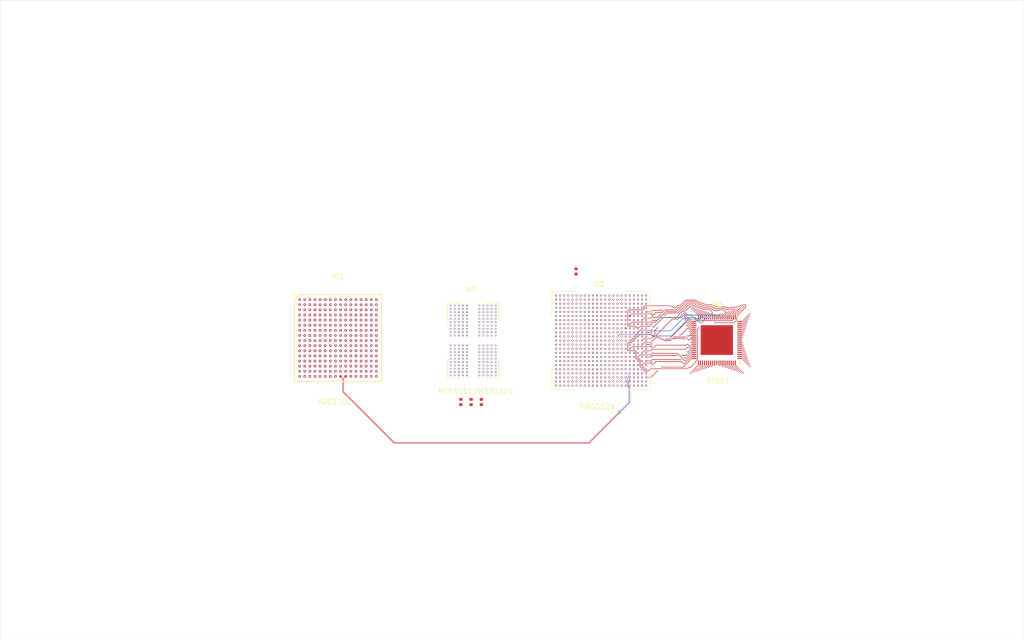
<source format=kicad_pcb>
(kicad_pcb (version 20241229) (generator "pcbnew") (generator_version "9.0")
  (layers (0 "F.Cu" signal) (4 "In1.Cu" signal) (6 "In2.Cu" signal) (8 "In3.Cu" signal) (10 "In4.Cu" signal) (12 "In5.Cu" signal) (14 "In6.Cu" signal) (16 "In7.Cu" signal) (18 "In8.Cu" signal) (2 "B.Cu" signal) (13 "F.Paste" user) (15 "B.Paste" user) (5 "F.SilkS" user "F.Silkscreen") (7 "B.SilkS" user "B.Silkscreen") (1 "F.Mask" user) (3 "B.Mask" user) (25 "Edge.Cuts" user))
  (net 0 "")
  (net 1 "unconnected-(IC1E-TMSTP+-PadD1)")
  (net 2 "unconnected-(IC1F-AGND_16-PadC6)")
  (net 3 "unconnected-(IC1F-AGND_37-PadN6)")
  (net 4 "unconnected-(IC1F-AGND_40-PadP3)")
  (net 5 "unconnected-(IC1F-DGND_18-PadT16)")
  (net 6 "unconnected-(IC1F-VLVDS_3-PadH11)")
  (net 7 "unconnected-(IC1F-VA19_3-PadG5)")
  (net 8 "unconnected-(IC1F-VA19_14-PadK4)")
  (net 9 "unconnected-(IC1D-INA--PadA5)")
  (net 10 "unconnected-(IC1F-VA11_10-PadL5)")
  (net 11 "unconnected-(IC1F-DGND_17-PadT15)")
  (net 12 "unconnected-(IC1F-AGND_47-PadR4)")
  (net 13 "unconnected-(IC1F-DGND_15-PadM7)")
  (net 14 "unconnected-(IC1F-VA11_7-PadF6)")
  (net 15 "unconnected-(IC1F-AGND_38-PadP1)")
  (net 16 "unconnected-(IC1E-ORB0-PadD8)")
  (net 17 "unconnected-(IC1F-AGND_41-PadP4)")
  (net 18 "unconnected-(IC1F-AGND_29-PadK1)")
  (net 19 "unconnected-(IC1F-DGND_16-PadN7)")
  (net 20 "unconnected-(IC1F-AGND_53-PadT3)")
  (net 21 "unconnected-(IC1F-AGND_17-PadC7)")
  (net 22 "unconnected-(IC1F-VA11_5-PadF4)")
  (net 23 "unconnected-(IC1F-AGND_45-PadR2)")
  (net 24 "unconnected-(IC1F-VA11_11-PadL6)")
  (net 25 "unconnected-(IC1E-SDO-PadN8)")
  (net 26 "unconnected-(IC1F-VA11_6-PadF5)")
  (net 27 "unconnected-(IC1F-VLVDS_5-PadH13)")
  (net 28 "unconnected-(IC1E-TDIODE+-PadM2)")
  (net 29 "unconnected-(IC1F-DGND_5-PadF7)")
  (net 30 "unconnected-(IC1F-AGND_49-PadR6)")
  (net 31 "unconnected-(IC1F-AGND_6-PadB3)")
  (net 32 "unconnected-(IC1F-VA11_1-PadE4)")
  (net 33 "unconnected-(IC1F-VA19_5-PadH3)")
  (net 34 "unconnected-(IC1F-VA11_14-PadM6)")
  (net 35 "unconnected-(IC1F-VA11_9-PadL4)")
  (net 36 "unconnected-(IC1F-AGND_27-PadH2)")
  (net 37 "unconnected-(IC1F-VLVDS_8-PadJ13)")
  (net 38 "unconnected-(IC1F-VA19_1-PadG3)")
  (net 39 "unconnected-(IC1F-AGND_34-PadN3)")
  (net 40 "unconnected-(IC1E-SDI-PadP8)")
  (net 41 "unconnected-(IC1F-AGND_4-PadA6)")
  (net 42 "unconnected-(IC1F-AGND_10-PadB7)")
  (net 43 "unconnected-(IC1F-AGND_3-PadA3)")
  (net 44 "unconnected-(IC1F-AGND_2-PadA2)")
  (net 45 "unconnected-(IC1E-ORA0-PadB8)")
  (net 46 "unconnected-(IC1F-DGND_3-PadD7)")
  (net 47 "unconnected-(IC1F-AGND_8-PadB5)")
  (net 48 "unconnected-(IC1F-VA19_7-PadH5)")
  (net 49 "unconnected-(IC1D-INB+-PadT4)")
  (net 50 "unconnected-(IC1F-AGND_36-PadN5)")
  (net 51 "unconnected-(IC1E-CALSTAT-PadB1)")
  (net 52 "unconnected-(IC1F-AGND_35-PadN4)")
  (net 53 "unconnected-(IC1E-PD-PadR1)")
  (net 54 "unconnected-(IC1D-INB--PadT5)")
  (net 55 "unconnected-(IC1F-VA11_13-PadM5)")
  (net 56 "unconnected-(IC1F-AGND_12-PadC2)")
  (net 57 "unconnected-(IC1F-AGND_9-PadB6)")
  (net 58 "unconnected-(IC1F-AGND_54-PadT6)")
  (net 59 "unconnected-(IC1F-AGND_31-PadL1)")
  (net 60 "unconnected-(IC1F-VA19_9-PadJ3)")
  (net 61 "unconnected-(IC1F-DGND_13-PadK7)")
  (net 62 "unconnected-(IC1D-CLK--PadJ1)")
  (net 63 "unconnected-(IC1F-AGND_33-PadM3)")
  (net 64 "unconnected-(IC1F-AGND_32-PadL2)")
  (net 65 "unconnected-(IC1F-AGND_44-PadP7)")
  (net 66 "unconnected-(IC1F-DGND_12-PadJ14)")
  (net 67 "unconnected-(IC1F-AGND_20-PadD5)")
  (net 68 "unconnected-(IC1F-VA11_3-PadE6)")
  (net 69 "unconnected-(IC1F-VA11_2-PadE5)")
  (net 70 "unconnected-(IC1F-AGND_14-PadC4)")
  (net 71 "unconnected-(IC1F-DGND_8-PadH8)")
  (net 72 "unconnected-(IC1F-VLVDS_9-PadK11)")
  (net 73 "unconnected-(IC1F-VLVDS_10-PadK12)")
  (net 74 "unconnected-(IC1F-DGND_9-PadH14)")
  (net 75 "unconnected-(IC1F-AGND_23-PadF1)")
  (net 76 "unconnected-(IC1F-AGND_50-PadR7)")
  (net 77 "unconnected-(IC1E-SYNCSE-PadE2)")
  (net 78 "unconnected-(IC1F-VA19_15-PadK5)")
  (net 79 "unconnected-(IC1F-AGND_48-PadR5)")
  (net 80 "unconnected-(IC1F-AGND_26-PadG2)")
  (net 81 "unconnected-(IC1F-AGND_25-PadG1)")
  (net 82 "unconnected-(IC1F-VLVDS_1-PadG11)")
  (net 83 "unconnected-(IC1E-BG-PadD2)")
  (net 84 "unconnected-(IC1E-TDIODE--PadN2)")
  (net 85 "unconnected-(IC1F-VA19_10-PadJ4)")
  (net 86 "unconnected-(IC1F-AGND_28-PadJ2)")
  (net 87 "unconnected-(IC1F-DGND_6-PadG7)")
  (net 88 "unconnected-(IC1E-SCS-PadR8)")
  (net 89 "unconnected-(IC1F-AGND_7-PadB4)")
  (net 90 "unconnected-(IC1F-AGND_30-PadK2)")
  (net 91 "unconnected-(IC1F-VA19_8-PadH6)")
  (net 92 "unconnected-(IC1F-AGND_11-PadC1)")
  (net 93 "unconnected-(IC1F-AGND_43-PadP6)")
  (net 94 "unconnected-(IC1F-VA19_12-PadJ6)")
  (net 95 "unconnected-(IC1F-DGND_10-PadJ7)")
  (net 96 "unconnected-(IC1E-ORB1-PadC8)")
  (net 97 "unconnected-(IC1D-INA+-PadA4)")
  (net 98 "unconnected-(IC1F-VA19_11-PadJ5)")
  (net 99 "unconnected-(IC1F-VD11_5-PadL8)")
  (net 100 "unconnected-(IC1F-VA19_16-PadK6)")
  (net 101 "unconnected-(IC1D-CLK+-PadH1)")
  (net 102 "unconnected-(IC1F-VA19_6-PadH4)")
  (net 103 "unconnected-(U1C-VDD1-PadF1)")
  (net 104 "unconnected-(IC1F-AGND_5-PadA7)")
  (net 105 "unconnected-(IC1F-VD11_6-PadM8)")
  (net 106 "unconnected-(IC1F-VA11_12-PadM4)")
  (net 107 "unconnected-(IC1F-VLVDS_2-PadG12)")
  (net 108 "unconnected-(U1C-VDD2-PadK1)")
  (net 109 "unconnected-(IC1F-AGND_24-PadF2)")
  (net 110 "unconnected-(IC1F-DGND_2-PadA16)")
  (net 111 "unconnected-(IC1F-DGND_7-PadH7)")
  (net 112 "unconnected-(IC1E-ORA1-PadA8)")
  (net 113 "unconnected-(IC1F-VA11_4-PadF3)")
  (net 114 "unconnected-(IC1F-AGND_15-PadC5)")
  (net 115 "unconnected-(IC1F-VD11_4-PadK8)")
  (net 116 "unconnected-(IC1F-AGND_19-PadD4)")
  (net 117 "unconnected-(IC1F-VA11_8-PadL3)")
  (net 118 "unconnected-(U1C-VDDQ-PadB3)")
  (net 119 "unconnected-(IC1F-VA19_13-PadK3)")
  (net 120 "unconnected-(U2B-RIDP-Pad35)")
  (net 121 "unconnected-(U2B-TODP-Pad32)")
  (net 122 "unconnected-(U2B-RREF-Pad27)")
  (net 123 "unconnected-(U2B-XO-Pad22)")
  (net 124 "unconnected-(U2B-XI-Pad21)")
  (net 125 "unconnected-(IC1E-CALTRIG-PadB2)")
  (net 126 "unconnected-(IC1F-VLVDS_4-PadH12)")
  (net 127 "unconnected-(IC1F-AGND_55-PadT7)")
  (net 128 "unconnected-(IC1F-VA19_4-PadG6)")
  (net 129 "unconnected-(IC1F-AGND_1-PadA1)")
  (net 130 "unconnected-(IC1F-VD11_2-PadF8)")
  (net 131 "unconnected-(IC1E-SYSREF+-PadM1)")
  (net 132 "unconnected-(U2B-DM-Pad25)")
  (net 133 "unconnected-(IC1F-AGND_22-PadE3)")
  (net 134 "unconnected-(IC1F-DGND_1-PadA15)")
  (net 135 "unconnected-(IC1F-DGND_11-PadJ8)")
  (net 136 "unconnected-(IC1F-AGND_39-PadP2)")
  (net 137 "unconnected-(U2C-VCCIO-Pad14)")
  (net 138 "unconnected-(IC1F-DGND_4-PadE7)")
  (net 139 "unconnected-(IC1F-VLVDS_7-PadJ12)")
  (net 140 "unconnected-(IC1F-VD11_1-PadE8)")
  (net 141 "unconnected-(IC1F-VA19_2-PadG4)")
  (net 142 "unconnected-(U2B-DP-Pad23)")
  (net 143 "unconnected-(U2C-AVDD-Pad2)")
  (net 144 "unconnected-(IC1F-AGND_18-PadD3)")
  (net 145 "unconnected-(IC1F-VLVDS_6-PadJ11)")
  (net 146 "unconnected-(IC1E-TMSTP--PadE1)")
  (net 147 "unconnected-(IC1F-DGND_14-PadL7)")
  (net 148 "unconnected-(IC1F-AGND_42-PadP5)")
  (net 149 "unconnected-(IC1F-VD11_3-PadG8)")
  (net 150 "unconnected-(IC1F-AGND_46-PadR3)")
  (net 151 "unconnected-(IC1E-SCLK-PadT8)")
  (net 152 "unconnected-(IC1F-AGND_52-PadT2)")
  (net 153 "unconnected-(U2B-TODN-Pad31)")
  (net 154 "unconnected-(U2C-VBUS-Pad37)")
  (net 155 "unconnected-(IC1F-AGND_13-PadC3)")
  (net 156 "unconnected-(IC1F-AGND_21-PadD6)")
  (net 157 "unconnected-(U2B-RIDN-Pad34)")
  (net 158 "unconnected-(IC1F-AGND_51-PadT1)")
  (net 159 "unconnected-(IC1E-SYSREF--PadN1)")
  (net 160 "unconnected-(U1C-VDD1-PadG9)")
  (net 161 "unconnected-(U2C-VCC33-Pad20)")
  (net 162 "unconnected-(U2C-GND-Pad1)")
  (net 163 "unconnected-(U1D-VSS-PadD9)")
  (net 164 "unconnected-(U1C-VDD2-PadAB4)")
  (net 165 "unconnected-(U1D-VSS-PadW4)")
  (net 166 "unconnected-(U1D-VSS-PadG12)")
  (net 167 "unconnected-(U1D-VSS-PadV8)")
  (net 168 "unconnected-(U1C-VDD1-PadU1)")
  (net 169 "unconnected-(U1C-VDD2-PadR1)")
  (net 170 "unconnected-(U1D-VSS-PadT8)")
  (net 171 "unconnected-(U1D-VSS-PadG5)")
  (net 172 "unconnected-(U1D-VSS-PadV5)")
  (net 173 "unconnected-(U1E-DNU-PadAA12)")
  (net 174 "unconnected-(U1C-VDD2-PadN1)")
  (net 175 "unconnected-(U1E-NC-PadH3)")
  (net 176 "unconnected-(U1E-DNU-PadAB12)")
  (net 177 "unconnected-(U1D-VSS-PadW9)")
  (net 178 "unconnected-(U1D-VSS-PadK2)")
  (net 179 "unconnected-(U1D-VSS-PadP1)")
  (net 180 "unconnected-(U1C-VDD2-PadN3)")
  (net 181 "unconnected-(U1C-VDD1-PadU12)")
  (net 182 "unconnected-(U1C-VDD1-PadF12)")
  (net 183 "unconnected-(U1D-VSS-PadAB8)")
  (net 184 "unconnected-(U1E-NC-PadG11)")
  (net 185 "unconnected-(U1C-VDDQ-PadAA5)")
  (net 186 "unconnected-(U1E-NC-PadR3)")
  (net 187 "unconnected-(U1D-VSS-PadV12)")
  (net 188 "unconnected-(U1D-VSS-PadD4)")
  (net 189 "unconnected-(U1D-VSS-PadP12)")
  (net 190 "unconnected-(U1C-VDDQ-PadD1)")
  (net 191 "unconnected-(U1C-VDDQ-PadD5)")
  (net 192 "unconnected-(U1E-DNU-PadB1)")
  (net 193 "unconnected-(U1C-VDD2-PadA9)")
  (net 194 "unconnected-(U1C-VDDQ-PadW1)")
  (net 195 "unconnected-(U1C-VDD2-PadH1)")
  (net 196 "unconnected-(U1D-VSS-PadG8)")
  (net 197 "unconnected-(U1D-VSS-PadE1)")
  (net 198 "unconnected-(U1E-DNU-PadAA1)")
  (net 199 "unconnected-(U1D-VSS-PadG1)")
  (net 200 "unconnected-(U1D-VSS-PadT5)")
  (net 201 "unconnected-(U1E-DNU-PadA12)")
  (net 202 "unconnected-(U1C-VDD2-PadN10)")
  (net 203 "unconnected-(U1D-VSS-PadK4)")
  (net 204 "unconnected-(U1D-VSS-PadN2)")
  (net 205 "unconnected-(U1C-VDD2-PadK10)")
  (net 206 "unconnected-(U1D-VSS-PadW2)")
  (net 207 "unconnected-(U1C-VDD2-PadU8)")
  (net 208 "unconnected-(U1E-DNU-PadAB2)")
  (net 209 "unconnected-(U1C-VDD2-PadH12)")
  (net 210 "unconnected-(U1D-VSS-PadD11)")
  (net 211 "unconnected-(U1D-VSS-PadN4)")
  (net 212 "unconnected-(U1C-VDD2-PadF8)")
  (net 213 "unconnected-(U1C-VDDQ-PadB10)")
  (net 214 "unconnected-(U1C-VDD2-PadH8)")
  (net 215 "unconnected-(U1D-VSS-PadE5)")
  (net 216 "unconnected-(U1D-VSS-PadP3)")
  (net 217 "unconnected-(U1C-VDDQ-PadW8)")
  (net 218 "unconnected-(U1D-VSS-PadJ1)")
  (net 219 "unconnected-(U1C-VDD2-PadF5)")
  (net 220 "unconnected-(U1E-NC-PadP5)")
  (net 221 "unconnected-(U1D-VSS-PadW11)")
  (net 222 "unconnected-(U1E-NC-PadN8)")
  (net 223 "unconnected-(U1C-VDD2-PadH5)")
  (net 224 "unconnected-(U1C-VDD2-PadR12)")
  (net 225 "unconnected-(U1D-VSS-PadN11)")
  (net 226 "unconnected-(U1E-NC-PadJ5)")
  (net 227 "unconnected-(U1D-VSS-PadC12)")
  (net 228 "unconnected-(U1D-VSS-PadE12)")
  (net 229 "unconnected-(U1E-DNU-PadAB1)")
  (net 230 "unconnected-(U1D-VSS-PadA3)")
  (net 231 "unconnected-(U1D-VSS-PadK11)")
  (net 232 "unconnected-(U1C-VDDQ-PadAA8)")
  (net 233 "unconnected-(U1C-VDD2-PadA4)")
  (net 234 "unconnected-(U1D-VSS-PadAB5)")
  (net 235 "unconnected-(U1D-VSS-PadG3)")
  (net 236 "unconnected-(U1E-DNU-PadA1)")
  (net 237 "unconnected-(U1C-VDD2-PadU5)")
  (net 238 "unconnected-(U1C-VDDQ-PadB8)")
  (net 239 "unconnected-(U1C-VDD1-PadG4)")
  (net 240 "unconnected-(U1C-VDDQ-PadD12)")
  (net 241 "unconnected-(U1D-VSS-PadC1)")
  (net 242 "unconnected-(U1C-VDDQ-PadB5)")
  (net 243 "unconnected-(U1D-VSS-PadP10)")
  (net 244 "unconnected-(U1D-VSS-PadY12)")
  (net 245 "unconnected-(U1C-VDDQ-PadAA10)")
  (net 246 "unconnected-(U1D-VSS-PadT10)")
  (net 247 "unconnected-(U1D-VSS-PadD2)")
  (net 248 "unconnected-(U1D-VSS-PadC5)")
  (net 249 "unconnected-(U1D-VSS-PadA10)")
  (net 250 "unconnected-(U1E-DNU-PadB12)")
  (net 251 "unconnected-(U1D-VSS-PadJ3)")
  (net 252 "unconnected-(U1D-VSS-PadY5)")
  (net 253 "unconnected-(U1D-VSS-PadT1)")
  (net 254 "unconnected-(U1C-VDDQ-PadF10)")
  (net 255 "unconnected-(U1E-NC-PadK8)")
  (net 256 "unconnected-(U1E-NC-PadK5)")
  (net 257 "unconnected-(U1C-VDD1-PadT9)")
  (net 258 "unconnected-(U1D-VSS-PadV1)")
  (net 259 "unconnected-(U1C-VDDQ-PadU10)")
  (net 260 "unconnected-(U1E-DNU-PadA11)")
  (net 261 "unconnected-(U1C-VDD1-PadT4)")
  (net 262 "unconnected-(U1D-VSS-PadJ10)")
  (net 263 "unconnected-(U1C-VDD2-PadR8)")
  (net 264 "unconnected-(U1E-NC-PadA8)")
  (net 265 "unconnected-(U1C-VDDQ-PadF3)")
  (net 266 "unconnected-(U1C-VDDQ-PadW5)")
  (net 267 "unconnected-(U1C-VDD2-PadN12)")
  (net 268 "unconnected-(U1C-VDD2-PadAB9)")
  (net 269 "unconnected-(U1E-DNU-PadA2)")
  (net 270 "unconnected-(U1E-DNU-PadAB11)")
  (net 271 "unconnected-(U1D-VSS-PadE8)")
  (net 272 "unconnected-(U1D-VSS-PadC8)")
  (net 273 "unconnected-(U1D-VSS-PadN9)")
  (net 274 "unconnected-(U1E-NC-PadN5)")
  (net 275 "unconnected-(U1C-VDD2-PadR5)")
  (net 276 "unconnected-(U1D-VSS-PadAB3)")
  (net 277 "unconnected-(U1D-VSS-PadT3)")
  (net 278 "unconnected-(U1C-VDD2-PadK3)")
  (net 279 "unconnected-(U1D-VSS-PadY8)")
  (net 280 "unconnected-(U1D-VSS-PadAB10)")
  (net 281 "unconnected-(U1C-VDD2-PadK12)")
  (net 282 "unconnected-(U1D-VSS-PadK9)")
  (net 283 "unconnected-(U1C-VDDQ-PadW12)")
  (net 284 "unconnected-(U1D-VSS-PadG10)")
  (net 285 "unconnected-(U1D-VSS-PadJ12)")
  (net 286 "unconnected-(U1C-VDDQ-PadD8)")
  (net 287 "unconnected-(U1D-VSS-PadT12)")
  (net 288 "unconnected-(U1D-VSS-PadY1)")
  (net 289 "unconnected-(U1C-VDDQ-PadAA3)")
  (net 290 "unconnected-(U1C-VDDQ-PadU3)")
  (net 291 "Net-(U2A-DATA_13)")
  (net 292 "Net-(U2A-DATA_21)")
  (net 293 "Net-(U2A-~{RD})")
  (net 294 "Net-(U2A-~{WR})")
  (net 295 "Net-(U2A-GPIO1)")
  (net 296 "Net-(U2A-DATA_5)")
  (net 297 "Net-(U2A-DATA_19)")
  (net 298 "Net-(U2A-CLK)")
  (net 299 "Net-(U2A-~{WAKEUP})")
  (net 300 "Net-(U2A-BE_2)")
  (net 301 "Net-(U2A-GPIO0)")
  (net 302 "Net-(U2A-DATA_0)")
  (net 303 "Net-(U2A-DATA_29)")
  (net 304 "Net-(U2A-~{OE})")
  (net 305 "Net-(U2A-DATA_22)")
  (net 306 "Net-(U2A-BE_3)")
  (net 307 "Net-(U2A-DATA_25)")
  (net 308 "Net-(U2A-DATA_24)")
  (net 309 "Net-(U2A-DATA_10)")
  (net 310 "Net-(U2A-DATA_15)")
  (net 311 "Net-(U2A-DATA_20)")
  (net 312 "Net-(U2A-DATA_8)")
  (net 313 "Net-(U2A-DATA_31)")
  (net 314 "Net-(U2A-~{RESET})")
  (net 315 "Net-(U2A-DATA_16)")
  (net 316 "Net-(U2A-DATA_6)")
  (net 317 "Net-(U2A-DATA_4)")
  (net 318 "Net-(U2A-DATA_23)")
  (net 319 "Net-(U2A-DATA_2)")
  (net 320 "Net-(U2A-DATA_18)")
  (net 321 "Net-(U2A-~{TXE})")
  (net 322 "Net-(U2A-DATA_9)")
  (net 323 "Net-(U2A-DATA_28)")
  (net 324 "Net-(U2A-DATA_14)")
  (net 325 "Net-(U2A-DATA_11)")
  (net 326 "Net-(U2A-BE_0)")
  (net 327 "Net-(U2A-DATA_1)")
  (net 328 "Net-(U2A-DATA_17)")
  (net 329 "Net-(U2A-~{RXF})")
  (net 330 "Net-(U2A-DATA_30)")
  (net 331 "Net-(U2A-BE_1)")
  (net 332 "Net-(U2A-DATA_26)")
  (net 333 "Net-(U2A-DATA_12)")
  (net 334 "Net-(U2A-~{SIWU})")
  (net 335 "Net-(U2A-DATA_7)")
  (net 336 "Net-(U2A-DATA_3)")
  (net 337 "Net-(U2A-DATA_27)")
  (net 338 "unconnected-(U3F-auxout-PadG19)")
  (net 339 "unconnected-(U3I-GND-PadAC23)")
  (net 340 "unconnected-(U3I-GND-PadR9)")
  (net 341 "unconnected-(U3J-GPIOL_03_CLK24-PadW5)")
  (net 342 "unconnected-(U3J-GPIOT_P_23_PLLIN0-PadD23)")
  (net 343 "unconnected-(U3G-TDO-PadT4)")
  (net 344 "unconnected-(U3F-overrange[1]-PadD15)")
  (net 345 "unconnected-(U3F-lvdsin_trig-PadB2)")
  (net 346 "unconnected-(U3G-CDONE-PadT6)")
  (net 347 "unconnected-(U3I-GND-PadAB17)")
  (net 348 "unconnected-(U3H-VCC-PadN9)")
  (net 349 "unconnected-(U3H-VCCIO33_TL-PadU22)")
  (net 350 "unconnected-(U3I-GND-PadY6)")
  (net 351 "unconnected-(U3I-GND-PadY18)")
  (net 352 "unconnected-(U3H-VCCIO33_BL-PadV2)")
  (net 353 "unconnected-(U3F-boardout[4]-PadH12)")
  (net 354 "unconnected-(U3H-VCCA_TR-PadH16)")
  (net 355 "unconnected-(U3H-VDDQ_PHY-PadY11)")
  (net 356 "unconnected-(U3H-VDDQ_PHY-PadY13)")
  (net 357 "unconnected-(U3H-VDDQ_PHY-PadW12)")
  (net 358 "unconnected-(U3F-boardout[6]-PadA14)")
  (net 359 "unconnected-(U3G-REF_RES_2A-PadT22)")
  (net 360 "unconnected-(U3H-VCCIO3B-PadF12)")
  (net 361 "unconnected-(U3H-VCC-PadN11)")
  (net 362 "unconnected-(U3H-VCCA_BL-PadR7)")
  (net 363 "unconnected-(U3H-VDD_PHY-PadT14)")
  (net 364 "unconnected-(U3H-VCCIO33_BR-PadF8)")
  (net 365 "unconnected-(U3H-VDDPLL_MCB_TOP_PHY-PadU12)")
  (net 366 "unconnected-(U3H-VCC-PadU16)")
  (net 367 "unconnected-(U3I-GND-PadM13)")
  (net 368 "unconnected-(U3H-VDD_PHY-PadR14)")
  (net 369 "unconnected-(U3F-boardout[1]-PadF11)")
  (net 370 "unconnected-(U3H-VCCIO33_TL-PadU19)")
  (net 371 "unconnected-(U3I-GND-PadM11)")
  (net 372 "unconnected-(U3F-debugout[4]-PadD9)")
  (net 373 "unconnected-(U3I-GND-PadD22)")
  (net 374 "unconnected-(U3F-spics[5]-PadV22)")
  (net 375 "unconnected-(U3F-boardout[2]-PadA12)")
  (net 376 "unconnected-(U3F-boardin[2]-PadH14)")
  (net 377 "unconnected-(U3I-GND-PadY4)")
  (net 378 "unconnected-(U3I-GND-PadM3)")
  (net 379 "unconnected-(U3I-GND-PadN12)")
  (net 380 "unconnected-(U3H-VDDQ_PHY-PadY5)")
  (net 381 "unconnected-(U3H-VDD_PHY-PadP9)")
  (net 382 "unconnected-(U3H-VDDQX_PHY-PadU15)")
  (net 383 "unconnected-(U3F-boardin[3]-PadD14)")
  (net 384 "unconnected-(U3H-VCCIO33_TR-PadF16)")
  (net 385 "unconnected-(U3J-GPIOL_02-PadU3)")
  (net 386 "unconnected-(U3F-adc_clkout-PadU17)")
  (net 387 "unconnected-(U3I-GND-PadM1)")
  (net 388 "unconnected-(U3I-GND-PadU14)")
  (net 389 "unconnected-(U3F-LED[0]-PadU1)")
  (net 390 "unconnected-(U3E-DDR_CS_N[1]-PadW16)")
  (net 391 "unconnected-(U3F-boardout[5]-PadC12)")
  (net 392 "unconnected-(U3J-GPIOB_N_33_CDI30-PadA3)")
  (net 393 "unconnected-(U3H-VDD_PHY-PadT9)")
  (net 394 "unconnected-(U3F-debugout[6]-PadA6)")
  (net 395 "unconnected-(U3H-VCCIO4B-PadM5)")
  (net 396 "unconnected-(U3G-REF_RES_2B-PadK23)")
  (net 397 "unconnected-(U3J-GPIOT_P_33-PadF17)")
  (net 398 "unconnected-(U3I-GND-PadAB11)")
  (net 399 "unconnected-(U3H-VCCIO4A-PadG4)")
  (net 400 "unconnected-(U3I-GND-PadA23)")
  (net 401 "unconnected-(U3I-GND-PadV13)")
  (net 402 "unconnected-(U3H-VCCIO3C-PadB8)")
  (net 403 "unconnected-(U3H-VDDQX_PHY-PadV9)")
  (net 404 "unconnected-(U3F-lvdsout_trig_b_N-PadD20)")
  (net 405 "unconnected-(U3I-GND-PadAC20)")
  (net 406 "unconnected-(U3I-GND-PadN10)")
  (net 407 "unconnected-(U3I-GND-PadM23)")
  (net 408 "unconnected-(U3F-debugout[11]-PadA11)")
  (net 409 "unconnected-(U3I-GND-PadM9)")
  (net 410 "unconnected-(U3G-TDI-PadU6)")
  (net 411 "unconnected-(U3I-GND-PadA19)")
  (net 412 "unconnected-(U3J-GPIOT_N_34-PadG18)")
  (net 413 "unconnected-(U3J-GPIOL_00_PLLIN1-PadV6)")
  (net 414 "unconnected-(U3J-GPIOB_P_32_CDI28-PadC4)")
  (net 415 "unconnected-(U3H-VDD_PHY-PadP11)")
  (net 416 "unconnected-(U3F-lockinfo[0]-PadC17)")
  (net 417 "unconnected-(U3I-GND-PadB3)")
  (net 418 "unconnected-(U3I-GND-PadY22)")
  (net 419 "unconnected-(U3H-VDDQX_PHY-PadV14)")
  (net 420 "unconnected-(U3I-GND-PadAB7)")
  (net 421 "unconnected-(U3F-ext_clkin-PadC5)")
  (net 422 "unconnected-(U3H-VDDQ_PHY-PadY3)")
  (net 423 "unconnected-(U3F-lvdsout_clk-PadF19)")
  (net 424 "unconnected-(U3I-GND-PadH1)")
  (net 425 "unconnected-(U3I-GND-PadP13)")
  (net 426 "unconnected-(U3I-GND-PadD19)")
  (net 427 "unconnected-(U3I-GND-PadU11)")
  (net 428 "unconnected-(U3F-exttrigin-PadF5)")
  (net 429 "unconnected-(U3I-GND-PadV17)")
  (net 430 "unconnected-(U3H-VCCIO3B-PadF14)")
  (net 431 "unconnected-(U3I-GND-PadL10)")
  (net 432 "unconnected-(U3G-REF_RES_2C-PadA22)")
  (net 433 "unconnected-(U3H-VDD_PHY-PadT15)")
  (net 434 "unconnected-(U3I-GND-PadA1)")
  (net 435 "unconnected-(U3F-spi_clk-PadV18)")
  (net 436 "unconnected-(U3H-VCC-PadJ11)")
  (net 437 "unconnected-(U3F-lockinfo[2]-PadA20)")
  (net 438 "unconnected-(U3I-GND-PadN8)")
  (net 439 "unconnected-(U3H-VCCIO2C-PadH17)")
  (net 440 "unconnected-(U3H-VCCIO4C-PadP4)")
  (net 441 "unconnected-(U3H-VDDQX_PHY-PadU10)")
  (net 442 "unconnected-(U3J-GPIOB_N_34-PadG5)")
  (net 443 "unconnected-(U3H-VCCIO4B-PadM8)")
  (net 444 "unconnected-(U3I-GND-PadR15)")
  (net 445 "unconnected-(U3I-GND-PadD10)")
  (net 446 "unconnected-(U3H-VDDQ_PHY-PadAB18)")
  (net 447 "unconnected-(U3I-GND-PadT21)")
  (net 448 "unconnected-(U3H-VCC-PadJ13)")
  (net 449 "unconnected-(U3H-VDDQ_PHY-PadW7)")
  (net 450 "unconnected-(U3J-GPIOB_P_33_CDI31-PadA4)")
  (net 451 "unconnected-(U3I-GND-PadB21)")
  (net 452 "unconnected-(U3H-VDDQ_PHY-PadAB10)")
  (net 453 "unconnected-(U3I-GND-PadAB13)")
  (net 454 "unconnected-(U3H-VCC-PadK14)")
  (net 455 "unconnected-(U3J-GPIOL_44-PadW20)")
  (net 456 "unconnected-(U3I-GND-PadN14)")
  (net 457 "unconnected-(U3J-GPIOL_21-PadV5)")
  (net 458 "unconnected-(U3I-GND-PadB6)")
  (net 459 "unconnected-(U3H-VDD_PHY-PadT10)")
  (net 460 "unconnected-(U3I-GND-PadV10)")
  (net 461 "unconnected-(U3H-VCC-PadN15)")
  (net 462 "unconnected-(U3F-debugout[0]-PadC8)")
  (net 463 "unconnected-(U3I-GND-PadK9)")
  (net 464 "unconnected-(U3I-GND-PadV15)")
  (net 465 "unconnected-(U3H-VCCIO4C-PadP2)")
  (net 466 "unconnected-(U3F-debugout[5]-PadC6)")
  (net 467 "unconnected-(U3F-debugout[8]-PadF10)")
  (net 468 "unconnected-(U3F-debugout[10]-PadH10)")
  (net 469 "unconnected-(U3I-GND-PadAB22)")
  (net 470 "unconnected-(U3I-GND-PadJ19)")
  (net 471 "unconnected-(U3I-GND-PadB14)")
  (net 472 "unconnected-(U3I-GND-PadY16)")
  (net 473 "unconnected-(U3H-VCCAUX-PadR16)")
  (net 474 "unconnected-(U3F-lvdsin_trig_b-PadD5)")
  (net 475 "unconnected-(U3H-VCC-PadJ9)")
  (net 476 "unconnected-(U3I-GND-PadB11)")
  (net 477 "unconnected-(U3I-GND-PadY10)")
  (net 478 "unconnected-(U3H-VCC-PadJ15)")
  (net 479 "unconnected-(U3H-VCCIO33_BL-PadU4)")
  (net 480 "unconnected-(U3F-lvdsout_trig-PadC21)")
  (net 481 "unconnected-(U3G-REF_RES_3C-PadD6)")
  (net 482 "unconnected-(U3F-boardout[3]-PadE12)")
  (net 483 "unconnected-(U3H-VDDQ_PHY-PadY19)")
  (net 484 "unconnected-(U3J-GPIOL_41-PadW23)")
  (net 485 "unconnected-(U3G-REF_RES_3A-PadE18)")
  (net 486 "unconnected-(U3H-VCCA_BR-PadJ8)")
  (net 487 "unconnected-(U3H-VDD_PHY-PadP12)")
  (net 488 "unconnected-(U3F-LED[2]-PadV3)")
  (net 489 "unconnected-(U3F-spics[4]-PadV21)")
  (net 490 "unconnected-(U3I-GND-PadV7)")
  (net 491 "unconnected-(U3I-GND-PadJ12)")
  (net 492 "unconnected-(U3H-VCC-PadN13)")
  (net 493 "unconnected-(U3H-VCCIO2C-PadK16)")
  (net 494 "unconnected-(U3F-lvdsout_spare-PadH19)")
  (net 495 "unconnected-(U3F-lvdsin_clk_N-PadE3)")
  (net 496 "unconnected-(U3H-VDDQ_PHY-PadY21)")
  (net 497 "unconnected-(U3I-GND-PadR12)")
  (net 498 "unconnected-(U3I-GND-PadK15)")
  (net 499 "unconnected-(U3G-REF_RES_4A-PadB5)")
  (net 500 "unconnected-(U3H-VCCIO2B-PadH21)")
  (net 501 "unconnected-(U3I-GND-PadAA19)")
  (net 502 "unconnected-(U3I-GND-PadAB2)")
  (net 503 "unconnected-(U3G-REF_RES_4B-PadJ1)")
  (net 504 "unconnected-(U3I-GND-PadY20)")
  (net 505 "unconnected-(U3I-GND-PadT17)")
  (net 506 "unconnected-(U3H-VCCIO2B-PadK22)")
  (net 507 "unconnected-(U3F-spics[2]-PadU20)")
  (net 508 "unconnected-(U3H-VCCAUX-PadK8)")
  (net 509 "unconnected-(U3H-VDDQ_CK_PHY-PadT12)")
  (net 510 "unconnected-(U3F-lvdsin_spare_N-PadH6)")
  (net 511 "unconnected-(U3F-debugout[7]-PadE7)")
  (net 512 "unconnected-(U3F-spics[0]-PadV19)")
  (net 513 "unconnected-(U3F-lvdsin_trig_b_N-PadE5)")
  (net 514 "unconnected-(U3F-lvdsin_spare-PadG6)")
  (net 515 "unconnected-(U3J-GPIOL_42-PadW21)")
  (net 516 "unconnected-(U3I-GND-PadAB5)")
  (net 517 "unconnected-(U3I-GND-PadAC1)")
  (net 518 "unconnected-(U3I-GND-PadY2)")
  (net 519 "unconnected-(U3I-GND-PadP10)")
  (net 520 "unconnected-(U3H-VCCIO3B-PadD13)")
  (net 521 "unconnected-(U3H-VCCIO2C-PadF18)")
  (net 522 "unconnected-(U3H-VCC-PadL13)")
  (net 523 "unconnected-(U3H-VCCIO4A-PadF6)")
  (net 524 "unconnected-(U3H-VCCIO4B-PadK7)")
  (net 525 "unconnected-(U3H-VCC-PadM14)")
  (net 526 "unconnected-(U3I-GND-PadK13)")
  (net 527 "unconnected-(U3H-VCCIO2A-PadP22)")
  (net 528 "unconnected-(U3H-VCCIO2A-PadR20)")
  (net 529 "unconnected-(U3J-GPIOT_N_23-PadC23)")
  (net 530 "unconnected-(U3H-VCC-PadL9)")
  (net 531 "unconnected-(U3G-REF_RES_4C-PadT2)")
  (net 532 "unconnected-(U3I-GND-PadF20)")
  (net 533 "unconnected-(U3G-REF_RES_3B-PadC14)")
  (net 534 "unconnected-(U3I-GND-PadJ10)")
  (net 535 "unconnected-(U3F-LED[3]-PadW3)")
  (net 536 "unconnected-(U3F-boardin[1]-PadE13)")
  (net 537 "unconnected-(U3F-spi_mosi-PadT19)")
  (net 538 "unconnected-(U3F-boardin[6]-PadB20)")
  (net 539 "unconnected-(U3J-GPIOL_05_CLK26-PadT3)")
  (net 540 "unconnected-(U3F-ddr_pllin-PadU18)")
  (net 541 "unconnected-(U3I-GND-PadJ14)")
  (net 542 "unconnected-(U3H-VCC-PadK10)")
  (net 543 "unconnected-(U3E-DDR_CS_N[3]-PadY17)")
  (net 544 "unconnected-(U3F-lvdsin_clk-PadE2)")
  (net 545 "unconnected-(U3F-main_pllin-PadW4)")
  (net 546 "unconnected-(U3H-VDD_PHY-PadP14)")
  (net 547 "unconnected-(U3H-VCCIO2A-PadP17)")
  (net 548 "unconnected-(U3F-boardin[7]-PadH9)")
  (net 549 "unconnected-(U3H-VDD_PHY-PadR13)")
  (net 550 "unconnected-(U3I-GND-PadY14)")
  (net 551 "unconnected-(U3H-VDDQX_PHY-PadV12)")
  (net 552 "unconnected-(U3H-VDD_PHY-PadR10)")
  (net 553 "unconnected-(U3J-GPIOB_N_32_CDI29-PadB4)")
  (net 554 "unconnected-(U3I-GND-PadM20)")
  (net 555 "unconnected-(U3I-GND-PadL14)")
  (net 556 "unconnected-(U3F-spics[1]-PadT18)")
  (net 557 "unconnected-(U3J-GPIOL_36_PLLIN1-PadU23)")
  (net 558 "unconnected-(U3F-boardin[4]-PadA7)")
  (net 559 "unconnected-(U3I-GND-PadK2)")
  (net 560 "unconnected-(U3F-spics[6]-PadU21)")
  (net 561 "unconnected-(U3H-VQPS-PadU7)")
  (net 562 "unconnected-(U3H-VDD_PHY-PadR11)")
  (net 563 "unconnected-(U3F-debugout[9]-PadB10)")
  (net 564 "unconnected-(U3H-VCCIO3A-PadD16)")
  (net 565 "unconnected-(U3J-GPIOL_01-PadW6)")
  (net 566 "unconnected-(U3I-GND-PadAC15)")
  (net 567 "unconnected-(U3I-GND-PadH23)")
  (net 568 "unconnected-(U3I-GND-PadK5)")
  (net 569 "unconnected-(U3H-VCCAUX-PadR8)")
  (net 570 "unconnected-(U3F-lvdsout_spare_N-PadH18)")
  (net 571 "unconnected-(U3I-GND-PadL12)")
  (net 572 "unconnected-(U3H-VDDQX_PHY-PadU9)")
  (net 573 "unconnected-(U3F-overrange[3]-PadA18)")
  (net 574 "unconnected-(U3F-lockinfo[1]-PadC18)")
  (net 575 "unconnected-(U3F-lvdsout_trig_b-PadD21)")
  (net 576 "unconnected-(U3J-GPIOL_43-PadW19)")
  (net 577 "unconnected-(U3F-boardin[5]-PadB19)")
  (net 578 "unconnected-(U3J-GPIOT_N_33-PadG17)")
  (net 579 "unconnected-(U3I-GND-PadP16)")
  (net 580 "unconnected-(U3H-VCC-PadT16)")
  (net 581 "unconnected-(U3F-fan_out-PadW2)")
  (net 582 "unconnected-(U3G-TCK-PadU5)")
  (net 583 "unconnected-(U3H-VCC-PadL15)")
  (net 584 "unconnected-(U3F-debugout[3]-PadB9)")
  (net 585 "unconnected-(U3J-GPIOL_40-PadW22)")
  (net 586 "unconnected-(U3F-neo_led-PadV4)")
  (net 587 "unconnected-(U3I-GND-PadT7)")
  (net 588 "unconnected-(U3J-GPIOL_04_CLK25-PadU2)")
  (net 589 "unconnected-(U3I-GND-PadAC4)")
  (net 590 "unconnected-(U3F-spics[7]-PadV20)")
  (net 591 "unconnected-(U3H-VCC-PadT8)")
  (net 592 "unconnected-(U3F-overrange[2]-PadB16)")
  (net 593 "unconnected-(U3H-VCCIO4C-PadN7)")
  (net 594 "unconnected-(U3I-GND-PadH7)")
  (net 595 "unconnected-(U3H-VCCIO3A-PadB17)")
  (net 596 "unconnected-(U3H-VCCIO2B-PadM17)")
  (net 597 "unconnected-(U3H-VDDQ_PHY-PadAB14)")
  (net 598 "unconnected-(U3I-GND-PadY12)")
  (net 599 "unconnected-(U3H-VCCIO4A-PadD4)")
  (net 600 "unconnected-(U3I-GND-PadF2)")
  (net 601 "unconnected-(U3I-GND-PadH4)")
  (net 602 "unconnected-(U3H-VDD_PHY-PadP15)")
  (net 603 "unconnected-(U3F-spi_miso-PadT20)")
  (net 604 "unconnected-(U3H-VDD_PHY-PadT11)")
  (net 605 "unconnected-(U3G-TMS-PadT5)")
  (net 606 "unconnected-(U3I-GND-PadD1)")
  (net 607 "unconnected-(U3H-VDDQ_PHY-PadAB6)")
  (net 608 "unconnected-(U3H-VDDQX_PHY-PadV11)")
  (net 609 "unconnected-(U3I-GND-PadF22)")
  (net 610 "unconnected-(U3H-VCC-PadK12)")
  (net 611 "unconnected-(U3I-GND-PadM15)")
  (net 612 "unconnected-(U3E-DDR_CKE[1]-PadAA13)")
  (net 613 "unconnected-(U3F-lvdsout_clk_N-PadE19)")
  (net 614 "unconnected-(U3H-VDDQ_PHY-PadY23)")
  (net 615 "unconnected-(U3I-GND-PadT1)")
  (net 616 "unconnected-(U3H-VDD_PHY-PadT13)")
  (net 617 "unconnected-(U3I-GND-PadY8)")
  (net 618 "unconnected-(U3H-VDDQ_PHY-PadY1)")
  (net 619 "unconnected-(U3H-VCCIO3C-PadD7)")
  (net 620 "unconnected-(U3F-spics[3]-PadV23)")
  (net 621 "unconnected-(U3F-overrange[0]-PadA15)")
  (net 622 "unconnected-(U3J-GPIOL_06_CLK27-PadV1)")
  (net 623 "unconnected-(U3I-GND-PadAC9)")
  (net 624 "unconnected-(U3F-lockinfo[3]-PadD18)")
  (net 625 "unconnected-(U3F-debugout[1]-PadD8)")
  (net 626 "unconnected-(U3F-lvdsout_trig_N-PadC22)")
  (net 627 "unconnected-(U3F-boardout[0]-PadD11)")
  (net 628 "unconnected-(U3F-boardin[0]-PadC13)")
  (net 629 "unconnected-(U3H-VCCIO3B-PadG10)")
  (net 630 "unconnected-(U3H-VCC-PadL11)")
  (net 631 "unconnected-(U3F-lvdsin_trig_N-PadA2)")
  (net 632 "unconnected-(U3F-boardout[7]-PadG13)")
  (net 633 "unconnected-(U3F-LED[1]-PadW1)")
  (net 634 "unconnected-(U3I-GND-PadT23)")
  (net 635 "unconnected-(U3G-CRESET_N-PadR6)")
  (net 636 "unconnected-(U3H-VCC-PadM12)")
  (net 637 "unconnected-(U3F-debugout[2]-PadA9)")
  (net 638 "unconnected-(U3H-VCCAUX-PadJ16)")
  (net 639 "unconnected-(U3H-VDDQ_PHY-PadW18)")
  (net 640 "unconnected-(U3H-VCC-PadM10)")
  (net 641 "unconnected-(U3H-VDDQX_PHY-PadU13)")
  (net 642 "unconnected-(U3H-VCCA_TL-PadR17)")
  (net 643 "unconnected-(U3I-GND-PadK11)")
  (net 644 "unconnected-(U3H-VCC-PadU8)")
  (net 645 "Net-(U1A-DQ0_B)")
  (net 646 "Net-(U1A-DQ13_B)")
  (net 647 "Net-(U1A-DQ1_A)")
  (net 648 "Net-(U1A-DQ0_A)")
  (net 649 "Net-(U1A-DQ10_B)")
  (net 650 "Net-(U1A-DQ1_B)")
  (net 651 "Net-(U1A-DQ5_B)")
  (net 652 "Net-(U1A-DQ6_B)")
  (net 653 "Net-(U1A-DQ15_A)")
  (net 654 "Net-(U1A-DQ12_A)")
  (net 655 "Net-(U1A-DQ9_A)")
  (net 656 "Net-(U1A-DQ14_A)")
  (net 657 "Net-(U1A-DQ2_A)")
  (net 658 "Net-(U1A-DQ11_B)")
  (net 659 "Net-(U1A-DQ7_A)")
  (net 660 "Net-(U1A-DQS0_c_A)")
  (net 661 "Net-(U1A-DQ6_A)")
  (net 662 "Net-(U1A-DMI0_B)")
  (net 663 "Net-(U1A-DQ8_A)")
  (net 664 "Net-(U1A-DQS1_t_B)")
  (net 665 "Net-(U1A-DQ3_A)")
  (net 666 "Net-(U1A-DQS0_t_B)")
  (net 667 "Net-(U1A-DMI0_A)")
  (net 668 "Net-(U1A-DQ11_A)")
  (net 669 "Net-(U1A-DQ3_B)")
  (net 670 "Net-(U1A-DQ15_B)")
  (net 671 "Net-(U1A-DMI1_B)")
  (net 672 "Net-(U1A-DQS1_c_B)")
  (net 673 "Net-(U1A-DQ4_B)")
  (net 674 "Net-(U1A-DQ7_B)")
  (net 675 "Net-(U1A-DQ10_A)")
  (net 676 "Net-(U1A-DQ4_A)")
  (net 677 "Net-(U1B-CS0_A)")
  (net 678 "Net-(U1A-DQ14_B)")
  (net 679 "Net-(U1A-DQ8_B)")
  (net 680 "Net-(U1A-DQS0_c_B)")
  (net 681 "Net-(U1A-DQ13_A)")
  (net 682 "Net-(U1A-DQ2_B)")
  (net 683 "Net-(U1A-DMI1_A)")
  (net 684 "Net-(U1A-DQ9_B)")
  (net 685 "Net-(U1A-DQS0_t_A)")
  (net 686 "Net-(U1A-DQS1_c_A)")
  (net 687 "Net-(U1A-DQ12_B)")
  (net 688 "Net-(U1A-DQ5_A)")
  (net 689 "Net-(U1A-DQS1_t_A)")
  (net 690 "GND")
  (net 691 "Net-(U3E-DDR_CAL)")
  (net 693 "Net-(U1B-ZQ0)")
  (net 694 "/fpga_ddr/1V1")
  (net 695 "Net-(U1B-ODT_CA_A)")
  (net 696 "Net-(U1B-ODT_CA_B)")
  (net 697 "Net-(U1B-CA5_A)")
  (net 698 "Net-(U1B-CKE0_A)")
  (net 699 "Net-(U1B-RESET_n)")
  (net 700 "Net-(U1B-CA4_A)")
  (net 701 "Net-(U1B-CA0_A)")
  (net 702 "Net-(U1B-CA1_A)")
  (net 703 "Net-(U1B-CA3_A)")
  (net 704 "Net-(U1B-CA2_A)")
  (net 705 "Net-(U1B-CS0_B)")
  (net 706 "Net-(U1B-CK_t_A)")
  (net 707 "Net-(U1B-CK_c_A)")
  (net 708 "unconnected-(U2C-VD10-Pad3)")
  (net 709 "unconnected-(U2C-VCC33-Pad38)")
  (net 710 "unconnected-(U2C-DV10-Pad39)")
  (net 711 "unconnected-(U2C-GND-Pad29)")
  (net 712 "unconnected-(U2C-VD10-Pad30)")
  (net 713 "unconnected-(U2C-VD10-Pad48)")
  (net 714 "unconnected-(U2C-GND-Pad26)")
  (net 715 "unconnected-(U2C-VCC33-Pad24)")
  (net 717 "unconnected-(U2C-VDDA-Pad28)")
  (net 718 "unconnected-(U2C-GND-Pad36)")
  (net 719 "unconnected-(U2C-GND-Pad19)")
  (net 720 "unconnected-(U2C-VCCIO-Pad59)")
  (net 721 "unconnected-(U2C-VCCIO-Pad68)")
  (net 722 "unconnected-(U2C-VD10-Pad33)")
  (net 723 "unconnected-(U2C-VCCIO-Pad49)")
  (net 724 "/fpga_adc/lvds_rx1_1_P")
  (net 725 "/fpga_adc/lvds_rx1_1_N")
  (net 726 "/fpga_adc/lvds_rx3_1_P")
  (net 727 "/fpga_adc/lvds_rx3_1_N")
  (net 728 "unconnected-(U3J-NC-PadW10)")
  (net 729 "unconnected-(U3J-NC-PadV16)")
  (net 730 "unconnected-(U3J-NC-PadW13)")
  (net 731 "unconnected-(U3J-NC-PadW14)")
  (net 732 "unconnected-(U3J-NC-PadW15)")
  (net 733 "unconnected-(U3J-NC-PadW11)")
  (net 734 "/fpga_adc/lvds_rx4_9_N")
  (net 735 "/fpga_adc/lvds_rx1_3_N")
  (net 736 "/fpga_adc/lvds_rx1_7_P")
  (net 737 "/fpga_adc/lvds_rx4_2_N")
  (net 738 "/fpga_adc/lvds_rx4_8_N")
  (net 739 "/fpga_adc/lvds_rx1_9_N")
  (net 740 "/fpga_adc/lvds_rx2_7_N")
  (net 741 "/fpga_adc/lvds_rx2_2_P")
  (net 742 "/fpga_adc/lvds_rx1_6_N")
  (net 743 "/fpga_adc/lvds_rx2_8_N")
  (net 744 "/fpga_adc/lvds_rx2_1_N")
  (net 745 "/fpga_adc/lvds_rx1_5_N")
  (net 746 "/fpga_adc/lvds_rx1_10_P")
  (net 747 "/fpga_adc/lvds_rx2_5_P")
  (net 748 "/fpga_adc/lvds_rx3_2_P")
  (net 749 "/fpga_adc/lvds_rx1_10_N")
  (net 750 "/fpga_adc/lvds_rx2_3_N")
  (net 751 "/fpga_adc/lvds_rx4_4_N")
  (net 752 "/fpga_adc/lvds_rx1_5_P")
  (net 753 "/fpga_adc/lvds_rx4_13_N")
  (net 754 "/fpga_adc/lvds_rx1_7_N")
  (net 755 "/fpga_adc/lvds_rx3_10_P")
  (net 756 "/fpga_adc/lvds_rx3_11_N")
  (net 757 "/fpga_adc/lvds_rx4_10_P")
  (net 758 "/fpga_adc/lvds_rx1_9_P")
  (net 759 "/fpga_adc/lvds_rx3_6_N")
  (net 760 "/fpga_adc/lvds_rx1_13_P")
  (net 761 "/fpga_adc/lvds_rx2_12_P")
  (net 762 "/fpga_adc/lvds_rx3_11_P")
  (net 763 "/fpga_adc/lvds_rx4_6_P")
  (net 764 "/fpga_adc/lvds_rx3_5_P")
  (net 765 "/fpga_adc/lvds_rx1_2_P")
  (net 766 "/fpga_adc/lvds_rx4_13_P")
  (net 767 "/fpga_adc/lvds_rx2_12_N")
  (net 768 "/fpga_adc/lvds_rx2_11_P")
  (net 769 "/fpga_adc/lvds_rx1_12_P")
  (net 770 "/fpga_adc/lvds_rx2_10_N")
  (net 771 "/fpga_adc/lvds_rx_top_clkin2_P")
  (net 772 "/fpga_adc/lvds_rx3_3_N")
  (net 773 "/fpga_adc/lvds_rx4_6_N")
  (net 774 "/fpga_adc/lvds_rx4_8_P")
  (net 775 "/fpga_adc/lvds_rx3_9_P")
  (net 776 "/fpga_adc/lvds_rx3_8_N")
  (net 777 "/fpga_adc/lvds_rx1_2_N")
  (net 778 "/fpga_adc/lvds_rx4_7_N")
  (net 779 "/fpga_adc/lvds_rx_top_clkin1_P")
  (net 780 "/fpga_adc/lvds_rx1_8_P")
  (net 781 "/fpga_adc/lvds_rx2_9_N")
  (net 782 "/fpga_adc/lvds_rx2_1_P")
  (net 783 "/fpga_adc/lvds_rx3_10_N")
  (net 784 "/fpga_adc/lvds_rx1_13_N")
  (net 785 "/fpga_adc/lvds_rx3_5_N")
  (net 786 "/fpga_adc/lvds_rx2_7_P")
  (net 787 "/fpga_adc/lvds_rx4_10_N")
  (net 788 "/fpga_adc/lvds_rx2_4_P")
  (net 789 "/fpga_adc/lvds_rx3_3_P")
  (net 790 "/fpga_adc/lvds_rx3_7_N")
  (net 791 "/fpga_adc/lvds_rx4_2_P")
  (net 792 "/fpga_adc/lvds_rx2_2_N")
  (net 793 "/fpga_adc/lvds_rx2_10_P")
  (net 794 "/fpga_adc/lvds_rx4_9_P")
  (net 795 "/fpga_adc/lvds_rx4_4_P")
  (net 796 "/fpga_adc/lvds_rx4_11_P")
  (net 797 "/fpga_adc/lvds_rx1_12_N")
  (net 798 "/fpga_adc/lvds_rx1_11_N")
  (net 799 "/fpga_adc/lvds_rx3_12_P")
  (net 800 "/fpga_adc/lvds_rx1_11_P")
  (net 801 "/fpga_adc/lvds_rx4_11_N")
  (net 802 "/fpga_adc/lvds_rx_top_clkin4_N")
  (net 803 "/fpga_adc/lvds_rx4_3_N")
  (net 804 "/fpga_adc/lvds_rx2_9_P")
  (net 805 "/fpga_adc/lvds_rx3_4_N")
  (net 806 "/fpga_adc/lvds_rx_top_clkin3_P")
  (net 807 "/fpga_adc/lvds_rx1_8_N")
  (net 808 "/fpga_adc/lvds_rx3_2_N")
  (net 809 "/fpga_adc/lvds_rx_top_clkin1_N")
  (net 810 "/fpga_adc/lvds_rx2_3_P")
  (net 811 "/fpga_adc/lvds_rx1_4_P")
  (net 812 "/fpga_adc/lvds_rx2_8_P")
  (net 813 "/fpga_adc/lvds_rx1_4_N")
  (net 814 "/fpga_adc/lvds_rx2_5_N")
  (net 815 "/fpga_adc/lvds_rx4_5_P")
  (net 816 "/fpga_adc/lvds_rx_top_clkin2_N")
  (net 817 "/fpga_adc/lvds_rx2_6_N")
  (net 818 "/fpga_adc/lvds_rx3_13_N")
  (net 819 "/fpga_adc/lvds_rx3_13_P")
  (net 820 "/fpga_adc/lvds_rx4_7_P")
  (net 821 "/fpga_adc/lvds_rx4_3_P")
  (net 822 "/fpga_adc/lvds_rx4_1_P")
  (net 823 "/fpga_adc/lvds_rx_top_clkin3_N")
  (net 824 "/fpga_adc/lvds_rx_top_clkin4_P")
  (net 825 "/fpga_adc/lvds_rx3_6_P")
  (net 826 "/fpga_adc/lvds_rx2_13_P")
  (net 827 "/fpga_adc/lvds_rx4_12_N")
  (net 828 "/fpga_adc/lvds_rx3_9_N")
  (net 829 "/fpga_adc/lvds_rx3_8_P")
  (net 830 "/fpga_adc/lvds_rx2_11_N")
  (net 831 "/fpga_adc/lvds_rx4_5_N")
  (net 832 "/fpga_adc/lvds_rx3_4_P")
  (net 833 "/fpga_adc/lvds_rx4_12_P")
  (net 834 "/fpga_adc/lvds_rx1_3_P")
  (net 835 "/fpga_adc/lvds_rx1_6_P")
  (net 836 "/fpga_adc/lvds_rx3_12_N")
  (net 837 "/fpga_adc/lvds_rx2_13_N")
  (net 838 "/fpga_adc/lvds_rx3_7_P")
  (net 839 "/fpga_adc/lvds_rx2_6_P")
  (net 840 "/fpga_adc/lvds_rx4_1_N")
  (net 841 "/fpga_adc/lvds_rx2_4_N")
  (footprint "ADC12DL:BGA256C100P16X16_1700X1700X331" (layer "F.Cu") (at 144 102.5)
    (property "Reference" "IC1")
    (property "Value" "ADC12DL500ACF_Aligned" (hide yes))
  )
  (footprint "G529:BGA-529_23x23_19.0x19.0mm" (layer "F.Cu") (at 195.4 103 -90)
    (property "Reference" "U3")
    (property "Value" "Ti90G529_Functions" (hide yes))
  )
  (footprint "MT53D512M32D2DS-053 WT_D:IC_MT53D512M16D1DS-046_WT_D" (layer "F.Cu") (at 170.4 102.975 180)
    (property "Reference" "U1")
    (property "Value" "MT53D512M16D1DS_Aligned" (hide yes))
  )
  (footprint "Resistor_SMD:R_0402_1005Metric" (layer "F.Cu") (at 170 115 -90)
    (property "Reference" "R3" (hide yes))
    (property "Value" "240" (hide yes))
  )
  (footprint "Resistor_SMD:R_0402_1005Metric" (layer "F.Cu") (at 190.5 89.5 90)
    (property "Reference" "R1" (hide yes))
    (property "Value" "240" (hide yes))
  )
  (footprint "Package_DFN_QFN:QFN-76-1EP_9x9mm_P0.4mm_EP5.81x6.31mm" (layer "F.Cu") (at 218 102.9 90)
    (property "Reference" "U2")
    (property "Value" "FT601Q_Aligned" (hide yes))
  )
  (footprint "Resistor_SMD:R_0402_1005Metric" (layer "F.Cu") (at 168 115 -90)
    (property "Reference" "R4" (hide yes))
    (property "Value" "240" (hide yes))
  )
  (footprint "Resistor_SMD:R_0402_1005Metric" (layer "F.Cu") (at 172 115 -90)
    (property "Reference" "R2" (hide yes))
    (property "Value" "240" (hide yes))
  )
  (gr_rect (start 78 36.5) (end 278 161.5) (stroke (width 0.05)) (fill no) (layer "Edge.Cuts"))
  (gr_text "MT53D512M32D2DS" (at 163.5 113.5 0) (layer "F.SilkS") (effects (font (size 1 1) (thickness 0.125)) (justify left bottom)))
  (gr_text "FT601" (at 216 111.5 0) (layer "F.SilkS") (effects (font (size 1 1) (thickness 0.125)) (justify left bottom)))
  (gr_text "ADC12DL" (at 140 115.5 0) (layer "F.SilkS") (effects (font (size 1 1) (thickness 0.125)) (justify left bottom)))
  (gr_text "Ti90G529" (at 191 116.5 0) (layer "F.SilkS") (effects (font (size 1 1) (thickness 0.125)) (justify left bottom)))
  (via (at 136.5 98) (size 0.3) (drill 0.2) (layers "F.Cu" "B.Cu") (net 1))
  (via (at 141.5 97) (size 0.3) (drill 0.2) (layers "F.Cu" "B.Cu") (net 2))
  (via (at 141.5 107) (size 0.3) (drill 0.2) (layers "F.Cu" "B.Cu") (net 3))
  (via (at 138.5 108) (size 0.3) (drill 0.2) (layers "F.Cu" "B.Cu") (net 4))
  (via (at 151.5 110) (size 0.3) (drill 0.2) (layers "F.Cu" "B.Cu") (net 5))
  (via (at 146.5 102) (size 0.3) (drill 0.2) (layers "F.Cu" "B.Cu") (net 6))
  (via (at 140.5 101) (size 0.3) (drill 0.2) (layers "F.Cu" "B.Cu") (net 7))
  (via (at 139.5 104) (size 0.3) (drill 0.2) (layers "F.Cu" "B.Cu") (net 8))
  (via (at 140.5 95) (size 0.3) (drill 0.2) (layers "F.Cu" "B.Cu") (net 9))
  (via (at 140.5 105) (size 0.3) (drill 0.2) (layers "F.Cu" "B.Cu") (net 10))
  (via (at 150.5 110) (size 0.3) (drill 0.2) (layers "F.Cu" "B.Cu") (net 11))
  (via (at 139.5 109) (size 0.3) (drill 0.2) (layers "F.Cu" "B.Cu") (net 12))
  (via (at 142.5 106) (size 0.3) (drill 0.2) (layers "F.Cu" "B.Cu") (net 13))
  (via (at 141.5 100) (size 0.3) (drill 0.2) (layers "F.Cu" "B.Cu") (net 14))
  (via (at 136.5 108) (size 0.3) (drill 0.2) (layers "F.Cu" "B.Cu") (net 15))
  (via (at 143.5 98) (size 0.3) (drill 0.2) (layers "F.Cu" "B.Cu") (net 16))
  (via (at 139.5 108) (size 0.3) (drill 0.2) (layers "F.Cu" "B.Cu") (net 17))
  (via (at 136.5 104) (size 0.3) (drill 0.2) (layers "F.Cu" "B.Cu") (net 18))
  (via (at 142.5 107) (size 0.3) (drill 0.2) (layers "F.Cu" "B.Cu") (net 19))
  (via (at 138.5 110) (size 0.3) (drill 0.2) (layers "F.Cu" "B.Cu") (net 20))
  (via (at 142.5 97) (size 0.3) (drill 0.2) (layers "F.Cu" "B.Cu") (net 21))
  (via (at 139.5 100) (size 0.3) (drill 0.2) (layers "F.Cu" "B.Cu") (net 22))
  (via (at 137.5 109) (size 0.3) (drill 0.2) (layers "F.Cu" "B.Cu") (net 23))
  (via (at 141.5 105) (size 0.3) (drill 0.2) (layers "F.Cu" "B.Cu") (net 24))
  (via (at 143.5 107) (size 0.3) (drill 0.2) (layers "F.Cu" "B.Cu") (net 25))
  (via (at 140.5 100) (size 0.3) (drill 0.2) (layers "F.Cu" "B.Cu") (net 26))
  (via (at 148.5 102) (size 0.3) (drill 0.2) (layers "F.Cu" "B.Cu") (net 27))
  (via (at 137.5 106) (size 0.3) (drill 0.2) (layers "F.Cu" "B.Cu") (net 28))
  (via (at 142.5 100) (size 0.3) (drill 0.2) (layers "F.Cu" "B.Cu") (net 29))
  (via (at 141.5 109) (size 0.3) (drill 0.2) (layers "F.Cu" "B.Cu") (net 30))
  (via (at 138.5 96) (size 0.3) (drill 0.2) (layers "F.Cu" "B.Cu") (net 31))
  (via (at 139.5 99) (size 0.3) (drill 0.2) (layers "F.Cu" "B.Cu") (net 32))
  (via (at 138.5 102) (size 0.3) (drill 0.2) (layers "F.Cu" "B.Cu") (net 33))
  (via (at 141.5 106) (size 0.3) (drill 0.2) (layers "F.Cu" "B.Cu") (net 34))
  (via (at 139.5 105) (size 0.3) (drill 0.2) (layers "F.Cu" "B.Cu") (net 35))
  (via (at 137.5 102) (size 0.3) (drill 0.2) (layers "F.Cu" "B.Cu") (net 36))
  (via (at 148.5 103) (size 0.3) (drill 0.2) (layers "F.Cu" "B.Cu") (net 37))
  (via (at 138.5 101) (size 0.3) (drill 0.2) (layers "F.Cu" "B.Cu") (net 38))
  (via (at 138.5 107) (size 0.3) (drill 0.2) (layers "F.Cu" "B.Cu") (net 39))
  (via (at 143.5 108) (size 0.3) (drill 0.2) (layers "F.Cu" "B.Cu") (net 40))
  (via (at 141.5 95) (size 0.3) (drill 0.2) (layers "F.Cu" "B.Cu") (net 41))
  (via (at 142.5 96) (size 0.3) (drill 0.2) (layers "F.Cu" "B.Cu") (net 42))
  (via (at 138.5 95) (size 0.3) (drill 0.2) (layers "F.Cu" "B.Cu") (net 43))
  (via (at 137.5 95) (size 0.3) (drill 0.2) (layers "F.Cu" "B.Cu") (net 44))
  (via (at 143.5 96) (size 0.3) (drill 0.2) (layers "F.Cu" "B.Cu") (net 45))
  (via (at 142.5 98) (size 0.3) (drill 0.2) (layers "F.Cu" "B.Cu") (net 46))
  (via (at 140.5 96) (size 0.3) (drill 0.2) (layers "F.Cu" "B.Cu") (net 47))
  (via (at 140.5 102) (size 0.3) (drill 0.2) (layers "F.Cu" "B.Cu") (net 48))
  (via (at 139.5 110) (size 0.3) (drill 0.2) (layers "F.Cu" "B.Cu") (net 49))
  (via (at 140.5 107) (size 0.3) (drill 0.2) (layers "F.Cu" "B.Cu") (net 50))
  (via (at 136.5 96) (size 0.3) (drill 0.2) (layers "F.Cu" "B.Cu") (net 51))
  (via (at 139.5 107) (size 0.3) (drill 0.2) (layers "F.Cu" "B.Cu") (net 52))
  (via (at 136.5 109) (size 0.3) (drill 0.2) (layers "F.Cu" "B.Cu") (net 53))
  (via (at 140.5 110) (size 0.3) (drill 0.2) (layers "F.Cu" "B.Cu") (net 54))
  (via (at 140.5 106) (size 0.3) (drill 0.2) (layers "F.Cu" "B.Cu") (net 55))
  (via (at 137.5 97) (size 0.3) (drill 0.2) (layers "F.Cu" "B.Cu") (net 56))
  (via (at 141.5 96) (size 0.3) (drill 0.2) (layers "F.Cu" "B.Cu") (net 57))
  (via (at 141.5 110) (size 0.3) (drill 0.2) (layers "F.Cu" "B.Cu") (net 58))
  (via (at 136.5 105) (size 0.3) (drill 0.2) (layers "F.Cu" "B.Cu") (net 59))
  (via (at 138.5 103) (size 0.3) (drill 0.2) (layers "F.Cu" "B.Cu") (net 60))
  (via (at 142.5 104) (size 0.3) (drill 0.2) (layers "F.Cu" "B.Cu") (net 61))
  (via (at 136.5 103) (size 0.3) (drill 0.2) (layers "F.Cu" "B.Cu") (net 62))
  (via (at 138.5 106) (size 0.3) (drill 0.2) (layers "F.Cu" "B.Cu") (net 63))
  (via (at 137.5 105) (size 0.3) (drill 0.2) (layers "F.Cu" "B.Cu") (net 64))
  (via (at 142.5 108) (size 0.3) (drill 0.2) (layers "F.Cu" "B.Cu") (net 65))
  (via (at 149.5 103) (size 0.3) (drill 0.2) (layers "F.Cu" "B.Cu") (net 66))
  (via (at 140.5 98) (size 0.3) (drill 0.2) (layers "F.Cu" "B.Cu") (net 67))
  (via (at 141.5 99) (size 0.3) (drill 0.2) (layers "F.Cu" "B.Cu") (net 68))
  (via (at 140.5 99) (size 0.3) (drill 0.2) (layers "F.Cu" "B.Cu") (net 69))
  (via (at 139.5 97) (size 0.3) (drill 0.2) (layers "F.Cu" "B.Cu") (net 70))
  (via (at 143.5 102) (size 0.3) (drill 0.2) (layers "F.Cu" "B.Cu") (net 71))
  (via (at 146.5 104) (size 0.3) (drill 0.2) (layers "F.Cu" "B.Cu") (net 72))
  (via (at 147.5 104) (size 0.3) (drill 0.2) (layers "F.Cu" "B.Cu") (net 73))
  (via (at 149.5 102) (size 0.3) (drill 0.2) (layers "F.Cu" "B.Cu") (net 74))
  (via (at 136.5 100) (size 0.3) (drill 0.2) (layers "F.Cu" "B.Cu") (net 75))
  (via (at 142.5 109) (size 0.3) (drill 0.2) (layers "F.Cu" "B.Cu") (net 76))
  (via (at 137.5 99) (size 0.3) (drill 0.2) (layers "F.Cu" "B.Cu") (net 77))
  (via (at 140.5 104) (size 0.3) (drill 0.2) (layers "F.Cu" "B.Cu") (net 78))
  (via (at 140.5 109) (size 0.3) (drill 0.2) (layers "F.Cu" "B.Cu") (net 79))
  (via (at 137.5 101) (size 0.3) (drill 0.2) (layers "F.Cu" "B.Cu") (net 80))
  (via (at 136.5 101) (size 0.3) (drill 0.2) (layers "F.Cu" "B.Cu") (net 81))
  (via (at 146.5 101) (size 0.3) (drill 0.2) (layers "F.Cu" "B.Cu") (net 82))
  (via (at 137.5 98) (size 0.3) (drill 0.2) (layers "F.Cu" "B.Cu") (net 83))
  (via (at 137.5 107) (size 0.3) (drill 0.2) (layers "F.Cu" "B.Cu") (net 84))
  (via (at 139.5 103) (size 0.3) (drill 0.2) (layers "F.Cu" "B.Cu") (net 85))
  (via (at 137.5 103) (size 0.3) (drill 0.2) (layers "F.Cu" "B.Cu") (net 86))
  (via (at 142.5 101) (size 0.3) (drill 0.2) (layers "F.Cu" "B.Cu") (net 87))
  (via (at 143.5 109) (size 0.3) (drill 0.2) (layers "F.Cu" "B.Cu") (net 88))
  (via (at 139.5 96) (size 0.3) (drill 0.2) (layers "F.Cu" "B.Cu") (net 89))
  (via (at 137.5 104) (size 0.3) (drill 0.2) (layers "F.Cu" "B.Cu") (net 90))
  (via (at 141.5 102) (size 0.3) (drill 0.2) (layers "F.Cu" "B.Cu") (net 91))
  (via (at 136.5 97) (size 0.3) (drill 0.2) (layers "F.Cu" "B.Cu") (net 92))
  (via (at 141.5 108) (size 0.3) (drill 0.2) (layers "F.Cu" "B.Cu") (net 93))
  (via (at 141.5 103) (size 0.3) (drill 0.2) (layers "F.Cu" "B.Cu") (net 94))
  (via (at 142.5 103) (size 0.3) (drill 0.2) (layers "F.Cu" "B.Cu") (net 95))
  (via (at 143.5 97) (size 0.3) (drill 0.2) (layers "F.Cu" "B.Cu") (net 96))
  (via (at 139.5 95) (size 0.3) (drill 0.2) (layers "F.Cu" "B.Cu") (net 97))
  (via (at 140.5 103) (size 0.3) (drill 0.2) (layers "F.Cu" "B.Cu") (net 98))
  (via (at 143.5 105) (size 0.3) (drill 0.2) (layers "F.Cu" "B.Cu") (net 99))
  (via (at 141.5 104) (size 0.3) (drill 0.2) (layers "F.Cu" "B.Cu") (net 100))
  (via (at 136.5 102) (size 0.3) (drill 0.2) (layers "F.Cu" "B.Cu") (net 101))
  (via (at 139.5 102) (size 0.3) (drill 0.2) (layers "F.Cu" "B.Cu") (net 102))
  (via (at 174.802638 106.547589) (size 0.3) (drill 0.2) (layers "F.Cu" "B.Cu") (net 103))
  (via (at 142.5 95) (size 0.3) (drill 0.2) (layers "F.Cu" "B.Cu") (net 104))
  (via (at 143.5 106) (size 0.3) (drill 0.2) (layers "F.Cu" "B.Cu") (net 105))
  (via (at 139.5 106) (size 0.3) (drill 0.2) (layers "F.Cu" "B.Cu") (net 106))
  (via (at 147.5 101) (size 0.3) (drill 0.2) (layers "F.Cu" "B.Cu") (net 107))
  (via (at 174.802638 103.947589) (size 0.3) (drill 0.2) (layers "F.Cu" "B.Cu") (net 108))
  (via (at 137.5 100) (size 0.3) (drill 0.2) (layers "F.Cu" "B.Cu") (net 109))
  (via (at 151.5 95) (size 0.3) (drill 0.2) (layers "F.Cu" "B.Cu") (net 110))
  (via (at 142.5 102) (size 0.3) (drill 0.2) (layers "F.Cu" "B.Cu") (net 111))
  (via (at 143.5 95) (size 0.3) (drill 0.2) (layers "F.Cu" "B.Cu") (net 112))
  (via (at 138.5 100) (size 0.3) (drill 0.2) (layers "F.Cu" "B.Cu") (net 113))
  (via (at 140.5 97) (size 0.3) (drill 0.2) (layers "F.Cu" "B.Cu") (net 114))
  (via (at 143.5 104) (size 0.3) (drill 0.2) (layers "F.Cu" "B.Cu") (net 115))
  (via (at 139.5 98) (size 0.3) (drill 0.2) (layers "F.Cu" "B.Cu") (net 116))
  (via (at 138.5 105) (size 0.3) (drill 0.2) (layers "F.Cu" "B.Cu") (net 117))
  (via (at 173.202638 109.147589) (size 0.3) (drill 0.2) (layers "F.Cu" "B.Cu") (net 118))
  (via (at 138.5 104) (size 0.3) (drill 0.2) (layers "F.Cu" "B.Cu") (net 119))
  (via (at 137.5 96) (size 0.3) (drill 0.2) (layers "F.Cu" "B.Cu") (net 125))
  (via (at 147.5 102) (size 0.3) (drill 0.2) (layers "F.Cu" "B.Cu") (net 126))
  (via (at 142.5 110) (size 0.3) (drill 0.2) (layers "F.Cu" "B.Cu") (net 127))
  (via (at 141.5 101) (size 0.3) (drill 0.2) (layers "F.Cu" "B.Cu") (net 128))
  (via (at 136.5 95) (size 0.3) (drill 0.2) (layers "F.Cu" "B.Cu") (net 129))
  (via (at 143.5 100) (size 0.3) (drill 0.2) (layers "F.Cu" "B.Cu") (net 130))
  (via (at 136.5 106) (size 0.3) (drill 0.2) (layers "F.Cu" "B.Cu") (net 131))
  (via (at 138.5 99) (size 0.3) (drill 0.2) (layers "F.Cu" "B.Cu") (net 133))
  (via (at 150.5 95) (size 0.3) (drill 0.2) (layers "F.Cu" "B.Cu") (net 134))
  (via (at 143.5 103) (size 0.3) (drill 0.2) (layers "F.Cu" "B.Cu") (net 135))
  (via (at 137.5 108) (size 0.3) (drill 0.2) (layers "F.Cu" "B.Cu") (net 136))
  (via (at 142.5 99) (size 0.3) (drill 0.2) (layers "F.Cu" "B.Cu") (net 138))
  (via (at 147.5 103) (size 0.3) (drill 0.2) (layers "F.Cu" "B.Cu") (net 139))
  (via (at 143.5 99) (size 0.3) (drill 0.2) (layers "F.Cu" "B.Cu") (net 140))
  (via (at 139.5 101) (size 0.3) (drill 0.2) (layers "F.Cu" "B.Cu") (net 141))
  (via (at 138.5 98) (size 0.3) (drill 0.2) (layers "F.Cu" "B.Cu") (net 144))
  (via (at 146.5 103) (size 0.3) (drill 0.2) (layers "F.Cu" "B.Cu") (net 145))
  (via (at 136.5 99) (size 0.3) (drill 0.2) (layers "F.Cu" "B.Cu") (net 146))
  (via (at 142.5 105) (size 0.3) (drill 0.2) (layers "F.Cu" "B.Cu") (net 147))
  (via (at 140.5 108) (size 0.3) (drill 0.2) (layers "F.Cu" "B.Cu") (net 148))
  (via (at 143.5 101) (size 0.3) (drill 0.2) (layers "F.Cu" "B.Cu") (net 149))
  (via (at 138.5 109) (size 0.3) (drill 0.2) (layers "F.Cu" "B.Cu") (net 150))
  (via (at 143.5 110) (size 0.3) (drill 0.2) (layers "F.Cu" "B.Cu") (net 151))
  (via (at 137.5 110) (size 0.3) (drill 0.2) (layers "F.Cu" "B.Cu") (net 152))
  (via (at 138.5 97) (size 0.3) (drill 0.2) (layers "F.Cu" "B.Cu") (net 155))
  (via (at 141.5 98) (size 0.3) (drill 0.2) (layers "F.Cu" "B.Cu") (net 156))
  (via (at 136.5 110) (size 0.3) (drill 0.2) (layers "F.Cu" "B.Cu") (net 158))
  (via (at 136.5 107) (size 0.3) (drill 0.2) (layers "F.Cu" "B.Cu") (net 159))
  (via (at 168.395754 105.899527) (size 0.3) (drill 0.2) (layers "F.Cu" "B.Cu") (net 160))
  (via (at 168.395754 107.849527) (size 0.3) (drill 0.2) (layers "F.Cu" "B.Cu") (net 163))
  (via (at 172.4 96.15) (size 0.3) (drill 0.2) (layers "F.Cu" "B.Cu") (net 164))
  (via (at 172.4 98.1) (size 0.3) (drill 0.2) (layers "F.Cu" "B.Cu") (net 165))
  (via (at 165.995754 105.899527) (size 0.3) (drill 0.2) (layers "F.Cu" "B.Cu") (net 166))
  (via (at 169.202458 98.752276) (size 0.3) (drill 0.2) (layers "F.Cu" "B.Cu") (net 167))
  (via (at 174.8 99.4) (size 0.3) (drill 0.2) (layers "F.Cu" "B.Cu") (net 168))
  (via (at 174.8 100.7) (size 0.3) (drill 0.2) (layers "F.Cu" "B.Cu") (net 169))
  (via (at 169.202458 100.052276) (size 0.3) (drill 0.2) (layers "F.Cu" "B.Cu") (net 170))
  (via (at 171.602638 105.897589) (size 0.3) (drill 0.2) (layers "F.Cu" "B.Cu") (net 171))
  (via (at 171.6 98.75) (size 0.3) (drill 0.2) (layers "F.Cu" "B.Cu") (net 172))
  (via (at 166.002458 96.802276) (size 0.3) (drill 0.2) (layers "F.Cu" "B.Cu") (net 173))
  (via (at 174.8 102) (size 0.3) (drill 0.2) (layers "F.Cu" "B.Cu") (net 174))
  (via (at 173.202638 105.247589) (size 0.3) (drill 0.2) (layers "F.Cu" "B.Cu") (net 175))
  (via (at 166.002458 96.152276) (size 0.3) (drill 0.2) (layers "F.Cu" "B.Cu") (net 176))
  (via (at 168.402458 98.102276) (size 0.3) (drill 0.2) (layers "F.Cu" "B.Cu") (net 177))
  (via (at 174.002638 103.947589) (size 0.3) (drill 0.2) (layers "F.Cu" "B.Cu") (net 178))
  (via (at 174.8 101.35) (size 0.3) (drill 0.2) (layers "F.Cu" "B.Cu") (net 179))
  (via (at 173.2 102) (size 0.3) (drill 0.2) (layers "F.Cu" "B.Cu") (net 180))
  (via (at 166.002458 99.402276) (size 0.3) (drill 0.2) (layers "F.Cu" "B.Cu") (net 181))
  (via (at 165.995754 106.549527) (size 0.3) (drill 0.2) (layers "F.Cu" "B.Cu") (net 182))
  (via (at 169.202458 96.152276) (size 0.3) (drill 0.2) (layers "F.Cu" "B.Cu") (net 183))
  (via (at 166.795754 105.899527) (size 0.3) (drill 0.2) (layers "F.Cu" "B.Cu") (net 184))
  (via (at 171.6 96.8) (size 0.3) (drill 0.2) (layers "F.Cu" "B.Cu") (net 185))
  (via (at 173.2 100.7) (size 0.3) (drill 0.2) (layers "F.Cu" "B.Cu") (net 186))
  (via (at 166.002458 98.752276) (size 0.3) (drill 0.2) (layers "F.Cu" "B.Cu") (net 187))
  (via (at 172.402638 107.847589) (size 0.3) (drill 0.2) (layers "F.Cu" "B.Cu") (net 188))
  (via (at 166.002458 101.352276) (size 0.3) (drill 0.2) (layers "F.Cu" "B.Cu") (net 189))
  (via (at 174.802638 107.847589) (size 0.3) (drill 0.2) (layers "F.Cu" "B.Cu") (net 190))
  (via (at 171.602638 107.847589) (size 0.3) (drill 0.2) (layers "F.Cu" "B.Cu") (net 191))
  (via (at 174.802638 109.147589) (size 0.3) (drill 0.2) (layers "F.Cu" "B.Cu") (net 192))
  (via (at 168.395754 109.799527) (size 0.3) (drill 0.2) (layers "F.Cu" "B.Cu") (net 193))
  (via (at 174.8 98.1) (size 0.3) (drill 0.2) (layers "F.Cu" "B.Cu") (net 194))
  (via (at 174.802638 105.247589) (size 0.3) (drill 0.2) (layers "F.Cu" "B.Cu") (net 195))
  (via (at 169.195754 105.899527) (size 0.3) (drill 0.2) (layers "F.Cu" "B.Cu") (net 196))
  (via (at 174.802638 107.197589) (size 0.3) (drill 0.2) (layers "F.Cu" "B.Cu") (net 197))
  (via (at 174.8 96.8) (size 0.3) (drill 0.2) (layers "F.Cu" "B.Cu") (net 198))
  (via (at 174.802638 105.897589) (size 0.3) (drill 0.2) (layers "F.Cu" "B.Cu") (net 199))
  (via (at 171.6 100.05) (size 0.3) (drill 0.2) (layers "F.Cu" "B.Cu") (net 200))
  (via (at 165.995754 109.799527) (size 0.3) (drill 0.2) (layers "F.Cu" "B.Cu") (net 201))
  (via (at 167.602458 102.002276) (size 0.3) (drill 0.2) (layers "F.Cu" "B.Cu") (net 202))
  (via (at 172.402638 103.947589) (size 0.3) (drill 0.2) (layers "F.Cu" "B.Cu") (net 203))
  (via (at 174 102) (size 0.3) (drill 0.2) (layers "F.Cu" "B.Cu") (net 204))
  (via (at 167.595754 103.949527) (size 0.3) (drill 0.2) (layers "F.Cu" "B.Cu") (net 205))
  (via (at 174 98.1) (size 0.3) (drill 0.2) (layers "F.Cu" "B.Cu") (net 206))
  (via (at 169.202458 99.402276) (size 0.3) (drill 0.2) (layers "F.Cu" "B.Cu") (net 207))
  (via (at 174 96.15) (size 0.3) (drill 0.2) (layers "F.Cu" "B.Cu") (net 208))
  (via (at 165.995754 105.249527) (size 0.3) (drill 0.2) (layers "F.Cu" "B.Cu") (net 209))
  (via (at 166.795754 107.849527) (size 0.3) (drill 0.2) (layers "F.Cu" "B.Cu") (net 210))
  (via (at 172.4 102) (size 0.3) (drill 0.2) (layers "F.Cu" "B.Cu") (net 211))
  (via (at 169.195754 106.549527) (size 0.3) (drill 0.2) (layers "F.Cu" "B.Cu") (net 212))
  (via (at 167.595754 109.149527) (size 0.3) (drill 0.2) (layers "F.Cu" "B.Cu") (net 213))
  (via (at 169.195754 105.249527) (size 0.3) (drill 0.2) (layers "F.Cu" "B.Cu") (net 214))
  (via (at 171.602638 107.197589) (size 0.3) (drill 0.2) (layers "F.Cu" "B.Cu") (net 215))
  (via (at 173.2 101.35) (size 0.3) (drill 0.2) (layers "F.Cu" "B.Cu") (net 216))
  (via (at 169.202458 98.102276) (size 0.3) (drill 0.2) (layers "F.Cu" "B.Cu") (net 217))
  (via (at 174.802638 104.597589) (size 0.3) (drill 0.2) (layers "F.Cu" "B.Cu") (net 218))
  (via (at 171.602638 106.547589) (size 0.3) (drill 0.2) (layers "F.Cu" "B.Cu") (net 219))
  (via (at 171.6 101.35) (size 0.3) (drill 0.2) (layers "F.Cu" "B.Cu") (net 220))
  (via (at 166.802458 98.102276) (size 0.3) (drill 0.2) (layers "F.Cu" "B.Cu") (net 221))
  (via (at 169.202458 102.002276) (size 0.3) (drill 0.2) (layers "F.Cu" "B.Cu") (net 222))
  (via (at 171.602638 105.247589) (size 0.3) (drill 0.2) (layers "F.Cu" "B.Cu") (net 223))
  (via (at 166.002458 100.702276) (size 0.3) (drill 0.2) (layers "F.Cu" "B.Cu") (net 224))
  (via (at 166.802458 102.002276) (size 0.3) (drill 0.2) (layers "F.Cu" "B.Cu") (net 225))
  (via (at 171.602638 104.597589) (size 0.3) (drill 0.2) (layers "F.Cu" "B.Cu") (net 226))
  (via (at 165.995754 108.499527) (size 0.3) (drill 0.2) (layers "F.Cu" "B.Cu") (net 227))
  (via (at 165.995754 107.199527) (size 0.3) (drill 0.2) (layers "F.Cu" "B.Cu") (net 228))
  (via (at 174.8 96.15) (size 0.3) (drill 0.2) (layers "F.Cu" "B.Cu") (net 229))
  (via (at 173.202638 109.797589) (size 0.3) (drill 0.2) (layers "F.Cu" "B.Cu") (net 230))
  (via (at 166.795754 103.949527) (size 0.3) (drill 0.2) (layers "F.Cu" "B.Cu") (net 231))
  (via (at 169.202458 96.802276) (size 0.3) (drill 0.2) (layers "F.Cu" "B.Cu") (net 232))
  (via (at 172.402638 109.797589) (size 0.3) (drill 0.2) (layers "F.Cu" "B.Cu") (net 233))
  (via (at 171.6 96.15) (size 0.3) (drill 0.2) (layers "F.Cu" "B.Cu") (net 234))
  (via (at 173.202638 105.897589) (size 0.3) (drill 0.2) (layers "F.Cu" "B.Cu") (net 235))
  (via (at 174.802638 109.797589) (size 0.3) (drill 0.2) (layers "F.Cu" "B.Cu") (net 236))
  (via (at 171.6 99.4) (size 0.3) (drill 0.2) (layers "F.Cu" "B.Cu") (net 237))
  (via (at 169.195754 109.149527) (size 0.3) (drill 0.2) (layers "F.Cu" "B.Cu") (net 238))
  (via (at 172.402638 105.897589) (size 0.3) (drill 0.2) (layers "F.Cu" "B.Cu") (net 239))
  (via (at 165.995754 107.849527) (size 0.3) (drill 0.2) (layers "F.Cu" "B.Cu") (net 240))
  (via (at 174.802638 108.497589) (size 0.3) (drill 0.2) (layers "F.Cu" "B.Cu") (net 241))
  (via (at 171.602638 109.147589) (size 0.3) (drill 0.2) (layers "F.Cu" "B.Cu") (net 242))
  (via (at 167.602458 101.352276) (size 0.3) (drill 0.2) (layers "F.Cu" "B.Cu") (net 243))
  (via (at 166.002458 97.452276) (size 0.3) (drill 0.2) (layers "F.Cu" "B.Cu") (net 244))
  (via (at 167.602458 96.802276) (size 0.3) (drill 0.2) (layers "F.Cu" "B.Cu") (net 245))
  (via (at 167.602458 100.052276) (size 0.3) (drill 0.2) (layers "F.Cu" "B.Cu") (net 246))
  (via (at 174.002638 107.847589) (size 0.3) (drill 0.2) (layers "F.Cu" "B.Cu") (net 247))
  (via (at 171.602638 108.497589) (size 0.3) (drill 0.2) (layers "F.Cu" "B.Cu") (net 248))
  (via (at 167.595754 109.799527) (size 0.3) (drill 0.2) (layers "F.Cu" "B.Cu") (net 249))
  (via (at 165.995754 109.149527) (size 0.3) (drill 0.2) (layers "F.Cu" "B.Cu") (net 250))
  (via (at 173.202638 104.597589) (size 0.3) (drill 0.2) (layers "F.Cu" "B.Cu") (net 251))
  (via (at 171.6 97.45) (size 0.3) (drill 0.2) (layers "F.Cu" "B.Cu") (net 252))
  (via (at 174.8 100.05) (size 0.3) (drill 0.2) (layers "F.Cu" "B.Cu") (net 253))
  (via (at 167.595754 106.549527) (size 0.3) (drill 0.2) (layers "F.Cu" "B.Cu") (net 254))
  (via (at 169.195754 103.949527) (size 0.3) (drill 0.2) (layers "F.Cu" "B.Cu") (net 255))
  (via (at 171.602638 103.947589) (size 0.3) (drill 0.2) (layers "F.Cu" "B.Cu") (net 256))
  (via (at 168.402458 100.052276) (size 0.3) (drill 0.2) (layers "F.Cu" "B.Cu") (net 257))
  (via (at 174.8 98.75) (size 0.3) (drill 0.2) (layers "F.Cu" "B.Cu") (net 258))
  (via (at 167.602458 99.402276) (size 0.3) (drill 0.2) (layers "F.Cu" "B.Cu") (net 259))
  (via (at 166.795754 109.799527) (size 0.3) (drill 0.2) (layers "F.Cu" "B.Cu") (net 260))
  (via (at 172.4 100.05) (size 0.3) (drill 0.2) (layers "F.Cu" "B.Cu") (net 261))
  (via (at 167.595754 104.599527) (size 0.3) (drill 0.2) (layers "F.Cu" "B.Cu") (net 262))
  (via (at 169.202458 100.702276) (size 0.3) (drill 0.2) (layers "F.Cu" "B.Cu") (net 263))
  (via (at 169.195754 109.799527) (size 0.3) (drill 0.2) (layers "F.Cu" "B.Cu") (net 264))
  (via (at 173.202638 106.547589) (size 0.3) (drill 0.2) (layers "F.Cu" "B.Cu") (net 265))
  (via (at 171.6 98.1) (size 0.3) (drill 0.2) (layers "F.Cu" "B.Cu") (net 266))
  (via (at 166.002458 102.002276) (size 0.3) (drill 0.2) (layers "F.Cu" "B.Cu") (net 267))
  (via (at 168.402458 96.152276) (size 0.3) (drill 0.2) (layers "F.Cu" "B.Cu") (net 268))
  (via (at 174.002638 109.797589) (size 0.3) (drill 0.2) (layers "F.Cu" "B.Cu") (net 269))
  (via (at 166.802458 96.152276) (size 0.3) (drill 0.2) (layers "F.Cu" "B.Cu") (net 270))
  (via (at 169.195754 107.199527) (size 0.3) (drill 0.2) (layers "F.Cu" "B.Cu") (net 271))
  (via (at 169.195754 108.499527) (size 0.3) (drill 0.2) (layers "F.Cu" "B.Cu") (net 272))
  (via (at 168.402458 102.002276) (size 0.3) (drill 0.2) (layers "F.Cu" "B.Cu") (net 273))
  (via (at 171.6 102) (size 0.3) (drill 0.2) (layers "F.Cu" "B.Cu") (net 274))
  (via (at 171.6 100.7) (size 0.3) (drill 0.2) (layers "F.Cu" "B.Cu") (net 275))
  (via (at 173.2 96.15) (size 0.3) (drill 0.2) (layers "F.Cu" "B.Cu") (net 276))
  (via (at 173.2 100.05) (size 0.3) (drill 0.2) (layers "F.Cu" "B.Cu") (net 277))
  (via (at 173.202638 103.947589) (size 0.3) (drill 0.2) (layers "F.Cu" "B.Cu") (net 278))
  (via (at 169.202458 97.452276) (size 0.3) (drill 0.2) (layers "F.Cu" "B.Cu") (net 279))
  (via (at 167.602458 96.152276) (size 0.3) (drill 0.2) (layers "F.Cu" "B.Cu") (net 280))
  (via (at 165.995754 103.949527) (size 0.3) (drill 0.2) (layers "F.Cu" "B.Cu") (net 281))
  (via (at 168.395754 103.949527) (size 0.3) (drill 0.2) (layers "F.Cu" "B.Cu") (net 282))
  (via (at 166.002458 98.102276) (size 0.3) (drill 0.2) (layers "F.Cu" "B.Cu") (net 283))
  (via (at 167.595754 105.899527) (size 0.3) (drill 0.2) (layers "F.Cu" "B.Cu") (net 284))
  (via (at 165.995754 104.599527) (size 0.3) (drill 0.2) (layers "F.Cu" "B.Cu") (net 285))
  (via (at 169.195754 107.849527) (size 0.3) (drill 0.2) (layers "F.Cu" "B.Cu") (net 286))
  (via (at 166.002458 100.052276) (size 0.3) (drill 0.2) (layers "F.Cu" "B.Cu") (net 287))
  (via (at 174.8 97.45) (size 0.3) (drill 0.2) (layers "F.Cu" "B.Cu") (net 288))
  (via (at 173.2 96.8) (size 0.3) (drill 0.2) (layers "F.Cu" "B.Cu") (net 289))
  (via (at 173.2 99.4) (size 0.3) (drill 0.2) (layers "F.Cu" "B.Cu") (net 290))
  (via (at 202.598981 102.207488) (size 0.3) (drill 0.2) (layers "F.Cu" "B.Cu") (net 291))
  (via (at 203.401763 103.79808) (size 0.3) (drill 0.2) (layers "F.Cu" "B.Cu") (net 292))
  (via (at 201 106.2) (size 0.3) (drill 0.2) (layers "F.Cu" "B.Cu") (net 293))
  (via (at 199.4 106.2) (size 0.3) (drill 0.2) (layers "F.Cu" "B.Cu") (net 294))
  (via (at 199.4 99) (size 0.3) (drill 0.2) (layers "F.Cu" "B.Cu") (net 295))
  (via (at 201 99.8) (size 0.3) (drill 0.2) (layers "F.Cu" "B.Cu") (net 296))
  (via (at 204.2 103.8) (size 0.3) (drill 0.2) (layers "F.Cu" "B.Cu") (net 297))
  (via (at 200.2 105.4) (size 0.3) (drill 0.2) (layers "F.Cu" "B.Cu") (net 298))
  (via (at 200.2 99) (size 0.3) (drill 0.2) (layers "F.Cu" "B.Cu") (net 299))
  (via (at 202.598981 109.407488) (size 0.3) (drill 0.2) (layers "F.Cu" "B.Cu") (net 300))
  (via (at 198.6 99.8) (size 0.3) (drill 0.2) (layers "F.Cu" "B.Cu") (net 301))
  (via (at 202.598981 106.207488) (size 0.3) (drill 0.2) (layers "F.Cu" "B.Cu") (net 303))
  (via (at 198.6 105.4) (size 0.3) (drill 0.2) (layers "F.Cu" "B.Cu") (net 304))
  (via (at 200.2 103.8) (size 0.3) (drill 0.2) (layers "F.Cu" "B.Cu") (net 305))
  (via (at 201 107) (size 0.3) (drill 0.2) (layers "F.Cu" "B.Cu") (net 306))
  (via (at 203.401763 105.39808) (size 0.3) (drill 0.2) (layers "F.Cu" "B.Cu") (net 307))
  (via (at 201 104.6) (size 0.3) (drill 0.2) (layers "F.Cu" "B.Cu") (net 308))
  (via (at 202.598981 101.407488) (size 0.3) (drill 0.2) (layers "F.Cu" "B.Cu") (net 309))
  (via (at 203.401763 102.99808) (size 0.3) (drill 0.2) (layers "F.Cu" "B.Cu") (net 310))
  (via (at 198.6 103.8) (size 0.3) (drill 0.2) (layers "F.Cu" "B.Cu") (net 311))
  (via (at 201 100.6) (size 0.3) (drill 0.2) (layers "F.Cu" "B.Cu") (net 312))
  (via (at 204.2 110.2) (size 0.3) (drill 0.2) (layers "F.Cu" "B.Cu") (net 313))
  (via (at 199.4 100.6) (size 0.3) (drill 0.2) (layers "F.Cu" "B.Cu") (net 314))
  (via (at 201 102.2) (size 0.3) (drill 0.2) (layers "F.Cu" "B.Cu") (net 315))
  (via (at 204.2 99.8) (size 0.3) (drill 0.2) (layers "F.Cu" "B.Cu") (net 316))
  (via (at 202.598981 99.007488) (size 0.3) (drill 0.2) (layers "F.Cu" "B.Cu") (net 317))
  (via (at 199.4 104.6) (size 0.3) (drill 0.2) (layers "F.Cu" "B.Cu") (net 318))
  (via (at 201.796092 102.999432) (size 0.3) (drill 0.2) (layers "F.Cu" "B.Cu") (net 320))
  (via (at 201 105.4) (size 0.3) (drill 0.2) (layers "F.Cu" "B.Cu") (net 321))
  (via (at 201 101.4) (size 0.3) (drill 0.2) (layers "F.Cu" "B.Cu") (net 322))
  (via (at 204.2 107) (size 0.3) (drill 0.2) (layers "F.Cu" "B.Cu") (net 323))
  (via (at 199.4 102.2) (size 0.3) (drill 0.2) (layers "F.Cu" "B.Cu") (net 324))
  (via (at 198.6 102.2) (size 0.3) (drill 0.2) (layers "F.Cu" "B.Cu") (net 325))
  (via (at 201.796092 106.999432) (size 0.3) (drill 0.2) (layers "F.Cu" "B.Cu") (net 326))
  (via (at 204.2 97.4) (size 0.3) (drill 0.2) (layers "F.Cu" "B.Cu") (net 327))
  (via (at 199.4 103) (size 0.3) (drill 0.2) (layers "F.Cu" "B.Cu") (net 328))
  (via (at 199.4 105.4) (size 0.3) (drill 0.2) (layers "F.Cu" "B.Cu") (net 329))
  (via (at 203.401763 107.79808) (size 0.3) (drill 0.2) (layers "F.Cu" "B.Cu") (net 330))
  (via (at 202.598981 108.607488) (size 0.3) (drill 0.2) (layers "F.Cu" "B.Cu") (net 331))
  (via (at 202.598981 105.407488) (size 0.3) (drill 0.2) (layers "F.Cu" "B.Cu") (net 332))
  (via (at 204.2 101.4) (size 0.3) (drill 0.2) (layers "F.Cu" "B.Cu") (net 333))
  (via (at 199.4 99.8) (size 0.3) (drill 0.2) (layers "F.Cu" "B.Cu") (net 334))
  (via (at 202.598981 100.607488) (size 0.3) (drill 0.2) (layers "F.Cu" "B.Cu") (net 335))
  (via (at 203.401763 98.99808) (size 0.3) (drill 0.2) (layers "F.Cu" "B.Cu") (net 336))
  (via (at 204.2 106.2) (size 0.3) (drill 0.2) (layers "F.Cu" "B.Cu") (net 337))
  (via (at 199.4 108.6) (size 0.3) (drill 0.2) (layers "F.Cu" "B.Cu") (net 338))
  (via (at 186.6 111.8) (size 0.3) (drill 0.2) (layers "F.Cu" "B.Cu") (net 339))
  (via (at 193 100.6) (size 0.3) (drill 0.2) (layers "F.Cu" "B.Cu") (net 340))
  (via (at 189.8 97.4) (size 0.3) (drill 0.2) (layers "F.Cu" "B.Cu") (net 341))
  (via (at 201.796092 111.799432) (size 0.3) (drill 0.2) (layers "F.Cu" "B.Cu") (net 342))
  (via (at 192.2 96.6) (size 0.3) (drill 0.2) (layers "F.Cu" "B.Cu") (net 343))
  (via (at 201.796092 105.399432) (size 0.3) (drill 0.2) (layers "F.Cu" "B.Cu") (net 344))
  (via (at 203.401763 94.99808) (size 0.3) (drill 0.2) (layers "F.Cu" "B.Cu") (net 345))
  (via (at 192.2 98.2) (size 0.3) (drill 0.2) (layers "F.Cu" "B.Cu") (net 346))
  (via (at 187.4 107) (size 0.3) (drill 0.2) (layers "F.Cu" "B.Cu") (net 347))
  (via (at 194.6 100.6) (size 0.3) (drill 0.2) (layers "F.Cu" "B.Cu") (net 348))
  (via (at 191.4 111) (size 0.3) (drill 0.2) (layers "F.Cu" "B.Cu") (net 349))
  (via (at 189 98.2) (size 0.3) (drill 0.2) (layers "F.Cu" "B.Cu") (net 350))
  (via (at 189 107.8) (size 0.3) (drill 0.2) (layers "F.Cu" "B.Cu") (net 351))
  (via (at 190.6 95) (size 0.3) (drill 0.2) (layers "F.Cu" "B.Cu") (net 352))
  (via (at 198.6 103) (size 0.3) (drill 0.2) (layers "F.Cu" "B.Cu") (net 353))
  (via (at 198.6 106.2) (size 0.3) (drill 0.2) (layers "F.Cu" "B.Cu") (net 354))
  (via (at 189 102.2) (size 0.3) (drill 0.2) (layers "F.Cu" "B.Cu") (net 355))
  (via (at 189 103.8) (size 0.3) (drill 0.2) (layers "F.Cu" "B.Cu") (net 356))
  (via (at 189.8 103) (size 0.3) (drill 0.2) (layers "F.Cu" "B.Cu") (net 357))
  (via (at 204.2 104.6) (size 0.3) (drill 0.2) (layers "F.Cu" "B.Cu") (net 358))
  (via (at 192.2 111) (size 0.3) (drill 0.2) (layers "F.Cu" "B.Cu") (net 359))
  (via (at 200.2 103) (size 0.3) (drill 0.2) (layers "F.Cu" "B.Cu") (net 360))
  (via (at 194.6 102.2) (size 0.3) (drill 0.2) (layers "F.Cu" "B.Cu") (net 361))
  (via (at 193 99) (size 0.3) (drill 0.2) (layers "F.Cu" "B.Cu") (net 362))
  (via (at 192.2 104.6) (size 0.3) (drill 0.2) (layers "F.Cu" "B.Cu") (net 363))
  (via (at 200.2 99.8) (size 0.3) (drill 0.2) (layers "F.Cu" "B.Cu") (net 364))
  (via (at 191.4 103) (size 0.3) (drill 0.2) (layers "F.Cu" "B.Cu") (net 365))
  (via (at 191.4 106.2) (size 0.3) (drill 0.2) (layers "F.Cu" "B.Cu") (net 366))
  (via (at 195.4 103.8) (size 0.3) (drill 0.2) (layers "F.Cu" "B.Cu") (net 367))
  (via (at 193 104.6) (size 0.3) (drill 0.2) (layers "F.Cu" "B.Cu") (net 368))
  (via (at 200.2 102.2) (size 0.3) (drill 0.2) (layers "F.Cu" "B.Cu") (net 369))
  (via (at 191.4 108.6) (size 0.3) (drill 0.2) (layers "F.Cu" "B.Cu") (net 370))
  (via (at 195.4 102.2) (size 0.3) (drill 0.2) (layers "F.Cu" "B.Cu") (net 371))
  (via (at 201.796092 100.599432) (size 0.3) (drill 0.2) (layers "F.Cu" "B.Cu") (net 372))
  (via (at 201.796092 110.999432) (size 0.3) (drill 0.2) (layers "F.Cu" "B.Cu") (net 373))
  (via (at 190.6 111) (size 0.3) (drill 0.2) (layers "F.Cu" "B.Cu") (net 374))
  (via (at 204.2 103) (size 0.3) (drill 0.2) (layers "F.Cu" "B.Cu") (net 375))
  (via (at 198.6 104.6) (size 0.3) (drill 0.2) (layers "F.Cu" "B.Cu") (net 376))
  (via (at 189 96.6) (size 0.3) (drill 0.2) (layers "F.Cu" "B.Cu") (net 377))
  (via (at 195.4 95.8) (size 0.3) (drill 0.2) (layers "F.Cu" "B.Cu") (net 378))
  (via (at 194.6 103) (size 0.3) (drill 0.2) (layers "F.Cu" "B.Cu") (net 379))
  (via (at 189 97.4) (size 0.3) (drill 0.2) (layers "F.Cu" "B.Cu") (net 380))
  (via (at 193.8 100.6) (size 0.3) (drill 0.2) (layers "F.Cu" "B.Cu") (net 381))
  (via (at 191.4 105.4) (size 0.3) (drill 0.2) (layers "F.Cu" "B.Cu") (net 382))
  (via (at 201.796092 104.599432) (size 0.3) (drill 0.2) (layers "F.Cu" "B.Cu") (net 383))
  (via (at 200.2 106.2) (size 0.3) (drill 0.2) (layers "F.Cu" "B.Cu") (net 384))
  (via (at 191.4 95.8) (size 0.3) (drill 0.2) (layers "F.Cu" "B.Cu") (net 385))
  (via (at 191.4 107) (size 0.3) (drill 0.2) (layers "F.Cu" "B.Cu") (net 386))
  (via (at 195.4 94.2) (size 0.3) (drill 0.2) (layers "F.Cu" "B.Cu") (net 387))
  (via (at 191.4 104.6) (size 0.3) (drill 0.2) (layers "F.Cu" "B.Cu") (net 388))
  (via (at 191.4 94.2) (size 0.3) (drill 0.2) (layers "F.Cu" "B.Cu") (net 389))
  (via (at 189.8 106.2) (size 0.3) (drill 0.2) (layers "F.Cu" "B.Cu") (net 390))
  (via (at 202.598981 103.007488) (size 0.3) (drill 0.2) (layers "F.Cu" "B.Cu") (net 391))
  (via (at 204.2 95.8) (size 0.3) (drill 0.2) (layers "F.Cu" "B.Cu") (net 392))
  (via (at 192.2 100.6) (size 0.3) (drill 0.2) (layers "F.Cu" "B.Cu") (net 393))
  (via (at 204.2 98.2) (size 0.3) (drill 0.2) (layers "F.Cu" "B.Cu") (net 394))
  (via (at 195.4 97.4) (size 0.3) (drill 0.2) (layers "F.Cu" "B.Cu") (net 395))
  (via (at 197 111.8) (size 0.3) (drill 0.2) (layers "F.Cu" "B.Cu") (net 396))
  (via (at 200.2 107) (size 0.3) (drill 0.2) (layers "F.Cu" "B.Cu") (net 397))
  (via (at 187.4 102.2) (size 0.3) (drill 0.2) (layers "F.Cu" "B.Cu") (net 398))
  (via (at 199.4 96.6) (size 0.3) (drill 0.2) (layers "F.Cu" "B.Cu") (net 399))
  (via (at 204.2 111.8) (size 0.3) (drill 0.2) (layers "F.Cu" "B.Cu") (net 400))
  (via (at 190.6 103.8) (size 0.3) (drill 0.2) (layers "F.Cu" "B.Cu") (net 401))
  (via (at 203.401763 99.79808) (size 0.3) (drill 0.2) (layers "F.Cu" "B.Cu") (net 402))
  (via (at 190.6 100.6) (size 0.3) (drill 0.2) (layers "F.Cu" "B.Cu") (net 403))
  (via (at 201.796092 109.399432) (size 0.3) (drill 0.2) (layers "F.Cu" "B.Cu") (net 404))
  (via (at 186.6 109.4) (size 0.3) (drill 0.2) (layers "F.Cu" "B.Cu") (net 405))
  (via (at 194.6 101.4) (size 0.3) (drill 0.2) (layers "F.Cu" "B.Cu") (net 406))
  (via (at 195.4 111.8) (size 0.3) (drill 0.2) (layers "F.Cu" "B.Cu") (net 407))
  (via (at 204.2 102.2) (size 0.3) (drill 0.2) (layers "F.Cu" "B.Cu") (net 408))
  (via (at 195.4 100.6) (size 0.3) (drill 0.2) (layers "F.Cu" "B.Cu") (net 409))
  (via (at 191.4 98.2) (size 0.3) (drill 0.2) (layers "F.Cu" "B.Cu") (net 410))
  (via (at 204.2 108.6) (size 0.3) (drill 0.2) (layers "F.Cu" "B.Cu") (net 411))
  (via (at 199.4 107.8) (size 0.3) (drill 0.2) (layers "F.Cu" "B.Cu") (net 412))
  (via (at 190.6 98.2) (size 0.3) (drill 0.2) (layers "F.Cu" "B.Cu") (net 413))
  (via (at 202.598981 96.607488) (size 0.3) (drill 0.2) (layers "F.Cu" "B.Cu") (net 414))
  (via (at 193.8 102.2) (size 0.3) (drill 0.2) (layers "F.Cu" "B.Cu") (net 415))
  (via (at 202.598981 107.007488) (size 0.3) (drill 0.2) (layers "F.Cu" "B.Cu") (net 416))
  (via (at 203.401763 95.79808) (size 0.3) (drill 0.2) (layers "F.Cu" "B.Cu") (net 417))
  (via (at 189 111) (size 0.3) (drill 0.2) (layers "F.Cu" "B.Cu") (net 418))
  (via (at 190.6 104.6) (size 0.3) (drill 0.2) (layers "F.Cu" "B.Cu") (net 419))
  (via (at 187.4 99) (size 0.3) (drill 0.2) (layers "F.Cu" "B.Cu") (net 420))
  (via (at 202.598981 97.407488) (size 0.3) (drill 0.2) (layers "F.Cu" "B.Cu") (net 421))
  (via (at 189 95.8) (size 0.3) (drill 0.2) (layers "F.Cu" "B.Cu") (net 422))
  (via (at 200.2 108.6) (size 0.3) (drill 0.2) (layers "F.Cu" "B.Cu") (net 423))
  (via (at 198.6 94.2) (size 0.3) (drill 0.2) (layers "F.Cu" "B.Cu") (net 424))
  (via (at 193.8 103.8) (size 0.3) (drill 0.2) (layers "F.Cu" "B.Cu") (net 425))
  (via (at 201.796092 108.599432) (size 0.3) (drill 0.2) (layers "F.Cu" "B.Cu") (net 426))
  (via (at 191.4 102.2) (size 0.3) (drill 0.2) (layers "F.Cu" "B.Cu") (net 427))
  (via (at 200.2 97.4) (size 0.3) (drill 0.2) (layers "F.Cu" "B.Cu") (net 428))
  (via (at 190.6 107) (size 0.3) (drill 0.2) (layers "F.Cu" "B.Cu") (net 429))
  (via (at 200.2 104.6) (size 0.3) (drill 0.2) (layers "F.Cu" "B.Cu") (net 430))
  (via (at 196.2 101.4) (size 0.3) (drill 0.2) (layers "F.Cu" "B.Cu") (net 431))
  (via (at 204.2 111) (size 0.3) (drill 0.2) (layers "F.Cu" "B.Cu") (net 432))
  (via (at 192.2 105.4) (size 0.3) (drill 0.2) (layers "F.Cu" "B.Cu") (net 433))
  (via (at 204.2 94.2) (size 0.3) (drill 0.2) (layers "F.Cu" "B.Cu") (net 434))
  (via (at 190.6 107.8) (size 0.3) (drill 0.2) (layers "F.Cu" "B.Cu") (net 435))
  (via (at 197.8 102.2) (size 0.3) (drill 0.2) (layers "F.Cu" "B.Cu") (net 436))
  (via (at 204.2 109.4) (size 0.3) (drill 0.2) (layers "F.Cu" "B.Cu") (net 437))
  (via (at 194.6 99.8) (size 0.3) (drill 0.2) (layers "F.Cu" "B.Cu") (net 438))
  (via (at 198.6 107) (size 0.3) (drill 0.2) (layers "F.Cu" "B.Cu") (net 439))
  (via (at 193.8 96.6) (size 0.3) (drill 0.2) (layers "F.Cu" "B.Cu") (net 440))
  (via (at 191.4 101.4) (size 0.3) (drill 0.2) (layers "F.Cu" "B.Cu") (net 441))
  (via (at 199.4 97.4) (size 0.3) (drill 0.2) (layers "F.Cu" "B.Cu") (net 442))
  (via (at 195.4 99.8) (size 0.3) (drill 0.2) (layers "F.Cu" "B.Cu") (net 443))
  (via (at 193 105.4) (size 0.3) (drill 0.2) (layers "F.Cu" "B.Cu") (net 444))
  (via (at 201.796092 101.399432) (size 0.3) (drill 0.2) (layers "F.Cu" "B.Cu") (net 445))
  (via (at 187.4 107.8) (size 0.3) (drill 0.2) (layers "F.Cu" "B.Cu") (net 446))
  (via (at 192.2 110.2) (size 0.3) (drill 0.2) (layers "F.Cu" "B.Cu") (net 447))
  (via (at 197.8 103.8) (size 0.3) (drill 0.2) (layers "F.Cu" "B.Cu") (net 448))
  (via (at 189.8 99) (size 0.3) (drill 0.2) (layers "F.Cu" "B.Cu") (net 449))
  (via (at 204.2 96.6) (size 0.3) (drill 0.2) (layers "F.Cu" "B.Cu") (net 450))
  (via (at 203.401763 110.19808) (size 0.3) (drill 0.2) (layers "F.Cu" "B.Cu") (net 451))
  (via (at 187.4 101.4) (size 0.3) (drill 0.2) (layers "F.Cu" "B.Cu") (net 452))
  (via (at 187.4 103.8) (size 0.3) (drill 0.2) (layers "F.Cu" "B.Cu") (net 453))
  (via (at 197 104.6) (size 0.3) (drill 0.2) (layers "F.Cu" "B.Cu") (net 454))
  (via (at 189.8 109.4) (size 0.3) (drill 0.2) (layers "F.Cu" "B.Cu") (net 455))
  (via (at 194.6 104.6) (size 0.3) (drill 0.2) (layers "F.Cu" "B.Cu") (net 456))
  (via (at 190.6 97.4) (size 0.3) (drill 0.2) (layers "F.Cu" "B.Cu") (net 457))
  (via (at 203.401763 98.19808) (size 0.3) (drill 0.2) (layers "F.Cu" "B.Cu") (net 458))
  (via (at 192.2 101.4) (size 0.3) (drill 0.2) (layers "F.Cu" "B.Cu") (net 459))
  (via (at 190.6 101.4) (size 0.3) (drill 0.2) (layers "F.Cu" "B.Cu") (net 460))
  (via (at 194.6 105.4) (size 0.3) (drill 0.2) (layers "F.Cu" "B.Cu") (net 461))
  (via (at 202.598981 99.807488) (size 0.3) (drill 0.2) (layers "F.Cu" "B.Cu") (net 462))
  (via (at 197 100.6) (size 0.3) (drill 0.2) (layers "F.Cu" "B.Cu") (net 463))
  (via (at 190.6 105.4) (size 0.3) (drill 0.2) (layers "F.Cu" "B.Cu") (net 464))
  (via (at 193.8 95) (size 0.3) (drill 0.2) (layers "F.Cu" "B.Cu") (net 465))
  (via (at 202.598981 98.207488) (size 0.3) (drill 0.2) (layers "F.Cu" "B.Cu") (net 466))
  (via (at 200.2 101.4) (size 0.3) (drill 0.2) (layers "F.Cu" "B.Cu") (net 467))
  (via (at 198.6 101.4) (size 0.3) (drill 0.2) (layers "F.Cu" "B.Cu") (net 468))
  (via (at 187.4 111) (size 0.3) (drill 0.2) (layers "F.Cu" "B.Cu") (net 469))
  (via (at 197.8 108.6) (size 0.3) (drill 0.2) (layers "F.Cu" "B.Cu") (net 470))
  (via (at 203.401763 104.59808) (size 0.3) (drill 0.2) (layers "F.Cu" "B.Cu") (net 471))
  (via (at 189 106.2) (size 0.3) (drill 0.2) (layers "F.Cu" "B.Cu") (net 472))
  (via (at 193 106.2) (size 0.3) (drill 0.2) (layers "F.Cu" "B.Cu") (net 473))
  (via (at 201.796092 97.399432) (size 0.3) (drill 0.2) (layers "F.Cu" "B.Cu") (net 474))
  (via (at 197.8 100.6) (size 0.3) (drill 0.2) (layers "F.Cu" "B.Cu") (net 475))
  (via (at 203.401763 102.19808) (size 0.3) (drill 0.2) (layers "F.Cu" "B.Cu") (net 476))
  (via (at 189 101.4) (size 0.3) (drill 0.2) (layers "F.Cu" "B.Cu") (net 477))
  (via (at 197.8 105.4) (size 0.3) (drill 0.2) (layers "F.Cu" "B.Cu") (net 478))
  (via (at 191.4 96.6) (size 0.3) (drill 0.2) (layers "F.Cu" "B.Cu") (net 479))
  (via (at 202.598981 110.207488) (size 0.3) (drill 0.2) (layers "F.Cu" "B.Cu") (net 480))
  (via (at 201.796092 98.199432) (size 0.3) (drill 0.2) (layers "F.Cu" "B.Cu") (net 481))
  (via (at 201 103) (size 0.3) (drill 0.2) (layers "F.Cu" "B.Cu") (net 482))
  (via (at 189 108.6) (size 0.3) (drill 0.2) (layers "F.Cu" "B.Cu") (net 483))
  (via (at 189.8 111.8) (size 0.3) (drill 0.2) (layers "F.Cu" "B.Cu") (net 484))
  (via (at 201 107.8) (size 0.3) (drill 0.2) (layers "F.Cu" "B.Cu") (net 485))
  (via (at 197.8 99.8) (size 0.3) (drill 0.2) (layers "F.Cu" "B.Cu") (net 486))
  (via (at 193.8 103) (size 0.3) (drill 0.2) (layers "F.Cu" "B.Cu") (net 487))
  (via (at 190.6 95.8) (size 0.3) (drill 0.2) (layers "F.Cu" "B.Cu") (net 488))
  (via (at 190.6 110.2) (size 0.3) (drill 0.2) (layers "F.Cu" "B.Cu") (net 489))
  (via (at 190.6 99) (size 0.3) (drill 0.2) (layers "F.Cu" "B.Cu") (net 490))
  (via (at 197.8 103) (size 0.3) (drill 0.2) (layers "F.Cu" "B.Cu") (net 491))
  (via (at 194.6 103.8) (size 0.3) (drill 0.2) (layers "F.Cu" "B.Cu") (net 492))
  (via (at 197 106.2) (size 0.3) (drill 0.2) (layers "F.Cu" "B.Cu") (net 493))
  (via (at 198.6 108.6) (size 0.3) (drill 0.2) (layers "F.Cu" "B.Cu") (net 494))
  (via (at 201 95.8) (size 0.3) (drill 0.2) (layers "F.Cu" "B.Cu") (net 495))
  (via (at 189 110.2) (size 0.3) (drill 0.2) (layers "F.Cu" "B.Cu") (net 496))
  (via (at 193 103) (size 0.3) (drill 0.2) (layers "F.Cu" "B.Cu") (net 497))
  (via (at 197 105.4) (size 0.3) (drill 0.2) (layers "F.Cu" "B.Cu") (net 498))
  (via (at 203.401763 97.39808) (size 0.3) (drill 0.2) (layers "F.Cu" "B.Cu") (net 499))
  (via (at 198.6 110.2) (size 0.3) (drill 0.2) (layers "F.Cu" "B.Cu") (net 500))
  (via (at 188.2 108.6) (size 0.3) (drill 0.2) (layers "F.Cu" "B.Cu") (net 501))
  (via (at 187.4 95) (size 0.3) (drill 0.2) (layers "F.Cu" "B.Cu") (net 502))
  (via (at 197.8 94.2) (size 0.3) (drill 0.2) (layers "F.Cu" "B.Cu") (net 503))
  (via (at 189 109.4) (size 0.3) (drill 0.2) (layers "F.Cu" "B.Cu") (net 504))
  (via (at 192.2 107) (size 0.3) (drill 0.2) (layers "F.Cu" "B.Cu") (net 505))
  (via (at 197 111) (size 0.3) (drill 0.2) (layers "F.Cu" "B.Cu") (net 506))
  (via (at 191.4 109.4) (size 0.3) (drill 0.2) (layers "F.Cu" "B.Cu") (net 507))
  (via (at 197 99.8) (size 0.3) (drill 0.2) (layers "F.Cu" "B.Cu") (net 508))
  (via (at 192.2 103) (size 0.3) (drill 0.2) (layers "F.Cu" "B.Cu") (net 509))
  (via (at 198.6 98.2) (size 0.3) (drill 0.2) (layers "F.Cu" "B.Cu") (net 510))
  (via (at 201 99) (size 0.3) (drill 0.2) (layers "F.Cu" "B.Cu") (net 511))
  (via (at 190.6 108.6) (size 0.3) (drill 0.2) (layers "F.Cu" "B.Cu") (net 512))
  (via (at 201 97.4) (size 0.3) (drill 0.2) (layers "F.Cu" "B.Cu") (net 513))
  (via (at 199.4 98.2) (size 0.3) (drill 0.2) (layers "F.Cu" "B.Cu") (net 514))
  (via (at 189.8 110.2) (size 0.3) (drill 0.2) (layers "F.Cu" "B.Cu") (net 515))
  (via (at 187.4 97.4) (size 0.3) (drill 0.2) (layers "F.Cu" "B.Cu") (net 516))
  (via (at 186.6 94.2) (size 0.3) (drill 0.2) (layers "F.Cu" "B.Cu") (net 517))
  (via (at 189 95) (size 0.3) (drill 0.2) (layers "F.Cu" "B.Cu") (net 518))
  (via (at 193.8 101.4) (size 0.3) (drill 0.2) (layers "F.Cu" "B.Cu") (net 519))
  (via (at 201.796092 103.799432) (size 0.3) (drill 0.2) (layers "F.Cu" "B.Cu") (net 520))
  (via (at 200.2 107.8) (size 0.3) (drill 0.2) (layers "F.Cu" "B.Cu") (net 521))
  (via (at 196.2 103.8) (size 0.3) (drill 0.2) (layers "F.Cu" "B.Cu") (net 522))
  (via (at 200.2 98.2) (size 0.3) (drill 0.2) (layers "F.Cu" "B.Cu") (net 523))
  (via (at 197 99) (size 0.3) (drill 0.2) (layers "F.Cu" "B.Cu") (net 524))
  (via (at 195.4 104.6) (size 0.3) (drill 0.2) (layers "F.Cu" "B.Cu") (net 525))
  (via (at 197 103.8) (size 0.3) (drill 0.2) (layers "F.Cu" "B.Cu") (net 526))
  (via (at 193.8 111) (size 0.3) (drill 0.2) (layers "F.Cu" "B.Cu") (net 527))
  (via (at 193 109.4) (size 0.3) (drill 0.2) (layers "F.Cu" "B.Cu") (net 528))
  (via (at 202.598981 111.807488) (size 0.3) (drill 0.2) (layers "F.Cu" "B.Cu") (net 529))
  (via (at 196.2 100.6) (size 0.3) (drill 0.2) (layers "F.Cu" "B.Cu") (net 530))
  (via (at 192.2 95) (size 0.3) (drill 0.2) (layers "F.Cu" "B.Cu") (net 531))
  (via (at 200.2 109.4) (size 0.3) (drill 0.2) (layers "F.Cu" "B.Cu") (net 532))
  (via (at 202.598981 104.607488) (size 0.3) (drill 0.2) (layers "F.Cu" "B.Cu") (net 533))
  (via (at 197.8 101.4) (size 0.3) (drill 0.2) (layers "F.Cu" "B.Cu") (net 534))
  (via (at 189.8 95.8) (size 0.3) (drill 0.2) (layers "F.Cu" "B.Cu") (net 535))
  (via (at 201 103.8) (size 0.3) (drill 0.2) (layers "F.Cu" "B.Cu") (net 536))
  (via (at 192.2 108.6) (size 0.3) (drill 0.2) (layers "F.Cu" "B.Cu") (net 537))
  (via (at 203.401763 109.39808) (size 0.3) (drill 0.2) (layers "F.Cu" "B.Cu") (net 538))
  (via (at 192.2 95.8) (size 0.3) (drill 0.2) (layers "F.Cu" "B.Cu") (net 539))
  (via (at 191.4 107.8) (size 0.3) (drill 0.2) (layers "F.Cu" "B.Cu") (net 540))
  (via (at 197.8 104.6) (size 0.3) (drill 0.2) (layers "F.Cu" "B.Cu") (net 541))
  (via (at 197 101.4) (size 0.3) (drill 0.2) (layers "F.Cu" "B.Cu") (net 542))
  (via (at 189 107) (size 0.3) (drill 0.2) (layers "F.Cu" "B.Cu") (net 543))
  (via (at 201 95) (size 0.3) (drill 0.2) (layers "F.Cu" "B.Cu") (net 544))
  (via (at 189.8 96.6) (size 0.3) (drill 0.2) (layers "F.Cu" "B.Cu") (net 545))
  (via (at 193.8 104.6) (size 0.3) (drill 0.2) (layers "F.Cu" "B.Cu") (net 546))
  (via (at 193.8 107) (size 0.3) (drill 0.2) (layers "F.Cu" "B.Cu") (net 547))
  (via (at 198.6 100.6) (size 0.3) (drill 0.2) (layers "F.Cu" "B.Cu") (net 548))
  (via (at 193 103.8) (size 0.3) (drill 0.2) (layers "F.Cu" "B.Cu") (net 549))
  (via (at 189 104.6) (size 0.3) (drill 0.2) (layers "F.Cu" "B.Cu") (net 550))
  (via (at 190.6 103) (size 0.3) (drill 0.2) (layers "F.Cu" "B.Cu") (net 551))
  (via (at 193 101.4) (size 0.3) (drill 0.2) (layers "F.Cu" "B.Cu") (net 552))
  (via (at 203.401763 96.59808) (size 0.3) (drill 0.2) (layers "F.Cu" "B.Cu") (net 553))
  (via (at 195.4 109.4) (size 0.3) (drill 0.2) (layers "F.Cu" "B.Cu") (net 554))
  (via (at 196.2 104.6) (size 0.3) (drill 0.2) (layers "F.Cu" "B.Cu") (net 555))
  (via (at 192.2 107.8) (size 0.3) (drill 0.2) (layers "F.Cu" "B.Cu") (net 556))
  (via (at 191.4 111.8) (size 0.3) (drill 0.2) (layers "F.Cu" "B.Cu") (net 557))
  (via (at 204.2 99) (size 0.3) (drill 0.2) (layers "F.Cu" "B.Cu") (net 558))
  (via (at 197 95) (size 0.3) (drill 0.2) (layers "F.Cu" "B.Cu") (net 559))
  (via (at 191.4 110.2) (size 0.3) (drill 0.2) (layers "F.Cu" "B.Cu") (net 560))
  (via (at 191.4 99) (size 0.3) (drill 0.2) (layers "F.Cu" "B.Cu") (net 561))
  (via (at 193 102.2) (size 0.3) (drill 0.2) (layers "F.Cu" "B.Cu") (net 562))
  (via (at 203.401763 101.39808) (size 0.3) (drill 0.2) (layers "F.Cu" "B.Cu") (net 563))
  (via (at 201.796092 106.199432) (size 0.3) (drill 0.2) (layers "F.Cu" "B.Cu") (net 564))
  (via (at 189.8 98.2) (size 0.3) (drill 0.2) (layers "F.Cu" "B.Cu") (net 565))
  (via (at 186.6 105.4) (size 0.3) (drill 0.2) (layers "F.Cu" "B.Cu") (net 566))
  (via (at 198.6 111.8) (size 0.3) (drill 0.2) (layers "F.Cu" "B.Cu") (net 567))
  (via (at 197 97.4) (size 0.3) (drill 0.2) (layers "F.Cu" "B.Cu") (net 568))
  (via (at 193 99.8) (size 0.3) (drill 0.2) (layers "F.Cu" "B.Cu") (net 569))
  (via (at 198.6 107.8) (size 0.3) (drill 0.2) (layers "F.Cu" "B.Cu") (net 570))
  (via (at 196.2 103) (size 0.3) (drill 0.2) (layers "F.Cu" "B.Cu") (net 571))
  (via (at 191.4 100.6) (size 0.3) (drill 0.2) (layers "F.Cu" "B.Cu") (net 572))
  (via (at 204.2 107.8) (size 0.3) (drill 0.2) (layers "F.Cu" "B.Cu") (net 573))
  (via (at 202.598981 107.807488) (size 0.3) (drill 0.2) (layers "F.Cu" "B.Cu") (net 574))
  (via (at 201.796092 110.199432) (size 0.3) (drill 0.2) (layers "F.Cu" "B.Cu") (net 575))
  (via (at 189.8 108.6) (size 0.3) (drill 0.2) (layers "F.Cu" "B.Cu") (net 576))
  (via (at 203.401763 108.59808) (size 0.3) (drill 0.2) (layers "F.Cu" "B.Cu") (net 577))
  (via (at 199.4 107) (size 0.3) (drill 0.2) (layers "F.Cu" "B.Cu") (net 578))
  (via (at 193.8 106.2) (size 0.3) (drill 0.2) (layers "F.Cu" "B.Cu") (net 579))
  (via (at 192.2 106.2) (size 0.3) (drill 0.2) (layers "F.Cu" "B.Cu") (net 580))
  (via (at 189.8 95) (size 0.3) (drill 0.2) (layers "F.Cu" "B.Cu") (net 581))
  (via (at 191.4 97.4) (size 0.3) (drill 0.2) (layers "F.Cu" "B.Cu") (net 582))
  (via (at 196.2 105.4) (size 0.3) (drill 0.2) (layers "F.Cu" "B.Cu") (net 583))
  (via (at 203.401763 100.59808) (size 0.3) (drill 0.2) (layers "F.Cu" "B.Cu") (net 584))
  (via (at 189.8 111) (size 0.3) (drill 0.2) (layers "F.Cu" "B.Cu") (net 585))
  (via (at 190.6 96.6) (size 0.3) (drill 0.2) (layers "F.Cu" "B.Cu") (net 586))
  (via (at 192.2 99) (size 0.3) (drill 0.2) (layers "F.Cu" "B.Cu") (net 587))
  (via (at 191.4 95) (size 0.3) (drill 0.2) (layers "F.Cu" "B.Cu") (net 588))
  (via (at 186.6 96.6) (size 0.3) (drill 0.2) (layers "F.Cu" "B.Cu") (net 589))
  (via (at 190.6 109.4) (size 0.3) (drill 0.2) (layers "F.Cu" "B.Cu") (net 590))
  (via (at 192.2 99.8) (size 0.3) (drill 0.2) (layers "F.Cu" "B.Cu") (net 591))
  (via (at 203.401763 106.19808) (size 0.3) (drill 0.2) (layers "F.Cu" "B.Cu") (net 592))
  (via (at 194.6 99) (size 0.3) (drill 0.2) (layers "F.Cu" "B.Cu") (net 593))
  (via (at 198.6 99) (size 0.3) (drill 0.2) (layers "F.Cu" "B.Cu") (net 594))
  (via (at 203.401763 106.99808) (size 0.3) (drill 0.2) (layers "F.Cu" "B.Cu") (net 595))
  (via (at 195.4 107) (size 0.3) (drill 0.2) (layers "F.Cu" "B.Cu") (net 596))
  (via (at 187.4 104.6) (size 0.3) (drill 0.2) (layers "F.Cu" "B.Cu") (net 597))
  (via (at 189 103) (size 0.3) (drill 0.2) (layers "F.Cu" "B.Cu") (net 598))
  (via (at 201.796092 96.599432) (size 0.3) (drill 0.2) (layers "F.Cu" "B.Cu") (net 599))
  (via (at 200.2 95) (size 0.3) (drill 0.2) (layers "F.Cu" "B.Cu") (net 600))
  (via (at 198.6 96.6) (size 0.3) (drill 0.2) (layers "F.Cu" "B.Cu") (net 601))
  (via (at 193.8 105.4) (size 0.3) (drill 0.2) (layers "F.Cu" "B.Cu") (net 602))
  (via (at 192.2 109.4) (size 0.3) (drill 0.2) (layers "F.Cu" "B.Cu") (net 603))
  (via (at 192.2 102.2) (size 0.3) (drill 0.2) (layers "F.Cu" "B.Cu") (net 604))
  (via (at 192.2 97.4) (size 0.3) (drill 0.2) (layers "F.Cu" "B.Cu") (net 605))
  (via (at 201.796092 94.199432) (size 0.3) (drill 0.2) (layers "F.Cu" "B.Cu") (net 606))
  (via (at 187.4 98.2) (size 0.3) (drill 0.2) (layers "F.Cu" "B.Cu") (net 607))
  (via (at 190.6 102.2) (size 0.3) (drill 0.2) (layers "F.Cu" "B.Cu") (net 608))
  (via (at 200.2 111) (size 0.3) (drill 0.2) (layers "F.Cu" "B.Cu") (net 609))
  (via (at 197 103) (size 0.3) (drill 0.2) (layers "F.Cu" "B.Cu") (net 610))
  (via (at 195.4 105.4) (size 0.3) (drill 0.2) (layers "F.Cu" "B.Cu") (net 611))
  (via (at 188.2 103.8) (size 0.3) (drill 0.2) (layers "F.Cu" "B.Cu") (net 612))
  (via (at 201 108.6) (size 0.3) (drill 0.2) (layers "F.Cu" "B.Cu") (net 613))
  (via (at 189 111.8) (size 0.3) (drill 0.2) (layers "F.Cu" "B.Cu") (net 614))
  (via (at 192.2 94.2) (size 0.3) (drill 0.2) (layers "F.Cu" "B.Cu") (net 615))
  (via (at 192.2 103.8) (size 0.3) (drill 0.2) (layers "F.Cu" "B.Cu") (net 616))
  (via (at 189 99.8) (size 0.3) (drill 0.2) (layers "F.Cu" "B.Cu") (net 617))
  (via (at 189 94.2) (size 0.3) (drill 0.2) (layers "F.Cu" "B.Cu") (net 618))
  (via (at 201.796092 98.999432) (size 0.3) (drill 0.2) (layers "F.Cu" "B.Cu") (net 619))
  (via (at 190.6 111.8) (size 0.3) (drill 0.2) (layers "F.Cu" "B.Cu") (net 620))
  (via (at 204.2 105.4) (size 0.3) (drill 0.2) (layers "F.Cu" "B.Cu") (net 621))
  (via (at 190.6 94.2) (size 0.3) (drill 0.2) (layers "F.Cu" "B.Cu") (net 622))
  (via (at 186.6 100.6) (size 0.3) (drill 0.2) (layers "F.Cu" "B.Cu") (net 623))
  (via (at 201.796092 107.799432) (size 0.3) (drill 0.2) (layers "F.Cu" "B.Cu") (net 624))
  (via (at 201.796092 99.799432) (size 0.3) (drill 0.2) (layers "F.Cu" "B.Cu") (net 625))
  (via (at 202.598981 111.007488) (size 0.3) (drill 0.2) (layers "F.Cu" "B.Cu") (net 626))
  (via (at 201.796092 102.199432) (size 0.3) (drill 0.2) (layers "F.Cu" "B.Cu") (net 627))
  (via (at 202.598981 103.807488) (size 0.3) (drill 0.2) (layers "F.Cu" "B.Cu") (net 628))
  (via (at 199.4 101.4) (size 0.3) (drill 0.2) (layers "F.Cu" "B.Cu") (net 629))
  (via (at 196.2 102.2) (size 0.3) (drill 0.2) (layers "F.Cu" "B.Cu") (net 630))
  (via (at 204.2 95) (size 0.3) (drill 0.2) (layers "F.Cu" "B.Cu") (net 631))
  (via (at 199.4 103.8) (size 0.3) (drill 0.2) (layers "F.Cu" "B.Cu") (net 632))
  (via (at 189.8 94.2) (size 0.3) (drill 0.2) (layers "F.Cu" "B.Cu") (net 633))
  (via (at 192.2 111.8) (size 0.3) (drill 0.2) (layers "F.Cu" "B.Cu") (net 634))
  (via (at 193 98.2) (size 0.3) (drill 0.2) (layers "F.Cu" "B.Cu") (net 635))
  (via (at 195.4 103) (size 0.3) (drill 0.2) (layers "F.Cu" "B.Cu") (net 636))
  (via (at 204.2 100.6) (size 0.3) (drill 0.2) (layers "F.Cu" "B.Cu") (net 637))
  (via (at 197.8 106.2) (size 0.3) (drill 0.2) (layers "F.Cu" "B.Cu") (net 638))
  (via (at 189.8 107.8) (size 0.3) (drill 0.2) (layers "F.Cu" "B.Cu") (net 639))
  (via (at 195.4 101.4) (size 0.3) (drill 0.2) (layers "F.Cu" "B.Cu") (net 640))
  (via (at 191.4 103.8) (size 0.3) (drill 0.2) (layers "F.Cu" "B.Cu") (net 641))
  (via (at 193 107) (size 0.3) (drill 0.2) (layers "F.Cu" "B.Cu") (net 642))
  (via (at 197 102.2) (size 0.3) (drill 0.2) (layers "F.Cu" "B.Cu") (net 643))
  (via (at 191.4 99.8) (size 0.3) (drill 0.2) (layers "F.Cu" "B.Cu") (net 644))
  (via (at 174 96.8) (size 0.3) (drill 0.2) (layers "F.Cu" "B.Cu") (net 645))
  (via (at 187.4 100.6) (size 0.3) (drill 0.2) (layers "F.Cu" "B.Cu") (net 645))
  (via (at 188.2 94.2) (size 0.3) (drill 0.2) (layers "F.Cu" "B.Cu") (net 646))
  (via (at 168.402458 98.752276) (size 0.3) (drill 0.2) (layers "F.Cu" "B.Cu") (net 646))
  (via (at 188.2 111.8) (size 0.3) (drill 0.2) (layers "F.Cu" "B.Cu") (net 647))
  (via (at 174.002638 108.497589) (size 0.3) (drill 0.2) (layers "F.Cu" "B.Cu") (net 647))
  (via (at 188.2 111) (size 0.3) (drill 0.2) (layers "F.Cu" "B.Cu") (net 648))
  (via (at 174.002638 109.147589) (size 0.3) (drill 0.2) (layers "F.Cu" "B.Cu") (net 648))
  (via (at 186.6 97.4) (size 0.3) (drill 0.2) (layers "F.Cu" "B.Cu") (net 649))
  (via (at 166.802458 98.752276) (size 0.3) (drill 0.2) (layers "F.Cu" "B.Cu") (net 649))
  (via (at 174 97.45) (size 0.3) (drill 0.2) (layers "F.Cu" "B.Cu") (net 650))
  (via (at 188.2 100.6) (size 0.3) (drill 0.2) (layers "F.Cu" "B.Cu") (net 650))
  (via (at 172.4 98.75) (size 0.3) (drill 0.2) (layers "F.Cu" "B.Cu") (net 651))
  (via (at 188.2 99) (size 0.3) (drill 0.2) (layers "F.Cu" "B.Cu") (net 651))
  (via (at 186.6 98.2) (size 0.3) (drill 0.2) (layers "F.Cu" "B.Cu") (net 652))
  (via (at 172.4 97.45) (size 0.3) (drill 0.2) (layers "F.Cu" "B.Cu") (net 652))
  (via (at 188.2 104.6) (size 0.3) (drill 0.2) (layers "F.Cu" "B.Cu") (net 653))
  (via (at 168.395754 109.149527) (size 0.3) (drill 0.2) (layers "F.Cu" "B.Cu") (net 653))
  (via (at 187.4 105.4) (size 0.3) (drill 0.2) (layers "F.Cu" "B.Cu") (net 654))
  (via (at 168.395754 106.549527) (size 0.3) (drill 0.2) (layers "F.Cu" "B.Cu") (net 654))
  (via (at 166.795754 108.499527) (size 0.3) (drill 0.2) (layers "F.Cu" "B.Cu") (net 655))
  (via (at 186.6 107) (size 0.3) (drill 0.2) (layers "F.Cu" "B.Cu") (net 655))
  (via (at 168.395754 108.499527) (size 0.3) (drill 0.2) (layers "F.Cu" "B.Cu") (net 656))
  (via (at 186.6 104.6) (size 0.3) (drill 0.2) (layers "F.Cu" "B.Cu") (net 656))
  (via (at 188.2 109.4) (size 0.3) (drill 0.2) (layers "F.Cu" "B.Cu") (net 657))
  (via (at 174.002638 107.197589) (size 0.3) (drill 0.2) (layers "F.Cu" "B.Cu") (net 657))
  (via (at 188.2 97.4) (size 0.3) (drill 0.2) (layers "F.Cu" "B.Cu") (net 658))
  (via (at 166.802458 99.402276) (size 0.3) (drill 0.2) (layers "F.Cu" "B.Cu") (net 658))
  (via (at 188.2 110.2) (size 0.3) (drill 0.2) (layers "F.Cu" "B.Cu") (net 659))
  (via (at 172.402638 109.147589) (size 0.3) (drill 0.2) (layers "F.Cu" "B.Cu") (net 659))
  (via (at 173.202638 107.197589) (size 0.3) (drill 0.2) (layers "F.Cu" "B.Cu") (net 660))
  (via (at 186.6 110.2) (size 0.3) (drill 0.2) (layers "F.Cu" "B.Cu") (net 660))
  (via (at 186.6 111) (size 0.3) (drill 0.2) (layers "F.Cu" "B.Cu") (net 661))
  (via (at 172.402638 108.497589) (size 0.3) (drill 0.2) (layers "F.Cu" "B.Cu") (net 661))
  (via (at 173.2 97.45) (size 0.3) (drill 0.2) (layers "F.Cu" "B.Cu") (net 662))
  (via (at 188.2 99.8) (size 0.3) (drill 0.2) (layers "F.Cu" "B.Cu") (net 662))
  (via (at 166.795754 109.149527) (size 0.3) (drill 0.2) (layers "F.Cu" "B.Cu") (net 663))
  (via (at 188.2 107) (size 0.3) (drill 0.2) (layers "F.Cu" "B.Cu") (net 663))
  (via (at 187.4 95.8) (size 0.3) (drill 0.2) (layers "F.Cu" "B.Cu") (net 664))
  (via (at 167.602458 98.102276) (size 0.3) (drill 0.2) (layers "F.Cu" "B.Cu") (net 664))
  (via (at 186.6 108.6) (size 0.3) (drill 0.2) (layers "F.Cu" "B.Cu") (net 665))
  (via (at 174.002638 106.547589) (size 0.3) (drill 0.2) (layers "F.Cu" "B.Cu") (net 665))
  (via (at 187.4 99.8) (size 0.3) (drill 0.2) (layers "F.Cu" "B.Cu") (net 666))
  (via (at 173.2 98.1) (size 0.3) (drill 0.2) (layers "F.Cu" "B.Cu") (net 666))
  (via (at 173.202638 108.497589) (size 0.3) (drill 0.2) (layers "F.Cu" "B.Cu") (net 667))
  (via (at 187.4 111.8) (size 0.3) (drill 0.2) (layers "F.Cu" "B.Cu") (net 667))
  (via (at 166.795754 106.549527) (size 0.3) (drill 0.2) (layers "F.Cu" "B.Cu") (net 668))
  (via (at 186.6 107.8) (size 0.3) (drill 0.2) (layers "F.Cu" "B.Cu") (net 668))
  (via (at 174 99.4) (size 0.3) (drill 0.2) (layers "F.Cu" "B.Cu") (net 669))
  (via (at 188.2 101.4) (size 0.3) (drill 0.2) (layers "F.Cu" "B.Cu") (net 669))
  (via (at 186.6 95) (size 0.3) (drill 0.2) (layers "F.Cu" "B.Cu") (net 670))
  (via (at 168.402458 96.802276) (size 0.3) (drill 0.2) (layers "F.Cu" "B.Cu") (net 670))
  (via (at 167.602458 97.452276) (size 0.3) (drill 0.2) (layers "F.Cu" "B.Cu") (net 671))
  (via (at 188.2 95.8) (size 0.3) (drill 0.2) (layers "F.Cu" "B.Cu") (net 671))
  (via (at 167.602458 98.752276) (size 0.3) (drill 0.2) (layers "F.Cu" "B.Cu") (net 672))
  (via (at 186.6 95.8) (size 0.3) (drill 0.2) (layers "F.Cu" "B.Cu") (net 672))
  (via (at 186.6 99) (size 0.3) (drill 0.2) (layers "F.Cu" "B.Cu") (net 673))
  (via (at 172.4 99.4) (size 0.3) (drill 0.2) (layers "F.Cu" "B.Cu") (net 673))
  (via (at 172.4 96.8) (size 0.3) (drill 0.2) (layers "F.Cu" "B.Cu") (net 674))
  (via (at 188.2 98.2) (size 0.3) (drill 0.2) (layers "F.Cu" "B.Cu") (net 674))
  (via (at 188.2 107.8) (size 0.3) (drill 0.2) (layers "F.Cu" "B.Cu") (net 675))
  (via (at 166.795754 107.199527) (size 0.3) (drill 0.2) (layers "F.Cu" "B.Cu") (net 675))
  (via (at 172.402638 106.547589) (size 0.3) (drill 0.2) (layers "F.Cu" "B.Cu") (net 676))
  (via (at 187.4 109.4) (size 0.3) (drill 0.2) (layers "F.Cu" "B.Cu") (net 676))
  (via (at 172.402638 105.247589) (size 0.3) (drill 0.2) (layers "F.Cu" "B.Cu") (net 677))
  (via (at 189 105.4) (size 0.3) (drill 0.2) (layers "F.Cu" "B.Cu") (net 677))
  (via (at 168.402458 97.452276) (size 0.3) (drill 0.2) (layers "F.Cu" "B.Cu") (net 678))
  (via (at 188.2 95) (size 0.3) (drill 0.2) (layers "F.Cu" "B.Cu") (net 678))
  (via (at 187.4 96.6) (size 0.3) (drill 0.2) (layers "F.Cu" "B.Cu") (net 679))
  (via (at 166.802458 96.802276) (size 0.3) (drill 0.2) (layers "F.Cu" "B.Cu") (net 679))
  (via (at 173.2 98.75) (size 0.3) (drill 0.2) (layers "F.Cu" "B.Cu") (net 680))
  (via (at 186.6 99.8) (size 0.3) (drill 0.2) (layers "F.Cu" "B.Cu") (net 680))
  (via (at 168.395754 107.199527) (size 0.3) (drill 0.2) (layers "F.Cu" "B.Cu") (net 681))
  (via (at 188.2 105.4) (size 0.3) (drill 0.2) (layers "F.Cu" "B.Cu") (net 681))
  (via (at 174 98.75) (size 0.3) (drill 0.2) (layers "F.Cu" "B.Cu") (net 682))
  (via (at 186.6 101.4) (size 0.3) (drill 0.2) (layers "F.Cu" "B.Cu") (net 682))
  (via (at 167.595754 108.499527) (size 0.3) (drill 0.2) (layers "F.Cu" "B.Cu") (net 683))
  (via (at 188.2 106.2) (size 0.3) (drill 0.2) (layers "F.Cu" "B.Cu") (net 683))
  (via (at 188.2 96.6) (size 0.3) (drill 0.2) (layers "F.Cu" "B.Cu") (net 684))
  (via (at 166.802458 97.452276) (size 0.3) (drill 0.2) (layers "F.Cu" "B.Cu") (net 684))
  (via (at 187.4 110.2) (size 0.3) (drill 0.2) (layers "F.Cu" "B.Cu") (net 685))
  (via (at 173.202638 107.847589) (size 0.3) (drill 0.2) (layers "F.Cu" "B.Cu") (net 685))
  (via (at 186.6 106.2) (size 0.3) (drill 0.2) (layers "F.Cu" "B.Cu") (net 686))
  (via (at 167.595754 107.199527) (size 0.3) (drill 0.2) (layers "F.Cu" "B.Cu") (net 686))
  (via (at 168.402458 99.402276) (size 0.3) (drill 0.2) (layers "F.Cu" "B.Cu") (net 687))
  (via (at 187.4 94.2) (size 0.3) (drill 0.2) (layers "F.Cu" "B.Cu") (net 687))
  (via (at 187.4 108.6) (size 0.3) (drill 0.2) (layers "F.Cu" "B.Cu") (net 688))
  (via (at 172.402638 107.197589) (size 0.3) (drill 0.2) (layers "F.Cu" "B.Cu") (net 688))
  (via (at 187.4 106.2) (size 0.3) (drill 0.2) (layers "F.Cu" "B.Cu") (net 689))
  (via (at 167.595754 107.849527) (size 0.3) (drill 0.2) (layers "F.Cu" "B.Cu") (net 689))
  (via (at 190.6 99.8) (size 0.3) (drill 0.2) (layers "F.Cu" "B.Cu") (net 691))
  (via (at 171.602638 109.797589) (size 0.3) (drill 0.2) (layers "F.Cu" "B.Cu") (net 693))
  (via (at 174.002638 105.897589) (size 0.3) (drill 0.2) (layers "F.Cu" "B.Cu") (net 695))
  (via (at 174 100.05) (size 0.3) (drill 0.2) (layers "F.Cu" "B.Cu") (net 696))
  (via (at 166.795754 104.599527) (size 0.3) (drill 0.2) (layers "F.Cu" "B.Cu") (net 697))
  (via (at 189 99) (size 0.3) (drill 0.2) (layers "F.Cu" "B.Cu") (net 697))
  (via (at 166.802458 101.352276) (size 0.3) (drill 0.2) (layers "F.Cu" "B.Cu") (net 697))
  (via (at 188.2 103) (size 0.3) (drill 0.2) (layers "F.Cu" "B.Cu") (net 698))
  (via (at 172.4 101.35) (size 0.3) (drill 0.2) (layers "F.Cu" "B.Cu") (net 698))
  (via (at 172.402638 104.597589) (size 0.3) (drill 0.2) (layers "F.Cu" "B.Cu") (net 698))
  (via (at 186.6 103.8) (size 0.3) (drill 0.2) (layers "F.Cu" "B.Cu") (net 699))
  (via (at 166.802458 100.052276) (size 0.3) (drill 0.2) (layers "F.Cu" "B.Cu") (net 699))
  (via (at 166.802458 100.702276) (size 0.3) (drill 0.2) (layers "F.Cu" "B.Cu") (net 700))
  (via (at 166.795754 105.249527) (size 0.3) (drill 0.2) (layers "F.Cu" "B.Cu") (net 700))
  (via (at 189.8 99.8) (size 0.3) (drill 0.2) (layers "F.Cu" "B.Cu") (net 700))
  (via (at 174 100.7) (size 0.3) (drill 0.2) (layers "F.Cu" "B.Cu") (net 701))
  (via (at 186.6 102.2) (size 0.3) (drill 0.2) (layers "F.Cu" "B.Cu") (net 701))
  (via (at 174.002638 105.247589) (size 0.3) (drill 0.2) (layers "F.Cu" "B.Cu") (net 701))
  (via (at 174 101.35) (size 0.3) (drill 0.2) (layers "F.Cu" "B.Cu") (net 702))
  (via (at 174.002638 104.597589) (size 0.3) (drill 0.2) (layers "F.Cu" "B.Cu") (net 702))
  (via (at 188.2 102.2) (size 0.3) (drill 0.2) (layers "F.Cu" "B.Cu") (net 702))
  (via (at 167.602458 100.702276) (size 0.3) (drill 0.2) (layers "F.Cu" "B.Cu") (net 703))
  (via (at 189.8 100.6) (size 0.3) (drill 0.2) (layers "F.Cu" "B.Cu") (net 703))
  (via (at 167.595754 105.249527) (size 0.3) (drill 0.2) (layers "F.Cu" "B.Cu") (net 703))
  (via (at 168.395754 105.249527) (size 0.3) (drill 0.2) (layers "F.Cu" "B.Cu") (net 704))
  (via (at 189 100.6) (size 0.3) (drill 0.2) (layers "F.Cu" "B.Cu") (net 704))
  (via (at 168.402458 100.702276) (size 0.3) (drill 0.2) (layers "F.Cu" "B.Cu") (net 704))
  (via (at 172.4 100.7) (size 0.3) (drill 0.2) (layers "F.Cu" "B.Cu") (net 705))
  (via (at 189.8 107) (size 0.3) (drill 0.2) (layers "F.Cu" "B.Cu") (net 705))
  (via (at 169.195754 104.599527) (size 0.3) (drill 0.2) (layers "F.Cu" "B.Cu") (net 706))
  (via (at 169.202458 101.352276) (size 0.3) (drill 0.2) (layers "F.Cu" "B.Cu") (net 706))
  (via (at 186.6 103) (size 0.3) (drill 0.2) (layers "F.Cu" "B.Cu") (net 706))
  (via (at 187.4 103) (size 0.3) (drill 0.2) (layers "F.Cu" "B.Cu") (net 707))
  (via (at 168.402458 101.352276) (size 0.3) (drill 0.2) (layers "F.Cu" "B.Cu") (net 707))
  (via (at 168.395754 104.599527) (size 0.3) (drill 0.2) (layers "F.Cu" "B.Cu") (net 707))
  (segment (start 144.909999 110.409999) (end 144.909999 113.037279) (width 0.09) (layer "F.Cu") (net 724))
  (segment (start 198.985858 117.141422) (end 199.141422 117.141422) (width 0.09) (layer "F.Cu") (net 724))
  (segment (start 144.909999 113.037279) (end 154.96272 123.09) (width 0.09) (layer "F.Cu") (net 724))
  (segment (start 154.96272 123.09) (end 193.03728 123.09) (width 0.09) (layer "F.Cu") (net 724))
  (segment (start 193.03728 123.09) (end 198.985858 117.141422) (width 0.09) (layer "F.Cu") (net 724))
  (segment (start 144.5 110) (end 144.909999 110.409999) (width 0.09) (layer "F.Cu") (net 724))
  (via (at 199.141422 117.141422) (size 0.3) (drill 0.2) (layers "F.Cu" "B.Cu") (net 724))
  (via (at 201 110.2) (size 0.3) (drill 0.2) (layers "F.Cu" "B.Cu") (net 724))
  (segment (start 199.141422 117.141422) (end 199.141422 116.985858) (width 0.09) (layer "B.Cu") (net 724))
  (segment (start 200.881534 112.086) (end 200.714 111.918466) (width 0.09) (layer "B.Cu") (net 724))
  (segment (start 201 112.086) (end 200.881534 112.086) (width 0.09) (layer "B.Cu") (net 724))
  (segment (start 200.881534 110.714) (end 201 110.714) (width 0.09) (layer "B.Cu") (net 724))
  (segment (start 201 110.714) (end 201 110.2) (width 0.09) (layer "B.Cu") (net 724))
  (segment (start 199.141422 116.985858) (end 201 115.12728) (width 0.09) (layer "B.Cu") (net 724))
  (segment (start 201 115.12728) (end 201 112.086) (width 0.09) (layer "B.Cu") (net 724))
  (segment (start 200.714 110.881534) (end 200.881534 110.714) (width 0.09) (layer "B.Cu") (net 724))
  (segment (start 200.714 111.918466) (end 200.714 110.881534) (width 0.09) (layer "B.Cu") (net 724))
  (segment (start 155.03728 122.91) (end 192.96272 122.91) (width 0.09) (layer "F.Cu") (net 725))
  (segment (start 145.5 110) (end 145.090001 110.409999) (width 0.09) (layer "F.Cu") (net 725))
  (segment (start 145.090001 110.409999) (end 145.090001 112.962721) (width 0.09) (layer "F.Cu") (net 725))
  (segment (start 192.96272 122.91) (end 198.858578 117.014142) (width 0.09) (layer "F.Cu") (net 725))
  (segment (start 198.858578 117.014142) (end 198.858578 116.858578) (width 0.09) (layer "F.Cu") (net 725))
  (segment (start 145.090001 112.962721) (end 155.03728 122.91) (width 0.09) (layer "F.Cu") (net 725))
  (via (at 201 109.4) (size 0.3) (drill 0.2) (layers "F.Cu" "B.Cu") (net 725))
  (via (at 198.858578 116.858578) (size 0.3) (drill 0.2) (layers "F.Cu" "B.Cu") (net 725))
  (segment (start 200.806156 112.26798) (end 200.53202 111.993844) (width 0.09) (layer "B.Cu") (net 725))
  (segment (start 198.858578 116.858578) (end 199.014142 116.858578) (width 0.09) (layer "B.Cu") (net 725))
  (segment (start 200.53202 110.263514) (end 200.82 109.975534) (width 0.09) (layer "B.Cu") (net 725))
  (segment (start 200.82 109.58) (end 201 109.4) (width 0.09) (layer "B.Cu") (net 725))
  (segment (start 200.81802 115.05272) (end 200.81802 112.26798) (width 0.09) (layer "B.Cu") (net 725))
  (segment (start 199.014142 116.858578) (end 200.82 115.05272) (width 0.09) (layer "B.Cu") (net 725))
  (segment (start 200.81802 112.26798) (end 200.806156 112.26798) (width 0.09) (layer "B.Cu") (net 725))
  (segment (start 200.53202 111.993844) (end 200.53202 110.263514) (width 0.09) (layer "B.Cu") (net 725))
  (segment (start 200.82 109.975534) (end 200.82 109.58) (width 0.09) (layer "B.Cu") (net 725))
  (via (at 144.5 95) (size 0.3) (drill 0.2) (layers "F.Cu" "B.Cu") (net 726))
  (via (at 202.598981 95.807488) (size 0.3) (drill 0.2) (layers "F.Cu" "B.Cu") (net 726))
  (via (at 145.5 95) (size 0.3) (drill 0.2) (layers "F.Cu" "B.Cu") (net 727))
  (via (at 202.598981 95.007488) (size 0.3) (drill 0.2) (layers "F.Cu" "B.Cu") (net 727))
  (via (at 189.8 101.4) (size 0.3) (drill 0.2) (layers "F.Cu" "B.Cu") (net 728))
  (via (at 190.6 106.2) (size 0.3) (drill 0.2) (layers "F.Cu" "B.Cu") (net 729))
  (via (at 189.8 103.8) (size 0.3) (drill 0.2) (layers "F.Cu" "B.Cu") (net 730))
  (via (at 189.8 104.6) (size 0.3) (drill 0.2) (layers "F.Cu" "B.Cu") (net 731))
  (via (at 189.8 105.4) (size 0.3) (drill 0.2) (layers "F.Cu" "B.Cu") (net 732))
  (via (at 189.8 102.2) (size 0.3) (drill 0.2) (layers "F.Cu" "B.Cu") (net 733))
  (via (at 151.5 97) (size 0.3) (drill 0.2) (layers "F.Cu" "B.Cu") (net 734))
  (via (at 196.2 98.2) (size 0.3) (drill 0.2) (layers "F.Cu" "B.Cu") (net 734))
  (via (at 145.5 108) (size 0.3) (drill 0.2) (layers "F.Cu" "B.Cu") (net 735))
  (via (at 193 108.6) (size 0.3) (drill 0.2) (layers "F.Cu" "B.Cu") (net 735))
  (via (at 196.2 111.8) (size 0.3) (drill 0.2) (layers "F.Cu" "B.Cu") (net 736))
  (via (at 146.5 110) (size 0.3) (drill 0.2) (layers "F.Cu" "B.Cu") (net 736))
  (via (at 149.5 96) (size 0.3) (drill 0.2) (layers "F.Cu" "B.Cu") (net 737))
  (via (at 197.8 95) (size 0.3) (drill 0.2) (layers "F.Cu" "B.Cu") (net 737))
  (via (at 197.8 97.4) (size 0.3) (drill 0.2) (layers "F.Cu" "B.Cu") (net 738))
  (via (at 151.5 96) (size 0.3) (drill 0.2) (layers "F.Cu" "B.Cu") (net 738))
  (via (at 194.6 107) (size 0.3) (drill 0.2) (layers "F.Cu" "B.Cu") (net 739))
  (via (at 147.5 108) (size 0.3) (drill 0.2) (layers "F.Cu" "B.Cu") (net 739))
  (via (at 200.2 110.2) (size 0.3) (drill 0.2) (layers "F.Cu" "B.Cu") (net 740))
  (via (at 149.5 104) (size 0.3) (drill 0.2) (layers "F.Cu" "B.Cu") (net 740))
  (via (at 148.5 109) (size 0.3) (drill 0.2) (layers "F.Cu" "B.Cu") (net 741))
  (via (at 200.2 111.8) (size 0.3) (drill 0.2) (layers "F.Cu" "B.Cu") (net 741))
  (via (at 145.5 105) (size 0.3) (drill 0.2) (layers "F.Cu" "B.Cu") (net 742))
  (via (at 193.8 108.6) (size 0.3) (drill 0.2) (layers "F.Cu" "B.Cu") (net 742))
  (via (at 151.5 109) (size 0.3) (drill 0.2) (layers "F.Cu" "B.Cu") (net 743))
  (via (at 197 108.6) (size 0.3) (drill 0.2) (layers "F.Cu" "B.Cu") (net 743))
  (via (at 197 110.2) (size 0.3) (drill 0.2) (layers "F.Cu" "B.Cu") (net 744))
  (via (at 149.5 110) (size 0.3) (drill 0.2) (layers "F.Cu" "B.Cu") (net 744))
  (via (at 194.6 111.8) (size 0.3) (drill 0.2) (layers "F.Cu" "B.Cu") (net 745))
  (via (at 145.5 106) (size 0.3) (drill 0.2) (layers "F.Cu" "B.Cu") (net 745))
  (via (at 146.5 107) (size 0.3) (drill 0.2) (layers "F.Cu" "B.Cu") (net 746))
  (via (at 194.6 108.6) (size 0.3) (drill 0.2) (layers "F.Cu" "B.Cu") (net 746))
  (via (at 148.5 106) (size 0.3) (drill 0.2) (layers "F.Cu" "B.Cu") (net 747))
  (via (at 197.8 109.4) (size 0.3) (drill 0.2) (layers "F.Cu" "B.Cu") (net 747))
  (via (at 193 95) (size 0.3) (drill 0.2) (layers "F.Cu" "B.Cu") (net 748))
  (via (at 144.5 96) (size 0.3) (drill 0.2) (layers "F.Cu" "B.Cu") (net 748))
  (via (at 147.5 107) (size 0.3) (drill 0.2) (layers "F.Cu" "B.Cu") (net 749))
  (via (at 194.6 107.8) (size 0.3) (drill 0.2) (layers "F.Cu" "B.Cu") (net 749))
  (via (at 149.5 108) (size 0.3) (drill 0.2) (layers "F.Cu" "B.Cu") (net 750))
  (via (at 195.4 106.2) (size 0.3) (drill 0.2) (layers "F.Cu" "B.Cu") (net 750))
  (via (at 198.6 95.8) (size 0.3) (drill 0.2) (layers "F.Cu" "B.Cu") (net 751))
  (via (at 149.5 98) (size 0.3) (drill 0.2) (layers "F.Cu" "B.Cu") (net 751))
  (via (at 144.5 106) (size 0.3) (drill 0.2) (layers "F.Cu" "B.Cu") (net 752))
  (via (at 194.6 111) (size 0.3) (drill 0.2) (layers "F.Cu" "B.Cu") (net 752))
  (via (at 201.796092 95.799432) (size 0.3) (drill 0.2) (layers "F.Cu" "B.Cu") (net 753))
  (via (at 151.5 102) (size 0.3) (drill 0.2) (layers "F.Cu" "B.Cu") (net 753))
  (via (at 147.5 110) (size 0.3) (drill 0.2) (layers "F.Cu" "B.Cu") (net 754))
  (via (at 196.2 111) (size 0.3) (drill 0.2) (layers "F.Cu" "B.Cu") (net 754))
  (via (at 146.5 98) (size 0.3) (drill 0.2) (layers "F.Cu" "B.Cu") (net 755))
  (via (at 196.2 95) (size 0.3) (drill 0.2) (layers "F.Cu" "B.Cu") (net 755))
  (via (at 147.5 99) (size 0.3) (drill 0.2) (layers "F.Cu" "B.Cu") (net 756))
  (via (at 196.2 94.2) (size 0.3) (drill 0.2) (layers "F.Cu" "B.Cu") (net 756))
  (via (at 150.5 98) (size 0.3) (drill 0.2) (layers "F.Cu" "B.Cu") (net 757))
  (via (at 197.8 99) (size 0.3) (drill 0.2) (layers "F.Cu" "B.Cu") (net 757))
  (via (at 146.5 108) (size 0.3) (drill 0.2) (layers "F.Cu" "B.Cu") (net 758))
  (via (at 194.6 106.2) (size 0.3) (drill 0.2) (layers "F.Cu" "B.Cu") (net 758))
  (via (at 145.5 100) (size 0.3) (drill 0.2) (layers "F.Cu" "B.Cu") (net 759))
  (via (at 194.6 98.2) (size 0.3) (drill 0.2) (layers "F.Cu" "B.Cu") (net 759))
  (via (at 195.4 108.6) (size 0.3) (drill 0.2) (layers "F.Cu" "B.Cu") (net 760))
  (via (at 144.5 103) (size 0.3) (drill 0.2) (layers "F.Cu" "B.Cu") (net 760))
  (via (at 150.5 105) (size 0.3) (drill 0.2) (layers "F.Cu" "B.Cu") (net 761))
  (via (at 197 107.8) (size 0.3) (drill 0.2) (layers "F.Cu" "B.Cu") (net 761))
  (via (at 146.5 99) (size 0.3) (drill 0.2) (layers "F.Cu" "B.Cu") (net 762))
  (via (at 197 94.2) (size 0.3) (drill 0.2) (layers "F.Cu" "B.Cu") (net 762))
  (via (at 148.5 100) (size 0.3) (drill 0.2) (layers "F.Cu" "B.Cu") (net 763))
  (via (at 196.2 99) (size 0.3) (drill 0.2) (layers "F.Cu" "B.Cu") (net 763))
  (via (at 144.5 99) (size 0.3) (drill 0.2) (layers "F.Cu" "B.Cu") (net 764))
  (via (at 193.8 97.4) (size 0.3) (drill 0.2) (layers "F.Cu" "B.Cu") (net 764))
  (via (at 193 111.8) (size 0.3) (drill 0.2) (layers "F.Cu" "B.Cu") (net 765))
  (via (at 144.5 109) (size 0.3) (drill 0.2) (layers "F.Cu" "B.Cu") (net 765))
  (via (at 150.5 102) (size 0.3) (drill 0.2) (layers "F.Cu" "B.Cu") (net 766))
  (via (at 201.796092 94.999432) (size 0.3) (drill 0.2) (layers "F.Cu" "B.Cu") (net 766))
  (via (at 151.5 105) (size 0.3) (drill 0.2) (layers "F.Cu" "B.Cu") (net 767))
  (via (at 197 107) (size 0.3) (drill 0.2) (layers "F.Cu" "B.Cu") (net 767))
  (via (at 150.5 106) (size 0.3) (drill 0.2) (layers "F.Cu" "B.Cu") (net 768))
  (via (at 203.401763 111.79808) (size 0.3) (drill 0.2) (layers "F.Cu" "B.Cu") (net 768))
  (via (at 146.5 105) (size 0.3) (drill 0.2) (layers "F.Cu" "B.Cu") (net 769))
  (via (at 199.4 111) (size 0.3) (drill 0.2) (layers "F.Cu" "B.Cu") (net 769))
  (via (at 197.8 107) (size 0.3) (drill 0.2) (layers "F.Cu" "B.Cu") (net 770))
  (via (at 151.5 107) (size 0.3) (drill 0.2) (layers "F.Cu" "B.Cu") (net 770))
  (via (at 150.5 104) (size 0.3) (drill 0.2) (layers "F.Cu" "B.Cu") (net 771))
  (via (at 193 111) (size 0.3) (drill 0.2) (layers "F.Cu" "B.Cu") (net 771))
  (via (at 193.8 99) (size 0.3) (drill 0.2) (layers "F.Cu" "B.Cu") (net 772))
  (via (at 145.5 97) (size 0.3) (drill 0.2) (layers "F.Cu" "B.Cu") (net 772))
  (via (at 149.5 100) (size 0.3) (drill 0.2) (layers "F.Cu" "B.Cu") (net 773))
  (via (at 196.2 99.8) (size 0.3) (drill 0.2) (layers "F.Cu" "B.Cu") (net 773))
  (via (at 150.5 96) (size 0.3) (drill 0.2) (layers "F.Cu" "B.Cu") (net 774))
  (via (at 198.6 97.4) (size 0.3) (drill 0.2) (layers "F.Cu" "B.Cu") (net 774))
  (via (at 146.5 97) (size 0.3) (drill 0.2) (layers "F.Cu" "B.Cu") (net 775))
  (via (at 194.6 96.6) (size 0.3) (drill 0.2) (layers "F.Cu" "B.Cu") (net 775))
  (via (at 147.5 96) (size 0.3) (drill 0.2) (layers "F.Cu" "B.Cu") (net 776))
  (via (at 194.6 95) (size 0.3) (drill 0.2) (layers "F.Cu" "B.Cu") (net 776))
  (via (at 193.8 111.8) (size 0.3) (drill 0.2) (layers "F.Cu" "B.Cu") (net 777))
  (via (at 145.5 109) (size 0.3) (drill 0.2) (layers "F.Cu" "B.Cu") (net 777))
  (via (at 197.8 96.6) (size 0.3) (drill 0.2) (layers "F.Cu" "B.Cu") (net 778))
  (via (at 149.5 101) (size 0.3) (drill 0.2) (layers "F.Cu" "B.Cu") (net 778))
  (via (at 144.5 104) (size 0.3) (drill 0.2) (layers "F.Cu" "B.Cu") (net 779))
  (via (at 197.8 111) (size 0.3) (drill 0.2) (layers "F.Cu" "B.Cu") (net 779))
  (via (at 194.6 109.4) (size 0.3) (drill 0.2) (layers "F.Cu" "B.Cu") (net 780))
  (via (at 146.5 109) (size 0.3) (drill 0.2) (layers "F.Cu" "B.Cu") (net 780))
  (via (at 151.5 108) (size 0.3) (drill 0.2) (layers "F.Cu" "B.Cu") (net 781))
  (via (at 196.2 108.6) (size 0.3) (drill 0.2) (layers "F.Cu" "B.Cu") (net 781))
  (via (at 148.5 110) (size 0.3) (drill 0.2) (layers "F.Cu" "B.Cu") (net 782))
  (via (at 196.2 110.2) (size 0.3) (drill 0.2) (layers "F.Cu" "B.Cu") (net 782))
  (via (at 147.5 98) (size 0.3) (drill 0.2) (layers "F.Cu" "B.Cu") (net 783))
  (via (at 195.4 95) (size 0.3) (drill 0.2) (layers "F.Cu" "B.Cu") (net 783))
  (via (at 145.5 103) (size 0.3) (drill 0.2) (layers "F.Cu" "B.Cu") (net 784))
  (via (at 195.4 107.8) (size 0.3) (drill 0.2) (layers "F.Cu" "B.Cu") (net 784))
  (via (at 193.8 98.2) (size 0.3) (drill 0.2) (layers "F.Cu" "B.Cu") (net 785))
  (via (at 145.5 99) (size 0.3) (drill 0.2) (layers "F.Cu" "B.Cu") (net 785))
  (via (at 148.5 104) (size 0.3) (drill 0.2) (layers "F.Cu" "B.Cu") (net 786))
  (via (at 199.4 110.2) (size 0.3) (drill 0.2) (layers "F.Cu" "B.Cu") (net 786))
  (via (at 197.8 98.2) (size 0.3) (drill 0.2) (layers "F.Cu" "B.Cu") (net 787))
  (via (at 151.5 98) (size 0.3) (drill 0.2) (layers "F.Cu" "B.Cu") (net 787))
  (via (at 148.5 107) (size 0.3) (drill 0.2) (layers "F.Cu" "B.Cu") (net 788))
  (via (at 201 111.8) (size 0.3) (drill 0.2) (layers "F.Cu" "B.Cu") (net 788))
  (via (at 193.8 99.8) (size 0.3) (drill 0.2) (layers "F.Cu" "B.Cu") (net 789))
  (via (at 144.5 97) (size 0.3) (drill 0.2) (layers "F.Cu" "B.Cu") (net 789))
  (via (at 147.5 95) (size 0.3) (drill 0.2) (layers "F.Cu" "B.Cu") (net 790))
  (via (at 193.8 95.8) (size 0.3) (drill 0.2) (layers "F.Cu" "B.Cu") (net 790))
  (via (at 197.8 95.8) (size 0.3) (drill 0.2) (layers "F.Cu" "B.Cu") (net 791))
  (via (at 148.5 96) (size 0.3) (drill 0.2) (layers "F.Cu" "B.Cu") (net 791))
  (via (at 199.4 111.8) (size 0.3) (drill 0.2) (layers "F.Cu" "B.Cu") (net 792))
  (via (at 149.5 109) (size 0.3) (drill 0.2) (layers "F.Cu" "B.Cu") (net 792))
  (via (at 150.5 107) (size 0.3) (drill 0.2) (layers "F.Cu" "B.Cu") (net 793))
  (via (at 197.8 107.8) (size 0.3) (drill 0.2) (layers "F.Cu" "B.Cu") (net 793))
  (via (at 197 98.2) (size 0.3) (drill 0.2) (layers "F.Cu" "B.Cu") (net 794))
  (via (at 150.5 97) (size 0.3) (drill 0.2) (layers "F.Cu" "B.Cu") (net 794))
  (via (at 198.6 95) (size 0.3) (drill 0.2) (layers "F.Cu" "B.Cu") (net 795))
  (via (at 148.5 98) (size 0.3) (drill 0.2) (layers "F.Cu" "B.Cu") (net 795))
  (via (at 203.401763 94.19808) (size 0.3) (drill 0.2) (layers "F.Cu" "B.Cu") (net 796))
  (via (at 150.5 99) (size 0.3) (drill 0.2) (layers "F.Cu" "B.Cu") (net 796))
  (via (at 198.6 111) (size 0.3) (drill 0.2) (layers "F.Cu" "B.Cu") (net 797))
  (via (at 147.5 105) (size 0.3) (drill 0.2) (layers "F.Cu" "B.Cu") (net 797))
  (via (at 147.5 106) (size 0.3) (drill 0.2) (layers "F.Cu" "B.Cu") (net 798))
  (via (at 195.4 111) (size 0.3) (drill 0.2) (layers "F.Cu" "B.Cu") (net 798))
  (via (at 201 94.2) (size 0.3) (drill 0.2) (layers "F.Cu" "B.Cu") (net 799))
  (via (at 146.5 100) (size 0.3) (drill 0.2) (layers "F.Cu" "B.Cu") (net 799))
  (via (at 146.5 106) (size 0.3) (drill 0.2) (layers "F.Cu" "B.Cu") (net 800))
  (via (at 195.4 110.2) (size 0.3) (drill 0.2) (layers "F.Cu" "B.Cu") (net 800))
  (via (at 202.598981 94.207488) (size 0.3) (drill 0.2) (layers "F.Cu" "B.Cu") (net 801))
  (via (at 151.5 99) (size 0.3) (drill 0.2) (layers "F.Cu" "B.Cu") (net 801))
  (via (at 199.4 95) (size 0.3) (drill 0.2) (layers "F.Cu" "B.Cu") (net 802))
  (via (at 151.5 101) (size 0.3) (drill 0.2) (layers "F.Cu" "B.Cu") (net 802))
  (via (at 196.2 97.4) (size 0.3) (drill 0.2) (layers "F.Cu" "B.Cu") (net 803))
  (via (at 149.5 97) (size 0.3) (drill 0.2) (layers "F.Cu" "B.Cu") (net 803))
  (via (at 150.5 108) (size 0.3) (drill 0.2) (layers "F.Cu" "B.Cu") (net 804))
  (via (at 196.2 109.4) (size 0.3) (drill 0.2) (layers "F.Cu" "B.Cu") (net 804))
  (via (at 145.5 98) (size 0.3) (drill 0.2) (layers "F.Cu" "B.Cu") (net 805))
  (via (at 193 94.2) (size 0.3) (drill 0.2) (layers "F.Cu" "B.Cu") (net 805))
  (via (at 193 96.6) (size 0.3) (drill 0.2) (layers "F.Cu" "B.Cu") (net 806))
  (via (at 144.5 101) (size 0.3) (drill 0.2) (layers "F.Cu" "B.Cu") (net 806))
  (via (at 194.6 110.2) (size 0.3) (drill 0.2) (layers "F.Cu" "B.Cu") (net 807))
  (via (at 147.5 109) (size 0.3) (drill 0.2) (layers "F.Cu" "B.Cu") (net 807))
  (via (at 193 95.8) (size 0.3) (drill 0.2) (layers "F.Cu" "B.Cu") (net 808))
  (via (at 145.5 96) (size 0.3) (drill 0.2) (layers "F.Cu" "B.Cu") (net 808))
  (via (at 145.5 104) (size 0.3) (drill 0.2) (layers "F.Cu" "B.Cu") (net 809))
  (via (at 197.8 111.8) (size 0.3) (drill 0.2) (layers "F.Cu" "B.Cu") (net 809))
  (via (at 148.5 108) (size 0.3) (drill 0.2) (layers "F.Cu" "B.Cu") (net 810))
  (via (at 196.2 106.2) (size 0.3) (drill 0.2) (layers "F.Cu" "B.Cu") (net 810))
  (via (at 144.5 107) (size 0.3) (drill 0.2) (layers "F.Cu" "B.Cu") (net 811))
  (via (at 193.8 110.2) (size 0.3) (drill 0.2) (layers "F.Cu" "B.Cu") (net 811))
  (via (at 150.5 109) (size 0.3) (drill 0.2) (layers "F.Cu" "B.Cu") (net 812))
  (via (at 197 109.4) (size 0.3) (drill 0.2) (layers "F.Cu" "B.Cu") (net 812))
  (via (at 145.5 107) (size 0.3) (drill 0.2) (layers "F.Cu" "B.Cu") (net 813))
  (via (at 193.8 109.4) (size 0.3) (drill 0.2) (layers "F.Cu" "B.Cu") (net 813))
  (via (at 149.5 106) (size 0.3) (drill 0.2) (layers "F.Cu" "B.Cu") (net 814))
  (via (at 197.8 110.2) (size 0.3) (drill 0.2) (layers "F.Cu" "B.Cu") (net 814))
  (via (at 200.2 95.8) (size 0.3) (drill 0.2) (layers "F.Cu" "B.Cu") (net 815))
  (via (at 148.5 99) (size 0.3) (drill 0.2) (layers "F.Cu" "B.Cu") (net 815))
  (via (at 151.5 104) (size 0.3) (drill 0.2) (layers "F.Cu" "B.Cu") (net 816))
  (via (at 193 110.2) (size 0.3) (drill 0.2) (layers "F.Cu" "B.Cu") (net 816))
  (via (at 149.5 105) (size 0.3) (drill 0.2) (layers "F.Cu" "B.Cu") (net 817))
  (via (at 196.2 107) (size 0.3) (drill 0.2) (layers "F.Cu" "B.Cu") (net 817))
  (via (at 195.4 99) (size 0.3) (drill 0.2) (layers "F.Cu" "B.Cu") (net 818))
  (via (at 145.5 102) (size 0.3) (drill 0.2) (layers "F.Cu" "B.Cu") (net 818))
  (via (at 195.4 98.2) (size 0.3) (drill 0.2) (layers "F.Cu" "B.Cu") (net 819))
  (via (at 144.5 102) (size 0.3) (drill 0.2) (layers "F.Cu" "B.Cu") (net 819))
  (via (at 148.5 101) (size 0.3) (drill 0.2) (layers "F.Cu" "B.Cu") (net 820))
  (via (at 197 96.6) (size 0.3) (drill 0.2) (layers "F.Cu" "B.Cu") (net 820))
  (via (at 148.5 97) (size 0.3) (drill 0.2) (layers "F.Cu" "B.Cu") (net 821))
  (via (at 196.2 96.6) (size 0.3) (drill 0.2) (layers "F.Cu" "B.Cu") (net 821))
  (via (at 196.2 95.8) (size 0.3) (drill 0.2) (layers "F.Cu" "B.Cu") (net 822))
  (via (at 148.5 95) (size 0.3) (drill 0.2) (layers "F.Cu" "B.Cu") (net 822))
  (via (at 193 97.4) (size 0.3) (drill 0.2) (layers "F.Cu" "B.Cu") (net 823))
  (via (at 145.5 101) (size 0.3) (drill 0.2) (layers "F.Cu" "B.Cu") (net 823))
  (via (at 199.4 94.2) (size 0.3) (drill 0.2) (layers "F.Cu" "B.Cu") (net 824))
  (via (at 150.5 101) (size 0.3) (drill 0.2) (layers "F.Cu" "B.Cu") (net 824))
  (via (at 194.6 97.4) (size 0.3) (drill 0.2) (layers "F.Cu" "B.Cu") (net 825))
  (via (at 144.5 100) (size 0.3) (drill 0.2) (layers "F.Cu" "B.Cu") (net 825))
  (via (at 198.6 109.4) (size 0.3) (drill 0.2) (layers "F.Cu" "B.Cu") (net 826))
  (via (at 150.5 103) (size 0.3) (drill 0.2) (layers "F.Cu" "B.Cu") (net 826))
  (via (at 151.5 100) (size 0.3) (drill 0.2) (layers "F.Cu" "B.Cu") (net 827))
  (via (at 200.2 96.6) (size 0.3) (drill 0.2) (layers "F.Cu" "B.Cu") (net 827))
  (via (at 147.5 97) (size 0.3) (drill 0.2) (layers "F.Cu" "B.Cu") (net 828))
  (via (at 195.4 96.6) (size 0.3) (drill 0.2) (layers "F.Cu" "B.Cu") (net 828))
  (via (at 194.6 94.2) (size 0.3) (drill 0.2) (layers "F.Cu" "B.Cu") (net 829))
  (via (at 146.5 96) (size 0.3) (drill 0.2) (layers "F.Cu" "B.Cu") (net 829))
  (via (at 203.401763 110.99808) (size 0.3) (drill 0.2) (layers "F.Cu" "B.Cu") (net 830))
  (via (at 151.5 106) (size 0.3) (drill 0.2) (layers "F.Cu" "B.Cu") (net 830))
  (via (at 149.5 99) (size 0.3) (drill 0.2) (layers "F.Cu" "B.Cu") (net 831))
  (via (at 199.4 95.8) (size 0.3) (drill 0.2) (layers "F.Cu" "B.Cu") (net 831))
  (via (at 193.8 94.2) (size 0.3) (drill 0.2) (layers "F.Cu" "B.Cu") (net 832))
  (via (at 144.5 98) (size 0.3) (drill 0.2) (layers "F.Cu" "B.Cu") (net 832))
  (via (at 201 96.6) (size 0.3) (drill 0.2) (layers "F.Cu" "B.Cu") (net 833))
  (via (at 150.5 100) (size 0.3) (drill 0.2) (layers "F.Cu" "B.Cu") (net 833))
  (via (at 144.5 108) (size 0.3) (drill 0.2) (layers "F.Cu" "B.Cu") (net 834))
  (via (at 193 107.8) (size 0.3) (drill 0.2) (layers "F.Cu" "B.Cu") (net 834))
  (via (at 193.8 107.8) (size 0.3) (drill 0.2) (layers "F.Cu" "B.Cu") (net 835))
  (via (at 144.5 105) (size 0.3) (drill 0.2) (layers "F.Cu" "B.Cu") (net 835))
  (via (at 147.5 100) (size 0.3) (drill 0.2) (layers "F.Cu" "B.Cu") (net 836))
  (via (at 200.2 94.2) (size 0.3) (drill 0.2) (layers "F.Cu" "B.Cu") (net 836))
  (via (at 151.5 103) (size 0.3) (drill 0.2) (layers "F.Cu" "B.Cu") (net 837))
  (via (at 199.4 109.4) (size 0.3) (drill 0.2) (layers "F.Cu" "B.Cu") (net 837))
  (via (at 146.5 95) (size 0.3) (drill 0.2) (layers "F.Cu" "B.Cu") (net 838))
  (via (at 194.6 95.8) (size 0.3) (drill 0.2) (layers "F.Cu" "B.Cu") (net 838))
  (via (at 196.2 107.8) (size 0.3) (drill 0.2) (layers "F.Cu" "B.Cu") (net 839))
  (via (at 148.5 105) (size 0.3) (drill 0.2) (layers "F.Cu" "B.Cu") (net 839))
  (via (at 197 95.8) (size 0.3) (drill 0.2) (layers "F.Cu" "B.Cu") (net 840))
  (via (at 149.5 95) (size 0.3) (drill 0.2) (layers "F.Cu" "B.Cu") (net 840))
  (via (at 201 111) (size 0.3) (drill 0.2) (layers "F.Cu" "B.Cu") (net 841))
  (via (at 149.5 107) (size 0.3) (drill 0.2) (layers "F.Cu" "B.Cu") (net 841))
  (segment (start 214.400000 107.337500) (end 214.400000 107.775000) (width 0.1) (layer "F.Cu") (net 162))
  (segment (start 214.400000 107.775000) (end 212.702944 109.472056) (width 0.1) (layer "F.Cu") (net 162))
  (segment (start 214.800000 107.337500) (end 214.800000 107.775000) (width 0.1) (layer "F.Cu") (net 143))
  (segment (start 214.800000 107.775000) (end 213.291506 109.283494) (width 0.1) (layer "F.Cu") (net 143))
  (segment (start 215.200000 107.337500) (end 215.200000 107.775000) (width 0.1) (layer "F.Cu") (net 708))
  (segment (start 215.200000 107.775000) (end 213.880067 109.094933) (width 0.1) (layer "F.Cu") (net 708))
  (segment (start 215.600000 107.337500) (end 215.600000 107.775000) (width 0.1) (layer "F.Cu") (net 326))
  (segment (start 215.600000 107.775000) (end 214.468629 108.906371) (width 0.1) (layer "F.Cu") (net 326))
  (segment (start 216.000000 107.337500) (end 216.000000 107.775000) (width 0.1) (layer "F.Cu") (net 331))
  (segment (start 216.000000 107.775000) (end 215.057191 108.717809) (width 0.1) (layer "F.Cu") (net 331))
  (segment (start 216.400000 107.337500) (end 216.400000 107.775000) (width 0.1) (layer "F.Cu") (net 300))
  (segment (start 216.400000 107.775000) (end 215.645753 108.529247) (width 0.1) (layer "F.Cu") (net 300))
  (segment (start 216.800000 107.337500) (end 216.800000 107.775000) (width 0.1) (layer "F.Cu") (net 306))
  (segment (start 216.800000 107.775000) (end 216.234315 108.340685) (width 0.1) (layer "F.Cu") (net 306))
  (segment (start 217.200000 107.337500) (end 217.200000 107.775000) (width 0.1) (layer "F.Cu") (net 321))
  (segment (start 217.200000 107.775000) (end 216.822876 108.152124) (width 0.1) (layer "F.Cu") (net 321))
  (segment (start 217.600000 107.337500) (end 217.600000 107.775000) (width 0.1) (layer "F.Cu") (net 329))
  (segment (start 217.600000 107.775000) (end 217.411438 107.963562) (width 0.1) (layer "F.Cu") (net 329))
  (segment (start 218.000000 107.337500) (end 218.000000 107.775000) (width 0.1) (layer "F.Cu") (net 334))
  (segment (start 218.400000 107.337500) (end 218.400000 107.775000) (width 0.1) (layer "F.Cu") (net 294))
  (segment (start 218.400000 107.775000) (end 218.588562 107.963562) (width 0.1) (layer "F.Cu") (net 294))
  (segment (start 218.800000 107.337500) (end 218.800000 107.775000) (width 0.1) (layer "F.Cu") (net 293))
  (segment (start 218.800000 107.775000) (end 219.177124 108.152124) (width 0.1) (layer "F.Cu") (net 293))
  (segment (start 219.200000 107.337500) (end 219.200000 107.775000) (width 0.1) (layer "F.Cu") (net 304))
  (segment (start 219.200000 107.775000) (end 219.765685 108.340685) (width 0.1) (layer "F.Cu") (net 304))
  (segment (start 219.600000 107.337500) (end 219.600000 107.775000) (width 0.1) (layer "F.Cu") (net 137))
  (segment (start 219.600000 107.775000) (end 220.354247 108.529247) (width 0.1) (layer "F.Cu") (net 137))
  (segment (start 220.000000 107.337500) (end 220.000000 107.775000) (width 0.1) (layer "F.Cu") (net 314))
  (segment (start 220.000000 107.775000) (end 220.942809 108.717809) (width 0.1) (layer "F.Cu") (net 314))
  (segment (start 220.400000 107.337500) (end 220.400000 107.775000) (width 0.1) (layer "F.Cu") (net 299))
  (segment (start 220.400000 107.775000) (end 221.531371 108.906371) (width 0.1) (layer "F.Cu") (net 299))
  (segment (start 220.800000 107.337500) (end 220.800000 107.775000) (width 0.1) (layer "F.Cu") (net 301))
  (segment (start 220.800000 107.775000) (end 222.119933 109.094933) (width 0.1) (layer "F.Cu") (net 301))
  (segment (start 221.200000 107.337500) (end 221.200000 107.775000) (width 0.1) (layer "F.Cu") (net 295))
  (segment (start 221.200000 107.775000) (end 222.708494 109.283494) (width 0.1) (layer "F.Cu") (net 295))
  (segment (start 221.600000 107.337500) (end 221.600000 107.775000) (width 0.1) (layer "F.Cu") (net 719))
  (segment (start 221.600000 107.775000) (end 223.297056 109.472056) (width 0.1) (layer "F.Cu") (net 719))
  (segment (start 222.437500 106.500000) (end 222.875000 106.500000) (width 0.1) (layer "F.Cu") (net 161))
  (segment (start 222.875000 106.500000) (end 224.572056 108.197056) (width 0.1) (layer "F.Cu") (net 161))
  (segment (start 222.437500 106.100000) (end 222.875000 106.100000) (width 0.1) (layer "F.Cu") (net 124))
  (segment (start 222.875000 106.100000) (end 224.383494 107.608494) (width 0.1) (layer "F.Cu") (net 124))
  (segment (start 222.437500 105.700000) (end 222.875000 105.700000) (width 0.1) (layer "F.Cu") (net 123))
  (segment (start 222.875000 105.700000) (end 224.194933 107.019933) (width 0.1) (layer "F.Cu") (net 123))
  (segment (start 222.437500 105.300000) (end 222.875000 105.300000) (width 0.1) (layer "F.Cu") (net 142))
  (segment (start 222.875000 105.300000) (end 224.006371 106.431371) (width 0.1) (layer "F.Cu") (net 142))
  (segment (start 222.437500 104.900000) (end 222.875000 104.900000) (width 0.1) (layer "F.Cu") (net 715))
  (segment (start 222.875000 104.900000) (end 223.817809 105.842809) (width 0.1) (layer "F.Cu") (net 715))
  (segment (start 222.437500 104.500000) (end 222.875000 104.500000) (width 0.1) (layer "F.Cu") (net 132))
  (segment (start 222.875000 104.500000) (end 223.629247 105.254247) (width 0.1) (layer "F.Cu") (net 132))
  (segment (start 222.437500 104.100000) (end 222.875000 104.100000) (width 0.1) (layer "F.Cu") (net 714))
  (segment (start 222.875000 104.100000) (end 223.440685 104.665685) (width 0.1) (layer "F.Cu") (net 714))
  (segment (start 222.437500 103.700000) (end 222.875000 103.700000) (width 0.1) (layer "F.Cu") (net 122))
  (segment (start 222.875000 103.700000) (end 223.252124 104.077124) (width 0.1) (layer "F.Cu") (net 122))
  (segment (start 222.437500 103.300000) (end 222.875000 103.300000) (width 0.1) (layer "F.Cu") (net 717))
  (segment (start 222.875000 103.300000) (end 223.063562 103.488562) (width 0.1) (layer "F.Cu") (net 717))
  (segment (start 222.437500 102.900000) (end 222.875000 102.900000) (width 0.1) (layer "F.Cu") (net 711))
  (segment (start 222.437500 102.500000) (end 222.875000 102.500000) (width 0.1) (layer "F.Cu") (net 712))
  (segment (start 222.875000 102.500000) (end 223.063562 102.311438) (width 0.1) (layer "F.Cu") (net 712))
  (segment (start 222.437500 102.100000) (end 222.875000 102.100000) (width 0.1) (layer "F.Cu") (net 153))
  (segment (start 222.875000 102.100000) (end 223.252124 101.722876) (width 0.1) (layer "F.Cu") (net 153))
  (segment (start 222.437500 101.700000) (end 222.875000 101.700000) (width 0.1) (layer "F.Cu") (net 121))
  (segment (start 222.875000 101.700000) (end 223.440685 101.134315) (width 0.1) (layer "F.Cu") (net 121))
  (segment (start 222.437500 101.300000) (end 222.875000 101.300000) (width 0.1) (layer "F.Cu") (net 722))
  (segment (start 222.875000 101.300000) (end 223.629247 100.545753) (width 0.1) (layer "F.Cu") (net 722))
  (segment (start 222.437500 100.900000) (end 222.875000 100.900000) (width 0.1) (layer "F.Cu") (net 157))
  (segment (start 222.875000 100.900000) (end 223.817809 99.957191) (width 0.1) (layer "F.Cu") (net 157))
  (segment (start 222.437500 100.500000) (end 222.875000 100.500000) (width 0.1) (layer "F.Cu") (net 120))
  (segment (start 222.875000 100.500000) (end 224.006371 99.368629) (width 0.1) (layer "F.Cu") (net 120))
  (segment (start 222.437500 100.100000) (end 222.875000 100.100000) (width 0.1) (layer "F.Cu") (net 718))
  (segment (start 222.875000 100.100000) (end 224.194933 98.780067) (width 0.1) (layer "F.Cu") (net 718))
  (segment (start 222.437500 99.700000) (end 222.875000 99.700000) (width 0.1) (layer "F.Cu") (net 154))
  (segment (start 222.875000 99.700000) (end 224.383494 98.191506) (width 0.1) (layer "F.Cu") (net 154))
  (segment (start 222.437500 99.300000) (end 222.875000 99.300000) (width 0.1) (layer "F.Cu") (net 709))
  (segment (start 222.875000 99.300000) (end 224.572056 97.602944) (width 0.1) (layer "F.Cu") (net 709))
  (segment (start 221.600000 98.462500) (end 221.600000 98.025000) (width 0.1) (layer "F.Cu") (net 710))
  (segment (start 221.600000 98.025000) (end 223.297056 96.327944) (width 0.1) (layer "F.Cu") (net 710))
  (segment (start 221.200000 98.462500) (end 221.200000 98.025000) (width 0.1) (layer "F.Cu") (net 302))
  (segment (start 221.200000 98.025000) (end 222.708494 96.516506) (width 0.1) (layer "F.Cu") (net 302))
  (segment (start 220.800000 98.462500) (end 220.800000 98.025000) (width 0.1) (layer "F.Cu") (net 327))
  (segment (start 220.800000 98.025000) (end 222.119933 96.705067) (width 0.1) (layer "F.Cu") (net 327))
  (segment (start 220.400000 98.462500) (end 220.400000 98.025000) (width 0.1) (layer "F.Cu") (net 319))
  (segment (start 220.400000 98.025000) (end 221.531371 96.893629) (width 0.1) (layer "F.Cu") (net 319))
  (segment (start 220.000000 98.462500) (end 220.000000 98.025000) (width 0.1) (layer "F.Cu") (net 336))
  (segment (start 220.000000 98.025000) (end 220.942809 97.082191) (width 0.1) (layer "F.Cu") (net 336))
  (segment (start 219.600000 98.462500) (end 219.600000 98.025000) (width 0.1) (layer "F.Cu") (net 317))
  (segment (start 219.600000 98.025000) (end 220.354247 97.270753) (width 0.1) (layer "F.Cu") (net 317))
  (segment (start 219.200000 98.462500) (end 219.200000 98.025000) (width 0.1) (layer "F.Cu") (net 296))
  (segment (start 219.200000 98.025000) (end 219.765685 97.459315) (width 0.1) (layer "F.Cu") (net 296))
  (segment (start 218.800000 98.462500) (end 218.800000 98.025000) (width 0.1) (layer "F.Cu") (net 316))
  (segment (start 218.800000 98.025000) (end 219.177124 97.647876) (width 0.1) (layer "F.Cu") (net 316))
  (segment (start 218.400000 98.462500) (end 218.400000 98.025000) (width 0.1) (layer "F.Cu") (net 335))
  (segment (start 218.400000 98.025000) (end 218.588562 97.836438) (width 0.1) (layer "F.Cu") (net 335))
  (segment (start 218.000000 98.462500) (end 218.000000 98.025000) (width 0.1) (layer "F.Cu") (net 713))
  (segment (start 217.600000 98.462500) (end 217.600000 98.025000) (width 0.1) (layer "F.Cu") (net 723))
  (segment (start 217.600000 98.025000) (end 217.411438 97.836438) (width 0.1) (layer "F.Cu") (net 723))
  (segment (start 217.200000 98.462500) (end 217.200000 98.025000) (width 0.1) (layer "F.Cu") (net 312))
  (segment (start 217.200000 98.025000) (end 216.822876 97.647876) (width 0.1) (layer "F.Cu") (net 312))
  (segment (start 216.800000 98.462500) (end 216.800000 98.025000) (width 0.1) (layer "F.Cu") (net 322))
  (segment (start 216.800000 98.025000) (end 216.234315 97.459315) (width 0.1) (layer "F.Cu") (net 322))
  (segment (start 216.400000 98.462500) (end 216.400000 98.025000) (width 0.1) (layer "F.Cu") (net 309))
  (segment (start 216.400000 98.025000) (end 215.645753 97.270753) (width 0.1) (layer "F.Cu") (net 309))
  (segment (start 216.000000 98.462500) (end 216.000000 98.025000) (width 0.1) (layer "F.Cu") (net 325))
  (segment (start 216.000000 98.025000) (end 215.057191 97.082191) (width 0.1) (layer "F.Cu") (net 325))
  (segment (start 215.600000 98.462500) (end 215.600000 98.025000) (width 0.1) (layer "F.Cu") (net 333))
  (segment (start 215.600000 98.025000) (end 214.468629 96.893629) (width 0.1) (layer "F.Cu") (net 333))
  (segment (start 215.200000 98.462500) (end 215.200000 98.025000) (width 0.1) (layer "F.Cu") (net 291))
  (segment (start 215.200000 98.025000) (end 213.880067 96.705067) (width 0.1) (layer "F.Cu") (net 291))
  (segment (start 214.800000 98.462500) (end 214.800000 98.025000) (width 0.1) (layer "F.Cu") (net 324))
  (segment (start 214.800000 98.025000) (end 213.291506 96.516506) (width 0.1) (layer "F.Cu") (net 324))
  (segment (start 214.400000 98.462500) (end 214.400000 98.025000) (width 0.1) (layer "F.Cu") (net 310))
  (segment (start 214.400000 98.025000) (end 212.702944 96.327944) (width 0.1) (layer "F.Cu") (net 310))
  (segment (start 213.562500 99.300000) (end 213.125000 99.300000) (width 0.1) (layer "F.Cu") (net 298))
  (segment (start 213.125000 99.300000) (end 211.427944 97.602944) (width 0.1) (layer "F.Cu") (net 298))
  (segment (start 213.562500 99.700000) (end 213.125000 99.700000) (width 0.1) (layer "F.Cu") (net 720))
  (segment (start 213.125000 99.700000) (end 211.616506 98.191506) (width 0.1) (layer "F.Cu") (net 720))
  (segment (start 213.562500 100.100000) (end 213.125000 100.100000) (width 0.1) (layer "F.Cu") (net 315))
  (segment (start 213.125000 100.100000) (end 211.805067 98.780067) (width 0.1) (layer "F.Cu") (net 315))
  (segment (start 213.562500 100.500000) (end 213.125000 100.500000) (width 0.1) (layer "F.Cu") (net 328))
  (segment (start 213.125000 100.500000) (end 211.993629 99.368629) (width 0.1) (layer "F.Cu") (net 328))
  (segment (start 213.562500 100.900000) (end 213.125000 100.900000) (width 0.1) (layer "F.Cu") (net 320))
  (segment (start 213.125000 100.900000) (end 212.182191 99.957191) (width 0.1) (layer "F.Cu") (net 320))
  (segment (start 213.562500 101.300000) (end 213.125000 101.300000) (width 0.1) (layer "F.Cu") (net 297))
  (segment (start 213.125000 101.300000) (end 212.370753 100.545753) (width 0.1) (layer "F.Cu") (net 297))
  (segment (start 213.562500 101.700000) (end 213.125000 101.700000) (width 0.1) (layer "F.Cu") (net 311))
  (segment (start 213.125000 101.700000) (end 212.559315 101.134315) (width 0.1) (layer "F.Cu") (net 311))
  (segment (start 213.562500 102.100000) (end 213.125000 102.100000) (width 0.1) (layer "F.Cu") (net 292))
  (segment (start 213.125000 102.100000) (end 212.747876 101.722876) (width 0.1) (layer "F.Cu") (net 292))
  (segment (start 213.562500 102.500000) (end 213.125000 102.500000) (width 0.1) (layer "F.Cu") (net 305))
  (segment (start 213.125000 102.500000) (end 212.936438 102.311438) (width 0.1) (layer "F.Cu") (net 305))
  (segment (start 213.562500 102.900000) (end 213.125000 102.900000) (width 0.1) (layer "F.Cu") (net 318))
  (segment (start 213.562500 103.300000) (end 213.125000 103.300000) (width 0.1) (layer "F.Cu") (net 721))
  (segment (start 213.125000 103.300000) (end 212.936438 103.488562) (width 0.1) (layer "F.Cu") (net 721))
  (segment (start 213.562500 103.700000) (end 213.125000 103.700000) (width 0.1) (layer "F.Cu") (net 308))
  (segment (start 213.125000 103.700000) (end 212.747876 104.077124) (width 0.1) (layer "F.Cu") (net 308))
  (segment (start 213.562500 104.100000) (end 213.125000 104.100000) (width 0.1) (layer "F.Cu") (net 307))
  (segment (start 213.125000 104.100000) (end 212.559315 104.665685) (width 0.1) (layer "F.Cu") (net 307))
  (segment (start 213.562500 104.500000) (end 213.125000 104.500000) (width 0.1) (layer "F.Cu") (net 332))
  (segment (start 213.125000 104.500000) (end 212.370753 105.254247) (width 0.1) (layer "F.Cu") (net 332))
  (segment (start 213.562500 104.900000) (end 213.125000 104.900000) (width 0.1) (layer "F.Cu") (net 337))
  (segment (start 213.125000 104.900000) (end 212.182191 105.842809) (width 0.1) (layer "F.Cu") (net 337))
  (segment (start 213.562500 105.300000) (end 213.125000 105.300000) (width 0.1) (layer "F.Cu") (net 323))
  (segment (start 213.125000 105.300000) (end 211.993629 106.431371) (width 0.1) (layer "F.Cu") (net 323))
  (segment (start 213.562500 105.700000) (end 213.125000 105.700000) (width 0.1) (layer "F.Cu") (net 303))
  (segment (start 213.125000 105.700000) (end 211.805067 107.019933) (width 0.1) (layer "F.Cu") (net 303))
  (segment (start 213.562500 106.100000) (end 213.125000 106.100000) (width 0.1) (layer "F.Cu") (net 330))
  (segment (start 213.125000 106.100000) (end 211.616506 107.608494) (width 0.1) (layer "F.Cu") (net 330))
  (segment (start 213.562500 106.500000) (end 213.125000 106.500000) (width 0.1) (layer "F.Cu") (net 313))
  (segment (start 213.125000 106.500000) (end 211.427944 108.197056) (width 0.1) (layer "F.Cu") (net 313))
  (segment (start 204.200000 97.400000) (end 205.100000 97.400000) (width 0.1) (layer "F.Cu") (net 327))
  (segment (start 205.100000 97.400000) (end 205.382843 97.117157) (width 0.1) (layer "F.Cu") (net 327))
  (segment (start 204.200000 99.800000) (end 205.100000 99.800000) (width 0.1) (layer "F.Cu") (net 316))
  (segment (start 205.100000 99.800000) (end 205.382843 99.517157) (width 0.1) (layer "F.Cu") (net 316))
  (segment (start 204.200000 101.400000) (end 205.100000 101.400000) (width 0.1) (layer "F.Cu") (net 333))
  (segment (start 205.100000 101.400000) (end 205.382843 101.117157) (width 0.1) (layer "F.Cu") (net 333))
  (segment (start 204.200000 103.800000) (end 205.100000 103.800000) (width 0.1) (layer "F.Cu") (net 297))
  (segment (start 205.100000 103.800000) (end 205.382843 103.517157) (width 0.1) (layer "F.Cu") (net 297))
  (segment (start 204.200000 106.200000) (end 205.100000 106.200000) (width 0.1) (layer "F.Cu") (net 337))
  (segment (start 205.100000 106.200000) (end 205.382843 105.917157) (width 0.1) (layer "F.Cu") (net 337))
  (segment (start 204.200000 107.000000) (end 205.100000 107.000000) (width 0.1) (layer "F.Cu") (net 323))
  (segment (start 205.100000 107.000000) (end 205.382843 106.717157) (width 0.1) (layer "F.Cu") (net 323))
  (segment (start 204.200000 110.200000) (end 205.100000 110.200000) (width 0.1) (layer "F.Cu") (net 313))
  (segment (start 205.100000 110.200000) (end 205.382843 109.917157) (width 0.1) (layer "F.Cu") (net 313))
  (segment (start 203.400000 99.000000) (end 203.800000 98.600000) (width 0.1) (layer "F.Cu") (net 336))
  (segment (start 203.800000 98.600000) (end 205.100000 98.600000) (width 0.1) (layer "F.Cu") (net 336))
  (segment (start 205.100000 98.600000) (end 205.382843 98.317157) (width 0.1) (layer "F.Cu") (net 336))
  (segment (start 203.400000 103.000000) (end 203.800000 102.600000) (width 0.1) (layer "F.Cu") (net 310))
  (segment (start 203.800000 102.600000) (end 205.100000 102.600000) (width 0.1) (layer "F.Cu") (net 310))
  (segment (start 205.100000 102.600000) (end 205.382843 102.317157) (width 0.1) (layer "F.Cu") (net 310))
  (segment (start 203.400000 103.800000) (end 203.800000 103.400000) (width 0.1) (layer "F.Cu") (net 292))
  (segment (start 203.800000 103.400000) (end 205.100000 103.400000) (width 0.1) (layer "F.Cu") (net 292))
  (segment (start 205.100000 103.400000) (end 205.382843 103.117157) (width 0.1) (layer "F.Cu") (net 292))
  (segment (start 203.400000 105.400000) (end 203.800000 105.000000) (width 0.1) (layer "F.Cu") (net 307))
  (segment (start 203.800000 105.000000) (end 205.100000 105.000000) (width 0.1) (layer "F.Cu") (net 307))
  (segment (start 205.100000 105.000000) (end 205.382843 104.717157) (width 0.1) (layer "F.Cu") (net 307))
  (segment (start 203.400000 107.800000) (end 203.800000 107.400000) (width 0.1) (layer "F.Cu") (net 330))
  (segment (start 203.800000 107.400000) (end 205.100000 107.400000) (width 0.1) (layer "F.Cu") (net 330))
  (segment (start 205.100000 107.400000) (end 205.382843 107.117157) (width 0.1) (layer "F.Cu") (net 330))
  (segment (start 202.600000 100.600000) (end 203.000000 100.200000) (width 0.1) (layer "F.Cu") (net 335))
  (segment (start 203.000000 100.200000) (end 205.100000 100.200000) (width 0.1) (layer "F.Cu") (net 335))
  (segment (start 205.100000 100.200000) (end 205.382843 99.917157) (width 0.1) (layer "F.Cu") (net 335))
  (segment (start 202.600000 101.400000) (end 203.000000 101.000000) (width 0.1) (layer "F.Cu") (net 309))
  (segment (start 203.000000 101.000000) (end 205.100000 101.000000) (width 0.1) (layer "F.Cu") (net 309))
  (segment (start 205.100000 101.000000) (end 205.382843 100.717157) (width 0.1) (layer "F.Cu") (net 309))
  (segment (start 202.600000 102.200000) (end 203.000000 101.800000) (width 0.1) (layer "F.Cu") (net 291))
  (segment (start 203.000000 101.800000) (end 205.100000 101.800000) (width 0.1) (layer "F.Cu") (net 291))
  (segment (start 205.100000 101.800000) (end 205.382843 101.517157) (width 0.1) (layer "F.Cu") (net 291))
  (segment (start 202.600000 106.200000) (end 203.000000 105.800000) (width 0.1) (layer "F.Cu") (net 303))
  (segment (start 203.000000 105.800000) (end 205.100000 105.800000) (width 0.1) (layer "F.Cu") (net 303))
  (segment (start 205.100000 105.800000) (end 205.382843 105.517157) (width 0.1) (layer "F.Cu") (net 303))
  (segment (start 201.000000 98.200000) (end 201.400000 97.800000) (width 0.1) (layer "F.Cu") (net 319))
  (segment (start 201.400000 97.800000) (end 205.100000 97.800000) (width 0.1) (layer "F.Cu") (net 319))
  (segment (start 205.100000 97.800000) (end 205.382843 97.517157) (width 0.1) (layer "F.Cu") (net 319))
  (segment (start 201.000000 99.800000) (end 201.400000 99.400000) (width 0.1) (layer "F.Cu") (net 296))
  (segment (start 201.400000 99.400000) (end 205.100000 99.400000) (width 0.1) (layer "F.Cu") (net 296))
  (segment (start 205.100000 99.400000) (end 205.382843 99.117157) (width 0.1) (layer "F.Cu") (net 296))
  (segment (start 201.000000 104.600000) (end 201.400000 104.200000) (width 0.1) (layer "F.Cu") (net 308))
  (segment (start 201.400000 104.200000) (end 205.100000 104.200000) (width 0.1) (layer "F.Cu") (net 308))
  (segment (start 205.100000 104.200000) (end 205.382843 103.917157) (width 0.1) (layer "F.Cu") (net 308))
  (segment (start 198.600000 102.200000) (end 199.000000 101.800000) (width 0.1) (layer "B.Cu") (net 325))
  (segment (start 199.000000 101.800000) (end 205.100000 101.800000) (width 0.1) (layer "B.Cu") (net 325))
  (segment (start 205.100000 101.800000) (end 205.382843 102.082843) (width 0.1) (layer "B.Cu") (net 325))
  (segment (start 216.000000 98.462500) (end 216.000000 98.500000) (width 0.1) (layer "F.Cu") (net 325))
  (segment (start 216.000000 98.500000) (end 215.900000 98.600000) (width 0.1) (layer "B.Cu") (net 325))
  (segment (start 215.900000 98.600000) (end 215.800000 98.700000) (width 0.1) (layer "B.Cu") (net 325))
  (segment (start 215.800000 98.700000) (end 215.700000 98.800000) (width 0.1) (layer "B.Cu") (net 325))
  (segment (start 215.700000 98.800000) (end 215.600000 98.900000) (width 0.1) (layer "B.Cu") (net 325))
  (segment (start 215.600000 98.900000) (end 215.500000 99.000000) (width 0.1) (layer "B.Cu") (net 325))
  (segment (start 215.500000 99.000000) (end 215.400000 99.100000) (width 0.1) (layer "B.Cu") (net 325))
  (segment (start 215.400000 99.100000) (end 215.300000 99.200000) (width 0.1) (layer "B.Cu") (net 325))
  (segment (start 215.300000 99.200000) (end 215.200000 99.300000) (width 0.1) (layer "B.Cu") (net 325))
  (segment (start 215.200000 99.300000) (end 215.100000 99.400000) (width 0.1) (layer "B.Cu") (net 325))
  (segment (start 215.100000 99.400000) (end 215.000000 99.500000) (width 0.1) (layer "B.Cu") (net 325))
  (segment (start 215.000000 99.500000) (end 214.900000 99.500000) (width 0.1) (layer "B.Cu") (net 325))
  (segment (start 214.900000 99.500000) (end 214.800000 99.500000) (width 0.1) (layer "B.Cu") (net 325))
  (segment (start 214.800000 99.500000) (end 214.700000 99.400000) (width 0.1) (layer "B.Cu") (net 325))
  (segment (start 214.700000 99.400000) (end 214.600000 99.400000) (width 0.1) (layer "B.Cu") (net 325))
  (segment (start 214.600000 99.400000) (end 214.500000 99.300000) (width 0.1) (layer "B.Cu") (net 325))
  (segment (start 214.500000 99.300000) (end 214.400000 99.300000) (width 0.1) (layer "B.Cu") (net 325))
  (segment (start 214.400000 99.300000) (end 214.300000 99.200000) (width 0.1) (layer "B.Cu") (net 325))
  (segment (start 214.300000 99.200000) (end 214.200000 99.200000) (width 0.1) (layer "B.Cu") (net 325))
  (segment (start 214.200000 99.200000) (end 214.100000 99.100000) (width 0.1) (layer "B.Cu") (net 325))
  (segment (start 214.100000 99.100000) (end 214.000000 99.100000) (width 0.1) (layer "B.Cu") (net 325))
  (segment (start 214.000000 99.100000) (end 213.900000 99.000000) (width 0.1) (layer "B.Cu") (net 325))
  (segment (start 213.900000 99.000000) (end 213.800000 99.000000) (width 0.1) (layer "B.Cu") (net 325))
  (segment (start 213.800000 99.000000) (end 213.700000 98.900000) (width 0.1) (layer "B.Cu") (net 325))
  (segment (start 213.700000 98.900000) (end 213.600000 98.900000) (width 0.1) (layer "B.Cu") (net 325))
  (segment (start 213.600000 98.900000) (end 213.500000 98.800000) (width 0.1) (layer "B.Cu") (net 325))
  (segment (start 213.500000 98.800000) (end 213.400000 98.800000) (width 0.1) (layer "B.Cu") (net 325))
  (segment (start 213.400000 98.800000) (end 213.300000 98.800000) (width 0.1) (layer "B.Cu") (net 325))
  (segment (start 213.300000 98.800000) (end 213.200000 98.800000) (width 0.1) (layer "B.Cu") (net 325))
  (segment (start 213.200000 98.800000) (end 213.100000 98.800000) (width 0.1) (layer "B.Cu") (net 325))
  (segment (start 213.100000 98.800000) (end 213.000000 98.800000) (width 0.1) (layer "B.Cu") (net 325))
  (segment (start 213.000000 98.800000) (end 212.900000 98.800000) (width 0.1) (layer "B.Cu") (net 325))
  (segment (start 212.900000 98.800000) (end 212.800000 98.800000) (width 0.1) (layer "B.Cu") (net 325))
  (segment (start 212.800000 98.800000) (end 212.700000 98.800000) (width 0.1) (layer "B.Cu") (net 325))
  (segment (start 212.700000 98.800000) (end 212.600000 98.800000) (width 0.1) (layer "B.Cu") (net 325))
  (segment (start 212.600000 98.800000) (end 212.500000 98.800000) (width 0.1) (layer "B.Cu") (net 325))
  (segment (start 212.500000 98.800000) (end 212.400000 98.900000) (width 0.1) (layer "B.Cu") (net 325))
  (segment (start 212.400000 98.900000) (end 212.300000 99.000000) (width 0.1) (layer "B.Cu") (net 325))
  (segment (start 212.300000 99.000000) (end 212.200000 99.000000) (width 0.1) (layer "B.Cu") (net 325))
  (segment (start 212.200000 99.000000) (end 212.100000 99.100000) (width 0.1) (layer "B.Cu") (net 325))
  (segment (start 212.100000 99.100000) (end 212.000000 99.200000) (width 0.1) (layer "B.Cu") (net 325))
  (segment (start 212.000000 99.200000) (end 211.900000 99.300000) (width 0.1) (layer "B.Cu") (net 325))
  (segment (start 211.900000 99.300000) (end 211.800000 99.400000) (width 0.1) (layer "B.Cu") (net 325))
  (segment (start 211.800000 99.400000) (end 211.700000 99.500000) (width 0.1) (layer "B.Cu") (net 325))
  (segment (start 211.700000 99.500000) (end 211.600000 99.600000) (width 0.1) (layer "B.Cu") (net 325))
  (segment (start 211.600000 99.600000) (end 211.500000 99.700000) (width 0.1) (layer "B.Cu") (net 325))
  (segment (start 211.500000 99.700000) (end 211.400000 99.800000) (width 0.1) (layer "B.Cu") (net 325))
  (segment (start 211.400000 99.800000) (end 211.300000 99.900000) (width 0.1) (layer "B.Cu") (net 325))
  (segment (start 211.300000 99.900000) (end 211.200000 100.000000) (width 0.1) (layer "B.Cu") (net 325))
  (segment (start 211.200000 100.000000) (end 211.100000 100.100000) (width 0.1) (layer "B.Cu") (net 325))
  (segment (start 211.100000 100.100000) (end 211.000000 100.200000) (width 0.1) (layer "B.Cu") (net 325))
  (segment (start 211.000000 100.200000) (end 210.900000 100.300000) (width 0.1) (layer "B.Cu") (net 325))
  (segment (start 210.900000 100.300000) (end 210.800000 100.400000) (width 0.1) (layer "B.Cu") (net 325))
  (segment (start 210.800000 100.400000) (end 210.700000 100.500000) (width 0.1) (layer "B.Cu") (net 325))
  (segment (start 210.700000 100.500000) (end 210.600000 100.600000) (width 0.1) (layer "B.Cu") (net 325))
  (segment (start 210.600000 100.600000) (end 210.500000 100.700000) (width 0.1) (layer "B.Cu") (net 325))
  (segment (start 210.500000 100.700000) (end 210.400000 100.800000) (width 0.1) (layer "B.Cu") (net 325))
  (segment (start 210.400000 100.800000) (end 210.300000 100.900000) (width 0.1) (layer "B.Cu") (net 325))
  (segment (start 210.300000 100.900000) (end 210.200000 101.000000) (width 0.1) (layer "B.Cu") (net 325))
  (segment (start 210.200000 101.000000) (end 210.100000 101.100000) (width 0.1) (layer "B.Cu") (net 325))
  (segment (start 210.100000 101.100000) (end 210.000000 101.200000) (width 0.1) (layer "B.Cu") (net 325))
  (segment (start 210.000000 101.200000) (end 209.900000 101.300000) (width 0.1) (layer "B.Cu") (net 325))
  (segment (start 209.900000 101.300000) (end 209.800000 101.400000) (width 0.1) (layer "B.Cu") (net 325))
  (segment (start 209.800000 101.400000) (end 209.700000 101.500000) (width 0.1) (layer "B.Cu") (net 325))
  (segment (start 209.700000 101.500000) (end 209.600000 101.600000) (width 0.1) (layer "B.Cu") (net 325))
  (segment (start 209.600000 101.600000) (end 209.500000 101.700000) (width 0.1) (layer "B.Cu") (net 325))
  (segment (start 209.500000 101.700000) (end 209.400000 101.800000) (width 0.1) (layer "B.Cu") (net 325))
  (segment (start 209.400000 101.800000) (end 209.300000 101.900000) (width 0.1) (layer "B.Cu") (net 325))
  (segment (start 209.300000 101.900000) (end 209.200000 102.000000) (width 0.1) (layer "B.Cu") (net 325))
  (segment (start 209.200000 102.000000) (end 209.100000 102.100000) (width 0.1) (layer "B.Cu") (net 325))
  (segment (start 209.100000 102.100000) (end 209.000000 102.100000) (width 0.1) (layer "B.Cu") (net 325))
  (segment (start 209.000000 102.100000) (end 208.900000 102.100000) (width 0.1) (layer "B.Cu") (net 325))
  (segment (start 208.900000 102.100000) (end 208.800000 102.100000) (width 0.1) (layer "B.Cu") (net 325))
  (segment (start 208.800000 102.100000) (end 208.700000 102.100000) (width 0.1) (layer "B.Cu") (net 325))
  (segment (start 208.700000 102.100000) (end 208.600000 102.100000) (width 0.1) (layer "B.Cu") (net 325))
  (segment (start 208.600000 102.100000) (end 208.500000 102.100000) (width 0.1) (layer "B.Cu") (net 325))
  (segment (start 208.500000 102.100000) (end 208.400000 102.100000) (width 0.1) (layer "B.Cu") (net 325))
  (segment (start 208.400000 102.100000) (end 208.300000 102.100000) (width 0.1) (layer "B.Cu") (net 325))
  (segment (start 208.300000 102.100000) (end 208.200000 102.100000) (width 0.1) (layer "B.Cu") (net 325))
  (segment (start 208.200000 102.100000) (end 208.100000 102.100000) (width 0.1) (layer "B.Cu") (net 325))
  (segment (start 208.100000 102.100000) (end 208.000000 102.100000) (width 0.1) (layer "B.Cu") (net 325))
  (segment (start 208.000000 102.100000) (end 207.900000 102.100000) (width 0.1) (layer "B.Cu") (net 325))
  (segment (start 207.900000 102.100000) (end 207.800000 102.100000) (width 0.1) (layer "B.Cu") (net 325))
  (segment (start 207.800000 102.100000) (end 207.700000 102.100000) (width 0.1) (layer "B.Cu") (net 325))
  (segment (start 207.700000 102.100000) (end 207.600000 102.100000) (width 0.1) (layer "B.Cu") (net 325))
  (segment (start 207.600000 102.100000) (end 207.500000 102.100000) (width 0.1) (layer "B.Cu") (net 325))
  (segment (start 207.500000 102.100000) (end 207.400000 102.100000) (width 0.1) (layer "B.Cu") (net 325))
  (segment (start 207.400000 102.100000) (end 207.300000 102.100000) (width 0.1) (layer "B.Cu") (net 325))
  (segment (start 207.300000 102.100000) (end 207.200000 102.100000) (width 0.1) (layer "B.Cu") (net 325))
  (segment (start 207.200000 102.100000) (end 207.100000 102.100000) (width 0.1) (layer "B.Cu") (net 325))
  (segment (start 207.100000 102.100000) (end 207.000000 102.100000) (width 0.1) (layer "B.Cu") (net 325))
  (segment (start 207.000000 102.100000) (end 206.900000 102.100000) (width 0.1) (layer "B.Cu") (net 325))
  (segment (start 206.900000 102.100000) (end 206.800000 102.100000) (width 0.1) (layer "B.Cu") (net 325))
  (segment (start 206.800000 102.100000) (end 206.700000 102.100000) (width 0.1) (layer "B.Cu") (net 325))
  (segment (start 206.700000 102.100000) (end 206.600000 102.100000) (width 0.1) (layer "B.Cu") (net 325))
  (segment (start 206.600000 102.100000) (end 206.500000 102.100000) (width 0.1) (layer "B.Cu") (net 325))
  (segment (start 206.500000 102.100000) (end 206.400000 102.100000) (width 0.1) (layer "B.Cu") (net 325))
  (segment (start 206.400000 102.100000) (end 206.300000 102.100000) (width 0.1) (layer "B.Cu") (net 325))
  (segment (start 206.300000 102.100000) (end 206.200000 102.100000) (width 0.1) (layer "B.Cu") (net 325))
  (segment (start 206.200000 102.100000) (end 206.100000 102.100000) (width 0.1) (layer "B.Cu") (net 325))
  (segment (start 206.100000 102.100000) (end 206.000000 102.100000) (width 0.1) (layer "B.Cu") (net 325))
  (segment (start 206.000000 102.100000) (end 205.900000 102.100000) (width 0.1) (layer "B.Cu") (net 325))
  (segment (start 205.900000 102.100000) (end 205.800000 102.100000) (width 0.1) (layer "B.Cu") (net 325))
  (segment (start 205.800000 102.100000) (end 205.700000 102.100000) (width 0.1) (layer "B.Cu") (net 325))
  (segment (start 205.700000 102.100000) (end 205.600000 102.100000) (width 0.1) (layer "B.Cu") (net 325))
  (segment (start 205.600000 102.100000) (end 205.500000 102.100000) (width 0.1) (layer "B.Cu") (net 325))
  (segment (start 205.500000 102.100000) (end 205.400000 102.100000) (width 0.1) (layer "B.Cu") (net 325))
  (segment (start 205.400000 102.100000) (end 205.382843 102.082843) (width 0.1) (layer "B.Cu") (net 325))
  (via (at 216.000000 98.500000) (size 0.3) (drill 0.2) (layers "F.Cu" "B.Cu") (net 325))
  (segment (start 213.562500 101.700000) (end 213.600000 101.700000) (width 0.1) (layer "F.Cu") (net 311))
  (via (at 213.600000 101.700000) (size 0.3) (drill 0.2) (layers "F.Cu" "In2.Cu") (net 311))
  (segment (start 211.993629 99.368629) (end 212.000000 99.400000) (width 0.1) (layer "F.Cu") (net 328))
  (segment (start 212.000000 99.400000) (end 211.900000 99.500000) (width 0.1) (layer "F.Cu") (net 328))
  (segment (start 211.900000 99.500000) (end 211.800000 99.600000) (width 0.1) (layer "F.Cu") (net 328))
  (segment (start 211.800000 99.600000) (end 211.700000 99.700000) (width 0.1) (layer "F.Cu") (net 328))
  (segment (start 211.700000 99.700000) (end 211.600000 99.800000) (width 0.1) (layer "F.Cu") (net 328))
  (segment (start 211.600000 99.800000) (end 211.500000 99.900000) (width 0.1) (layer "F.Cu") (net 328))
  (segment (start 211.500000 99.900000) (end 211.400000 100.000000) (width 0.1) (layer "F.Cu") (net 328))
  (segment (start 211.400000 100.000000) (end 211.300000 100.100000) (width 0.1) (layer "F.Cu") (net 328))
  (segment (start 211.300000 100.100000) (end 211.200000 100.200000) (width 0.1) (layer "F.Cu") (net 328))
  (segment (start 211.200000 100.200000) (end 211.100000 100.300000) (width 0.1) (layer "F.Cu") (net 328))
  (segment (start 211.100000 100.300000) (end 211.000000 100.400000) (width 0.1) (layer "F.Cu") (net 328))
  (segment (start 211.000000 100.400000) (end 210.900000 100.500000) (width 0.1) (layer "F.Cu") (net 328))
  (segment (start 210.900000 100.500000) (end 210.800000 100.600000) (width 0.1) (layer "F.Cu") (net 328))
  (segment (start 210.800000 100.600000) (end 210.700000 100.700000) (width 0.1) (layer "F.Cu") (net 328))
  (segment (start 210.700000 100.700000) (end 210.600000 100.800000) (width 0.1) (layer "F.Cu") (net 328))
  (segment (start 210.600000 100.800000) (end 210.500000 100.900000) (width 0.1) (layer "F.Cu") (net 328))
  (segment (start 210.500000 100.900000) (end 210.400000 101.000000) (width 0.1) (layer "F.Cu") (net 328))
  (segment (start 210.400000 101.000000) (end 210.300000 101.100000) (width 0.1) (layer "F.Cu") (net 328))
  (segment (start 210.300000 101.100000) (end 210.200000 101.200000) (width 0.1) (layer "F.Cu") (net 328))
  (segment (start 210.200000 101.200000) (end 210.100000 101.300000) (width 0.1) (layer "F.Cu") (net 328))
  (segment (start 210.100000 101.300000) (end 210.000000 101.400000) (width 0.1) (layer "F.Cu") (net 328))
  (segment (start 210.000000 101.400000) (end 209.900000 101.500000) (width 0.1) (layer "F.Cu") (net 328))
  (segment (start 209.900000 101.500000) (end 209.800000 101.600000) (width 0.1) (layer "F.Cu") (net 328))
  (segment (start 209.800000 101.600000) (end 209.700000 101.700000) (width 0.1) (layer "F.Cu") (net 328))
  (segment (start 209.700000 101.700000) (end 209.600000 101.800000) (width 0.1) (layer "F.Cu") (net 328))
  (segment (start 209.600000 101.800000) (end 209.500000 101.900000) (width 0.1) (layer "F.Cu") (net 328))
  (segment (start 209.500000 101.900000) (end 209.400000 102.000000) (width 0.1) (layer "F.Cu") (net 328))
  (segment (start 209.400000 102.000000) (end 209.300000 102.100000) (width 0.1) (layer "F.Cu") (net 328))
  (segment (start 209.300000 102.100000) (end 209.200000 102.200000) (width 0.1) (layer "F.Cu") (net 328))
  (segment (start 209.200000 102.200000) (end 209.100000 102.300000) (width 0.1) (layer "F.Cu") (net 328))
  (segment (start 209.100000 102.300000) (end 209.000000 102.400000) (width 0.1) (layer "F.Cu") (net 328))
  (segment (start 209.000000 102.400000) (end 208.900000 102.500000) (width 0.1) (layer "F.Cu") (net 328))
  (segment (start 208.900000 102.500000) (end 208.800000 102.600000) (width 0.1) (layer "F.Cu") (net 328))
  (segment (start 208.800000 102.600000) (end 208.700000 102.700000) (width 0.1) (layer "F.Cu") (net 328))
  (segment (start 208.700000 102.700000) (end 208.600000 102.700000) (width 0.1) (layer "F.Cu") (net 328))
  (segment (start 208.600000 102.700000) (end 208.500000 102.700000) (width 0.1) (layer "F.Cu") (net 328))
  (segment (start 208.500000 102.700000) (end 208.400000 102.700000) (width 0.1) (layer "F.Cu") (net 328))
  (segment (start 208.400000 102.700000) (end 208.300000 102.700000) (width 0.1) (layer "F.Cu") (net 328))
  (segment (start 208.300000 102.700000) (end 208.200000 102.700000) (width 0.1) (layer "F.Cu") (net 328))
  (segment (start 208.200000 102.700000) (end 208.100000 102.700000) (width 0.1) (layer "F.Cu") (net 328))
  (segment (start 208.100000 102.700000) (end 208.000000 102.700000) (width 0.1) (layer "F.Cu") (net 328))
  (via (at 208.000000 102.700000) (size 0.3) (drill 0.2) (layers "F.Cu" "In2.Cu") (net 328))
  (segment (start 213.291506 96.516506) (end 213.300000 96.500000) (width 0.1) (layer "F.Cu") (net 324))
  (segment (start 213.300000 96.500000) (end 213.300000 96.400000) (width 0.1) (layer "F.Cu") (net 324))
  (via (at 213.300000 96.400000) (size 0.3) (drill 0.2) (layers "F.Cu" "In2.Cu") (net 324))
  (segment (start 213.125000 102.900000) (end 213.100000 102.900000) (width 0.1) (layer "F.Cu") (net 318))
  (via (at 213.100000 102.900000) (size 0.3) (drill 0.2) (layers "F.Cu" "In1.Cu") (net 318))
  (segment (start 209.600000 102.300000) (end 209.700000 102.300000) (width 0.1) (layer "F.Cu") (net 305))
  (segment (start 209.700000 102.300000) (end 209.800000 102.300000) (width 0.1) (layer "F.Cu") (net 305))
  (segment (start 209.800000 102.300000) (end 209.900000 102.300000) (width 0.1) (layer "F.Cu") (net 305))
  (segment (start 209.900000 102.300000) (end 210.000000 102.300000) (width 0.1) (layer "F.Cu") (net 305))
  (segment (start 210.000000 102.300000) (end 210.100000 102.300000) (width 0.1) (layer "F.Cu") (net 305))
  (segment (start 210.100000 102.300000) (end 210.200000 102.300000) (width 0.1) (layer "F.Cu") (net 305))
  (segment (start 210.200000 102.300000) (end 210.300000 102.300000) (width 0.1) (layer "F.Cu") (net 305))
  (segment (start 210.300000 102.300000) (end 210.400000 102.300000) (width 0.1) (layer "F.Cu") (net 305))
  (segment (start 210.400000 102.300000) (end 210.500000 102.300000) (width 0.1) (layer "F.Cu") (net 305))
  (segment (start 210.500000 102.300000) (end 210.600000 102.300000) (width 0.1) (layer "F.Cu") (net 305))
  (segment (start 210.600000 102.300000) (end 210.700000 102.300000) (width 0.1) (layer "F.Cu") (net 305))
  (segment (start 210.700000 102.300000) (end 210.800000 102.300000) (width 0.1) (layer "F.Cu") (net 305))
  (segment (start 210.800000 102.300000) (end 210.900000 102.300000) (width 0.1) (layer "F.Cu") (net 305))
  (segment (start 210.900000 102.300000) (end 211.000000 102.300000) (width 0.1) (layer "F.Cu") (net 305))
  (segment (start 211.000000 102.300000) (end 211.100000 102.300000) (width 0.1) (layer "F.Cu") (net 305))
  (segment (start 211.100000 102.300000) (end 211.200000 102.300000) (width 0.1) (layer "F.Cu") (net 305))
  (segment (start 211.200000 102.300000) (end 211.300000 102.300000) (width 0.1) (layer "F.Cu") (net 305))
  (segment (start 211.300000 102.300000) (end 211.400000 102.300000) (width 0.1) (layer "F.Cu") (net 305))
  (segment (start 211.400000 102.300000) (end 211.500000 102.300000) (width 0.1) (layer "F.Cu") (net 305))
  (segment (start 211.500000 102.300000) (end 211.600000 102.300000) (width 0.1) (layer "F.Cu") (net 305))
  (segment (start 211.600000 102.300000) (end 211.700000 102.300000) (width 0.1) (layer "F.Cu") (net 305))
  (segment (start 211.700000 102.300000) (end 211.800000 102.300000) (width 0.1) (layer "F.Cu") (net 305))
  (segment (start 211.800000 102.300000) (end 211.900000 102.300000) (width 0.1) (layer "F.Cu") (net 305))
  (segment (start 211.900000 102.300000) (end 212.000000 102.400000) (width 0.1) (layer "F.Cu") (net 305))
  (segment (start 212.000000 102.400000) (end 212.100000 102.500000) (width 0.1) (layer "F.Cu") (net 305))
  (segment (start 212.100000 102.500000) (end 212.200000 102.600000) (width 0.1) (layer "F.Cu") (net 305))
  (segment (start 212.200000 102.600000) (end 212.300000 102.700000) (width 0.1) (layer "F.Cu") (net 305))
  (segment (start 212.300000 102.700000) (end 212.400000 102.800000) (width 0.1) (layer "F.Cu") (net 305))
  (segment (start 212.400000 102.800000) (end 212.500000 102.800000) (width 0.1) (layer "F.Cu") (net 305))
  (segment (start 212.500000 102.800000) (end 212.600000 102.900000) (width 0.1) (layer "F.Cu") (net 305))
  (segment (start 212.600000 102.900000) (end 212.700000 102.800000) (width 0.1) (layer "F.Cu") (net 305))
  (segment (start 212.700000 102.800000) (end 212.800000 102.700000) (width 0.1) (layer "F.Cu") (net 305))
  (segment (start 212.800000 102.700000) (end 212.900000 102.600000) (width 0.1) (layer "F.Cu") (net 305))
  (segment (start 212.900000 102.600000) (end 213.000000 102.600000) (width 0.1) (layer "F.Cu") (net 305))
  (segment (start 213.000000 102.600000) (end 213.100000 102.500000) (width 0.1) (layer "F.Cu") (net 305))
  (segment (start 213.100000 102.500000) (end 213.125000 102.500000) (width 0.1) (layer "F.Cu") (net 305))
  (via (at 209.600000 102.300000) (size 0.3) (drill 0.2) (layers "In1.Cu" "F.Cu") (net 305))
  (segment (start 205.500000 100.400000) (end 205.600000 100.400000) (width 0.1) (layer "F.Cu") (net 302))
  (segment (start 205.600000 100.400000) (end 205.700000 100.300000) (width 0.1) (layer "F.Cu") (net 302))
  (segment (start 205.700000 100.300000) (end 205.800000 100.200000) (width 0.1) (layer "F.Cu") (net 302))
  (segment (start 205.800000 100.200000) (end 205.900000 100.100000) (width 0.1) (layer "F.Cu") (net 302))
  (segment (start 205.900000 100.100000) (end 206.000000 100.000000) (width 0.1) (layer "F.Cu") (net 302))
  (segment (start 206.000000 100.000000) (end 206.100000 99.900000) (width 0.1) (layer "F.Cu") (net 302))
  (segment (start 206.100000 99.900000) (end 206.200000 99.800000) (width 0.1) (layer "F.Cu") (net 302))
  (segment (start 206.200000 99.800000) (end 206.300000 99.700000) (width 0.1) (layer "F.Cu") (net 302))
  (segment (start 206.300000 99.700000) (end 206.400000 99.600000) (width 0.1) (layer "F.Cu") (net 302))
  (segment (start 206.400000 99.600000) (end 206.500000 99.500000) (width 0.1) (layer "F.Cu") (net 302))
  (segment (start 206.500000 99.500000) (end 206.600000 99.400000) (width 0.1) (layer "F.Cu") (net 302))
  (segment (start 206.600000 99.400000) (end 206.700000 99.300000) (width 0.1) (layer "F.Cu") (net 302))
  (segment (start 206.700000 99.300000) (end 206.800000 99.200000) (width 0.1) (layer "F.Cu") (net 302))
  (segment (start 206.800000 99.200000) (end 206.900000 99.100000) (width 0.1) (layer "F.Cu") (net 302))
  (segment (start 206.900000 99.100000) (end 207.000000 99.000000) (width 0.1) (layer "F.Cu") (net 302))
  (segment (start 207.000000 99.000000) (end 207.100000 98.900000) (width 0.1) (layer "F.Cu") (net 302))
  (segment (start 207.100000 98.900000) (end 207.200000 98.800000) (width 0.1) (layer "F.Cu") (net 302))
  (segment (start 207.200000 98.800000) (end 207.300000 98.700000) (width 0.1) (layer "F.Cu") (net 302))
  (segment (start 207.300000 98.700000) (end 207.400000 98.600000) (width 0.1) (layer "F.Cu") (net 302))
  (segment (start 207.400000 98.600000) (end 207.500000 98.500000) (width 0.1) (layer "F.Cu") (net 302))
  (segment (start 207.500000 98.500000) (end 207.600000 98.500000) (width 0.1) (layer "F.Cu") (net 302))
  (segment (start 207.600000 98.500000) (end 207.700000 98.500000) (width 0.1) (layer "F.Cu") (net 302))
  (segment (start 207.700000 98.500000) (end 207.800000 98.500000) (width 0.1) (layer "F.Cu") (net 302))
  (segment (start 207.800000 98.500000) (end 207.900000 98.500000) (width 0.1) (layer "F.Cu") (net 302))
  (segment (start 207.900000 98.500000) (end 208.000000 98.500000) (width 0.1) (layer "F.Cu") (net 302))
  (segment (start 208.000000 98.500000) (end 208.100000 98.500000) (width 0.1) (layer "F.Cu") (net 302))
  (segment (start 208.100000 98.500000) (end 208.200000 98.500000) (width 0.1) (layer "F.Cu") (net 302))
  (segment (start 208.200000 98.500000) (end 208.300000 98.500000) (width 0.1) (layer "F.Cu") (net 302))
  (segment (start 208.300000 98.500000) (end 208.400000 98.500000) (width 0.1) (layer "F.Cu") (net 302))
  (segment (start 208.400000 98.500000) (end 208.500000 98.500000) (width 0.1) (layer "F.Cu") (net 302))
  (segment (start 208.500000 98.500000) (end 208.600000 98.500000) (width 0.1) (layer "F.Cu") (net 302))
  (segment (start 208.600000 98.500000) (end 208.700000 98.500000) (width 0.1) (layer "F.Cu") (net 302))
  (segment (start 208.700000 98.500000) (end 208.800000 98.500000) (width 0.1) (layer "F.Cu") (net 302))
  (segment (start 208.800000 98.500000) (end 208.900000 98.500000) (width 0.1) (layer "F.Cu") (net 302))
  (segment (start 208.900000 98.500000) (end 209.000000 98.500000) (width 0.1) (layer "F.Cu") (net 302))
  (segment (start 209.000000 98.500000) (end 209.100000 98.500000) (width 0.1) (layer "F.Cu") (net 302))
  (segment (start 209.100000 98.500000) (end 209.200000 98.500000) (width 0.1) (layer "F.Cu") (net 302))
  (segment (start 209.200000 98.500000) (end 209.300000 98.500000) (width 0.1) (layer "F.Cu") (net 302))
  (segment (start 209.300000 98.500000) (end 209.400000 98.500000) (width 0.1) (layer "F.Cu") (net 302))
  (segment (start 209.400000 98.500000) (end 209.500000 98.500000) (width 0.1) (layer "F.Cu") (net 302))
  (segment (start 209.500000 98.500000) (end 209.600000 98.500000) (width 0.1) (layer "F.Cu") (net 302))
  (segment (start 209.600000 98.500000) (end 209.700000 98.500000) (width 0.1) (layer "F.Cu") (net 302))
  (segment (start 209.700000 98.500000) (end 209.800000 98.500000) (width 0.1) (layer "F.Cu") (net 302))
  (segment (start 209.800000 98.500000) (end 209.900000 98.500000) (width 0.1) (layer "F.Cu") (net 302))
  (segment (start 209.900000 98.500000) (end 210.000000 98.500000) (width 0.1) (layer "F.Cu") (net 302))
  (segment (start 210.000000 98.500000) (end 210.100000 98.500000) (width 0.1) (layer "F.Cu") (net 302))
  (segment (start 210.100000 98.500000) (end 210.200000 98.500000) (width 0.1) (layer "F.Cu") (net 302))
  (segment (start 210.200000 98.500000) (end 210.300000 98.400000) (width 0.1) (layer "F.Cu") (net 302))
  (segment (start 210.300000 98.400000) (end 210.400000 98.300000) (width 0.1) (layer "F.Cu") (net 302))
  (segment (start 210.400000 98.300000) (end 210.500000 98.200000) (width 0.1) (layer "F.Cu") (net 302))
  (segment (start 210.500000 98.200000) (end 210.500000 98.100000) (width 0.1) (layer "F.Cu") (net 302))
  (segment (start 210.500000 98.100000) (end 210.500000 98.000000) (width 0.1) (layer "F.Cu") (net 302))
  (segment (start 210.500000 98.000000) (end 210.600000 97.900000) (width 0.1) (layer "F.Cu") (net 302))
  (segment (start 210.600000 97.900000) (end 210.700000 97.800000) (width 0.1) (layer "F.Cu") (net 302))
  (segment (start 210.700000 97.800000) (end 210.800000 97.700000) (width 0.1) (layer "F.Cu") (net 302))
  (segment (start 210.800000 97.700000) (end 210.900000 97.600000) (width 0.1) (layer "F.Cu") (net 302))
  (segment (start 210.900000 97.600000) (end 211.000000 97.500000) (width 0.1) (layer "F.Cu") (net 302))
  (segment (start 211.000000 97.500000) (end 211.100000 97.400000) (width 0.1) (layer "F.Cu") (net 302))
  (segment (start 211.100000 97.400000) (end 211.200000 97.300000) (width 0.1) (layer "F.Cu") (net 302))
  (segment (start 211.200000 97.300000) (end 211.300000 97.300000) (width 0.1) (layer "F.Cu") (net 302))
  (segment (start 211.300000 97.300000) (end 211.400000 97.300000) (width 0.1) (layer "F.Cu") (net 302))
  (segment (start 211.400000 97.300000) (end 211.500000 97.300000) (width 0.1) (layer "F.Cu") (net 302))
  (segment (start 211.500000 97.300000) (end 211.600000 97.300000) (width 0.1) (layer "F.Cu") (net 302))
  (segment (start 211.600000 97.300000) (end 211.700000 97.400000) (width 0.1) (layer "F.Cu") (net 302))
  (segment (start 211.700000 97.400000) (end 211.800000 97.500000) (width 0.1) (layer "F.Cu") (net 302))
  (segment (start 211.800000 97.500000) (end 211.900000 97.600000) (width 0.1) (layer "F.Cu") (net 302))
  (segment (start 211.900000 97.600000) (end 212.000000 97.700000) (width 0.1) (layer "F.Cu") (net 302))
  (segment (start 212.000000 97.700000) (end 212.100000 97.800000) (width 0.1) (layer "F.Cu") (net 302))
  (segment (start 212.100000 97.800000) (end 212.200000 97.900000) (width 0.1) (layer "F.Cu") (net 302))
  (segment (start 212.200000 97.900000) (end 212.300000 98.000000) (width 0.1) (layer "F.Cu") (net 302))
  (segment (start 212.300000 98.000000) (end 212.400000 98.000000) (width 0.1) (layer "F.Cu") (net 302))
  (segment (start 212.400000 98.000000) (end 212.500000 98.000000) (width 0.1) (layer "F.Cu") (net 302))
  (segment (start 212.500000 98.000000) (end 212.600000 98.000000) (width 0.1) (layer "F.Cu") (net 302))
  (segment (start 212.600000 98.000000) (end 212.700000 98.000000) (width 0.1) (layer "F.Cu") (net 302))
  (segment (start 212.700000 98.000000) (end 212.800000 98.000000) (width 0.1) (layer "F.Cu") (net 302))
  (segment (start 212.800000 98.000000) (end 212.900000 98.000000) (width 0.1) (layer "F.Cu") (net 302))
  (segment (start 212.900000 98.000000) (end 213.000000 98.100000) (width 0.1) (layer "F.Cu") (net 302))
  (segment (start 213.000000 98.100000) (end 213.100000 98.200000) (width 0.1) (layer "F.Cu") (net 302))
  (segment (start 213.100000 98.200000) (end 213.200000 98.300000) (width 0.1) (layer "F.Cu") (net 302))
  (segment (start 213.200000 98.300000) (end 213.300000 98.400000) (width 0.1) (layer "F.Cu") (net 302))
  (segment (start 213.300000 98.400000) (end 213.400000 98.500000) (width 0.1) (layer "F.Cu") (net 302))
  (segment (start 213.400000 98.500000) (end 213.500000 98.600000) (width 0.1) (layer "F.Cu") (net 302))
  (segment (start 213.500000 98.600000) (end 213.600000 98.600000) (width 0.1) (layer "F.Cu") (net 302))
  (segment (start 213.600000 98.600000) (end 213.700000 98.700000) (width 0.1) (layer "F.Cu") (net 302))
  (segment (start 213.700000 98.700000) (end 213.800000 98.700000) (width 0.1) (layer "F.Cu") (net 302))
  (segment (start 213.800000 98.700000) (end 213.900000 98.800000) (width 0.1) (layer "F.Cu") (net 302))
  (segment (start 213.900000 98.800000) (end 214.000000 98.900000) (width 0.1) (layer "F.Cu") (net 302))
  (segment (start 214.000000 98.900000) (end 214.100000 99.000000) (width 0.1) (layer "F.Cu") (net 302))
  (segment (start 214.100000 99.000000) (end 214.200000 99.100000) (width 0.1) (layer "F.Cu") (net 302))
  (segment (start 214.200000 99.100000) (end 214.300000 99.100000) (width 0.1) (layer "F.Cu") (net 302))
  (segment (start 214.300000 99.100000) (end 214.400000 99.100000) (width 0.1) (layer "F.Cu") (net 302))
  (segment (start 214.400000 99.100000) (end 214.500000 99.100000) (width 0.1) (layer "F.Cu") (net 302))
  (segment (start 214.500000 99.100000) (end 214.600000 99.100000) (width 0.1) (layer "F.Cu") (net 302))
  (segment (start 214.600000 99.100000) (end 214.700000 99.100000) (width 0.1) (layer "F.Cu") (net 302))
  (segment (start 214.700000 99.100000) (end 214.800000 99.100000) (width 0.1) (layer "F.Cu") (net 302))
  (segment (start 214.800000 99.100000) (end 214.900000 99.100000) (width 0.1) (layer "F.Cu") (net 302))
  (segment (start 214.900000 99.100000) (end 215.000000 99.100000) (width 0.1) (layer "F.Cu") (net 302))
  (segment (start 215.000000 99.100000) (end 215.100000 99.100000) (width 0.1) (layer "F.Cu") (net 302))
  (segment (start 215.100000 99.100000) (end 215.200000 99.100000) (width 0.1) (layer "F.Cu") (net 302))
  (segment (start 215.200000 99.100000) (end 215.300000 99.100000) (width 0.1) (layer "F.Cu") (net 302))
  (segment (start 215.300000 99.100000) (end 215.400000 99.100000) (width 0.1) (layer "F.Cu") (net 302))
  (segment (start 215.400000 99.100000) (end 215.500000 99.100000) (width 0.1) (layer "F.Cu") (net 302))
  (segment (start 215.500000 99.100000) (end 215.600000 99.100000) (width 0.1) (layer "F.Cu") (net 302))
  (segment (start 215.600000 99.100000) (end 215.700000 99.100000) (width 0.1) (layer "F.Cu") (net 302))
  (segment (start 215.700000 99.100000) (end 215.800000 99.100000) (width 0.1) (layer "F.Cu") (net 302))
  (segment (start 215.800000 99.100000) (end 215.900000 99.100000) (width 0.1) (layer "F.Cu") (net 302))
  (segment (start 215.900000 99.100000) (end 216.000000 99.100000) (width 0.1) (layer "F.Cu") (net 302))
  (segment (start 216.000000 99.100000) (end 216.100000 99.100000) (width 0.1) (layer "F.Cu") (net 302))
  (segment (start 216.100000 99.100000) (end 216.200000 99.100000) (width 0.1) (layer "F.Cu") (net 302))
  (segment (start 216.200000 99.100000) (end 216.300000 99.100000) (width 0.1) (layer "F.Cu") (net 302))
  (segment (start 216.300000 99.100000) (end 216.400000 99.100000) (width 0.1) (layer "F.Cu") (net 302))
  (segment (start 216.400000 99.100000) (end 216.500000 99.100000) (width 0.1) (layer "F.Cu") (net 302))
  (segment (start 216.500000 99.100000) (end 216.600000 99.100000) (width 0.1) (layer "F.Cu") (net 302))
  (segment (start 216.600000 99.100000) (end 216.700000 99.100000) (width 0.1) (layer "F.Cu") (net 302))
  (segment (start 216.700000 99.100000) (end 216.800000 99.100000) (width 0.1) (layer "F.Cu") (net 302))
  (segment (start 216.800000 99.100000) (end 216.900000 99.100000) (width 0.1) (layer "F.Cu") (net 302))
  (segment (start 216.900000 99.100000) (end 217.000000 99.100000) (width 0.1) (layer "F.Cu") (net 302))
  (segment (start 217.000000 99.100000) (end 217.100000 99.100000) (width 0.1) (layer "F.Cu") (net 302))
  (segment (start 217.100000 99.100000) (end 217.200000 99.100000) (width 0.1) (layer "F.Cu") (net 302))
  (segment (start 217.200000 99.100000) (end 217.300000 99.100000) (width 0.1) (layer "F.Cu") (net 302))
  (segment (start 217.300000 99.100000) (end 217.400000 99.100000) (width 0.1) (layer "F.Cu") (net 302))
  (segment (start 217.400000 99.100000) (end 217.500000 99.100000) (width 0.1) (layer "F.Cu") (net 302))
  (segment (start 217.500000 99.100000) (end 217.600000 99.100000) (width 0.1) (layer "F.Cu") (net 302))
  (segment (start 217.600000 99.100000) (end 217.700000 99.100000) (width 0.1) (layer "F.Cu") (net 302))
  (segment (start 217.700000 99.100000) (end 217.800000 99.100000) (width 0.1) (layer "F.Cu") (net 302))
  (segment (start 217.800000 99.100000) (end 217.900000 99.100000) (width 0.1) (layer "F.Cu") (net 302))
  (segment (start 217.900000 99.100000) (end 218.000000 99.100000) (width 0.1) (layer "F.Cu") (net 302))
  (segment (start 218.000000 99.100000) (end 218.100000 99.100000) (width 0.1) (layer "F.Cu") (net 302))
  (segment (start 218.100000 99.100000) (end 218.200000 99.100000) (width 0.1) (layer "F.Cu") (net 302))
  (segment (start 218.200000 99.100000) (end 218.300000 99.100000) (width 0.1) (layer "F.Cu") (net 302))
  (segment (start 218.300000 99.100000) (end 218.400000 99.100000) (width 0.1) (layer "F.Cu") (net 302))
  (segment (start 218.400000 99.100000) (end 218.500000 99.100000) (width 0.1) (layer "F.Cu") (net 302))
  (segment (start 218.500000 99.100000) (end 218.600000 99.100000) (width 0.1) (layer "F.Cu") (net 302))
  (segment (start 218.600000 99.100000) (end 218.700000 99.100000) (width 0.1) (layer "F.Cu") (net 302))
  (segment (start 218.700000 99.100000) (end 218.800000 99.100000) (width 0.1) (layer "F.Cu") (net 302))
  (segment (start 218.800000 99.100000) (end 218.900000 99.100000) (width 0.1) (layer "F.Cu") (net 302))
  (segment (start 218.900000 99.100000) (end 219.000000 99.100000) (width 0.1) (layer "F.Cu") (net 302))
  (segment (start 219.000000 99.100000) (end 219.100000 99.100000) (width 0.1) (layer "F.Cu") (net 302))
  (segment (start 219.100000 99.100000) (end 219.200000 99.100000) (width 0.1) (layer "F.Cu") (net 302))
  (segment (start 219.200000 99.100000) (end 219.300000 99.100000) (width 0.1) (layer "F.Cu") (net 302))
  (segment (start 219.300000 99.100000) (end 219.400000 99.100000) (width 0.1) (layer "F.Cu") (net 302))
  (segment (start 219.400000 99.100000) (end 219.500000 99.100000) (width 0.1) (layer "F.Cu") (net 302))
  (segment (start 219.500000 99.100000) (end 219.600000 99.100000) (width 0.1) (layer "F.Cu") (net 302))
  (segment (start 219.600000 99.100000) (end 219.700000 99.100000) (width 0.1) (layer "F.Cu") (net 302))
  (segment (start 219.700000 99.100000) (end 219.800000 99.100000) (width 0.1) (layer "F.Cu") (net 302))
  (segment (start 219.800000 99.100000) (end 219.900000 99.100000) (width 0.1) (layer "F.Cu") (net 302))
  (segment (start 219.900000 99.100000) (end 220.000000 99.100000) (width 0.1) (layer "F.Cu") (net 302))
  (segment (start 220.000000 99.100000) (end 220.100000 99.100000) (width 0.1) (layer "F.Cu") (net 302))
  (segment (start 220.100000 99.100000) (end 220.200000 99.100000) (width 0.1) (layer "F.Cu") (net 302))
  (segment (start 220.200000 99.100000) (end 220.300000 99.100000) (width 0.1) (layer "F.Cu") (net 302))
  (segment (start 220.300000 99.100000) (end 220.400000 99.100000) (width 0.1) (layer "F.Cu") (net 302))
  (segment (start 220.400000 99.100000) (end 220.500000 99.100000) (width 0.1) (layer "F.Cu") (net 302))
  (segment (start 220.500000 99.100000) (end 220.600000 99.100000) (width 0.1) (layer "F.Cu") (net 302))
  (segment (start 220.600000 99.100000) (end 220.700000 99.100000) (width 0.1) (layer "F.Cu") (net 302))
  (segment (start 220.700000 99.100000) (end 220.800000 99.100000) (width 0.1) (layer "F.Cu") (net 302))
  (segment (start 220.800000 99.100000) (end 220.900000 99.100000) (width 0.1) (layer "F.Cu") (net 302))
  (segment (start 220.900000 99.100000) (end 221.000000 99.100000) (width 0.1) (layer "F.Cu") (net 302))
  (segment (start 221.000000 99.100000) (end 221.100000 99.000000) (width 0.1) (layer "F.Cu") (net 302))
  (segment (start 221.100000 99.000000) (end 221.200000 98.900000) (width 0.1) (layer "F.Cu") (net 302))
  (segment (start 221.200000 98.900000) (end 221.200000 98.800000) (width 0.1) (layer "F.Cu") (net 302))
  (segment (start 221.200000 98.800000) (end 221.300000 98.700000) (width 0.1) (layer "F.Cu") (net 302))
  (segment (start 221.300000 98.700000) (end 221.300000 98.600000) (width 0.1) (layer "F.Cu") (net 302))
  (segment (start 221.300000 98.600000) (end 221.200000 98.500000) (width 0.1) (layer "F.Cu") (net 302))
  (segment (start 221.200000 98.500000) (end 221.200000 98.462500) (width 0.1) (layer "F.Cu") (net 302))
  (via (at 205.500000 100.400000) (size 0.3) (drill 0.2) (layers "In2.Cu" "F.Cu") (net 302))
  (segment (start 211.805067 98.780067) (end 211.800000 98.800000) (width 0.1) (layer "F.Cu") (net 315))
  (segment (start 211.800000 98.800000) (end 211.700000 98.900000) (width 0.1) (layer "F.Cu") (net 315))
  (via (at 211.700000 98.900000) (size 0.3) (drill 0.2) (layers "F.Cu" "In1.Cu") (net 315))
  (segment (start 216.800000 98.462500) (end 216.800000 98.500000) (width 0.1) (layer "F.Cu") (net 322))
  (via (at 216.800000 98.500000) (size 0.3) (drill 0.2) (layers "F.Cu" "In1.Cu") (net 322))
  (segment (start 212.747876 104.077124) (end 212.700000 104.100000) (width 0.1) (layer "F.Cu") (net 308))
  (segment (start 212.700000 104.100000) (end 212.600000 104.000000) (width 0.1) (layer "F.Cu") (net 308))
  (segment (start 212.600000 104.000000) (end 212.500000 103.900000) (width 0.1) (layer "F.Cu") (net 308))
  (segment (start 212.500000 103.900000) (end 212.400000 103.800000) (width 0.1) (layer "F.Cu") (net 308))
  (segment (start 212.400000 103.800000) (end 212.300000 103.700000) (width 0.1) (layer "F.Cu") (net 308))
  (segment (start 212.300000 103.700000) (end 212.200000 103.700000) (width 0.1) (layer "F.Cu") (net 308))
  (segment (start 212.200000 103.700000) (end 212.100000 103.800000) (width 0.1) (layer "F.Cu") (net 308))
  (segment (start 212.100000 103.800000) (end 212.000000 103.900000) (width 0.1) (layer "F.Cu") (net 308))
  (segment (start 212.000000 103.900000) (end 211.900000 103.900000) (width 0.1) (layer "F.Cu") (net 308))
  (segment (start 211.900000 103.900000) (end 211.800000 103.900000) (width 0.1) (layer "F.Cu") (net 308))
  (segment (start 211.800000 103.900000) (end 211.700000 103.900000) (width 0.1) (layer "F.Cu") (net 308))
  (segment (start 211.700000 103.900000) (end 211.600000 103.900000) (width 0.1) (layer "F.Cu") (net 308))
  (segment (start 211.600000 103.900000) (end 211.500000 103.900000) (width 0.1) (layer "F.Cu") (net 308))
  (segment (start 211.500000 103.900000) (end 211.400000 103.900000) (width 0.1) (layer "F.Cu") (net 308))
  (segment (start 211.400000 103.900000) (end 211.300000 103.900000) (width 0.1) (layer "F.Cu") (net 308))
  (segment (start 211.300000 103.900000) (end 211.200000 103.900000) (width 0.1) (layer "F.Cu") (net 308))
  (segment (start 211.200000 103.900000) (end 211.100000 103.900000) (width 0.1) (layer "F.Cu") (net 308))
  (segment (start 211.100000 103.900000) (end 211.000000 103.900000) (width 0.1) (layer "F.Cu") (net 308))
  (segment (start 211.000000 103.900000) (end 210.900000 103.900000) (width 0.1) (layer "F.Cu") (net 308))
  (segment (start 210.900000 103.900000) (end 210.800000 103.900000) (width 0.1) (layer "F.Cu") (net 308))
  (segment (start 210.800000 103.900000) (end 210.700000 103.900000) (width 0.1) (layer "F.Cu") (net 308))
  (segment (start 210.700000 103.900000) (end 210.600000 103.900000) (width 0.1) (layer "F.Cu") (net 308))
  (segment (start 210.600000 103.900000) (end 210.500000 103.900000) (width 0.1) (layer "F.Cu") (net 308))
  (segment (start 210.500000 103.900000) (end 210.400000 103.900000) (width 0.1) (layer "F.Cu") (net 308))
  (segment (start 210.400000 103.900000) (end 210.300000 103.900000) (width 0.1) (layer "F.Cu") (net 308))
  (segment (start 210.300000 103.900000) (end 210.200000 103.900000) (width 0.1) (layer "F.Cu") (net 308))
  (segment (start 210.200000 103.900000) (end 210.100000 103.900000) (width 0.1) (layer "F.Cu") (net 308))
  (segment (start 210.100000 103.900000) (end 210.000000 103.900000) (width 0.1) (layer "F.Cu") (net 308))
  (segment (start 210.000000 103.900000) (end 209.900000 103.900000) (width 0.1) (layer "F.Cu") (net 308))
  (segment (start 209.900000 103.900000) (end 209.800000 103.900000) (width 0.1) (layer "F.Cu") (net 308))
  (segment (start 209.800000 103.900000) (end 209.700000 103.900000) (width 0.1) (layer "F.Cu") (net 308))
  (segment (start 209.700000 103.900000) (end 209.600000 103.900000) (width 0.1) (layer "F.Cu") (net 308))
  (segment (start 209.600000 103.900000) (end 209.500000 103.900000) (width 0.1) (layer "F.Cu") (net 308))
  (segment (start 209.500000 103.900000) (end 209.400000 103.900000) (width 0.1) (layer "F.Cu") (net 308))
  (segment (start 209.400000 103.900000) (end 209.300000 103.900000) (width 0.1) (layer "F.Cu") (net 308))
  (segment (start 209.300000 103.900000) (end 209.200000 103.900000) (width 0.1) (layer "F.Cu") (net 308))
  (segment (start 209.200000 103.900000) (end 209.100000 103.900000) (width 0.1) (layer "F.Cu") (net 308))
  (segment (start 209.100000 103.900000) (end 209.000000 103.900000) (width 0.1) (layer "F.Cu") (net 308))
  (segment (start 209.000000 103.900000) (end 208.900000 103.900000) (width 0.1) (layer "F.Cu") (net 308))
  (segment (start 208.900000 103.900000) (end 208.800000 103.900000) (width 0.1) (layer "F.Cu") (net 308))
  (segment (start 208.800000 103.900000) (end 208.700000 103.900000) (width 0.1) (layer "F.Cu") (net 308))
  (segment (start 208.700000 103.900000) (end 208.600000 103.900000) (width 0.1) (layer "F.Cu") (net 308))
  (segment (start 208.600000 103.900000) (end 208.500000 103.900000) (width 0.1) (layer "F.Cu") (net 308))
  (segment (start 208.500000 103.900000) (end 208.400000 103.900000) (width 0.1) (layer "F.Cu") (net 308))
  (segment (start 208.400000 103.900000) (end 208.300000 103.900000) (width 0.1) (layer "F.Cu") (net 308))
  (segment (start 208.300000 103.900000) (end 208.200000 103.900000) (width 0.1) (layer "F.Cu") (net 308))
  (segment (start 208.200000 103.900000) (end 208.100000 103.900000) (width 0.1) (layer "F.Cu") (net 308))
  (segment (start 208.100000 103.900000) (end 208.000000 103.900000) (width 0.1) (layer "F.Cu") (net 308))
  (segment (start 208.000000 103.900000) (end 207.900000 103.900000) (width 0.1) (layer "F.Cu") (net 308))
  (segment (start 207.900000 103.900000) (end 207.800000 103.900000) (width 0.1) (layer "F.Cu") (net 308))
  (segment (start 207.800000 103.900000) (end 207.700000 103.900000) (width 0.1) (layer "F.Cu") (net 308))
  (segment (start 207.700000 103.900000) (end 207.600000 103.900000) (width 0.1) (layer "F.Cu") (net 308))
  (segment (start 207.600000 103.900000) (end 207.500000 103.900000) (width 0.1) (layer "F.Cu") (net 308))
  (segment (start 207.500000 103.900000) (end 207.400000 103.900000) (width 0.1) (layer "F.Cu") (net 308))
  (segment (start 207.400000 103.900000) (end 207.300000 103.900000) (width 0.1) (layer "F.Cu") (net 308))
  (segment (start 207.300000 103.900000) (end 207.200000 103.900000) (width 0.1) (layer "F.Cu") (net 308))
  (segment (start 207.200000 103.900000) (end 207.100000 103.900000) (width 0.1) (layer "F.Cu") (net 308))
  (segment (start 207.100000 103.900000) (end 207.000000 103.900000) (width 0.1) (layer "F.Cu") (net 308))
  (segment (start 207.000000 103.900000) (end 206.900000 103.900000) (width 0.1) (layer "F.Cu") (net 308))
  (segment (start 206.900000 103.900000) (end 206.800000 103.900000) (width 0.1) (layer "F.Cu") (net 308))
  (segment (start 206.800000 103.900000) (end 206.700000 103.900000) (width 0.1) (layer "F.Cu") (net 308))
  (segment (start 206.700000 103.900000) (end 206.600000 103.900000) (width 0.1) (layer "F.Cu") (net 308))
  (segment (start 206.600000 103.900000) (end 206.500000 103.900000) (width 0.1) (layer "F.Cu") (net 308))
  (segment (start 206.500000 103.900000) (end 206.400000 103.900000) (width 0.1) (layer "F.Cu") (net 308))
  (segment (start 206.400000 103.900000) (end 206.300000 103.900000) (width 0.1) (layer "F.Cu") (net 308))
  (segment (start 206.300000 103.900000) (end 206.200000 103.900000) (width 0.1) (layer "F.Cu") (net 308))
  (segment (start 206.200000 103.900000) (end 206.100000 103.900000) (width 0.1) (layer "F.Cu") (net 308))
  (segment (start 206.100000 103.900000) (end 206.000000 104.000000) (width 0.1) (layer "F.Cu") (net 308))
  (segment (start 206.000000 104.000000) (end 205.900000 104.100000) (width 0.1) (layer "F.Cu") (net 308))
  (segment (start 205.900000 104.100000) (end 205.800000 104.200000) (width 0.1) (layer "F.Cu") (net 308))
  (segment (start 205.800000 104.200000) (end 205.700000 104.300000) (width 0.1) (layer "F.Cu") (net 308))
  (segment (start 205.700000 104.300000) (end 205.600000 104.400000) (width 0.1) (layer "F.Cu") (net 308))
  (segment (start 205.600000 104.400000) (end 205.500000 104.400000) (width 0.1) (layer "F.Cu") (net 308))
  (segment (start 205.500000 104.400000) (end 205.400000 104.400000) (width 0.1) (layer "F.Cu") (net 308))
  (segment (start 205.400000 104.400000) (end 205.300000 104.400000) (width 0.1) (layer "F.Cu") (net 308))
  (segment (start 205.300000 104.400000) (end 205.200000 104.300000) (width 0.1) (layer "F.Cu") (net 308))
  (segment (start 205.200000 104.300000) (end 205.100000 104.200000) (width 0.1) (layer "F.Cu") (net 308))
  (segment (start 207.800000 98.100000) (end 207.900000 98.000000) (width 0.1) (layer "F.Cu") (net 312))
  (segment (start 207.900000 98.000000) (end 208.000000 97.900000) (width 0.1) (layer "F.Cu") (net 312))
  (segment (start 208.000000 97.900000) (end 208.100000 97.800000) (width 0.1) (layer "F.Cu") (net 312))
  (segment (start 208.100000 97.800000) (end 208.200000 97.700000) (width 0.1) (layer "F.Cu") (net 312))
  (segment (start 208.200000 97.700000) (end 208.300000 97.600000) (width 0.1) (layer "F.Cu") (net 312))
  (segment (start 208.300000 97.600000) (end 208.400000 97.600000) (width 0.1) (layer "F.Cu") (net 312))
  (segment (start 208.400000 97.600000) (end 208.500000 97.600000) (width 0.1) (layer "F.Cu") (net 312))
  (segment (start 208.500000 97.600000) (end 208.600000 97.600000) (width 0.1) (layer "F.Cu") (net 312))
  (segment (start 208.600000 97.600000) (end 208.700000 97.600000) (width 0.1) (layer "F.Cu") (net 312))
  (segment (start 208.700000 97.600000) (end 208.800000 97.600000) (width 0.1) (layer "F.Cu") (net 312))
  (segment (start 208.800000 97.600000) (end 208.900000 97.600000) (width 0.1) (layer "F.Cu") (net 312))
  (segment (start 208.900000 97.600000) (end 209.000000 97.600000) (width 0.1) (layer "F.Cu") (net 312))
  (segment (start 209.000000 97.600000) (end 209.100000 97.600000) (width 0.1) (layer "F.Cu") (net 312))
  (segment (start 209.100000 97.600000) (end 209.200000 97.600000) (width 0.1) (layer "F.Cu") (net 312))
  (segment (start 209.200000 97.600000) (end 209.300000 97.600000) (width 0.1) (layer "F.Cu") (net 312))
  (segment (start 209.300000 97.600000) (end 209.400000 97.600000) (width 0.1) (layer "F.Cu") (net 312))
  (segment (start 209.400000 97.600000) (end 209.500000 97.600000) (width 0.1) (layer "F.Cu") (net 312))
  (segment (start 209.500000 97.600000) (end 209.600000 97.600000) (width 0.1) (layer "F.Cu") (net 312))
  (segment (start 209.600000 97.600000) (end 209.700000 97.600000) (width 0.1) (layer "F.Cu") (net 312))
  (segment (start 209.700000 97.600000) (end 209.800000 97.600000) (width 0.1) (layer "F.Cu") (net 312))
  (segment (start 209.800000 97.600000) (end 209.900000 97.600000) (width 0.1) (layer "F.Cu") (net 312))
  (segment (start 209.900000 97.600000) (end 210.000000 97.600000) (width 0.1) (layer "F.Cu") (net 312))
  (segment (start 210.000000 97.600000) (end 210.100000 97.600000) (width 0.1) (layer "F.Cu") (net 312))
  (segment (start 210.100000 97.600000) (end 210.200000 97.600000) (width 0.1) (layer "F.Cu") (net 312))
  (segment (start 210.200000 97.600000) (end 210.300000 97.600000) (width 0.1) (layer "F.Cu") (net 312))
  (segment (start 210.300000 97.600000) (end 210.400000 97.600000) (width 0.1) (layer "F.Cu") (net 312))
  (segment (start 210.400000 97.600000) (end 210.500000 97.500000) (width 0.1) (layer "F.Cu") (net 312))
  (segment (start 210.500000 97.500000) (end 210.600000 97.400000) (width 0.1) (layer "F.Cu") (net 312))
  (segment (start 210.600000 97.400000) (end 210.700000 97.300000) (width 0.1) (layer "F.Cu") (net 312))
  (segment (start 210.700000 97.300000) (end 210.800000 97.200000) (width 0.1) (layer "F.Cu") (net 312))
  (segment (start 210.800000 97.200000) (end 210.900000 97.100000) (width 0.1) (layer "F.Cu") (net 312))
  (segment (start 210.900000 97.100000) (end 211.000000 97.000000) (width 0.1) (layer "F.Cu") (net 312))
  (segment (start 211.000000 97.000000) (end 211.100000 97.000000) (width 0.1) (layer "F.Cu") (net 312))
  (segment (start 211.100000 97.000000) (end 211.200000 97.000000) (width 0.1) (layer "F.Cu") (net 312))
  (segment (start 211.200000 97.000000) (end 211.300000 97.000000) (width 0.1) (layer "F.Cu") (net 312))
  (segment (start 211.300000 97.000000) (end 211.400000 97.000000) (width 0.1) (layer "F.Cu") (net 312))
  (segment (start 211.400000 97.000000) (end 211.500000 97.000000) (width 0.1) (layer "F.Cu") (net 312))
  (segment (start 211.500000 97.000000) (end 211.600000 96.900000) (width 0.1) (layer "F.Cu") (net 312))
  (segment (start 211.600000 96.900000) (end 211.700000 96.800000) (width 0.1) (layer "F.Cu") (net 312))
  (segment (start 211.700000 96.800000) (end 211.800000 96.700000) (width 0.1) (layer "F.Cu") (net 312))
  (segment (start 211.800000 96.700000) (end 211.900000 96.600000) (width 0.1) (layer "F.Cu") (net 312))
  (segment (start 211.900000 96.600000) (end 212.000000 96.500000) (width 0.1) (layer "F.Cu") (net 312))
  (segment (start 212.000000 96.500000) (end 212.100000 96.400000) (width 0.1) (layer "F.Cu") (net 312))
  (segment (start 212.100000 96.400000) (end 212.200000 96.300000) (width 0.1) (layer "F.Cu") (net 312))
  (segment (start 212.200000 96.300000) (end 212.300000 96.200000) (width 0.1) (layer "F.Cu") (net 312))
  (segment (start 212.300000 96.200000) (end 212.400000 96.100000) (width 0.1) (layer "F.Cu") (net 312))
  (segment (start 212.400000 96.100000) (end 212.500000 96.000000) (width 0.1) (layer "F.Cu") (net 312))
  (segment (start 212.500000 96.000000) (end 212.600000 96.000000) (width 0.1) (layer "F.Cu") (net 312))
  (segment (start 212.600000 96.000000) (end 212.700000 96.000000) (width 0.1) (layer "F.Cu") (net 312))
  (segment (start 212.700000 96.000000) (end 212.800000 96.000000) (width 0.1) (layer "F.Cu") (net 312))
  (segment (start 212.800000 96.000000) (end 212.900000 96.000000) (width 0.1) (layer "F.Cu") (net 312))
  (segment (start 212.900000 96.000000) (end 213.000000 96.100000) (width 0.1) (layer "F.Cu") (net 312))
  (segment (start 213.000000 96.100000) (end 213.100000 96.100000) (width 0.1) (layer "F.Cu") (net 312))
  (segment (start 213.100000 96.100000) (end 213.200000 96.100000) (width 0.1) (layer "F.Cu") (net 312))
  (segment (start 213.200000 96.100000) (end 213.300000 96.000000) (width 0.1) (layer "F.Cu") (net 312))
  (segment (start 213.300000 96.000000) (end 213.400000 96.100000) (width 0.1) (layer "F.Cu") (net 312))
  (segment (start 213.400000 96.100000) (end 213.500000 96.100000) (width 0.1) (layer "F.Cu") (net 312))
  (segment (start 213.500000 96.100000) (end 213.600000 96.200000) (width 0.1) (layer "F.Cu") (net 312))
  (segment (start 213.600000 96.200000) (end 213.700000 96.300000) (width 0.1) (layer "F.Cu") (net 312))
  (segment (start 213.700000 96.300000) (end 213.800000 96.400000) (width 0.1) (layer "F.Cu") (net 312))
  (segment (start 213.800000 96.400000) (end 213.900000 96.400000) (width 0.1) (layer "F.Cu") (net 312))
  (segment (start 213.900000 96.400000) (end 214.000000 96.400000) (width 0.1) (layer "F.Cu") (net 312))
  (segment (start 214.000000 96.400000) (end 214.100000 96.400000) (width 0.1) (layer "F.Cu") (net 312))
  (segment (start 214.100000 96.400000) (end 214.200000 96.500000) (width 0.1) (layer "F.Cu") (net 312))
  (segment (start 214.200000 96.500000) (end 214.300000 96.600000) (width 0.1) (layer "F.Cu") (net 312))
  (segment (start 214.300000 96.600000) (end 214.400000 96.600000) (width 0.1) (layer "F.Cu") (net 312))
  (segment (start 214.400000 96.600000) (end 214.500000 96.600000) (width 0.1) (layer "F.Cu") (net 312))
  (segment (start 214.500000 96.600000) (end 214.600000 96.600000) (width 0.1) (layer "F.Cu") (net 312))
  (segment (start 214.600000 96.600000) (end 214.700000 96.600000) (width 0.1) (layer "F.Cu") (net 312))
  (segment (start 214.700000 96.600000) (end 214.800000 96.700000) (width 0.1) (layer "F.Cu") (net 312))
  (segment (start 214.800000 96.700000) (end 214.900000 96.800000) (width 0.1) (layer "F.Cu") (net 312))
  (segment (start 214.900000 96.800000) (end 215.000000 96.800000) (width 0.1) (layer "F.Cu") (net 312))
  (segment (start 215.000000 96.800000) (end 215.100000 96.800000) (width 0.1) (layer "F.Cu") (net 312))
  (segment (start 215.100000 96.800000) (end 215.200000 96.800000) (width 0.1) (layer "F.Cu") (net 312))
  (segment (start 215.200000 96.800000) (end 215.300000 96.800000) (width 0.1) (layer "F.Cu") (net 312))
  (segment (start 215.300000 96.800000) (end 215.400000 96.900000) (width 0.1) (layer "F.Cu") (net 312))
  (segment (start 215.400000 96.900000) (end 215.500000 96.900000) (width 0.1) (layer "F.Cu") (net 312))
  (segment (start 215.500000 96.900000) (end 215.600000 96.900000) (width 0.1) (layer "F.Cu") (net 312))
  (segment (start 215.600000 96.900000) (end 215.700000 96.900000) (width 0.1) (layer "F.Cu") (net 312))
  (segment (start 215.700000 96.900000) (end 215.800000 96.900000) (width 0.1) (layer "F.Cu") (net 312))
  (segment (start 215.800000 96.900000) (end 215.900000 96.900000) (width 0.1) (layer "F.Cu") (net 312))
  (segment (start 215.900000 96.900000) (end 216.000000 96.900000) (width 0.1) (layer "F.Cu") (net 312))
  (segment (start 216.000000 96.900000) (end 216.100000 96.900000) (width 0.1) (layer "F.Cu") (net 312))
  (segment (start 216.100000 96.900000) (end 216.200000 96.900000) (width 0.1) (layer "F.Cu") (net 312))
  (segment (start 216.200000 96.900000) (end 216.300000 96.900000) (width 0.1) (layer "F.Cu") (net 312))
  (segment (start 216.300000 96.900000) (end 216.400000 96.900000) (width 0.1) (layer "F.Cu") (net 312))
  (segment (start 216.400000 96.900000) (end 216.500000 96.900000) (width 0.1) (layer "F.Cu") (net 312))
  (segment (start 216.500000 96.900000) (end 216.600000 97.000000) (width 0.1) (layer "F.Cu") (net 312))
  (segment (start 216.600000 97.000000) (end 216.700000 97.000000) (width 0.1) (layer "F.Cu") (net 312))
  (segment (start 216.700000 97.000000) (end 216.800000 97.100000) (width 0.1) (layer "F.Cu") (net 312))
  (segment (start 216.800000 97.100000) (end 216.900000 97.200000) (width 0.1) (layer "F.Cu") (net 312))
  (segment (start 216.900000 97.200000) (end 217.000000 97.300000) (width 0.1) (layer "F.Cu") (net 312))
  (segment (start 217.000000 97.300000) (end 217.100000 97.400000) (width 0.1) (layer "F.Cu") (net 312))
  (segment (start 217.100000 97.400000) (end 217.100000 97.500000) (width 0.1) (layer "F.Cu") (net 312))
  (segment (start 217.100000 97.500000) (end 217.100000 97.600000) (width 0.1) (layer "F.Cu") (net 312))
  (segment (start 217.100000 97.600000) (end 217.100000 97.700000) (width 0.1) (layer "F.Cu") (net 312))
  (segment (start 217.100000 97.700000) (end 217.100000 97.800000) (width 0.1) (layer "F.Cu") (net 312))
  (segment (start 217.100000 97.800000) (end 217.100000 97.900000) (width 0.1) (layer "F.Cu") (net 312))
  (segment (start 217.100000 97.900000) (end 217.100000 98.000000) (width 0.1) (layer "F.Cu") (net 312))
  (segment (start 217.100000 98.000000) (end 217.200000 98.100000) (width 0.1) (layer "F.Cu") (net 312))
  (segment (start 217.200000 98.100000) (end 217.200000 98.200000) (width 0.1) (layer "F.Cu") (net 312))
  (segment (start 217.200000 98.200000) (end 217.200000 98.300000) (width 0.1) (layer "F.Cu") (net 312))
  (segment (start 217.200000 98.300000) (end 217.200000 98.400000) (width 0.1) (layer "F.Cu") (net 312))
  (segment (start 217.200000 98.400000) (end 217.200000 98.500000) (width 0.1) (layer "F.Cu") (net 312))
  (segment (start 217.200000 98.500000) (end 217.200000 98.462500) (width 0.1) (layer "F.Cu") (net 312))
  (via (at 207.800000 98.100000) (size 0.3) (drill 0.2) (layers "In1.Cu" "F.Cu") (net 312))
  (segment (start 212.182191 99.957191) (end 212.200000 100.000000) (width 0.1) (layer "F.Cu") (net 320))
  (segment (start 212.200000 100.000000) (end 212.100000 100.100000) (width 0.1) (layer "F.Cu") (net 320))
  (via (at 212.100000 100.100000) (size 0.3) (drill 0.2) (layers "F.Cu" "In1.Cu") (net 320))
  (segment (start 219.765685 97.459315) (end 219.800000 97.500000) (width 0.1) (layer "F.Cu") (net 296))
  (segment (start 219.800000 97.500000) (end 219.700000 97.400000) (width 0.1) (layer "F.Cu") (net 296))
  (segment (start 219.700000 97.400000) (end 219.600000 97.300000) (width 0.1) (layer "F.Cu") (net 296))
  (segment (start 219.600000 97.300000) (end 219.500000 97.200000) (width 0.1) (layer "F.Cu") (net 296))
  (segment (start 219.500000 97.200000) (end 219.400000 97.100000) (width 0.1) (layer "F.Cu") (net 296))
  (segment (start 219.400000 97.100000) (end 219.300000 97.000000) (width 0.1) (layer "F.Cu") (net 296))
  (segment (start 219.300000 97.000000) (end 219.200000 97.000000) (width 0.1) (layer "F.Cu") (net 296))
  (segment (start 219.200000 97.000000) (end 219.100000 97.000000) (width 0.1) (layer "F.Cu") (net 296))
  (segment (start 219.100000 97.000000) (end 219.000000 97.000000) (width 0.1) (layer "F.Cu") (net 296))
  (segment (start 219.000000 97.000000) (end 218.900000 97.000000) (width 0.1) (layer "F.Cu") (net 296))
  (segment (start 218.900000 97.000000) (end 218.800000 97.000000) (width 0.1) (layer "F.Cu") (net 296))
  (segment (start 218.800000 97.000000) (end 218.700000 97.000000) (width 0.1) (layer "F.Cu") (net 296))
  (segment (start 218.700000 97.000000) (end 218.600000 97.000000) (width 0.1) (layer "F.Cu") (net 296))
  (segment (start 218.600000 97.000000) (end 218.500000 97.000000) (width 0.1) (layer "F.Cu") (net 296))
  (segment (start 218.500000 97.000000) (end 218.400000 97.100000) (width 0.1) (layer "F.Cu") (net 296))
  (segment (start 218.400000 97.100000) (end 218.300000 97.100000) (width 0.1) (layer "F.Cu") (net 296))
  (segment (start 218.300000 97.100000) (end 218.200000 97.100000) (width 0.1) (layer "F.Cu") (net 296))
  (segment (start 218.200000 97.100000) (end 218.100000 97.100000) (width 0.1) (layer "F.Cu") (net 296))
  (segment (start 218.100000 97.100000) (end 218.000000 97.100000) (width 0.1) (layer "F.Cu") (net 296))
  (segment (start 218.000000 97.100000) (end 217.900000 97.200000) (width 0.1) (layer "F.Cu") (net 296))
  (segment (start 217.900000 97.200000) (end 217.800000 97.200000) (width 0.1) (layer "F.Cu") (net 296))
  (segment (start 217.800000 97.200000) (end 217.700000 97.200000) (width 0.1) (layer "F.Cu") (net 296))
  (segment (start 217.700000 97.200000) (end 217.600000 97.100000) (width 0.1) (layer "F.Cu") (net 296))
  (segment (start 217.600000 97.100000) (end 217.500000 97.100000) (width 0.1) (layer "F.Cu") (net 296))
  (segment (start 217.500000 97.100000) (end 217.400000 97.000000) (width 0.1) (layer "F.Cu") (net 296))
  (segment (start 217.400000 97.000000) (end 217.300000 97.000000) (width 0.1) (layer "F.Cu") (net 296))
  (segment (start 217.300000 97.000000) (end 217.200000 96.900000) (width 0.1) (layer "F.Cu") (net 296))
  (segment (start 217.200000 96.900000) (end 217.100000 96.900000) (width 0.1) (layer "F.Cu") (net 296))
  (segment (start 217.100000 96.900000) (end 217.000000 96.800000) (width 0.1) (layer "F.Cu") (net 296))
  (segment (start 217.000000 96.800000) (end 216.900000 96.700000) (width 0.1) (layer "F.Cu") (net 296))
  (segment (start 216.900000 96.700000) (end 216.800000 96.700000) (width 0.1) (layer "F.Cu") (net 296))
  (segment (start 216.800000 96.700000) (end 216.700000 96.600000) (width 0.1) (layer "F.Cu") (net 296))
  (segment (start 216.700000 96.600000) (end 216.600000 96.600000) (width 0.1) (layer "F.Cu") (net 296))
  (segment (start 216.600000 96.600000) (end 216.500000 96.600000) (width 0.1) (layer "F.Cu") (net 296))
  (segment (start 216.500000 96.600000) (end 216.400000 96.600000) (width 0.1) (layer "F.Cu") (net 296))
  (segment (start 216.400000 96.600000) (end 216.300000 96.600000) (width 0.1) (layer "F.Cu") (net 296))
  (segment (start 216.300000 96.600000) (end 216.200000 96.600000) (width 0.1) (layer "F.Cu") (net 296))
  (segment (start 216.200000 96.600000) (end 216.100000 96.600000) (width 0.1) (layer "F.Cu") (net 296))
  (segment (start 216.100000 96.600000) (end 216.000000 96.600000) (width 0.1) (layer "F.Cu") (net 296))
  (segment (start 216.000000 96.600000) (end 215.900000 96.600000) (width 0.1) (layer "F.Cu") (net 296))
  (segment (start 215.900000 96.600000) (end 215.800000 96.600000) (width 0.1) (layer "F.Cu") (net 296))
  (segment (start 215.800000 96.600000) (end 215.700000 96.600000) (width 0.1) (layer "F.Cu") (net 296))
  (segment (start 215.700000 96.600000) (end 215.600000 96.600000) (width 0.1) (layer "F.Cu") (net 296))
  (segment (start 215.600000 96.600000) (end 215.500000 96.500000) (width 0.1) (layer "F.Cu") (net 296))
  (segment (start 215.500000 96.500000) (end 215.400000 96.500000) (width 0.1) (layer "F.Cu") (net 296))
  (segment (start 215.400000 96.500000) (end 215.300000 96.500000) (width 0.1) (layer "F.Cu") (net 296))
  (segment (start 215.300000 96.500000) (end 215.200000 96.500000) (width 0.1) (layer "F.Cu") (net 296))
  (segment (start 215.200000 96.500000) (end 215.100000 96.500000) (width 0.1) (layer "F.Cu") (net 296))
  (segment (start 215.100000 96.500000) (end 215.000000 96.400000) (width 0.1) (layer "F.Cu") (net 296))
  (segment (start 215.000000 96.400000) (end 214.900000 96.300000) (width 0.1) (layer "F.Cu") (net 296))
  (segment (start 214.900000 96.300000) (end 214.800000 96.300000) (width 0.1) (layer "F.Cu") (net 296))
  (segment (start 214.800000 96.300000) (end 214.700000 96.300000) (width 0.1) (layer "F.Cu") (net 296))
  (segment (start 214.700000 96.300000) (end 214.600000 96.300000) (width 0.1) (layer "F.Cu") (net 296))
  (segment (start 214.600000 96.300000) (end 214.500000 96.300000) (width 0.1) (layer "F.Cu") (net 296))
  (segment (start 214.500000 96.300000) (end 214.400000 96.200000) (width 0.1) (layer "F.Cu") (net 296))
  (segment (start 214.400000 96.200000) (end 214.300000 96.100000) (width 0.1) (layer "F.Cu") (net 296))
  (segment (start 214.300000 96.100000) (end 214.200000 96.100000) (width 0.1) (layer "F.Cu") (net 296))
  (segment (start 214.200000 96.100000) (end 214.100000 96.100000) (width 0.1) (layer "F.Cu") (net 296))
  (segment (start 214.100000 96.100000) (end 214.000000 96.100000) (width 0.1) (layer "F.Cu") (net 296))
  (segment (start 214.000000 96.100000) (end 213.900000 96.000000) (width 0.1) (layer "F.Cu") (net 296))
  (segment (start 213.900000 96.000000) (end 213.800000 95.900000) (width 0.1) (layer "F.Cu") (net 296))
  (segment (start 213.800000 95.900000) (end 213.700000 95.800000) (width 0.1) (layer "F.Cu") (net 296))
  (segment (start 213.700000 95.800000) (end 213.600000 95.800000) (width 0.1) (layer "F.Cu") (net 296))
  (segment (start 213.600000 95.800000) (end 213.500000 95.700000) (width 0.1) (layer "F.Cu") (net 296))
  (segment (start 213.500000 95.700000) (end 213.400000 95.700000) (width 0.1) (layer "F.Cu") (net 296))
  (segment (start 213.400000 95.700000) (end 213.300000 95.700000) (width 0.1) (layer "F.Cu") (net 296))
  (segment (start 213.300000 95.700000) (end 213.200000 95.700000) (width 0.1) (layer "F.Cu") (net 296))
  (segment (start 213.200000 95.700000) (end 213.100000 95.700000) (width 0.1) (layer "F.Cu") (net 296))
  (segment (start 213.100000 95.700000) (end 213.000000 95.700000) (width 0.1) (layer "F.Cu") (net 296))
  (segment (start 213.000000 95.700000) (end 212.900000 95.700000) (width 0.1) (layer "F.Cu") (net 296))
  (segment (start 212.900000 95.700000) (end 212.800000 95.700000) (width 0.1) (layer "F.Cu") (net 296))
  (segment (start 212.800000 95.700000) (end 212.700000 95.700000) (width 0.1) (layer "F.Cu") (net 296))
  (segment (start 212.700000 95.700000) (end 212.600000 95.700000) (width 0.1) (layer "F.Cu") (net 296))
  (segment (start 212.600000 95.700000) (end 212.500000 95.700000) (width 0.1) (layer "F.Cu") (net 296))
  (segment (start 212.500000 95.700000) (end 212.400000 95.700000) (width 0.1) (layer "F.Cu") (net 296))
  (segment (start 212.400000 95.700000) (end 212.300000 95.700000) (width 0.1) (layer "F.Cu") (net 296))
  (segment (start 212.300000 95.700000) (end 212.200000 95.800000) (width 0.1) (layer "F.Cu") (net 296))
  (segment (start 212.200000 95.800000) (end 212.100000 95.900000) (width 0.1) (layer "F.Cu") (net 296))
  (segment (start 212.100000 95.900000) (end 212.000000 96.000000) (width 0.1) (layer "F.Cu") (net 296))
  (segment (start 212.000000 96.000000) (end 211.900000 96.100000) (width 0.1) (layer "F.Cu") (net 296))
  (segment (start 211.900000 96.100000) (end 211.800000 96.200000) (width 0.1) (layer "F.Cu") (net 296))
  (segment (start 211.800000 96.200000) (end 211.700000 96.300000) (width 0.1) (layer "F.Cu") (net 296))
  (segment (start 211.700000 96.300000) (end 211.600000 96.400000) (width 0.1) (layer "F.Cu") (net 296))
  (segment (start 211.600000 96.400000) (end 211.500000 96.500000) (width 0.1) (layer "F.Cu") (net 296))
  (segment (start 211.500000 96.500000) (end 211.400000 96.600000) (width 0.1) (layer "F.Cu") (net 296))
  (segment (start 211.400000 96.600000) (end 211.300000 96.700000) (width 0.1) (layer "F.Cu") (net 296))
  (segment (start 211.300000 96.700000) (end 211.200000 96.700000) (width 0.1) (layer "F.Cu") (net 296))
  (segment (start 211.200000 96.700000) (end 211.100000 96.700000) (width 0.1) (layer "F.Cu") (net 296))
  (segment (start 211.100000 96.700000) (end 211.000000 96.700000) (width 0.1) (layer "F.Cu") (net 296))
  (segment (start 211.000000 96.700000) (end 210.900000 96.700000) (width 0.1) (layer "F.Cu") (net 296))
  (segment (start 210.900000 96.700000) (end 210.800000 96.700000) (width 0.1) (layer "F.Cu") (net 296))
  (segment (start 210.800000 96.700000) (end 210.700000 96.800000) (width 0.1) (layer "F.Cu") (net 296))
  (segment (start 210.700000 96.800000) (end 210.600000 96.900000) (width 0.1) (layer "F.Cu") (net 296))
  (segment (start 210.600000 96.900000) (end 210.500000 97.000000) (width 0.1) (layer "F.Cu") (net 296))
  (segment (start 210.500000 97.000000) (end 210.400000 97.100000) (width 0.1) (layer "F.Cu") (net 296))
  (segment (start 210.400000 97.100000) (end 210.300000 97.200000) (width 0.1) (layer "F.Cu") (net 296))
  (segment (start 210.300000 97.200000) (end 210.200000 97.300000) (width 0.1) (layer "F.Cu") (net 296))
  (segment (start 210.200000 97.300000) (end 210.100000 97.300000) (width 0.1) (layer "F.Cu") (net 296))
  (segment (start 210.100000 97.300000) (end 210.000000 97.300000) (width 0.1) (layer "F.Cu") (net 296))
  (segment (start 210.000000 97.300000) (end 209.900000 97.300000) (width 0.1) (layer "F.Cu") (net 296))
  (segment (start 209.900000 97.300000) (end 209.800000 97.300000) (width 0.1) (layer "F.Cu") (net 296))
  (segment (start 209.800000 97.300000) (end 209.700000 97.300000) (width 0.1) (layer "F.Cu") (net 296))
  (segment (start 209.700000 97.300000) (end 209.600000 97.300000) (width 0.1) (layer "F.Cu") (net 296))
  (segment (start 209.600000 97.300000) (end 209.500000 97.300000) (width 0.1) (layer "F.Cu") (net 296))
  (segment (start 209.500000 97.300000) (end 209.400000 97.300000) (width 0.1) (layer "F.Cu") (net 296))
  (segment (start 209.400000 97.300000) (end 209.300000 97.300000) (width 0.1) (layer "F.Cu") (net 296))
  (segment (start 209.300000 97.300000) (end 209.200000 97.300000) (width 0.1) (layer "F.Cu") (net 296))
  (segment (start 209.200000 97.300000) (end 209.100000 97.300000) (width 0.1) (layer "F.Cu") (net 296))
  (segment (start 209.100000 97.300000) (end 209.000000 97.300000) (width 0.1) (layer "F.Cu") (net 296))
  (segment (start 209.000000 97.300000) (end 208.900000 97.300000) (width 0.1) (layer "F.Cu") (net 296))
  (segment (start 208.900000 97.300000) (end 208.800000 97.300000) (width 0.1) (layer "F.Cu") (net 296))
  (segment (start 208.800000 97.300000) (end 208.700000 97.300000) (width 0.1) (layer "F.Cu") (net 296))
  (segment (start 208.700000 97.300000) (end 208.600000 97.300000) (width 0.1) (layer "F.Cu") (net 296))
  (segment (start 208.600000 97.300000) (end 208.500000 97.300000) (width 0.1) (layer "F.Cu") (net 296))
  (segment (start 208.500000 97.300000) (end 208.400000 97.300000) (width 0.1) (layer "F.Cu") (net 296))
  (segment (start 208.400000 97.300000) (end 208.300000 97.300000) (width 0.1) (layer "F.Cu") (net 296))
  (segment (start 208.300000 97.300000) (end 208.200000 97.300000) (width 0.1) (layer "F.Cu") (net 296))
  (segment (start 208.200000 97.300000) (end 208.100000 97.300000) (width 0.1) (layer "F.Cu") (net 296))
  (segment (start 208.100000 97.300000) (end 208.000000 97.400000) (width 0.1) (layer "F.Cu") (net 296))
  (segment (start 208.000000 97.400000) (end 207.900000 97.500000) (width 0.1) (layer "F.Cu") (net 296))
  (segment (start 207.900000 97.500000) (end 207.800000 97.600000) (width 0.1) (layer "F.Cu") (net 296))
  (segment (start 207.800000 97.600000) (end 207.700000 97.700000) (width 0.1) (layer "F.Cu") (net 296))
  (segment (start 207.700000 97.700000) (end 207.600000 97.800000) (width 0.1) (layer "F.Cu") (net 296))
  (segment (start 207.600000 97.800000) (end 207.500000 97.900000) (width 0.1) (layer "F.Cu") (net 296))
  (segment (start 207.500000 97.900000) (end 207.400000 98.000000) (width 0.1) (layer "F.Cu") (net 296))
  (segment (start 207.400000 98.000000) (end 207.300000 98.100000) (width 0.1) (layer "F.Cu") (net 296))
  (segment (start 207.300000 98.100000) (end 207.200000 98.200000) (width 0.1) (layer "F.Cu") (net 296))
  (segment (start 207.200000 98.200000) (end 207.100000 98.300000) (width 0.1) (layer "F.Cu") (net 296))
  (segment (start 207.100000 98.300000) (end 207.000000 98.400000) (width 0.1) (layer "F.Cu") (net 296))
  (segment (start 207.000000 98.400000) (end 206.900000 98.500000) (width 0.1) (layer "F.Cu") (net 296))
  (segment (start 206.900000 98.500000) (end 206.800000 98.600000) (width 0.1) (layer "F.Cu") (net 296))
  (segment (start 206.800000 98.600000) (end 206.700000 98.700000) (width 0.1) (layer "F.Cu") (net 296))
  (segment (start 206.700000 98.700000) (end 206.600000 98.800000) (width 0.1) (layer "F.Cu") (net 296))
  (segment (start 206.600000 98.800000) (end 206.500000 98.900000) (width 0.1) (layer "F.Cu") (net 296))
  (segment (start 206.500000 98.900000) (end 206.400000 99.000000) (width 0.1) (layer "F.Cu") (net 296))
  (segment (start 206.400000 99.000000) (end 206.300000 99.100000) (width 0.1) (layer "F.Cu") (net 296))
  (segment (start 206.300000 99.100000) (end 206.200000 99.100000) (width 0.1) (layer "F.Cu") (net 296))
  (segment (start 206.200000 99.100000) (end 206.100000 99.100000) (width 0.1) (layer "F.Cu") (net 296))
  (segment (start 206.100000 99.100000) (end 206.000000 99.100000) (width 0.1) (layer "F.Cu") (net 296))
  (segment (start 206.000000 99.100000) (end 205.900000 99.100000) (width 0.1) (layer "F.Cu") (net 296))
  (segment (start 205.900000 99.100000) (end 205.800000 99.100000) (width 0.1) (layer "F.Cu") (net 296))
  (segment (start 205.800000 99.100000) (end 205.700000 99.100000) (width 0.1) (layer "F.Cu") (net 296))
  (segment (start 205.700000 99.100000) (end 205.600000 99.000000) (width 0.1) (layer "F.Cu") (net 296))
  (segment (start 205.600000 99.000000) (end 205.500000 99.000000) (width 0.1) (layer "F.Cu") (net 296))
  (segment (start 205.500000 99.000000) (end 205.400000 99.100000) (width 0.1) (layer "F.Cu") (net 296))
  (segment (start 205.400000 99.100000) (end 205.382843 99.117157) (width 0.1) (layer "F.Cu") (net 296))
  (segment (start 215.200000 98.462500) (end 215.200000 98.500000) (width 0.1) (layer "F.Cu") (net 291))
  (segment (start 215.200000 98.500000) (end 215.200000 98.600000) (width 0.1) (layer "F.Cu") (net 291))
  (segment (start 215.200000 98.600000) (end 215.200000 98.700000) (width 0.1) (layer "F.Cu") (net 291))
  (segment (start 206.400000 100.500000) (end 206.300000 100.600000) (width 0.1) (layer "F.Cu") (net 291))
  (segment (start 206.300000 100.600000) (end 206.200000 100.700000) (width 0.1) (layer "F.Cu") (net 291))
  (segment (start 206.200000 100.700000) (end 206.100000 100.800000) (width 0.1) (layer "F.Cu") (net 291))
  (segment (start 206.100000 100.800000) (end 206.000000 100.900000) (width 0.1) (layer "F.Cu") (net 291))
  (segment (start 206.000000 100.900000) (end 205.900000 101.000000) (width 0.1) (layer "F.Cu") (net 291))
  (segment (start 205.900000 101.000000) (end 205.900000 101.100000) (width 0.1) (layer "F.Cu") (net 291))
  (segment (start 205.900000 101.100000) (end 205.900000 101.200000) (width 0.1) (layer "F.Cu") (net 291))
  (segment (start 205.900000 101.200000) (end 205.900000 101.300000) (width 0.1) (layer "F.Cu") (net 291))
  (segment (start 205.900000 101.300000) (end 205.900000 101.400000) (width 0.1) (layer "F.Cu") (net 291))
  (segment (start 205.900000 101.400000) (end 205.900000 101.500000) (width 0.1) (layer "F.Cu") (net 291))
  (segment (start 205.900000 101.500000) (end 205.900000 101.600000) (width 0.1) (layer "F.Cu") (net 291))
  (segment (start 205.900000 101.600000) (end 205.900000 101.700000) (width 0.1) (layer "F.Cu") (net 291))
  (segment (start 205.900000 101.700000) (end 205.800000 101.800000) (width 0.1) (layer "F.Cu") (net 291))
  (segment (start 205.800000 101.800000) (end 205.700000 101.900000) (width 0.1) (layer "F.Cu") (net 291))
  (segment (start 205.700000 101.900000) (end 205.600000 102.000000) (width 0.1) (layer "F.Cu") (net 291))
  (segment (start 205.600000 102.000000) (end 205.500000 102.000000) (width 0.1) (layer "F.Cu") (net 291))
  (segment (start 205.500000 102.000000) (end 205.400000 102.000000) (width 0.1) (layer "F.Cu") (net 291))
  (segment (start 205.400000 102.000000) (end 205.300000 102.000000) (width 0.1) (layer "F.Cu") (net 291))
  (segment (start 205.300000 102.000000) (end 205.200000 101.900000) (width 0.1) (layer "F.Cu") (net 291))
  (segment (start 205.200000 101.900000) (end 205.100000 101.800000) (width 0.1) (layer "F.Cu") (net 291))
  (via (at 215.200000 98.700000) (size 0.3) (drill 0.2) (layers "F.Cu" "In1.Cu") (net 291))
  (via (at 206.400000 100.500000) (size 0.3) (drill 0.2) (layers "In1.Cu" "F.Cu") (net 291))
  (segment (start 216.400000 98.462500) (end 216.400000 98.500000) (width 0.1) (layer "F.Cu") (net 309))
  (segment (start 216.400000 98.500000) (end 216.400000 98.400000) (width 0.1) (layer "F.Cu") (net 309))
  (segment (start 214.500000 100.500000) (end 214.400000 100.600000) (width 0.1) (layer "F.Cu") (net 309))
  (segment (start 214.400000 100.600000) (end 214.300000 100.700000) (width 0.1) (layer "F.Cu") (net 309))
  (segment (start 214.300000 100.700000) (end 214.200000 100.800000) (width 0.1) (layer "F.Cu") (net 309))
  (segment (start 214.200000 100.800000) (end 214.200000 100.900000) (width 0.1) (layer "F.Cu") (net 309))
  (segment (start 214.200000 100.900000) (end 214.200000 101.000000) (width 0.1) (layer "F.Cu") (net 309))
  (segment (start 214.200000 101.000000) (end 214.200000 101.100000) (width 0.1) (layer "F.Cu") (net 309))
  (segment (start 214.200000 101.100000) (end 214.200000 101.200000) (width 0.1) (layer "F.Cu") (net 309))
  (segment (start 214.200000 101.200000) (end 214.200000 101.300000) (width 0.1) (layer "F.Cu") (net 309))
  (segment (start 214.200000 101.300000) (end 214.200000 101.400000) (width 0.1) (layer "F.Cu") (net 309))
  (segment (start 214.200000 101.400000) (end 214.200000 101.500000) (width 0.1) (layer "F.Cu") (net 309))
  (segment (start 214.200000 101.500000) (end 214.200000 101.600000) (width 0.1) (layer "F.Cu") (net 309))
  (segment (start 214.200000 101.600000) (end 214.200000 101.700000) (width 0.1) (layer "F.Cu") (net 309))
  (segment (start 214.200000 101.700000) (end 214.200000 101.800000) (width 0.1) (layer "F.Cu") (net 309))
  (segment (start 214.200000 101.800000) (end 214.200000 101.900000) (width 0.1) (layer "F.Cu") (net 309))
  (segment (start 214.200000 101.900000) (end 214.200000 102.000000) (width 0.1) (layer "F.Cu") (net 309))
  (segment (start 214.200000 102.000000) (end 214.200000 102.100000) (width 0.1) (layer "F.Cu") (net 309))
  (segment (start 214.200000 102.100000) (end 214.200000 102.200000) (width 0.1) (layer "F.Cu") (net 309))
  (segment (start 214.200000 102.200000) (end 214.200000 102.300000) (width 0.1) (layer "F.Cu") (net 309))
  (segment (start 214.200000 102.300000) (end 214.200000 102.400000) (width 0.1) (layer "F.Cu") (net 309))
  (segment (start 214.200000 102.400000) (end 214.200000 102.500000) (width 0.1) (layer "F.Cu") (net 309))
  (segment (start 214.200000 102.500000) (end 214.200000 102.600000) (width 0.1) (layer "F.Cu") (net 309))
  (segment (start 214.200000 102.600000) (end 214.200000 102.700000) (width 0.1) (layer "F.Cu") (net 309))
  (segment (start 214.200000 102.700000) (end 214.200000 102.800000) (width 0.1) (layer "F.Cu") (net 309))
  (segment (start 214.200000 102.800000) (end 214.200000 102.900000) (width 0.1) (layer "F.Cu") (net 309))
  (segment (start 214.200000 102.900000) (end 214.200000 103.000000) (width 0.1) (layer "F.Cu") (net 309))
  (segment (start 214.200000 103.000000) (end 214.200000 103.100000) (width 0.1) (layer "F.Cu") (net 309))
  (segment (start 214.200000 103.100000) (end 214.200000 103.200000) (width 0.1) (layer "F.Cu") (net 309))
  (segment (start 214.200000 103.200000) (end 214.200000 103.300000) (width 0.1) (layer "F.Cu") (net 309))
  (segment (start 214.200000 103.300000) (end 214.200000 103.400000) (width 0.1) (layer "F.Cu") (net 309))
  (segment (start 214.200000 103.400000) (end 214.200000 103.500000) (width 0.1) (layer "F.Cu") (net 309))
  (segment (start 214.200000 103.500000) (end 214.200000 103.600000) (width 0.1) (layer "F.Cu") (net 309))
  (segment (start 214.200000 103.600000) (end 214.200000 103.700000) (width 0.1) (layer "F.Cu") (net 309))
  (segment (start 214.200000 103.700000) (end 214.200000 103.800000) (width 0.1) (layer "F.Cu") (net 309))
  (segment (start 214.200000 103.800000) (end 214.200000 103.900000) (width 0.1) (layer "F.Cu") (net 309))
  (segment (start 214.200000 103.900000) (end 214.200000 104.000000) (width 0.1) (layer "F.Cu") (net 309))
  (segment (start 214.200000 104.000000) (end 214.200000 104.100000) (width 0.1) (layer "F.Cu") (net 309))
  (segment (start 214.200000 104.100000) (end 214.200000 104.200000) (width 0.1) (layer "F.Cu") (net 309))
  (segment (start 214.200000 104.200000) (end 214.200000 104.300000) (width 0.1) (layer "F.Cu") (net 309))
  (segment (start 214.200000 104.300000) (end 214.200000 104.400000) (width 0.1) (layer "F.Cu") (net 309))
  (segment (start 214.200000 104.400000) (end 214.200000 104.500000) (width 0.1) (layer "F.Cu") (net 309))
  (segment (start 214.200000 104.500000) (end 214.200000 104.600000) (width 0.1) (layer "F.Cu") (net 309))
  (segment (start 214.200000 104.600000) (end 214.200000 104.700000) (width 0.1) (layer "F.Cu") (net 309))
  (segment (start 214.200000 104.700000) (end 214.200000 104.800000) (width 0.1) (layer "F.Cu") (net 309))
  (segment (start 214.200000 104.800000) (end 214.200000 104.900000) (width 0.1) (layer "F.Cu") (net 309))
  (segment (start 214.200000 104.900000) (end 214.200000 105.000000) (width 0.1) (layer "F.Cu") (net 309))
  (segment (start 214.200000 105.000000) (end 214.200000 105.100000) (width 0.1) (layer "F.Cu") (net 309))
  (segment (start 214.200000 105.100000) (end 214.200000 105.200000) (width 0.1) (layer "F.Cu") (net 309))
  (segment (start 214.200000 105.200000) (end 214.200000 105.300000) (width 0.1) (layer "F.Cu") (net 309))
  (segment (start 214.200000 105.300000) (end 214.200000 105.400000) (width 0.1) (layer "F.Cu") (net 309))
  (segment (start 214.200000 105.400000) (end 214.200000 105.500000) (width 0.1) (layer "F.Cu") (net 309))
  (segment (start 214.200000 105.500000) (end 214.200000 105.600000) (width 0.1) (layer "F.Cu") (net 309))
  (segment (start 214.200000 105.600000) (end 214.200000 105.700000) (width 0.1) (layer "F.Cu") (net 309))
  (segment (start 214.200000 105.700000) (end 214.200000 105.800000) (width 0.1) (layer "F.Cu") (net 309))
  (segment (start 214.200000 105.800000) (end 214.200000 105.900000) (width 0.1) (layer "F.Cu") (net 309))
  (segment (start 214.200000 105.900000) (end 214.200000 106.000000) (width 0.1) (layer "F.Cu") (net 309))
  (segment (start 214.200000 106.000000) (end 214.200000 106.100000) (width 0.1) (layer "F.Cu") (net 309))
  (segment (start 214.200000 106.100000) (end 214.200000 106.200000) (width 0.1) (layer "F.Cu") (net 309))
  (segment (start 214.200000 106.200000) (end 214.200000 106.300000) (width 0.1) (layer "F.Cu") (net 309))
  (segment (start 214.200000 106.300000) (end 214.200000 106.400000) (width 0.1) (layer "F.Cu") (net 309))
  (segment (start 214.200000 106.400000) (end 214.200000 106.500000) (width 0.1) (layer "F.Cu") (net 309))
  (segment (start 214.200000 106.500000) (end 214.200000 106.600000) (width 0.1) (layer "F.Cu") (net 309))
  (segment (start 214.200000 106.600000) (end 214.200000 106.700000) (width 0.1) (layer "F.Cu") (net 309))
  (segment (start 214.200000 106.700000) (end 214.100000 106.800000) (width 0.1) (layer "F.Cu") (net 309))
  (segment (start 214.100000 106.800000) (end 214.000000 106.900000) (width 0.1) (layer "F.Cu") (net 309))
  (segment (start 214.000000 106.900000) (end 213.900000 107.000000) (width 0.1) (layer "F.Cu") (net 309))
  (segment (start 213.900000 107.000000) (end 213.800000 107.100000) (width 0.1) (layer "F.Cu") (net 309))
  (segment (start 213.800000 107.100000) (end 213.800000 107.200000) (width 0.1) (layer "F.Cu") (net 309))
  (segment (start 213.800000 107.200000) (end 213.800000 107.300000) (width 0.1) (layer "F.Cu") (net 309))
  (segment (start 213.800000 107.300000) (end 213.700000 107.400000) (width 0.1) (layer "F.Cu") (net 309))
  (segment (start 213.700000 107.400000) (end 213.600000 107.500000) (width 0.1) (layer "F.Cu") (net 309))
  (segment (start 213.600000 107.500000) (end 213.500000 107.600000) (width 0.1) (layer "F.Cu") (net 309))
  (segment (start 213.500000 107.600000) (end 213.400000 107.700000) (width 0.1) (layer "F.Cu") (net 309))
  (segment (start 213.400000 107.700000) (end 213.300000 107.800000) (width 0.1) (layer "F.Cu") (net 309))
  (segment (start 213.300000 107.800000) (end 213.200000 107.900000) (width 0.1) (layer "F.Cu") (net 309))
  (segment (start 213.200000 107.900000) (end 213.100000 108.000000) (width 0.1) (layer "F.Cu") (net 309))
  (segment (start 213.100000 108.000000) (end 213.000000 108.100000) (width 0.1) (layer "F.Cu") (net 309))
  (segment (start 213.000000 108.100000) (end 212.900000 108.200000) (width 0.1) (layer "F.Cu") (net 309))
  (segment (start 212.900000 108.200000) (end 212.800000 108.200000) (width 0.1) (layer "F.Cu") (net 309))
  (segment (start 212.800000 108.200000) (end 212.700000 108.200000) (width 0.1) (layer "F.Cu") (net 309))
  (segment (start 212.700000 108.200000) (end 212.600000 108.200000) (width 0.1) (layer "F.Cu") (net 309))
  (segment (start 212.600000 108.200000) (end 212.500000 108.300000) (width 0.1) (layer "F.Cu") (net 309))
  (segment (start 212.500000 108.300000) (end 212.400000 108.400000) (width 0.1) (layer "F.Cu") (net 309))
  (segment (start 212.400000 108.400000) (end 212.300000 108.400000) (width 0.1) (layer "F.Cu") (net 309))
  (segment (start 212.300000 108.400000) (end 212.200000 108.400000) (width 0.1) (layer "F.Cu") (net 309))
  (segment (start 212.200000 108.400000) (end 212.100000 108.400000) (width 0.1) (layer "F.Cu") (net 309))
  (segment (start 212.100000 108.400000) (end 212.000000 108.400000) (width 0.1) (layer "F.Cu") (net 309))
  (segment (start 212.000000 108.400000) (end 211.900000 108.400000) (width 0.1) (layer "F.Cu") (net 309))
  (segment (start 211.900000 108.400000) (end 211.800000 108.400000) (width 0.1) (layer "F.Cu") (net 309))
  (segment (start 211.800000 108.400000) (end 211.700000 108.400000) (width 0.1) (layer "F.Cu") (net 309))
  (segment (start 211.700000 108.400000) (end 211.600000 108.500000) (width 0.1) (layer "F.Cu") (net 309))
  (segment (start 211.600000 108.500000) (end 211.500000 108.500000) (width 0.1) (layer "F.Cu") (net 309))
  (segment (start 211.500000 108.500000) (end 211.400000 108.500000) (width 0.1) (layer "F.Cu") (net 309))
  (segment (start 211.400000 108.500000) (end 211.300000 108.500000) (width 0.1) (layer "F.Cu") (net 309))
  (segment (start 211.300000 108.500000) (end 211.200000 108.500000) (width 0.1) (layer "F.Cu") (net 309))
  (segment (start 211.200000 108.500000) (end 211.100000 108.500000) (width 0.1) (layer "F.Cu") (net 309))
  (segment (start 211.100000 108.500000) (end 211.000000 108.500000) (width 0.1) (layer "F.Cu") (net 309))
  (segment (start 211.000000 108.500000) (end 210.900000 108.500000) (width 0.1) (layer "F.Cu") (net 309))
  (segment (start 210.900000 108.500000) (end 210.800000 108.500000) (width 0.1) (layer "F.Cu") (net 309))
  (segment (start 210.800000 108.500000) (end 210.700000 108.500000) (width 0.1) (layer "F.Cu") (net 309))
  (segment (start 210.700000 108.500000) (end 210.600000 108.500000) (width 0.1) (layer "F.Cu") (net 309))
  (segment (start 210.600000 108.500000) (end 210.500000 108.500000) (width 0.1) (layer "F.Cu") (net 309))
  (segment (start 210.500000 108.500000) (end 210.400000 108.500000) (width 0.1) (layer "F.Cu") (net 309))
  (segment (start 210.400000 108.500000) (end 210.300000 108.500000) (width 0.1) (layer "F.Cu") (net 309))
  (segment (start 210.300000 108.500000) (end 210.200000 108.500000) (width 0.1) (layer "F.Cu") (net 309))
  (segment (start 210.200000 108.500000) (end 210.100000 108.500000) (width 0.1) (layer "F.Cu") (net 309))
  (segment (start 210.100000 108.500000) (end 210.000000 108.500000) (width 0.1) (layer "F.Cu") (net 309))
  (segment (start 210.000000 108.500000) (end 209.900000 108.500000) (width 0.1) (layer "F.Cu") (net 309))
  (segment (start 209.900000 108.500000) (end 209.800000 108.500000) (width 0.1) (layer "F.Cu") (net 309))
  (segment (start 209.800000 108.500000) (end 209.700000 108.500000) (width 0.1) (layer "F.Cu") (net 309))
  (segment (start 209.700000 108.500000) (end 209.600000 108.500000) (width 0.1) (layer "F.Cu") (net 309))
  (segment (start 209.600000 108.500000) (end 209.500000 108.500000) (width 0.1) (layer "F.Cu") (net 309))
  (segment (start 209.500000 108.500000) (end 209.400000 108.500000) (width 0.1) (layer "F.Cu") (net 309))
  (segment (start 209.400000 108.500000) (end 209.300000 108.500000) (width 0.1) (layer "F.Cu") (net 309))
  (segment (start 209.300000 108.500000) (end 209.200000 108.500000) (width 0.1) (layer "F.Cu") (net 309))
  (segment (start 209.200000 108.500000) (end 209.100000 108.500000) (width 0.1) (layer "F.Cu") (net 309))
  (segment (start 209.100000 108.500000) (end 209.000000 108.500000) (width 0.1) (layer "F.Cu") (net 309))
  (segment (start 209.000000 108.500000) (end 208.900000 108.500000) (width 0.1) (layer "F.Cu") (net 309))
  (segment (start 208.900000 108.500000) (end 208.800000 108.500000) (width 0.1) (layer "F.Cu") (net 309))
  (segment (start 208.800000 108.500000) (end 208.700000 108.500000) (width 0.1) (layer "F.Cu") (net 309))
  (segment (start 208.700000 108.500000) (end 208.600000 108.500000) (width 0.1) (layer "F.Cu") (net 309))
  (segment (start 208.600000 108.500000) (end 208.500000 108.500000) (width 0.1) (layer "F.Cu") (net 309))
  (segment (start 208.500000 108.500000) (end 208.400000 108.500000) (width 0.1) (layer "F.Cu") (net 309))
  (segment (start 208.400000 108.500000) (end 208.300000 108.500000) (width 0.1) (layer "F.Cu") (net 309))
  (segment (start 208.300000 108.500000) (end 208.200000 108.500000) (width 0.1) (layer "F.Cu") (net 309))
  (segment (start 208.200000 108.500000) (end 208.100000 108.500000) (width 0.1) (layer "F.Cu") (net 309))
  (segment (start 208.100000 108.500000) (end 208.000000 108.500000) (width 0.1) (layer "F.Cu") (net 309))
  (segment (start 208.000000 108.500000) (end 207.900000 108.500000) (width 0.1) (layer "F.Cu") (net 309))
  (segment (start 207.900000 108.500000) (end 207.800000 108.500000) (width 0.1) (layer "F.Cu") (net 309))
  (segment (start 207.800000 108.500000) (end 207.700000 108.500000) (width 0.1) (layer "F.Cu") (net 309))
  (segment (start 207.700000 108.500000) (end 207.600000 108.500000) (width 0.1) (layer "F.Cu") (net 309))
  (segment (start 207.600000 108.500000) (end 207.500000 108.500000) (width 0.1) (layer "F.Cu") (net 309))
  (segment (start 207.500000 108.500000) (end 207.400000 108.500000) (width 0.1) (layer "F.Cu") (net 309))
  (segment (start 207.400000 108.500000) (end 207.300000 108.500000) (width 0.1) (layer "F.Cu") (net 309))
  (segment (start 207.300000 108.500000) (end 207.200000 108.500000) (width 0.1) (layer "F.Cu") (net 309))
  (segment (start 207.200000 108.500000) (end 207.100000 108.500000) (width 0.1) (layer "F.Cu") (net 309))
  (segment (start 207.100000 108.500000) (end 207.000000 108.500000) (width 0.1) (layer "F.Cu") (net 309))
  (segment (start 207.000000 108.500000) (end 206.900000 108.500000) (width 0.1) (layer "F.Cu") (net 309))
  (segment (start 206.900000 108.500000) (end 206.800000 108.500000) (width 0.1) (layer "F.Cu") (net 309))
  (segment (start 206.800000 108.500000) (end 206.700000 108.500000) (width 0.1) (layer "F.Cu") (net 309))
  (segment (start 206.700000 108.500000) (end 206.600000 108.500000) (width 0.1) (layer "F.Cu") (net 309))
  (segment (start 206.600000 108.500000) (end 206.500000 108.500000) (width 0.1) (layer "F.Cu") (net 309))
  (segment (start 206.500000 108.500000) (end 206.400000 108.500000) (width 0.1) (layer "F.Cu") (net 309))
  (segment (start 206.400000 108.500000) (end 206.300000 108.500000) (width 0.1) (layer "F.Cu") (net 309))
  (segment (start 206.300000 108.500000) (end 206.200000 108.500000) (width 0.1) (layer "F.Cu") (net 309))
  (segment (start 206.200000 108.500000) (end 206.100000 108.500000) (width 0.1) (layer "F.Cu") (net 309))
  (segment (start 206.100000 108.500000) (end 206.000000 108.500000) (width 0.1) (layer "F.Cu") (net 309))
  (segment (start 206.000000 108.500000) (end 205.900000 108.500000) (width 0.1) (layer "F.Cu") (net 309))
  (segment (start 205.900000 108.500000) (end 205.800000 108.500000) (width 0.1) (layer "F.Cu") (net 309))
  (segment (start 205.800000 108.500000) (end 205.700000 108.500000) (width 0.1) (layer "F.Cu") (net 309))
  (segment (start 205.700000 108.500000) (end 205.600000 108.500000) (width 0.1) (layer "F.Cu") (net 309))
  (segment (start 205.600000 108.500000) (end 205.500000 108.500000) (width 0.1) (layer "F.Cu") (net 309))
  (segment (start 205.500000 108.500000) (end 205.400000 108.500000) (width 0.1) (layer "F.Cu") (net 309))
  (segment (start 205.400000 108.500000) (end 205.300000 108.500000) (width 0.1) (layer "F.Cu") (net 309))
  (segment (start 205.300000 108.500000) (end 205.200000 108.500000) (width 0.1) (layer "F.Cu") (net 309))
  (segment (start 205.200000 108.500000) (end 205.100000 108.500000) (width 0.1) (layer "F.Cu") (net 309))
  (segment (start 205.100000 108.500000) (end 205.000000 108.500000) (width 0.1) (layer "F.Cu") (net 309))
  (segment (start 205.000000 108.500000) (end 204.900000 108.600000) (width 0.1) (layer "F.Cu") (net 309))
  (segment (start 204.900000 108.600000) (end 204.800000 108.700000) (width 0.1) (layer "F.Cu") (net 309))
  (segment (start 204.800000 108.700000) (end 204.700000 108.800000) (width 0.1) (layer "F.Cu") (net 309))
  (segment (start 204.700000 108.800000) (end 204.600000 108.900000) (width 0.1) (layer "F.Cu") (net 309))
  (segment (start 204.600000 108.900000) (end 204.500000 109.000000) (width 0.1) (layer "F.Cu") (net 309))
  (segment (start 204.500000 109.000000) (end 204.400000 109.000000) (width 0.1) (layer "F.Cu") (net 309))
  (segment (start 204.400000 109.000000) (end 204.300000 109.000000) (width 0.1) (layer "F.Cu") (net 309))
  (segment (start 204.300000 109.000000) (end 204.200000 109.000000) (width 0.1) (layer "F.Cu") (net 309))
  (segment (start 204.200000 109.000000) (end 204.100000 109.000000) (width 0.1) (layer "F.Cu") (net 309))
  (segment (start 204.100000 109.000000) (end 204.000000 109.000000) (width 0.1) (layer "F.Cu") (net 309))
  (segment (start 204.000000 109.000000) (end 203.900000 109.000000) (width 0.1) (layer "F.Cu") (net 309))
  (segment (start 203.900000 109.000000) (end 203.800000 108.900000) (width 0.1) (layer "F.Cu") (net 309))
  (segment (start 203.800000 108.900000) (end 203.800000 108.800000) (width 0.1) (layer "F.Cu") (net 309))
  (segment (start 203.800000 108.800000) (end 203.800000 108.700000) (width 0.1) (layer "F.Cu") (net 309))
  (segment (start 203.800000 108.700000) (end 203.800000 108.600000) (width 0.1) (layer "F.Cu") (net 309))
  (segment (start 203.800000 108.600000) (end 203.800000 108.500000) (width 0.1) (layer "F.Cu") (net 309))
  (segment (start 203.800000 108.500000) (end 203.800000 108.400000) (width 0.1) (layer "F.Cu") (net 309))
  (segment (start 203.800000 108.400000) (end 203.800000 108.300000) (width 0.1) (layer "F.Cu") (net 309))
  (segment (start 203.800000 108.300000) (end 203.700000 108.200000) (width 0.1) (layer "F.Cu") (net 309))
  (segment (start 203.700000 108.200000) (end 203.600000 108.200000) (width 0.1) (layer "F.Cu") (net 309))
  (segment (start 203.600000 108.200000) (end 203.500000 108.200000) (width 0.1) (layer "F.Cu") (net 309))
  (segment (start 203.500000 108.200000) (end 203.400000 108.200000) (width 0.1) (layer "F.Cu") (net 309))
  (segment (start 203.400000 108.200000) (end 203.300000 108.200000) (width 0.1) (layer "F.Cu") (net 309))
  (segment (start 203.300000 108.200000) (end 203.200000 108.200000) (width 0.1) (layer "F.Cu") (net 309))
  (segment (start 203.200000 108.200000) (end 203.100000 108.200000) (width 0.1) (layer "F.Cu") (net 309))
  (segment (start 203.100000 108.200000) (end 203.000000 108.100000) (width 0.1) (layer "F.Cu") (net 309))
  (segment (start 203.000000 108.100000) (end 203.000000 108.000000) (width 0.1) (layer "F.Cu") (net 309))
  (segment (start 203.000000 108.000000) (end 203.000000 107.900000) (width 0.1) (layer "F.Cu") (net 309))
  (segment (start 203.000000 107.900000) (end 203.000000 107.800000) (width 0.1) (layer "F.Cu") (net 309))
  (segment (start 203.000000 107.800000) (end 203.000000 107.700000) (width 0.1) (layer "F.Cu") (net 309))
  (segment (start 203.000000 107.700000) (end 203.000000 107.600000) (width 0.1) (layer "F.Cu") (net 309))
  (segment (start 203.000000 107.600000) (end 203.000000 107.500000) (width 0.1) (layer "F.Cu") (net 309))
  (segment (start 203.000000 107.500000) (end 203.000000 107.400000) (width 0.1) (layer "F.Cu") (net 309))
  (segment (start 203.000000 107.400000) (end 203.000000 107.300000) (width 0.1) (layer "F.Cu") (net 309))
  (segment (start 203.000000 107.300000) (end 203.000000 107.200000) (width 0.1) (layer "F.Cu") (net 309))
  (segment (start 203.000000 107.200000) (end 203.000000 107.100000) (width 0.1) (layer "F.Cu") (net 309))
  (segment (start 203.000000 107.100000) (end 203.000000 107.000000) (width 0.1) (layer "F.Cu") (net 309))
  (segment (start 203.000000 107.000000) (end 203.000000 106.900000) (width 0.1) (layer "F.Cu") (net 309))
  (segment (start 203.000000 106.900000) (end 203.000000 106.800000) (width 0.1) (layer "F.Cu") (net 309))
  (segment (start 203.000000 106.800000) (end 203.000000 106.700000) (width 0.1) (layer "F.Cu") (net 309))
  (segment (start 203.000000 106.700000) (end 202.900000 106.600000) (width 0.1) (layer "F.Cu") (net 309))
  (segment (start 202.900000 106.600000) (end 202.800000 106.600000) (width 0.1) (layer "F.Cu") (net 309))
  (segment (start 202.800000 106.600000) (end 202.700000 106.600000) (width 0.1) (layer "F.Cu") (net 309))
  (segment (start 202.700000 106.600000) (end 202.600000 106.600000) (width 0.1) (layer "F.Cu") (net 309))
  (segment (start 202.600000 106.600000) (end 202.500000 106.600000) (width 0.1) (layer "F.Cu") (net 309))
  (segment (start 202.500000 106.600000) (end 202.400000 106.600000) (width 0.1) (layer "F.Cu") (net 309))
  (segment (start 202.400000 106.600000) (end 202.300000 106.600000) (width 0.1) (layer "F.Cu") (net 309))
  (segment (start 202.300000 106.600000) (end 202.200000 106.500000) (width 0.1) (layer "F.Cu") (net 309))
  (segment (start 202.200000 106.500000) (end 202.200000 106.400000) (width 0.1) (layer "F.Cu") (net 309))
  (segment (start 202.200000 106.400000) (end 202.200000 106.300000) (width 0.1) (layer "F.Cu") (net 309))
  (segment (start 202.200000 106.300000) (end 202.200000 106.200000) (width 0.1) (layer "F.Cu") (net 309))
  (segment (start 202.200000 106.200000) (end 202.200000 106.100000) (width 0.1) (layer "F.Cu") (net 309))
  (segment (start 202.200000 106.100000) (end 202.200000 106.000000) (width 0.1) (layer "F.Cu") (net 309))
  (segment (start 202.200000 106.000000) (end 202.200000 105.900000) (width 0.1) (layer "F.Cu") (net 309))
  (segment (start 202.200000 105.900000) (end 202.200000 105.800000) (width 0.1) (layer "F.Cu") (net 309))
  (segment (start 202.200000 105.800000) (end 202.200000 105.700000) (width 0.1) (layer "F.Cu") (net 309))
  (segment (start 202.200000 105.700000) (end 202.200000 105.600000) (width 0.1) (layer "F.Cu") (net 309))
  (segment (start 202.200000 105.600000) (end 202.200000 105.500000) (width 0.1) (layer "F.Cu") (net 309))
  (segment (start 202.200000 105.500000) (end 202.200000 105.400000) (width 0.1) (layer "F.Cu") (net 309))
  (segment (start 202.200000 105.400000) (end 202.200000 105.300000) (width 0.1) (layer "F.Cu") (net 309))
  (segment (start 202.200000 105.300000) (end 202.200000 105.200000) (width 0.1) (layer "F.Cu") (net 309))
  (segment (start 202.200000 105.200000) (end 202.200000 105.100000) (width 0.1) (layer "F.Cu") (net 309))
  (segment (start 202.200000 105.100000) (end 202.100000 105.000000) (width 0.1) (layer "F.Cu") (net 309))
  (segment (start 202.100000 105.000000) (end 202.000000 105.000000) (width 0.1) (layer "F.Cu") (net 309))
  (segment (start 202.000000 105.000000) (end 201.900000 105.000000) (width 0.1) (layer "F.Cu") (net 309))
  (segment (start 201.900000 105.000000) (end 201.800000 105.000000) (width 0.1) (layer "F.Cu") (net 309))
  (segment (start 201.800000 105.000000) (end 201.700000 105.000000) (width 0.1) (layer "F.Cu") (net 309))
  (segment (start 201.700000 105.000000) (end 201.600000 105.000000) (width 0.1) (layer "F.Cu") (net 309))
  (segment (start 201.600000 105.000000) (end 201.500000 105.000000) (width 0.1) (layer "F.Cu") (net 309))
  (segment (start 201.500000 105.000000) (end 201.400000 105.000000) (width 0.1) (layer "F.Cu") (net 309))
  (segment (start 201.400000 105.000000) (end 201.300000 105.000000) (width 0.1) (layer "F.Cu") (net 309))
  (segment (start 201.300000 105.000000) (end 201.200000 105.000000) (width 0.1) (layer "F.Cu") (net 309))
  (segment (start 201.200000 105.000000) (end 201.100000 105.000000) (width 0.1) (layer "F.Cu") (net 309))
  (segment (start 201.100000 105.000000) (end 201.000000 105.000000) (width 0.1) (layer "F.Cu") (net 309))
  (segment (start 201.000000 105.000000) (end 200.900000 105.000000) (width 0.1) (layer "F.Cu") (net 309))
  (segment (start 200.900000 105.000000) (end 200.800000 105.000000) (width 0.1) (layer "F.Cu") (net 309))
  (segment (start 200.800000 105.000000) (end 200.700000 105.000000) (width 0.1) (layer "F.Cu") (net 309))
  (segment (start 200.700000 105.000000) (end 200.600000 104.900000) (width 0.1) (layer "F.Cu") (net 309))
  (segment (start 200.600000 104.900000) (end 200.600000 104.800000) (width 0.1) (layer "F.Cu") (net 309))
  (segment (start 200.600000 104.800000) (end 200.600000 104.700000) (width 0.1) (layer "F.Cu") (net 309))
  (segment (start 200.600000 104.700000) (end 200.600000 104.600000) (width 0.1) (layer "F.Cu") (net 309))
  (segment (start 200.600000 104.600000) (end 200.600000 104.500000) (width 0.1) (layer "F.Cu") (net 309))
  (segment (start 200.600000 104.500000) (end 200.600000 104.400000) (width 0.1) (layer "F.Cu") (net 309))
  (segment (start 200.600000 104.400000) (end 200.600000 104.300000) (width 0.1) (layer "F.Cu") (net 309))
  (segment (start 200.600000 104.300000) (end 200.600000 104.200000) (width 0.1) (layer "F.Cu") (net 309))
  (segment (start 200.600000 104.200000) (end 200.600000 104.100000) (width 0.1) (layer "F.Cu") (net 309))
  (segment (start 200.600000 104.100000) (end 200.600000 104.000000) (width 0.1) (layer "F.Cu") (net 309))
  (segment (start 200.600000 104.000000) (end 200.600000 103.900000) (width 0.1) (layer "F.Cu") (net 309))
  (segment (start 200.600000 103.900000) (end 200.600000 103.800000) (width 0.1) (layer "F.Cu") (net 309))
  (segment (start 200.600000 103.800000) (end 200.600000 103.700000) (width 0.1) (layer "F.Cu") (net 309))
  (segment (start 200.600000 103.700000) (end 200.600000 103.600000) (width 0.1) (layer "F.Cu") (net 309))
  (segment (start 200.600000 103.600000) (end 200.600000 103.500000) (width 0.1) (layer "F.Cu") (net 309))
  (segment (start 200.600000 103.500000) (end 200.700000 103.400000) (width 0.1) (layer "F.Cu") (net 309))
  (segment (start 200.700000 103.400000) (end 200.800000 103.400000) (width 0.1) (layer "F.Cu") (net 309))
  (segment (start 200.800000 103.400000) (end 200.900000 103.400000) (width 0.1) (layer "F.Cu") (net 309))
  (segment (start 200.900000 103.400000) (end 201.000000 103.400000) (width 0.1) (layer "F.Cu") (net 309))
  (segment (start 201.000000 103.400000) (end 201.100000 103.400000) (width 0.1) (layer "F.Cu") (net 309))
  (segment (start 201.100000 103.400000) (end 201.200000 103.400000) (width 0.1) (layer "F.Cu") (net 309))
  (segment (start 201.200000 103.400000) (end 201.300000 103.400000) (width 0.1) (layer "F.Cu") (net 309))
  (segment (start 201.300000 103.400000) (end 201.400000 103.300000) (width 0.1) (layer "F.Cu") (net 309))
  (segment (start 201.400000 103.300000) (end 201.400000 103.200000) (width 0.1) (layer "F.Cu") (net 309))
  (segment (start 201.400000 103.200000) (end 201.400000 103.100000) (width 0.1) (layer "F.Cu") (net 309))
  (segment (start 201.400000 103.100000) (end 201.400000 103.000000) (width 0.1) (layer "F.Cu") (net 309))
  (segment (start 201.400000 103.000000) (end 201.400000 102.900000) (width 0.1) (layer "F.Cu") (net 309))
  (segment (start 201.400000 102.900000) (end 201.400000 102.800000) (width 0.1) (layer "F.Cu") (net 309))
  (segment (start 201.400000 102.800000) (end 201.400000 102.700000) (width 0.1) (layer "F.Cu") (net 309))
  (segment (start 201.400000 102.700000) (end 201.500000 102.600000) (width 0.1) (layer "F.Cu") (net 309))
  (segment (start 201.500000 102.600000) (end 201.600000 102.600000) (width 0.1) (layer "F.Cu") (net 309))
  (segment (start 201.600000 102.600000) (end 201.700000 102.600000) (width 0.1) (layer "F.Cu") (net 309))
  (segment (start 201.700000 102.600000) (end 201.800000 102.600000) (width 0.1) (layer "F.Cu") (net 309))
  (segment (start 201.800000 102.600000) (end 201.900000 102.600000) (width 0.1) (layer "F.Cu") (net 309))
  (segment (start 201.900000 102.600000) (end 202.000000 102.600000) (width 0.1) (layer "F.Cu") (net 309))
  (segment (start 202.000000 102.600000) (end 202.100000 102.600000) (width 0.1) (layer "F.Cu") (net 309))
  (segment (start 202.100000 102.600000) (end 202.200000 102.500000) (width 0.1) (layer "F.Cu") (net 309))
  (segment (start 202.200000 102.500000) (end 202.200000 102.400000) (width 0.1) (layer "F.Cu") (net 309))
  (segment (start 202.200000 102.400000) (end 202.200000 102.300000) (width 0.1) (layer "F.Cu") (net 309))
  (segment (start 202.200000 102.300000) (end 202.200000 102.200000) (width 0.1) (layer "F.Cu") (net 309))
  (segment (start 202.200000 102.200000) (end 202.200000 102.100000) (width 0.1) (layer "F.Cu") (net 309))
  (segment (start 202.200000 102.100000) (end 202.200000 102.000000) (width 0.1) (layer "F.Cu") (net 309))
  (segment (start 202.200000 102.000000) (end 202.200000 101.900000) (width 0.1) (layer "F.Cu") (net 309))
  (segment (start 202.200000 101.900000) (end 202.300000 101.800000) (width 0.1) (layer "F.Cu") (net 309))
  (segment (start 202.300000 101.800000) (end 202.400000 101.700000) (width 0.1) (layer "F.Cu") (net 309))
  (segment (start 202.400000 101.700000) (end 202.500000 101.600000) (width 0.1) (layer "F.Cu") (net 309))
  (segment (start 202.500000 101.600000) (end 202.600000 101.500000) (width 0.1) (layer "F.Cu") (net 309))
  (segment (start 202.600000 101.500000) (end 202.600000 101.400000) (width 0.1) (layer "F.Cu") (net 309))
  (via (at 216.400000 98.400000) (size 0.3) (drill 0.2) (layers "F.Cu" "In2.Cu") (net 309))
  (via (at 214.500000 100.500000) (size 0.3) (drill 0.2) (layers "In2.Cu" "F.Cu") (net 309))
  (segment (start 221.531371 96.893629) (end 221.500000 96.900000) (width 0.1) (layer "F.Cu") (net 319))
  (segment (start 221.500000 96.900000) (end 221.400000 96.800000) (width 0.1) (layer "F.Cu") (net 319))
  (segment (start 221.400000 96.800000) (end 221.300000 96.800000) (width 0.1) (layer "F.Cu") (net 319))
  (segment (start 221.300000 96.800000) (end 221.200000 96.800000) (width 0.1) (layer "F.Cu") (net 319))
  (segment (start 221.200000 96.800000) (end 221.100000 96.800000) (width 0.1) (layer "F.Cu") (net 319))
  (segment (start 221.100000 96.800000) (end 221.000000 96.800000) (width 0.1) (layer "F.Cu") (net 319))
  (segment (start 221.000000 96.800000) (end 220.900000 96.800000) (width 0.1) (layer "F.Cu") (net 319))
  (segment (start 220.900000 96.800000) (end 220.800000 96.800000) (width 0.1) (layer "F.Cu") (net 319))
  (segment (start 220.800000 96.800000) (end 220.700000 96.800000) (width 0.1) (layer "F.Cu") (net 319))
  (segment (start 220.700000 96.800000) (end 220.600000 96.900000) (width 0.1) (layer "F.Cu") (net 319))
  (segment (start 220.600000 96.900000) (end 220.500000 96.900000) (width 0.1) (layer "F.Cu") (net 319))
  (segment (start 220.500000 96.900000) (end 220.400000 96.900000) (width 0.1) (layer "F.Cu") (net 319))
  (segment (start 220.400000 96.900000) (end 220.300000 96.900000) (width 0.1) (layer "F.Cu") (net 319))
  (segment (start 220.300000 96.900000) (end 220.200000 96.900000) (width 0.1) (layer "F.Cu") (net 319))
  (segment (start 220.200000 96.900000) (end 220.100000 96.900000) (width 0.1) (layer "F.Cu") (net 319))
  (segment (start 220.100000 96.900000) (end 220.000000 96.900000) (width 0.1) (layer "F.Cu") (net 319))
  (segment (start 220.000000 96.900000) (end 219.900000 96.900000) (width 0.1) (layer "F.Cu") (net 319))
  (segment (start 219.900000 96.900000) (end 219.800000 96.900000) (width 0.1) (layer "F.Cu") (net 319))
  (segment (start 219.800000 96.900000) (end 219.700000 96.900000) (width 0.1) (layer "F.Cu") (net 319))
  (segment (start 219.700000 96.900000) (end 219.600000 96.800000) (width 0.1) (layer "F.Cu") (net 319))
  (segment (start 219.600000 96.800000) (end 219.500000 96.700000) (width 0.1) (layer "F.Cu") (net 319))
  (segment (start 219.500000 96.700000) (end 219.400000 96.700000) (width 0.1) (layer "F.Cu") (net 319))
  (segment (start 219.400000 96.700000) (end 219.300000 96.700000) (width 0.1) (layer "F.Cu") (net 319))
  (segment (start 219.300000 96.700000) (end 219.200000 96.700000) (width 0.1) (layer "F.Cu") (net 319))
  (segment (start 219.200000 96.700000) (end 219.100000 96.700000) (width 0.1) (layer "F.Cu") (net 319))
  (segment (start 219.100000 96.700000) (end 219.000000 96.700000) (width 0.1) (layer "F.Cu") (net 319))
  (segment (start 219.000000 96.700000) (end 218.900000 96.700000) (width 0.1) (layer "F.Cu") (net 319))
  (segment (start 218.900000 96.700000) (end 218.800000 96.700000) (width 0.1) (layer "F.Cu") (net 319))
  (segment (start 218.800000 96.700000) (end 218.700000 96.700000) (width 0.1) (layer "F.Cu") (net 319))
  (segment (start 218.700000 96.700000) (end 218.600000 96.700000) (width 0.1) (layer "F.Cu") (net 319))
  (segment (start 218.600000 96.700000) (end 218.500000 96.700000) (width 0.1) (layer "F.Cu") (net 319))
  (segment (start 218.500000 96.700000) (end 218.400000 96.700000) (width 0.1) (layer "F.Cu") (net 319))
  (segment (start 218.400000 96.700000) (end 218.300000 96.700000) (width 0.1) (layer "F.Cu") (net 319))
  (segment (start 218.300000 96.700000) (end 218.200000 96.800000) (width 0.1) (layer "F.Cu") (net 319))
  (segment (start 218.200000 96.800000) (end 218.100000 96.800000) (width 0.1) (layer "F.Cu") (net 319))
  (segment (start 218.100000 96.800000) (end 218.000000 96.800000) (width 0.1) (layer "F.Cu") (net 319))
  (segment (start 218.000000 96.800000) (end 217.900000 96.800000) (width 0.1) (layer "F.Cu") (net 319))
  (segment (start 217.900000 96.800000) (end 217.800000 96.800000) (width 0.1) (layer "F.Cu") (net 319))
  (segment (start 217.800000 96.800000) (end 217.700000 96.800000) (width 0.1) (layer "F.Cu") (net 319))
  (segment (start 217.700000 96.800000) (end 217.600000 96.700000) (width 0.1) (layer "F.Cu") (net 319))
  (segment (start 217.600000 96.700000) (end 217.500000 96.700000) (width 0.1) (layer "F.Cu") (net 319))
  (segment (start 217.500000 96.700000) (end 217.400000 96.600000) (width 0.1) (layer "F.Cu") (net 319))
  (segment (start 217.400000 96.600000) (end 217.300000 96.600000) (width 0.1) (layer "F.Cu") (net 319))
  (segment (start 217.300000 96.600000) (end 217.200000 96.500000) (width 0.1) (layer "F.Cu") (net 319))
  (segment (start 217.200000 96.500000) (end 217.100000 96.400000) (width 0.1) (layer "F.Cu") (net 319))
  (segment (start 217.100000 96.400000) (end 217.000000 96.400000) (width 0.1) (layer "F.Cu") (net 319))
  (segment (start 217.000000 96.400000) (end 216.900000 96.300000) (width 0.1) (layer "F.Cu") (net 319))
  (segment (start 216.900000 96.300000) (end 216.800000 96.300000) (width 0.1) (layer "F.Cu") (net 319))
  (segment (start 216.800000 96.300000) (end 216.700000 96.300000) (width 0.1) (layer "F.Cu") (net 319))
  (segment (start 216.700000 96.300000) (end 216.600000 96.300000) (width 0.1) (layer "F.Cu") (net 319))
  (segment (start 216.600000 96.300000) (end 216.500000 96.300000) (width 0.1) (layer "F.Cu") (net 319))
  (segment (start 216.500000 96.300000) (end 216.400000 96.300000) (width 0.1) (layer "F.Cu") (net 319))
  (segment (start 216.400000 96.300000) (end 216.300000 96.300000) (width 0.1) (layer "F.Cu") (net 319))
  (segment (start 216.300000 96.300000) (end 216.200000 96.300000) (width 0.1) (layer "F.Cu") (net 319))
  (segment (start 216.200000 96.300000) (end 216.100000 96.300000) (width 0.1) (layer "F.Cu") (net 319))
  (segment (start 216.100000 96.300000) (end 216.000000 96.300000) (width 0.1) (layer "F.Cu") (net 319))
  (segment (start 216.000000 96.300000) (end 215.900000 96.300000) (width 0.1) (layer "F.Cu") (net 319))
  (segment (start 215.900000 96.300000) (end 215.800000 96.300000) (width 0.1) (layer "F.Cu") (net 319))
  (segment (start 215.800000 96.300000) (end 215.700000 96.200000) (width 0.1) (layer "F.Cu") (net 319))
  (segment (start 215.700000 96.200000) (end 215.600000 96.200000) (width 0.1) (layer "F.Cu") (net 319))
  (segment (start 215.600000 96.200000) (end 215.500000 96.200000) (width 0.1) (layer "F.Cu") (net 319))
  (segment (start 215.500000 96.200000) (end 215.400000 96.200000) (width 0.1) (layer "F.Cu") (net 319))
  (segment (start 215.400000 96.200000) (end 215.300000 96.200000) (width 0.1) (layer "F.Cu") (net 319))
  (segment (start 215.300000 96.200000) (end 215.200000 96.100000) (width 0.1) (layer "F.Cu") (net 319))
  (segment (start 215.200000 96.100000) (end 215.100000 96.000000) (width 0.1) (layer "F.Cu") (net 319))
  (segment (start 215.100000 96.000000) (end 215.000000 96.000000) (width 0.1) (layer "F.Cu") (net 319))
  (segment (start 215.000000 96.000000) (end 214.900000 96.000000) (width 0.1) (layer "F.Cu") (net 319))
  (segment (start 214.900000 96.000000) (end 214.800000 96.000000) (width 0.1) (layer "F.Cu") (net 319))
  (segment (start 214.800000 96.000000) (end 214.700000 96.000000) (width 0.1) (layer "F.Cu") (net 319))
  (segment (start 214.700000 96.000000) (end 214.600000 95.900000) (width 0.1) (layer "F.Cu") (net 319))
  (segment (start 214.600000 95.900000) (end 214.500000 95.800000) (width 0.1) (layer "F.Cu") (net 319))
  (segment (start 214.500000 95.800000) (end 214.400000 95.800000) (width 0.1) (layer "F.Cu") (net 319))
  (segment (start 214.400000 95.800000) (end 214.300000 95.800000) (width 0.1) (layer "F.Cu") (net 319))
  (segment (start 214.300000 95.800000) (end 214.200000 95.800000) (width 0.1) (layer "F.Cu") (net 319))
  (segment (start 214.200000 95.800000) (end 214.100000 95.700000) (width 0.1) (layer "F.Cu") (net 319))
  (segment (start 214.100000 95.700000) (end 214.000000 95.600000) (width 0.1) (layer "F.Cu") (net 319))
  (segment (start 214.000000 95.600000) (end 213.900000 95.500000) (width 0.1) (layer "F.Cu") (net 319))
  (segment (start 213.900000 95.500000) (end 213.800000 95.500000) (width 0.1) (layer "F.Cu") (net 319))
  (segment (start 213.800000 95.500000) (end 213.700000 95.400000) (width 0.1) (layer "F.Cu") (net 319))
  (segment (start 213.700000 95.400000) (end 213.600000 95.400000) (width 0.1) (layer "F.Cu") (net 319))
  (segment (start 213.600000 95.400000) (end 213.500000 95.400000) (width 0.1) (layer "F.Cu") (net 319))
  (segment (start 213.500000 95.400000) (end 213.400000 95.400000) (width 0.1) (layer "F.Cu") (net 319))
  (segment (start 213.400000 95.400000) (end 213.300000 95.400000) (width 0.1) (layer "F.Cu") (net 319))
  (segment (start 213.300000 95.400000) (end 213.200000 95.400000) (width 0.1) (layer "F.Cu") (net 319))
  (segment (start 213.200000 95.400000) (end 213.100000 95.400000) (width 0.1) (layer "F.Cu") (net 319))
  (segment (start 213.100000 95.400000) (end 213.000000 95.400000) (width 0.1) (layer "F.Cu") (net 319))
  (segment (start 213.000000 95.400000) (end 212.900000 95.400000) (width 0.1) (layer "F.Cu") (net 319))
  (segment (start 212.900000 95.400000) (end 212.800000 95.400000) (width 0.1) (layer "F.Cu") (net 319))
  (segment (start 212.800000 95.400000) (end 212.700000 95.400000) (width 0.1) (layer "F.Cu") (net 319))
  (segment (start 212.700000 95.400000) (end 212.600000 95.400000) (width 0.1) (layer "F.Cu") (net 319))
  (segment (start 212.600000 95.400000) (end 212.500000 95.400000) (width 0.1) (layer "F.Cu") (net 319))
  (segment (start 212.500000 95.400000) (end 212.400000 95.400000) (width 0.1) (layer "F.Cu") (net 319))
  (segment (start 212.400000 95.400000) (end 212.300000 95.400000) (width 0.1) (layer "F.Cu") (net 319))
  (segment (start 212.300000 95.400000) (end 212.200000 95.400000) (width 0.1) (layer "F.Cu") (net 319))
  (segment (start 212.200000 95.400000) (end 212.100000 95.400000) (width 0.1) (layer "F.Cu") (net 319))
  (segment (start 212.100000 95.400000) (end 212.000000 95.500000) (width 0.1) (layer "F.Cu") (net 319))
  (segment (start 212.000000 95.500000) (end 211.900000 95.600000) (width 0.1) (layer "F.Cu") (net 319))
  (segment (start 211.900000 95.600000) (end 211.800000 95.700000) (width 0.1) (layer "F.Cu") (net 319))
  (segment (start 211.800000 95.700000) (end 211.700000 95.800000) (width 0.1) (layer "F.Cu") (net 319))
  (segment (start 211.700000 95.800000) (end 211.600000 95.900000) (width 0.1) (layer "F.Cu") (net 319))
  (segment (start 211.600000 95.900000) (end 211.500000 96.000000) (width 0.1) (layer "F.Cu") (net 319))
  (segment (start 211.500000 96.000000) (end 211.400000 96.100000) (width 0.1) (layer "F.Cu") (net 319))
  (segment (start 211.400000 96.100000) (end 211.300000 96.200000) (width 0.1) (layer "F.Cu") (net 319))
  (segment (start 211.300000 96.200000) (end 211.200000 96.300000) (width 0.1) (layer "F.Cu") (net 319))
  (segment (start 211.200000 96.300000) (end 211.100000 96.400000) (width 0.1) (layer "F.Cu") (net 319))
  (segment (start 211.100000 96.400000) (end 211.000000 96.400000) (width 0.1) (layer "F.Cu") (net 319))
  (segment (start 211.000000 96.400000) (end 210.900000 96.400000) (width 0.1) (layer "F.Cu") (net 319))
  (segment (start 210.900000 96.400000) (end 210.800000 96.400000) (width 0.1) (layer "F.Cu") (net 319))
  (segment (start 210.800000 96.400000) (end 210.700000 96.400000) (width 0.1) (layer "F.Cu") (net 319))
  (segment (start 210.700000 96.400000) (end 210.600000 96.400000) (width 0.1) (layer "F.Cu") (net 319))
  (segment (start 210.600000 96.400000) (end 210.500000 96.500000) (width 0.1) (layer "F.Cu") (net 319))
  (segment (start 210.500000 96.500000) (end 210.400000 96.600000) (width 0.1) (layer "F.Cu") (net 319))
  (segment (start 210.400000 96.600000) (end 210.300000 96.700000) (width 0.1) (layer "F.Cu") (net 319))
  (segment (start 210.300000 96.700000) (end 210.200000 96.800000) (width 0.1) (layer "F.Cu") (net 319))
  (segment (start 210.200000 96.800000) (end 210.100000 96.900000) (width 0.1) (layer "F.Cu") (net 319))
  (segment (start 210.100000 96.900000) (end 210.000000 97.000000) (width 0.1) (layer "F.Cu") (net 319))
  (segment (start 210.000000 97.000000) (end 209.900000 97.000000) (width 0.1) (layer "F.Cu") (net 319))
  (segment (start 209.900000 97.000000) (end 209.800000 97.000000) (width 0.1) (layer "F.Cu") (net 319))
  (segment (start 209.800000 97.000000) (end 209.700000 97.000000) (width 0.1) (layer "F.Cu") (net 319))
  (segment (start 209.700000 97.000000) (end 209.600000 97.000000) (width 0.1) (layer "F.Cu") (net 319))
  (segment (start 209.600000 97.000000) (end 209.500000 97.000000) (width 0.1) (layer "F.Cu") (net 319))
  (segment (start 209.500000 97.000000) (end 209.400000 97.000000) (width 0.1) (layer "F.Cu") (net 319))
  (segment (start 209.400000 97.000000) (end 209.300000 97.000000) (width 0.1) (layer "F.Cu") (net 319))
  (segment (start 209.300000 97.000000) (end 209.200000 97.000000) (width 0.1) (layer "F.Cu") (net 319))
  (segment (start 209.200000 97.000000) (end 209.100000 97.000000) (width 0.1) (layer "F.Cu") (net 319))
  (segment (start 209.100000 97.000000) (end 209.000000 97.000000) (width 0.1) (layer "F.Cu") (net 319))
  (segment (start 209.000000 97.000000) (end 208.900000 97.000000) (width 0.1) (layer "F.Cu") (net 319))
  (segment (start 208.900000 97.000000) (end 208.800000 97.000000) (width 0.1) (layer "F.Cu") (net 319))
  (segment (start 208.800000 97.000000) (end 208.700000 97.000000) (width 0.1) (layer "F.Cu") (net 319))
  (segment (start 208.700000 97.000000) (end 208.600000 97.000000) (width 0.1) (layer "F.Cu") (net 319))
  (segment (start 208.600000 97.000000) (end 208.500000 97.000000) (width 0.1) (layer "F.Cu") (net 319))
  (segment (start 208.500000 97.000000) (end 208.400000 97.000000) (width 0.1) (layer "F.Cu") (net 319))
  (segment (start 208.400000 97.000000) (end 208.300000 97.000000) (width 0.1) (layer "F.Cu") (net 319))
  (segment (start 208.300000 97.000000) (end 208.200000 97.000000) (width 0.1) (layer "F.Cu") (net 319))
  (segment (start 208.200000 97.000000) (end 208.100000 97.000000) (width 0.1) (layer "F.Cu") (net 319))
  (segment (start 208.100000 97.000000) (end 208.000000 97.000000) (width 0.1) (layer "F.Cu") (net 319))
  (segment (start 208.000000 97.000000) (end 207.900000 97.000000) (width 0.1) (layer "F.Cu") (net 319))
  (segment (start 207.900000 97.000000) (end 207.800000 97.100000) (width 0.1) (layer "F.Cu") (net 319))
  (segment (start 207.800000 97.100000) (end 207.700000 97.200000) (width 0.1) (layer "F.Cu") (net 319))
  (segment (start 207.700000 97.200000) (end 207.600000 97.300000) (width 0.1) (layer "F.Cu") (net 319))
  (segment (start 207.600000 97.300000) (end 207.500000 97.400000) (width 0.1) (layer "F.Cu") (net 319))
  (segment (start 207.500000 97.400000) (end 207.400000 97.500000) (width 0.1) (layer "F.Cu") (net 319))
  (segment (start 207.400000 97.500000) (end 207.300000 97.500000) (width 0.1) (layer "F.Cu") (net 319))
  (segment (start 207.300000 97.500000) (end 207.200000 97.500000) (width 0.1) (layer "F.Cu") (net 319))
  (segment (start 207.200000 97.500000) (end 207.100000 97.500000) (width 0.1) (layer "F.Cu") (net 319))
  (segment (start 207.100000 97.500000) (end 207.000000 97.500000) (width 0.1) (layer "F.Cu") (net 319))
  (segment (start 207.000000 97.500000) (end 206.900000 97.500000) (width 0.1) (layer "F.Cu") (net 319))
  (segment (start 206.900000 97.500000) (end 206.800000 97.500000) (width 0.1) (layer "F.Cu") (net 319))
  (segment (start 206.800000 97.500000) (end 206.700000 97.500000) (width 0.1) (layer "F.Cu") (net 319))
  (segment (start 206.700000 97.500000) (end 206.600000 97.500000) (width 0.1) (layer "F.Cu") (net 319))
  (segment (start 206.600000 97.500000) (end 206.500000 97.500000) (width 0.1) (layer "F.Cu") (net 319))
  (segment (start 206.500000 97.500000) (end 206.400000 97.500000) (width 0.1) (layer "F.Cu") (net 319))
  (segment (start 206.400000 97.500000) (end 206.300000 97.500000) (width 0.1) (layer "F.Cu") (net 319))
  (segment (start 206.300000 97.500000) (end 206.200000 97.500000) (width 0.1) (layer "F.Cu") (net 319))
  (segment (start 206.200000 97.500000) (end 206.100000 97.500000) (width 0.1) (layer "F.Cu") (net 319))
  (segment (start 206.100000 97.500000) (end 206.000000 97.600000) (width 0.1) (layer "F.Cu") (net 319))
  (segment (start 206.000000 97.600000) (end 205.900000 97.700000) (width 0.1) (layer "F.Cu") (net 319))
  (segment (start 205.900000 97.700000) (end 205.800000 97.800000) (width 0.1) (layer "F.Cu") (net 319))
  (segment (start 205.800000 97.800000) (end 205.700000 97.900000) (width 0.1) (layer "F.Cu") (net 319))
  (segment (start 205.700000 97.900000) (end 205.600000 98.000000) (width 0.1) (layer "F.Cu") (net 319))
  (segment (start 205.600000 98.000000) (end 205.500000 98.000000) (width 0.1) (layer "F.Cu") (net 319))
  (segment (start 205.500000 98.000000) (end 205.400000 98.000000) (width 0.1) (layer "F.Cu") (net 319))
  (segment (start 205.400000 98.000000) (end 205.300000 98.000000) (width 0.1) (layer "F.Cu") (net 319))
  (segment (start 205.300000 98.000000) (end 205.200000 97.900000) (width 0.1) (layer "F.Cu") (net 319))
  (segment (start 205.200000 97.900000) (end 205.100000 97.800000) (width 0.1) (layer "F.Cu") (net 319))
  (segment (start 218.400000 98.462500) (end 218.400000 98.500000) (width 0.1) (layer "F.Cu") (net 335))
  (segment (start 218.400000 98.500000) (end 218.300000 98.600000) (width 0.1) (layer "F.Cu") (net 335))
  (segment (start 218.300000 98.600000) (end 218.400000 98.700000) (width 0.1) (layer "F.Cu") (net 335))
  (segment (start 217.600000 99.500000) (end 217.700000 99.500000) (width 0.1) (layer "F.Cu") (net 335))
  (segment (start 217.700000 99.500000) (end 217.800000 99.500000) (width 0.1) (layer "F.Cu") (net 335))
  (segment (start 217.800000 99.500000) (end 217.900000 99.500000) (width 0.1) (layer "F.Cu") (net 335))
  (segment (start 217.900000 99.500000) (end 218.000000 99.500000) (width 0.1) (layer "F.Cu") (net 335))
  (segment (start 218.000000 99.500000) (end 218.100000 99.500000) (width 0.1) (layer "F.Cu") (net 335))
  (segment (start 218.100000 99.500000) (end 218.200000 99.500000) (width 0.1) (layer "F.Cu") (net 335))
  (segment (start 218.200000 99.500000) (end 218.300000 99.500000) (width 0.1) (layer "F.Cu") (net 335))
  (segment (start 218.300000 99.500000) (end 218.400000 99.500000) (width 0.1) (layer "F.Cu") (net 335))
  (segment (start 218.400000 99.500000) (end 218.500000 99.500000) (width 0.1) (layer "F.Cu") (net 335))
  (segment (start 218.500000 99.500000) (end 218.600000 99.500000) (width 0.1) (layer "F.Cu") (net 335))
  (segment (start 218.600000 99.500000) (end 218.700000 99.500000) (width 0.1) (layer "F.Cu") (net 335))
  (segment (start 218.700000 99.500000) (end 218.800000 99.500000) (width 0.1) (layer "F.Cu") (net 335))
  (segment (start 218.800000 99.500000) (end 218.900000 99.500000) (width 0.1) (layer "F.Cu") (net 335))
  (segment (start 218.900000 99.500000) (end 219.000000 99.500000) (width 0.1) (layer "F.Cu") (net 335))
  (segment (start 219.000000 99.500000) (end 219.100000 99.500000) (width 0.1) (layer "F.Cu") (net 335))
  (segment (start 219.100000 99.500000) (end 219.200000 99.500000) (width 0.1) (layer "F.Cu") (net 335))
  (segment (start 219.200000 99.500000) (end 219.300000 99.500000) (width 0.1) (layer "F.Cu") (net 335))
  (segment (start 219.300000 99.500000) (end 219.400000 99.500000) (width 0.1) (layer "F.Cu") (net 335))
  (segment (start 219.400000 99.500000) (end 219.500000 99.500000) (width 0.1) (layer "F.Cu") (net 335))
  (segment (start 219.500000 99.500000) (end 219.600000 99.500000) (width 0.1) (layer "F.Cu") (net 335))
  (segment (start 219.600000 99.500000) (end 219.700000 99.500000) (width 0.1) (layer "F.Cu") (net 335))
  (segment (start 219.700000 99.500000) (end 219.800000 99.500000) (width 0.1) (layer "F.Cu") (net 335))
  (segment (start 219.800000 99.500000) (end 219.900000 99.500000) (width 0.1) (layer "F.Cu") (net 335))
  (segment (start 219.900000 99.500000) (end 220.000000 99.500000) (width 0.1) (layer "F.Cu") (net 335))
  (segment (start 220.000000 99.500000) (end 220.100000 99.500000) (width 0.1) (layer "F.Cu") (net 335))
  (segment (start 220.100000 99.500000) (end 220.200000 99.500000) (width 0.1) (layer "F.Cu") (net 335))
  (segment (start 220.200000 99.500000) (end 220.300000 99.500000) (width 0.1) (layer "F.Cu") (net 335))
  (segment (start 220.300000 99.500000) (end 220.400000 99.500000) (width 0.1) (layer "F.Cu") (net 335))
  (segment (start 220.400000 99.500000) (end 220.500000 99.500000) (width 0.1) (layer "F.Cu") (net 335))
  (segment (start 220.500000 99.500000) (end 220.600000 99.500000) (width 0.1) (layer "F.Cu") (net 335))
  (segment (start 220.600000 99.500000) (end 220.700000 99.500000) (width 0.1) (layer "F.Cu") (net 335))
  (segment (start 220.700000 99.500000) (end 220.800000 99.500000) (width 0.1) (layer "F.Cu") (net 335))
  (segment (start 220.800000 99.500000) (end 220.900000 99.500000) (width 0.1) (layer "F.Cu") (net 335))
  (segment (start 220.900000 99.500000) (end 221.000000 99.500000) (width 0.1) (layer "F.Cu") (net 335))
  (segment (start 221.000000 99.500000) (end 221.100000 99.500000) (width 0.1) (layer "F.Cu") (net 335))
  (segment (start 221.100000 99.500000) (end 221.200000 99.500000) (width 0.1) (layer "F.Cu") (net 335))
  (segment (start 221.200000 99.500000) (end 221.300000 99.500000) (width 0.1) (layer "F.Cu") (net 335))
  (segment (start 221.300000 99.500000) (end 221.400000 99.500000) (width 0.1) (layer "F.Cu") (net 335))
  (segment (start 221.400000 99.500000) (end 221.500000 99.400000) (width 0.1) (layer "F.Cu") (net 335))
  (segment (start 221.500000 99.400000) (end 221.600000 99.300000) (width 0.1) (layer "F.Cu") (net 335))
  (segment (start 221.600000 99.300000) (end 221.700000 99.200000) (width 0.1) (layer "F.Cu") (net 335))
  (segment (start 221.700000 99.200000) (end 221.800000 99.100000) (width 0.1) (layer "F.Cu") (net 335))
  (segment (start 221.800000 99.100000) (end 221.900000 99.000000) (width 0.1) (layer "F.Cu") (net 335))
  (segment (start 221.900000 99.000000) (end 221.900000 98.900000) (width 0.1) (layer "F.Cu") (net 335))
  (segment (start 221.900000 98.900000) (end 221.900000 98.800000) (width 0.1) (layer "F.Cu") (net 335))
  (segment (start 221.900000 98.800000) (end 221.900000 98.700000) (width 0.1) (layer "F.Cu") (net 335))
  (segment (start 221.900000 98.700000) (end 221.900000 98.600000) (width 0.1) (layer "F.Cu") (net 335))
  (segment (start 221.900000 98.600000) (end 221.900000 98.500000) (width 0.1) (layer "F.Cu") (net 335))
  (segment (start 221.900000 98.500000) (end 221.900000 98.400000) (width 0.1) (layer "F.Cu") (net 335))
  (segment (start 221.900000 98.400000) (end 222.000000 98.300000) (width 0.1) (layer "F.Cu") (net 335))
  (segment (start 222.000000 98.300000) (end 222.100000 98.200000) (width 0.1) (layer "F.Cu") (net 335))
  (segment (start 222.100000 98.200000) (end 222.100000 98.100000) (width 0.1) (layer "F.Cu") (net 335))
  (segment (start 222.100000 98.100000) (end 222.100000 98.000000) (width 0.1) (layer "F.Cu") (net 335))
  (segment (start 222.100000 98.000000) (end 222.200000 97.900000) (width 0.1) (layer "F.Cu") (net 335))
  (segment (start 222.200000 97.900000) (end 222.300000 97.800000) (width 0.1) (layer "F.Cu") (net 335))
  (segment (start 222.300000 97.800000) (end 222.400000 97.700000) (width 0.1) (layer "F.Cu") (net 335))
  (segment (start 222.400000 97.700000) (end 222.500000 97.600000) (width 0.1) (layer "F.Cu") (net 335))
  (segment (start 222.500000 97.600000) (end 222.600000 97.500000) (width 0.1) (layer "F.Cu") (net 335))
  (segment (start 222.600000 97.500000) (end 222.700000 97.400000) (width 0.1) (layer "F.Cu") (net 335))
  (segment (start 222.700000 97.400000) (end 222.800000 97.300000) (width 0.1) (layer "F.Cu") (net 335))
  (segment (start 222.800000 97.300000) (end 222.900000 97.200000) (width 0.1) (layer "F.Cu") (net 335))
  (segment (start 222.900000 97.200000) (end 223.000000 97.100000) (width 0.1) (layer "F.Cu") (net 335))
  (segment (start 223.000000 97.100000) (end 223.100000 97.000000) (width 0.1) (layer "F.Cu") (net 335))
  (segment (start 223.100000 97.000000) (end 223.200000 96.900000) (width 0.1) (layer "F.Cu") (net 335))
  (segment (start 223.200000 96.900000) (end 223.300000 96.800000) (width 0.1) (layer "F.Cu") (net 335))
  (segment (start 223.300000 96.800000) (end 223.400000 96.700000) (width 0.1) (layer "F.Cu") (net 335))
  (segment (start 223.400000 96.700000) (end 223.500000 96.600000) (width 0.1) (layer "F.Cu") (net 335))
  (segment (start 223.500000 96.600000) (end 223.600000 96.500000) (width 0.1) (layer "F.Cu") (net 335))
  (segment (start 223.600000 96.500000) (end 223.600000 96.400000) (width 0.1) (layer "F.Cu") (net 335))
  (segment (start 223.600000 96.400000) (end 223.600000 96.300000) (width 0.1) (layer "F.Cu") (net 335))
  (segment (start 223.600000 96.300000) (end 223.600000 96.200000) (width 0.1) (layer "F.Cu") (net 335))
  (segment (start 223.600000 96.200000) (end 223.600000 96.100000) (width 0.1) (layer "F.Cu") (net 335))
  (segment (start 223.600000 96.100000) (end 223.500000 96.000000) (width 0.1) (layer "F.Cu") (net 335))
  (segment (start 223.500000 96.000000) (end 223.400000 96.000000) (width 0.1) (layer "F.Cu") (net 335))
  (segment (start 223.400000 96.000000) (end 223.300000 96.000000) (width 0.1) (layer "F.Cu") (net 335))
  (segment (start 223.300000 96.000000) (end 223.200000 96.000000) (width 0.1) (layer "F.Cu") (net 335))
  (segment (start 223.200000 96.000000) (end 223.100000 96.000000) (width 0.1) (layer "F.Cu") (net 335))
  (segment (start 223.100000 96.000000) (end 223.000000 96.100000) (width 0.1) (layer "F.Cu") (net 335))
  (segment (start 223.000000 96.100000) (end 222.900000 96.200000) (width 0.1) (layer "F.Cu") (net 335))
  (segment (start 222.900000 96.200000) (end 222.800000 96.200000) (width 0.1) (layer "F.Cu") (net 335))
  (segment (start 222.800000 96.200000) (end 222.700000 96.200000) (width 0.1) (layer "F.Cu") (net 335))
  (segment (start 222.700000 96.200000) (end 222.600000 96.200000) (width 0.1) (layer "F.Cu") (net 335))
  (segment (start 222.600000 96.200000) (end 222.500000 96.200000) (width 0.1) (layer "F.Cu") (net 335))
  (segment (start 222.500000 96.200000) (end 222.400000 96.300000) (width 0.1) (layer "F.Cu") (net 335))
  (segment (start 222.400000 96.300000) (end 222.300000 96.400000) (width 0.1) (layer "F.Cu") (net 335))
  (segment (start 222.300000 96.400000) (end 222.200000 96.400000) (width 0.1) (layer "F.Cu") (net 335))
  (segment (start 222.200000 96.400000) (end 222.100000 96.400000) (width 0.1) (layer "F.Cu") (net 335))
  (segment (start 222.100000 96.400000) (end 222.000000 96.400000) (width 0.1) (layer "F.Cu") (net 335))
  (segment (start 222.000000 96.400000) (end 221.900000 96.400000) (width 0.1) (layer "F.Cu") (net 335))
  (segment (start 221.900000 96.400000) (end 221.800000 96.500000) (width 0.1) (layer "F.Cu") (net 335))
  (segment (start 221.800000 96.500000) (end 221.700000 96.500000) (width 0.1) (layer "F.Cu") (net 335))
  (segment (start 221.700000 96.500000) (end 221.600000 96.500000) (width 0.1) (layer "F.Cu") (net 335))
  (segment (start 221.600000 96.500000) (end 221.500000 96.500000) (width 0.1) (layer "F.Cu") (net 335))
  (segment (start 221.500000 96.500000) (end 221.400000 96.500000) (width 0.1) (layer "F.Cu") (net 335))
  (segment (start 221.400000 96.500000) (end 221.300000 96.500000) (width 0.1) (layer "F.Cu") (net 335))
  (segment (start 221.300000 96.500000) (end 221.200000 96.500000) (width 0.1) (layer "F.Cu") (net 335))
  (segment (start 221.200000 96.500000) (end 221.100000 96.500000) (width 0.1) (layer "F.Cu") (net 335))
  (segment (start 221.100000 96.500000) (end 221.000000 96.500000) (width 0.1) (layer "F.Cu") (net 335))
  (segment (start 221.000000 96.500000) (end 220.900000 96.500000) (width 0.1) (layer "F.Cu") (net 335))
  (segment (start 220.900000 96.500000) (end 220.800000 96.500000) (width 0.1) (layer "F.Cu") (net 335))
  (segment (start 220.800000 96.500000) (end 220.700000 96.500000) (width 0.1) (layer "F.Cu") (net 335))
  (segment (start 220.700000 96.500000) (end 220.600000 96.500000) (width 0.1) (layer "F.Cu") (net 335))
  (segment (start 220.600000 96.500000) (end 220.500000 96.500000) (width 0.1) (layer "F.Cu") (net 335))
  (segment (start 220.500000 96.500000) (end 220.400000 96.600000) (width 0.1) (layer "F.Cu") (net 335))
  (segment (start 220.400000 96.600000) (end 220.300000 96.600000) (width 0.1) (layer "F.Cu") (net 335))
  (segment (start 220.300000 96.600000) (end 220.200000 96.600000) (width 0.1) (layer "F.Cu") (net 335))
  (segment (start 220.200000 96.600000) (end 220.100000 96.600000) (width 0.1) (layer "F.Cu") (net 335))
  (segment (start 220.100000 96.600000) (end 220.000000 96.600000) (width 0.1) (layer "F.Cu") (net 335))
  (segment (start 220.000000 96.600000) (end 219.900000 96.600000) (width 0.1) (layer "F.Cu") (net 335))
  (segment (start 219.900000 96.600000) (end 219.800000 96.500000) (width 0.1) (layer "F.Cu") (net 335))
  (segment (start 219.800000 96.500000) (end 219.700000 96.400000) (width 0.1) (layer "F.Cu") (net 335))
  (segment (start 219.700000 96.400000) (end 219.600000 96.400000) (width 0.1) (layer "F.Cu") (net 335))
  (segment (start 219.600000 96.400000) (end 219.500000 96.400000) (width 0.1) (layer "F.Cu") (net 335))
  (segment (start 219.500000 96.400000) (end 219.400000 96.400000) (width 0.1) (layer "F.Cu") (net 335))
  (segment (start 219.400000 96.400000) (end 219.300000 96.400000) (width 0.1) (layer "F.Cu") (net 335))
  (segment (start 219.300000 96.400000) (end 219.200000 96.400000) (width 0.1) (layer "F.Cu") (net 335))
  (segment (start 219.200000 96.400000) (end 219.100000 96.400000) (width 0.1) (layer "F.Cu") (net 335))
  (segment (start 219.100000 96.400000) (end 219.000000 96.400000) (width 0.1) (layer "F.Cu") (net 335))
  (segment (start 219.000000 96.400000) (end 218.900000 96.400000) (width 0.1) (layer "F.Cu") (net 335))
  (segment (start 218.900000 96.400000) (end 218.800000 96.400000) (width 0.1) (layer "F.Cu") (net 335))
  (segment (start 218.800000 96.400000) (end 218.700000 96.400000) (width 0.1) (layer "F.Cu") (net 335))
  (segment (start 218.700000 96.400000) (end 218.600000 96.400000) (width 0.1) (layer "F.Cu") (net 335))
  (segment (start 218.600000 96.400000) (end 218.500000 96.400000) (width 0.1) (layer "F.Cu") (net 335))
  (segment (start 218.500000 96.400000) (end 218.400000 96.400000) (width 0.1) (layer "F.Cu") (net 335))
  (segment (start 218.400000 96.400000) (end 218.300000 96.400000) (width 0.1) (layer "F.Cu") (net 335))
  (segment (start 218.300000 96.400000) (end 218.200000 96.400000) (width 0.1) (layer "F.Cu") (net 335))
  (segment (start 218.200000 96.400000) (end 218.100000 96.400000) (width 0.1) (layer "F.Cu") (net 335))
  (segment (start 218.100000 96.400000) (end 218.000000 96.400000) (width 0.1) (layer "F.Cu") (net 335))
  (segment (start 218.000000 96.400000) (end 217.900000 96.400000) (width 0.1) (layer "F.Cu") (net 335))
  (segment (start 217.900000 96.400000) (end 217.800000 96.300000) (width 0.1) (layer "F.Cu") (net 335))
  (segment (start 217.800000 96.300000) (end 217.700000 96.300000) (width 0.1) (layer "F.Cu") (net 335))
  (segment (start 217.700000 96.300000) (end 217.600000 96.200000) (width 0.1) (layer "F.Cu") (net 335))
  (segment (start 217.600000 96.200000) (end 217.500000 96.200000) (width 0.1) (layer "F.Cu") (net 335))
  (segment (start 217.500000 96.200000) (end 217.400000 96.100000) (width 0.1) (layer "F.Cu") (net 335))
  (segment (start 217.400000 96.100000) (end 217.300000 96.100000) (width 0.1) (layer "F.Cu") (net 335))
  (segment (start 217.300000 96.100000) (end 217.200000 96.100000) (width 0.1) (layer "F.Cu") (net 335))
  (segment (start 217.200000 96.100000) (end 217.100000 96.000000) (width 0.1) (layer "F.Cu") (net 335))
  (segment (start 217.100000 96.000000) (end 217.000000 96.000000) (width 0.1) (layer "F.Cu") (net 335))
  (segment (start 217.000000 96.000000) (end 216.900000 96.000000) (width 0.1) (layer "F.Cu") (net 335))
  (segment (start 216.900000 96.000000) (end 216.800000 96.000000) (width 0.1) (layer "F.Cu") (net 335))
  (segment (start 216.800000 96.000000) (end 216.700000 96.000000) (width 0.1) (layer "F.Cu") (net 335))
  (segment (start 216.700000 96.000000) (end 216.600000 96.000000) (width 0.1) (layer "F.Cu") (net 335))
  (segment (start 216.600000 96.000000) (end 216.500000 96.000000) (width 0.1) (layer "F.Cu") (net 335))
  (segment (start 216.500000 96.000000) (end 216.400000 96.000000) (width 0.1) (layer "F.Cu") (net 335))
  (segment (start 216.400000 96.000000) (end 216.300000 96.000000) (width 0.1) (layer "F.Cu") (net 335))
  (segment (start 216.300000 96.000000) (end 216.200000 96.000000) (width 0.1) (layer "F.Cu") (net 335))
  (segment (start 216.200000 96.000000) (end 216.100000 96.000000) (width 0.1) (layer "F.Cu") (net 335))
  (segment (start 216.100000 96.000000) (end 216.000000 96.000000) (width 0.1) (layer "F.Cu") (net 335))
  (segment (start 216.000000 96.000000) (end 215.900000 95.900000) (width 0.1) (layer "F.Cu") (net 335))
  (segment (start 215.900000 95.900000) (end 215.800000 95.900000) (width 0.1) (layer "F.Cu") (net 335))
  (segment (start 215.800000 95.900000) (end 215.700000 95.900000) (width 0.1) (layer "F.Cu") (net 335))
  (segment (start 215.700000 95.900000) (end 215.600000 95.900000) (width 0.1) (layer "F.Cu") (net 335))
  (segment (start 215.600000 95.900000) (end 215.500000 95.900000) (width 0.1) (layer "F.Cu") (net 335))
  (segment (start 215.500000 95.900000) (end 215.400000 95.800000) (width 0.1) (layer "F.Cu") (net 335))
  (segment (start 215.400000 95.800000) (end 215.300000 95.700000) (width 0.1) (layer "F.Cu") (net 335))
  (segment (start 215.300000 95.700000) (end 215.200000 95.700000) (width 0.1) (layer "F.Cu") (net 335))
  (segment (start 215.200000 95.700000) (end 215.100000 95.700000) (width 0.1) (layer "F.Cu") (net 335))
  (segment (start 215.100000 95.700000) (end 215.000000 95.700000) (width 0.1) (layer "F.Cu") (net 335))
  (segment (start 215.000000 95.700000) (end 214.900000 95.700000) (width 0.1) (layer "F.Cu") (net 335))
  (segment (start 214.900000 95.700000) (end 214.800000 95.600000) (width 0.1) (layer "F.Cu") (net 335))
  (segment (start 214.800000 95.600000) (end 214.700000 95.500000) (width 0.1) (layer "F.Cu") (net 335))
  (segment (start 214.700000 95.500000) (end 214.600000 95.500000) (width 0.1) (layer "F.Cu") (net 335))
  (segment (start 214.600000 95.500000) (end 214.500000 95.500000) (width 0.1) (layer "F.Cu") (net 335))
  (segment (start 214.500000 95.500000) (end 214.400000 95.500000) (width 0.1) (layer "F.Cu") (net 335))
  (segment (start 214.400000 95.500000) (end 214.300000 95.400000) (width 0.1) (layer "F.Cu") (net 335))
  (segment (start 214.300000 95.400000) (end 214.200000 95.300000) (width 0.1) (layer "F.Cu") (net 335))
  (segment (start 214.200000 95.300000) (end 214.100000 95.200000) (width 0.1) (layer "F.Cu") (net 335))
  (segment (start 214.100000 95.200000) (end 214.000000 95.200000) (width 0.1) (layer "F.Cu") (net 335))
  (segment (start 214.000000 95.200000) (end 213.900000 95.100000) (width 0.1) (layer "F.Cu") (net 335))
  (segment (start 213.900000 95.100000) (end 213.800000 95.100000) (width 0.1) (layer "F.Cu") (net 335))
  (segment (start 213.800000 95.100000) (end 213.700000 95.100000) (width 0.1) (layer "F.Cu") (net 335))
  (segment (start 213.700000 95.100000) (end 213.600000 95.100000) (width 0.1) (layer "F.Cu") (net 335))
  (segment (start 213.600000 95.100000) (end 213.500000 95.100000) (width 0.1) (layer "F.Cu") (net 335))
  (segment (start 213.500000 95.100000) (end 213.400000 95.100000) (width 0.1) (layer "F.Cu") (net 335))
  (segment (start 213.400000 95.100000) (end 213.300000 95.100000) (width 0.1) (layer "F.Cu") (net 335))
  (segment (start 213.300000 95.100000) (end 213.200000 95.100000) (width 0.1) (layer "F.Cu") (net 335))
  (segment (start 213.200000 95.100000) (end 213.100000 95.100000) (width 0.1) (layer "F.Cu") (net 335))
  (segment (start 213.100000 95.100000) (end 213.000000 95.100000) (width 0.1) (layer "F.Cu") (net 335))
  (segment (start 213.000000 95.100000) (end 212.900000 95.100000) (width 0.1) (layer "F.Cu") (net 335))
  (segment (start 212.900000 95.100000) (end 212.800000 95.100000) (width 0.1) (layer "F.Cu") (net 335))
  (segment (start 212.800000 95.100000) (end 212.700000 95.100000) (width 0.1) (layer "F.Cu") (net 335))
  (segment (start 212.700000 95.100000) (end 212.600000 95.100000) (width 0.1) (layer "F.Cu") (net 335))
  (segment (start 212.600000 95.100000) (end 212.500000 95.100000) (width 0.1) (layer "F.Cu") (net 335))
  (segment (start 212.500000 95.100000) (end 212.400000 95.100000) (width 0.1) (layer "F.Cu") (net 335))
  (segment (start 212.400000 95.100000) (end 212.300000 95.100000) (width 0.1) (layer "F.Cu") (net 335))
  (segment (start 212.300000 95.100000) (end 212.200000 95.100000) (width 0.1) (layer "F.Cu") (net 335))
  (segment (start 212.200000 95.100000) (end 212.100000 95.100000) (width 0.1) (layer "F.Cu") (net 335))
  (segment (start 212.100000 95.100000) (end 212.000000 95.100000) (width 0.1) (layer "F.Cu") (net 335))
  (segment (start 212.000000 95.100000) (end 211.900000 95.100000) (width 0.1) (layer "F.Cu") (net 335))
  (segment (start 211.900000 95.100000) (end 211.800000 95.200000) (width 0.1) (layer "F.Cu") (net 335))
  (segment (start 211.800000 95.200000) (end 211.700000 95.300000) (width 0.1) (layer "F.Cu") (net 335))
  (segment (start 211.700000 95.300000) (end 211.600000 95.400000) (width 0.1) (layer "F.Cu") (net 335))
  (segment (start 211.600000 95.400000) (end 211.500000 95.500000) (width 0.1) (layer "F.Cu") (net 335))
  (segment (start 211.500000 95.500000) (end 211.400000 95.600000) (width 0.1) (layer "F.Cu") (net 335))
  (segment (start 211.400000 95.600000) (end 211.300000 95.700000) (width 0.1) (layer "F.Cu") (net 335))
  (segment (start 211.300000 95.700000) (end 211.200000 95.800000) (width 0.1) (layer "F.Cu") (net 335))
  (segment (start 211.200000 95.800000) (end 211.100000 95.900000) (width 0.1) (layer "F.Cu") (net 335))
  (segment (start 211.100000 95.900000) (end 211.000000 96.000000) (width 0.1) (layer "F.Cu") (net 335))
  (segment (start 211.000000 96.000000) (end 210.900000 96.100000) (width 0.1) (layer "F.Cu") (net 335))
  (segment (start 210.900000 96.100000) (end 210.800000 96.100000) (width 0.1) (layer "F.Cu") (net 335))
  (segment (start 210.800000 96.100000) (end 210.700000 96.100000) (width 0.1) (layer "F.Cu") (net 335))
  (segment (start 210.700000 96.100000) (end 210.600000 96.100000) (width 0.1) (layer "F.Cu") (net 335))
  (segment (start 210.600000 96.100000) (end 210.500000 96.100000) (width 0.1) (layer "F.Cu") (net 335))
  (segment (start 210.500000 96.100000) (end 210.400000 96.100000) (width 0.1) (layer "F.Cu") (net 335))
  (segment (start 210.400000 96.100000) (end 210.300000 96.200000) (width 0.1) (layer "F.Cu") (net 335))
  (segment (start 210.300000 96.200000) (end 210.200000 96.300000) (width 0.1) (layer "F.Cu") (net 335))
  (segment (start 210.200000 96.300000) (end 210.100000 96.400000) (width 0.1) (layer "F.Cu") (net 335))
  (segment (start 210.100000 96.400000) (end 210.000000 96.500000) (width 0.1) (layer "F.Cu") (net 335))
  (segment (start 210.000000 96.500000) (end 209.900000 96.600000) (width 0.1) (layer "F.Cu") (net 335))
  (segment (start 209.900000 96.600000) (end 209.800000 96.600000) (width 0.1) (layer "F.Cu") (net 335))
  (segment (start 209.800000 96.600000) (end 209.700000 96.600000) (width 0.1) (layer "F.Cu") (net 335))
  (segment (start 209.700000 96.600000) (end 209.600000 96.500000) (width 0.1) (layer "F.Cu") (net 335))
  (segment (start 209.600000 96.500000) (end 209.500000 96.500000) (width 0.1) (layer "F.Cu") (net 335))
  (segment (start 209.500000 96.500000) (end 209.400000 96.400000) (width 0.1) (layer "F.Cu") (net 335))
  (segment (start 209.400000 96.400000) (end 209.300000 96.400000) (width 0.1) (layer "F.Cu") (net 335))
  (segment (start 209.300000 96.400000) (end 209.200000 96.300000) (width 0.1) (layer "F.Cu") (net 335))
  (segment (start 209.200000 96.300000) (end 209.100000 96.300000) (width 0.1) (layer "F.Cu") (net 335))
  (segment (start 209.100000 96.300000) (end 209.000000 96.200000) (width 0.1) (layer "F.Cu") (net 335))
  (segment (start 209.000000 96.200000) (end 208.900000 96.200000) (width 0.1) (layer "F.Cu") (net 335))
  (segment (start 208.900000 96.200000) (end 208.800000 96.200000) (width 0.1) (layer "F.Cu") (net 335))
  (segment (start 208.800000 96.200000) (end 208.700000 96.200000) (width 0.1) (layer "F.Cu") (net 335))
  (segment (start 208.700000 96.200000) (end 208.600000 96.200000) (width 0.1) (layer "F.Cu") (net 335))
  (segment (start 208.600000 96.200000) (end 208.500000 96.200000) (width 0.1) (layer "F.Cu") (net 335))
  (segment (start 208.500000 96.200000) (end 208.400000 96.200000) (width 0.1) (layer "F.Cu") (net 335))
  (segment (start 208.400000 96.200000) (end 208.300000 96.200000) (width 0.1) (layer "F.Cu") (net 335))
  (segment (start 208.300000 96.200000) (end 208.200000 96.200000) (width 0.1) (layer "F.Cu") (net 335))
  (segment (start 208.200000 96.200000) (end 208.100000 96.200000) (width 0.1) (layer "F.Cu") (net 335))
  (segment (start 208.100000 96.200000) (end 208.000000 96.200000) (width 0.1) (layer "F.Cu") (net 335))
  (segment (start 208.000000 96.200000) (end 207.900000 96.200000) (width 0.1) (layer "F.Cu") (net 335))
  (segment (start 207.900000 96.200000) (end 207.800000 96.200000) (width 0.1) (layer "F.Cu") (net 335))
  (segment (start 207.800000 96.200000) (end 207.700000 96.200000) (width 0.1) (layer "F.Cu") (net 335))
  (segment (start 207.700000 96.200000) (end 207.600000 96.200000) (width 0.1) (layer "F.Cu") (net 335))
  (segment (start 207.600000 96.200000) (end 207.500000 96.200000) (width 0.1) (layer "F.Cu") (net 335))
  (segment (start 207.500000 96.200000) (end 207.400000 96.200000) (width 0.1) (layer "F.Cu") (net 335))
  (segment (start 207.400000 96.200000) (end 207.300000 96.200000) (width 0.1) (layer "F.Cu") (net 335))
  (segment (start 207.300000 96.200000) (end 207.200000 96.200000) (width 0.1) (layer "F.Cu") (net 335))
  (segment (start 207.200000 96.200000) (end 207.100000 96.200000) (width 0.1) (layer "F.Cu") (net 335))
  (segment (start 207.100000 96.200000) (end 207.000000 96.200000) (width 0.1) (layer "F.Cu") (net 335))
  (segment (start 207.000000 96.200000) (end 206.900000 96.200000) (width 0.1) (layer "F.Cu") (net 335))
  (segment (start 206.900000 96.200000) (end 206.800000 96.200000) (width 0.1) (layer "F.Cu") (net 335))
  (segment (start 206.800000 96.200000) (end 206.700000 96.200000) (width 0.1) (layer "F.Cu") (net 335))
  (segment (start 206.700000 96.200000) (end 206.600000 96.200000) (width 0.1) (layer "F.Cu") (net 335))
  (segment (start 206.600000 96.200000) (end 206.500000 96.200000) (width 0.1) (layer "F.Cu") (net 335))
  (segment (start 206.500000 96.200000) (end 206.400000 96.200000) (width 0.1) (layer "F.Cu") (net 335))
  (segment (start 206.400000 96.200000) (end 206.300000 96.200000) (width 0.1) (layer "F.Cu") (net 335))
  (segment (start 206.300000 96.200000) (end 206.200000 96.200000) (width 0.1) (layer "F.Cu") (net 335))
  (segment (start 206.200000 96.200000) (end 206.100000 96.200000) (width 0.1) (layer "F.Cu") (net 335))
  (segment (start 206.100000 96.200000) (end 206.000000 96.200000) (width 0.1) (layer "F.Cu") (net 335))
  (segment (start 206.000000 96.200000) (end 205.900000 96.200000) (width 0.1) (layer "F.Cu") (net 335))
  (segment (start 205.900000 96.200000) (end 205.800000 96.200000) (width 0.1) (layer "F.Cu") (net 335))
  (segment (start 205.800000 96.200000) (end 205.700000 96.200000) (width 0.1) (layer "F.Cu") (net 335))
  (segment (start 205.700000 96.200000) (end 205.600000 96.200000) (width 0.1) (layer "F.Cu") (net 335))
  (segment (start 205.600000 96.200000) (end 205.500000 96.200000) (width 0.1) (layer "F.Cu") (net 335))
  (segment (start 205.500000 96.200000) (end 205.400000 96.200000) (width 0.1) (layer "F.Cu") (net 335))
  (segment (start 205.400000 96.200000) (end 205.300000 96.200000) (width 0.1) (layer "F.Cu") (net 335))
  (segment (start 205.300000 96.200000) (end 205.200000 96.200000) (width 0.1) (layer "F.Cu") (net 335))
  (segment (start 205.200000 96.200000) (end 205.100000 96.200000) (width 0.1) (layer "F.Cu") (net 335))
  (segment (start 205.100000 96.200000) (end 205.000000 96.200000) (width 0.1) (layer "F.Cu") (net 335))
  (segment (start 205.000000 96.200000) (end 204.900000 96.200000) (width 0.1) (layer "F.Cu") (net 335))
  (segment (start 204.900000 96.200000) (end 204.800000 96.200000) (width 0.1) (layer "F.Cu") (net 335))
  (segment (start 204.800000 96.200000) (end 204.700000 96.200000) (width 0.1) (layer "F.Cu") (net 335))
  (segment (start 204.700000 96.200000) (end 204.600000 96.200000) (width 0.1) (layer "F.Cu") (net 335))
  (segment (start 204.600000 96.200000) (end 204.500000 96.200000) (width 0.1) (layer "F.Cu") (net 335))
  (segment (start 204.500000 96.200000) (end 204.400000 96.200000) (width 0.1) (layer "F.Cu") (net 335))
  (segment (start 204.400000 96.200000) (end 204.300000 96.200000) (width 0.1) (layer "F.Cu") (net 335))
  (segment (start 204.300000 96.200000) (end 204.200000 96.200000) (width 0.1) (layer "F.Cu") (net 335))
  (segment (start 204.200000 96.200000) (end 204.100000 96.200000) (width 0.1) (layer "F.Cu") (net 335))
  (segment (start 204.100000 96.200000) (end 204.000000 96.200000) (width 0.1) (layer "F.Cu") (net 335))
  (segment (start 204.000000 96.200000) (end 203.900000 96.200000) (width 0.1) (layer "F.Cu") (net 335))
  (segment (start 203.900000 96.200000) (end 203.800000 96.300000) (width 0.1) (layer "F.Cu") (net 335))
  (segment (start 203.800000 96.300000) (end 203.800000 96.400000) (width 0.1) (layer "F.Cu") (net 335))
  (segment (start 203.800000 96.400000) (end 203.800000 96.500000) (width 0.1) (layer "F.Cu") (net 335))
  (segment (start 203.800000 96.500000) (end 203.800000 96.600000) (width 0.1) (layer "F.Cu") (net 335))
  (segment (start 203.800000 96.600000) (end 203.800000 96.700000) (width 0.1) (layer "F.Cu") (net 335))
  (segment (start 203.800000 96.700000) (end 203.800000 96.800000) (width 0.1) (layer "F.Cu") (net 335))
  (segment (start 203.800000 96.800000) (end 203.800000 96.900000) (width 0.1) (layer "F.Cu") (net 335))
  (segment (start 203.800000 96.900000) (end 203.700000 97.000000) (width 0.1) (layer "F.Cu") (net 335))
  (segment (start 203.700000 97.000000) (end 203.600000 97.000000) (width 0.1) (layer "F.Cu") (net 335))
  (segment (start 203.600000 97.000000) (end 203.500000 97.000000) (width 0.1) (layer "F.Cu") (net 335))
  (segment (start 203.500000 97.000000) (end 203.400000 97.000000) (width 0.1) (layer "F.Cu") (net 335))
  (segment (start 203.400000 97.000000) (end 203.300000 97.000000) (width 0.1) (layer "F.Cu") (net 335))
  (segment (start 203.300000 97.000000) (end 203.200000 97.000000) (width 0.1) (layer "F.Cu") (net 335))
  (segment (start 203.200000 97.000000) (end 203.100000 97.000000) (width 0.1) (layer "F.Cu") (net 335))
  (segment (start 203.100000 97.000000) (end 203.000000 97.000000) (width 0.1) (layer "F.Cu") (net 335))
  (segment (start 203.000000 97.000000) (end 202.900000 97.000000) (width 0.1) (layer "F.Cu") (net 335))
  (segment (start 202.900000 97.000000) (end 202.800000 97.000000) (width 0.1) (layer "F.Cu") (net 335))
  (segment (start 202.800000 97.000000) (end 202.700000 97.000000) (width 0.1) (layer "F.Cu") (net 335))
  (segment (start 202.700000 97.000000) (end 202.600000 97.000000) (width 0.1) (layer "F.Cu") (net 335))
  (segment (start 202.600000 97.000000) (end 202.500000 97.000000) (width 0.1) (layer "F.Cu") (net 335))
  (segment (start 202.500000 97.000000) (end 202.400000 97.000000) (width 0.1) (layer "F.Cu") (net 335))
  (segment (start 202.400000 97.000000) (end 202.300000 97.000000) (width 0.1) (layer "F.Cu") (net 335))
  (segment (start 202.300000 97.000000) (end 202.200000 97.000000) (width 0.1) (layer "F.Cu") (net 335))
  (segment (start 202.200000 97.000000) (end 202.100000 97.000000) (width 0.1) (layer "F.Cu") (net 335))
  (segment (start 202.100000 97.000000) (end 202.000000 97.000000) (width 0.1) (layer "F.Cu") (net 335))
  (segment (start 202.000000 97.000000) (end 201.900000 97.000000) (width 0.1) (layer "F.Cu") (net 335))
  (segment (start 201.900000 97.000000) (end 201.800000 97.000000) (width 0.1) (layer "F.Cu") (net 335))
  (segment (start 201.800000 97.000000) (end 201.700000 97.000000) (width 0.1) (layer "F.Cu") (net 335))
  (segment (start 201.700000 97.000000) (end 201.600000 97.000000) (width 0.1) (layer "F.Cu") (net 335))
  (segment (start 201.600000 97.000000) (end 201.500000 97.000000) (width 0.1) (layer "F.Cu") (net 335))
  (segment (start 201.500000 97.000000) (end 201.400000 97.000000) (width 0.1) (layer "F.Cu") (net 335))
  (segment (start 201.400000 97.000000) (end 201.300000 97.000000) (width 0.1) (layer "F.Cu") (net 335))
  (segment (start 201.300000 97.000000) (end 201.200000 97.000000) (width 0.1) (layer "F.Cu") (net 335))
  (segment (start 201.200000 97.000000) (end 201.100000 97.000000) (width 0.1) (layer "F.Cu") (net 335))
  (segment (start 201.100000 97.000000) (end 201.000000 97.000000) (width 0.1) (layer "F.Cu") (net 335))
  (segment (start 201.000000 97.000000) (end 200.900000 97.000000) (width 0.1) (layer "F.Cu") (net 335))
  (segment (start 200.900000 97.000000) (end 200.800000 97.000000) (width 0.1) (layer "F.Cu") (net 335))
  (segment (start 200.800000 97.000000) (end 200.700000 97.000000) (width 0.1) (layer "F.Cu") (net 335))
  (segment (start 200.700000 97.000000) (end 200.600000 97.100000) (width 0.1) (layer "F.Cu") (net 335))
  (segment (start 200.600000 97.100000) (end 200.600000 97.200000) (width 0.1) (layer "F.Cu") (net 335))
  (segment (start 200.600000 97.200000) (end 200.600000 97.300000) (width 0.1) (layer "F.Cu") (net 335))
  (segment (start 200.600000 97.300000) (end 200.600000 97.400000) (width 0.1) (layer "F.Cu") (net 335))
  (segment (start 200.600000 97.400000) (end 200.600000 97.500000) (width 0.1) (layer "F.Cu") (net 335))
  (segment (start 200.600000 97.500000) (end 200.600000 97.600000) (width 0.1) (layer "F.Cu") (net 335))
  (segment (start 200.600000 97.600000) (end 200.600000 97.700000) (width 0.1) (layer "F.Cu") (net 335))
  (segment (start 200.600000 97.700000) (end 200.600000 97.800000) (width 0.1) (layer "F.Cu") (net 335))
  (segment (start 200.600000 97.800000) (end 200.600000 97.900000) (width 0.1) (layer "F.Cu") (net 335))
  (segment (start 200.600000 97.900000) (end 200.600000 98.000000) (width 0.1) (layer "F.Cu") (net 335))
  (segment (start 200.600000 98.000000) (end 200.600000 98.100000) (width 0.1) (layer "F.Cu") (net 335))
  (segment (start 200.600000 98.100000) (end 200.600000 98.200000) (width 0.1) (layer "F.Cu") (net 335))
  (segment (start 200.600000 98.200000) (end 200.600000 98.300000) (width 0.1) (layer "F.Cu") (net 335))
  (segment (start 200.600000 98.300000) (end 200.600000 98.400000) (width 0.1) (layer "F.Cu") (net 335))
  (segment (start 200.600000 98.400000) (end 200.600000 98.500000) (width 0.1) (layer "F.Cu") (net 335))
  (segment (start 200.600000 98.500000) (end 200.600000 98.600000) (width 0.1) (layer "F.Cu") (net 335))
  (segment (start 200.600000 98.600000) (end 200.600000 98.700000) (width 0.1) (layer "F.Cu") (net 335))
  (segment (start 200.600000 98.700000) (end 200.600000 98.800000) (width 0.1) (layer "F.Cu") (net 335))
  (segment (start 200.600000 98.800000) (end 200.600000 98.900000) (width 0.1) (layer "F.Cu") (net 335))
  (segment (start 200.600000 98.900000) (end 200.600000 99.000000) (width 0.1) (layer "F.Cu") (net 335))
  (segment (start 200.600000 99.000000) (end 200.600000 99.100000) (width 0.1) (layer "F.Cu") (net 335))
  (segment (start 200.600000 99.100000) (end 200.600000 99.200000) (width 0.1) (layer "F.Cu") (net 335))
  (segment (start 200.600000 99.200000) (end 200.600000 99.300000) (width 0.1) (layer "F.Cu") (net 335))
  (segment (start 200.600000 99.300000) (end 200.600000 99.400000) (width 0.1) (layer "F.Cu") (net 335))
  (segment (start 200.600000 99.400000) (end 200.600000 99.500000) (width 0.1) (layer "F.Cu") (net 335))
  (segment (start 200.600000 99.500000) (end 200.600000 99.600000) (width 0.1) (layer "F.Cu") (net 335))
  (segment (start 200.600000 99.600000) (end 200.600000 99.700000) (width 0.1) (layer "F.Cu") (net 335))
  (segment (start 200.600000 99.700000) (end 200.600000 99.800000) (width 0.1) (layer "F.Cu") (net 335))
  (segment (start 200.600000 99.800000) (end 200.600000 99.900000) (width 0.1) (layer "F.Cu") (net 335))
  (segment (start 200.600000 99.900000) (end 200.600000 100.000000) (width 0.1) (layer "F.Cu") (net 335))
  (segment (start 200.600000 100.000000) (end 200.600000 100.100000) (width 0.1) (layer "F.Cu") (net 335))
  (segment (start 200.600000 100.100000) (end 200.700000 100.200000) (width 0.1) (layer "F.Cu") (net 335))
  (segment (start 200.700000 100.200000) (end 200.800000 100.200000) (width 0.1) (layer "F.Cu") (net 335))
  (segment (start 200.800000 100.200000) (end 200.900000 100.200000) (width 0.1) (layer "F.Cu") (net 335))
  (segment (start 200.900000 100.200000) (end 201.000000 100.200000) (width 0.1) (layer "F.Cu") (net 335))
  (segment (start 201.000000 100.200000) (end 201.100000 100.200000) (width 0.1) (layer "F.Cu") (net 335))
  (segment (start 201.100000 100.200000) (end 201.200000 100.200000) (width 0.1) (layer "F.Cu") (net 335))
  (segment (start 201.200000 100.200000) (end 201.300000 100.200000) (width 0.1) (layer "F.Cu") (net 335))
  (segment (start 201.300000 100.200000) (end 201.400000 100.200000) (width 0.1) (layer "F.Cu") (net 335))
  (segment (start 201.400000 100.200000) (end 201.500000 100.200000) (width 0.1) (layer "F.Cu") (net 335))
  (segment (start 201.500000 100.200000) (end 201.600000 100.200000) (width 0.1) (layer "F.Cu") (net 335))
  (segment (start 201.600000 100.200000) (end 201.700000 100.200000) (width 0.1) (layer "F.Cu") (net 335))
  (segment (start 201.700000 100.200000) (end 201.800000 100.200000) (width 0.1) (layer "F.Cu") (net 335))
  (segment (start 201.800000 100.200000) (end 201.900000 100.200000) (width 0.1) (layer "F.Cu") (net 335))
  (segment (start 201.900000 100.200000) (end 202.000000 100.200000) (width 0.1) (layer "F.Cu") (net 335))
  (segment (start 202.000000 100.200000) (end 202.100000 100.200000) (width 0.1) (layer "F.Cu") (net 335))
  (segment (start 202.100000 100.200000) (end 202.200000 100.300000) (width 0.1) (layer "F.Cu") (net 335))
  (segment (start 202.200000 100.300000) (end 202.300000 100.400000) (width 0.1) (layer "F.Cu") (net 335))
  (segment (start 202.300000 100.400000) (end 202.400000 100.500000) (width 0.1) (layer "F.Cu") (net 335))
  (segment (start 202.400000 100.500000) (end 202.500000 100.600000) (width 0.1) (layer "F.Cu") (net 335))
  (segment (start 202.500000 100.600000) (end 202.600000 100.600000) (width 0.1) (layer "F.Cu") (net 335))
  (via (at 218.400000 98.700000) (size 0.3) (drill 0.2) (layers "F.Cu" "In1.Cu") (net 335))
  (via (at 217.600000 99.500000) (size 0.3) (drill 0.2) (layers "In1.Cu" "F.Cu") (net 335))
  (segment (start 212.370753 105.254247) (end 212.400000 105.300000) (width 0.1) (layer "F.Cu") (net 332))
  (segment (start 212.400000 105.300000) (end 212.300000 105.200000) (width 0.1) (layer "F.Cu") (net 332))
  (via (at 212.300000 105.200000) (size 0.3) (drill 0.2) (layers "F.Cu" "In1.Cu") (net 332))
  (segment (start 211.805067 107.019933) (end 211.800000 107.000000) (width 0.1) (layer "F.Cu") (net 303))
  (segment (start 211.800000 107.000000) (end 211.700000 106.900000) (width 0.1) (layer "F.Cu") (net 303))
  (segment (start 211.700000 106.900000) (end 211.600000 106.800000) (width 0.1) (layer "F.Cu") (net 303))
  (segment (start 211.600000 106.800000) (end 211.500000 106.700000) (width 0.1) (layer "F.Cu") (net 303))
  (segment (start 211.500000 106.700000) (end 211.400000 106.600000) (width 0.1) (layer "F.Cu") (net 303))
  (segment (start 211.400000 106.600000) (end 211.300000 106.500000) (width 0.1) (layer "F.Cu") (net 303))
  (segment (start 211.300000 106.500000) (end 211.200000 106.400000) (width 0.1) (layer "F.Cu") (net 303))
  (segment (start 211.200000 106.400000) (end 211.100000 106.300000) (width 0.1) (layer "F.Cu") (net 303))
  (segment (start 211.100000 106.300000) (end 211.000000 106.200000) (width 0.1) (layer "F.Cu") (net 303))
  (segment (start 211.000000 106.200000) (end 210.900000 106.100000) (width 0.1) (layer "F.Cu") (net 303))
  (segment (start 210.900000 106.100000) (end 210.800000 106.000000) (width 0.1) (layer "F.Cu") (net 303))
  (segment (start 210.800000 106.000000) (end 210.700000 105.900000) (width 0.1) (layer "F.Cu") (net 303))
  (segment (start 210.700000 105.900000) (end 210.600000 105.800000) (width 0.1) (layer "F.Cu") (net 303))
  (segment (start 210.600000 105.800000) (end 210.500000 105.700000) (width 0.1) (layer "F.Cu") (net 303))
  (segment (start 210.500000 105.700000) (end 210.400000 105.600000) (width 0.1) (layer "F.Cu") (net 303))
  (segment (start 210.400000 105.600000) (end 210.300000 105.500000) (width 0.1) (layer "F.Cu") (net 303))
  (segment (start 210.300000 105.500000) (end 210.200000 105.500000) (width 0.1) (layer "F.Cu") (net 303))
  (segment (start 210.200000 105.500000) (end 210.100000 105.500000) (width 0.1) (layer "F.Cu") (net 303))
  (segment (start 210.100000 105.500000) (end 210.000000 105.500000) (width 0.1) (layer "F.Cu") (net 303))
  (segment (start 210.000000 105.500000) (end 209.900000 105.500000) (width 0.1) (layer "F.Cu") (net 303))
  (segment (start 209.900000 105.500000) (end 209.800000 105.500000) (width 0.1) (layer "F.Cu") (net 303))
  (segment (start 209.800000 105.500000) (end 209.700000 105.500000) (width 0.1) (layer "F.Cu") (net 303))
  (segment (start 209.700000 105.500000) (end 209.600000 105.500000) (width 0.1) (layer "F.Cu") (net 303))
  (segment (start 209.600000 105.500000) (end 209.500000 105.500000) (width 0.1) (layer "F.Cu") (net 303))
  (segment (start 209.500000 105.500000) (end 209.400000 105.500000) (width 0.1) (layer "F.Cu") (net 303))
  (segment (start 209.400000 105.500000) (end 209.300000 105.500000) (width 0.1) (layer "F.Cu") (net 303))
  (segment (start 209.300000 105.500000) (end 209.200000 105.500000) (width 0.1) (layer "F.Cu") (net 303))
  (segment (start 209.200000 105.500000) (end 209.100000 105.500000) (width 0.1) (layer "F.Cu") (net 303))
  (segment (start 209.100000 105.500000) (end 209.000000 105.500000) (width 0.1) (layer "F.Cu") (net 303))
  (segment (start 209.000000 105.500000) (end 208.900000 105.500000) (width 0.1) (layer "F.Cu") (net 303))
  (segment (start 208.900000 105.500000) (end 208.800000 105.500000) (width 0.1) (layer "F.Cu") (net 303))
  (segment (start 208.800000 105.500000) (end 208.700000 105.500000) (width 0.1) (layer "F.Cu") (net 303))
  (segment (start 208.700000 105.500000) (end 208.600000 105.500000) (width 0.1) (layer "F.Cu") (net 303))
  (segment (start 208.600000 105.500000) (end 208.500000 105.500000) (width 0.1) (layer "F.Cu") (net 303))
  (segment (start 208.500000 105.500000) (end 208.400000 105.500000) (width 0.1) (layer "F.Cu") (net 303))
  (segment (start 208.400000 105.500000) (end 208.300000 105.500000) (width 0.1) (layer "F.Cu") (net 303))
  (segment (start 208.300000 105.500000) (end 208.200000 105.500000) (width 0.1) (layer "F.Cu") (net 303))
  (segment (start 208.200000 105.500000) (end 208.100000 105.500000) (width 0.1) (layer "F.Cu") (net 303))
  (segment (start 208.100000 105.500000) (end 208.000000 105.500000) (width 0.1) (layer "F.Cu") (net 303))
  (segment (start 208.000000 105.500000) (end 207.900000 105.500000) (width 0.1) (layer "F.Cu") (net 303))
  (segment (start 207.900000 105.500000) (end 207.800000 105.500000) (width 0.1) (layer "F.Cu") (net 303))
  (segment (start 207.800000 105.500000) (end 207.700000 105.500000) (width 0.1) (layer "F.Cu") (net 303))
  (segment (start 207.700000 105.500000) (end 207.600000 105.500000) (width 0.1) (layer "F.Cu") (net 303))
  (segment (start 207.600000 105.500000) (end 207.500000 105.500000) (width 0.1) (layer "F.Cu") (net 303))
  (segment (start 207.500000 105.500000) (end 207.400000 105.500000) (width 0.1) (layer "F.Cu") (net 303))
  (segment (start 207.400000 105.500000) (end 207.300000 105.500000) (width 0.1) (layer "F.Cu") (net 303))
  (segment (start 207.300000 105.500000) (end 207.200000 105.500000) (width 0.1) (layer "F.Cu") (net 303))
  (segment (start 207.200000 105.500000) (end 207.100000 105.500000) (width 0.1) (layer "F.Cu") (net 303))
  (segment (start 207.100000 105.500000) (end 207.000000 105.500000) (width 0.1) (layer "F.Cu") (net 303))
  (segment (start 207.000000 105.500000) (end 206.900000 105.500000) (width 0.1) (layer "F.Cu") (net 303))
  (segment (start 206.900000 105.500000) (end 206.800000 105.500000) (width 0.1) (layer "F.Cu") (net 303))
  (segment (start 206.800000 105.500000) (end 206.700000 105.500000) (width 0.1) (layer "F.Cu") (net 303))
  (segment (start 206.700000 105.500000) (end 206.600000 105.500000) (width 0.1) (layer "F.Cu") (net 303))
  (segment (start 206.600000 105.500000) (end 206.500000 105.500000) (width 0.1) (layer "F.Cu") (net 303))
  (segment (start 206.500000 105.500000) (end 206.400000 105.500000) (width 0.1) (layer "F.Cu") (net 303))
  (segment (start 206.400000 105.500000) (end 206.300000 105.500000) (width 0.1) (layer "F.Cu") (net 303))
  (segment (start 206.300000 105.500000) (end 206.200000 105.500000) (width 0.1) (layer "F.Cu") (net 303))
  (segment (start 206.200000 105.500000) (end 206.100000 105.500000) (width 0.1) (layer "F.Cu") (net 303))
  (segment (start 206.100000 105.500000) (end 206.000000 105.500000) (width 0.1) (layer "F.Cu") (net 303))
  (segment (start 206.000000 105.500000) (end 205.900000 105.500000) (width 0.1) (layer "F.Cu") (net 303))
  (segment (start 205.900000 105.500000) (end 205.800000 105.500000) (width 0.1) (layer "F.Cu") (net 303))
  (segment (start 205.800000 105.500000) (end 205.700000 105.500000) (width 0.1) (layer "F.Cu") (net 303))
  (segment (start 205.700000 105.500000) (end 205.600000 105.400000) (width 0.1) (layer "F.Cu") (net 303))
  (segment (start 205.600000 105.400000) (end 205.500000 105.400000) (width 0.1) (layer "F.Cu") (net 303))
  (segment (start 205.500000 105.400000) (end 205.400000 105.500000) (width 0.1) (layer "F.Cu") (net 303))
  (segment (start 205.400000 105.500000) (end 205.382843 105.517157) (width 0.1) (layer "F.Cu") (net 303))
  (segment (start 205.382843 102.317157) (end 205.400000 102.300000) (width 0.1) (layer "F.Cu") (net 310))
  (segment (start 205.400000 102.300000) (end 205.500000 102.300000) (width 0.1) (layer "F.Cu") (net 310))
  (segment (start 205.500000 102.300000) (end 205.600000 102.300000) (width 0.1) (layer "F.Cu") (net 310))
  (segment (start 205.600000 102.300000) (end 205.700000 102.300000) (width 0.1) (layer "F.Cu") (net 310))
  (segment (start 205.700000 102.300000) (end 205.800000 102.300000) (width 0.1) (layer "F.Cu") (net 310))
  (segment (start 205.800000 102.300000) (end 205.900000 102.200000) (width 0.1) (layer "F.Cu") (net 310))
  (segment (start 205.900000 102.200000) (end 206.000000 102.100000) (width 0.1) (layer "F.Cu") (net 310))
  (segment (start 206.000000 102.100000) (end 206.100000 102.000000) (width 0.1) (layer "F.Cu") (net 310))
  (segment (start 206.100000 102.000000) (end 206.200000 101.900000) (width 0.1) (layer "F.Cu") (net 310))
  (segment (start 206.200000 101.900000) (end 206.300000 101.800000) (width 0.1) (layer "F.Cu") (net 310))
  (segment (start 206.300000 101.800000) (end 206.400000 101.700000) (width 0.1) (layer "F.Cu") (net 310))
  (segment (start 206.400000 101.700000) (end 206.500000 101.600000) (width 0.1) (layer "F.Cu") (net 310))
  (segment (start 206.500000 101.600000) (end 206.600000 101.500000) (width 0.1) (layer "F.Cu") (net 310))
  (segment (start 206.600000 101.500000) (end 206.700000 101.400000) (width 0.1) (layer "F.Cu") (net 310))
  (segment (start 206.700000 101.400000) (end 206.800000 101.300000) (width 0.1) (layer "F.Cu") (net 310))
  (segment (start 206.800000 101.300000) (end 206.900000 101.200000) (width 0.1) (layer "F.Cu") (net 310))
  (segment (start 206.900000 101.200000) (end 207.000000 101.100000) (width 0.1) (layer "F.Cu") (net 310))
  (segment (start 207.000000 101.100000) (end 207.100000 101.000000) (width 0.1) (layer "F.Cu") (net 310))
  (segment (start 207.100000 101.000000) (end 207.200000 100.900000) (width 0.1) (layer "F.Cu") (net 310))
  (segment (start 207.200000 100.900000) (end 207.300000 100.800000) (width 0.1) (layer "F.Cu") (net 310))
  (segment (start 207.300000 100.800000) (end 207.400000 100.700000) (width 0.1) (layer "F.Cu") (net 310))
  (segment (start 207.400000 100.700000) (end 207.500000 100.600000) (width 0.1) (layer "F.Cu") (net 310))
  (segment (start 207.500000 100.600000) (end 207.600000 100.500000) (width 0.1) (layer "F.Cu") (net 310))
  (segment (start 207.600000 100.500000) (end 207.700000 100.400000) (width 0.1) (layer "F.Cu") (net 310))
  (segment (start 207.700000 100.400000) (end 207.800000 100.300000) (width 0.1) (layer "F.Cu") (net 310))
  (segment (start 207.800000 100.300000) (end 207.900000 100.200000) (width 0.1) (layer "F.Cu") (net 310))
  (segment (start 207.900000 100.200000) (end 208.000000 100.100000) (width 0.1) (layer "F.Cu") (net 310))
  (segment (start 208.000000 100.100000) (end 208.100000 100.000000) (width 0.1) (layer "F.Cu") (net 310))
  (segment (start 208.100000 100.000000) (end 208.200000 99.900000) (width 0.1) (layer "F.Cu") (net 310))
  (segment (start 208.200000 99.900000) (end 208.300000 99.800000) (width 0.1) (layer "F.Cu") (net 310))
  (segment (start 208.300000 99.800000) (end 208.400000 99.700000) (width 0.1) (layer "F.Cu") (net 310))
  (segment (start 208.400000 99.700000) (end 208.500000 99.600000) (width 0.1) (layer "F.Cu") (net 310))
  (segment (start 208.500000 99.600000) (end 208.600000 99.500000) (width 0.1) (layer "F.Cu") (net 310))
  (segment (start 208.600000 99.500000) (end 208.700000 99.400000) (width 0.1) (layer "F.Cu") (net 310))
  (segment (start 208.700000 99.400000) (end 208.800000 99.300000) (width 0.1) (layer "F.Cu") (net 310))
  (segment (start 208.800000 99.300000) (end 208.900000 99.200000) (width 0.1) (layer "F.Cu") (net 310))
  (segment (start 208.900000 99.200000) (end 209.000000 99.100000) (width 0.1) (layer "F.Cu") (net 310))
  (segment (start 209.000000 99.100000) (end 209.100000 99.000000) (width 0.1) (layer "F.Cu") (net 310))
  (segment (start 209.100000 99.000000) (end 209.200000 98.900000) (width 0.1) (layer "F.Cu") (net 310))
  (segment (start 209.200000 98.900000) (end 209.300000 98.800000) (width 0.1) (layer "F.Cu") (net 310))
  (segment (start 209.300000 98.800000) (end 209.400000 98.800000) (width 0.1) (layer "F.Cu") (net 310))
  (segment (start 209.400000 98.800000) (end 209.500000 98.800000) (width 0.1) (layer "F.Cu") (net 310))
  (segment (start 209.500000 98.800000) (end 209.600000 98.800000) (width 0.1) (layer "F.Cu") (net 310))
  (segment (start 209.600000 98.800000) (end 209.700000 98.800000) (width 0.1) (layer "F.Cu") (net 310))
  (segment (start 209.700000 98.800000) (end 209.800000 98.800000) (width 0.1) (layer "F.Cu") (net 310))
  (segment (start 209.800000 98.800000) (end 209.900000 98.800000) (width 0.1) (layer "F.Cu") (net 310))
  (segment (start 209.900000 98.800000) (end 210.000000 98.800000) (width 0.1) (layer "F.Cu") (net 310))
  (segment (start 210.000000 98.800000) (end 210.100000 98.800000) (width 0.1) (layer "F.Cu") (net 310))
  (segment (start 210.100000 98.800000) (end 210.200000 98.800000) (width 0.1) (layer "F.Cu") (net 310))
  (segment (start 210.200000 98.800000) (end 210.300000 98.800000) (width 0.1) (layer "F.Cu") (net 310))
  (segment (start 210.300000 98.800000) (end 210.400000 98.800000) (width 0.1) (layer "F.Cu") (net 310))
  (segment (start 210.400000 98.800000) (end 210.500000 98.700000) (width 0.1) (layer "F.Cu") (net 310))
  (segment (start 210.500000 98.700000) (end 210.600000 98.600000) (width 0.1) (layer "F.Cu") (net 310))
  (segment (start 210.600000 98.600000) (end 210.700000 98.500000) (width 0.1) (layer "F.Cu") (net 310))
  (segment (start 210.700000 98.500000) (end 210.800000 98.400000) (width 0.1) (layer "F.Cu") (net 310))
  (segment (start 210.800000 98.400000) (end 210.900000 98.300000) (width 0.1) (layer "F.Cu") (net 310))
  (segment (start 210.900000 98.300000) (end 211.000000 98.200000) (width 0.1) (layer "F.Cu") (net 310))
  (segment (start 211.000000 98.200000) (end 211.100000 98.100000) (width 0.1) (layer "F.Cu") (net 310))
  (segment (start 211.100000 98.100000) (end 211.200000 98.000000) (width 0.1) (layer "F.Cu") (net 310))
  (segment (start 211.200000 98.000000) (end 211.200000 97.900000) (width 0.1) (layer "F.Cu") (net 310))
  (segment (start 212.000000 97.100000) (end 212.100000 97.000000) (width 0.1) (layer "F.Cu") (net 310))
  (segment (start 212.100000 97.000000) (end 212.200000 96.900000) (width 0.1) (layer "F.Cu") (net 310))
  (segment (start 212.200000 96.900000) (end 212.300000 96.800000) (width 0.1) (layer "F.Cu") (net 310))
  (segment (start 212.300000 96.800000) (end 212.400000 96.700000) (width 0.1) (layer "F.Cu") (net 310))
  (segment (start 212.400000 96.700000) (end 212.500000 96.600000) (width 0.1) (layer "F.Cu") (net 310))
  (segment (start 212.500000 96.600000) (end 212.600000 96.500000) (width 0.1) (layer "F.Cu") (net 310))
  (segment (start 212.600000 96.500000) (end 212.700000 96.400000) (width 0.1) (layer "F.Cu") (net 310))
  (segment (start 212.700000 96.400000) (end 212.700000 96.300000) (width 0.1) (layer "F.Cu") (net 310))
  (segment (start 212.700000 96.300000) (end 212.702944 96.327944) (width 0.1) (layer "F.Cu") (net 310))
  (via (at 211.200000 97.900000) (size 0.3) (drill 0.2) (layers "F.Cu" "In1.Cu") (net 310))
  (via (at 212.000000 97.100000) (size 0.3) (drill 0.2) (layers "In1.Cu" "F.Cu") (net 310))
  (segment (start 205.382843 103.117157) (end 205.400000 103.100000) (width 0.1) (layer "F.Cu") (net 292))
  (segment (start 205.400000 103.100000) (end 205.500000 103.000000) (width 0.1) (layer "F.Cu") (net 292))
  (segment (start 205.500000 103.000000) (end 205.600000 102.900000) (width 0.1) (layer "F.Cu") (net 292))
  (segment (start 205.600000 102.900000) (end 205.700000 102.800000) (width 0.1) (layer "F.Cu") (net 292))
  (segment (start 205.700000 102.800000) (end 205.800000 102.700000) (width 0.1) (layer "F.Cu") (net 292))
  (segment (start 205.800000 102.700000) (end 205.900000 102.600000) (width 0.1) (layer "F.Cu") (net 292))
  (segment (start 205.900000 102.600000) (end 206.000000 102.600000) (width 0.1) (layer "F.Cu") (net 292))
  (segment (start 206.000000 102.600000) (end 206.100000 102.500000) (width 0.1) (layer "F.Cu") (net 292))
  (segment (start 206.100000 102.500000) (end 206.200000 102.400000) (width 0.1) (layer "F.Cu") (net 292))
  (segment (start 206.200000 102.400000) (end 206.300000 102.300000) (width 0.1) (layer "F.Cu") (net 292))
  (segment (start 206.300000 102.300000) (end 206.400000 102.300000) (width 0.1) (layer "F.Cu") (net 292))
  (segment (start 206.400000 102.300000) (end 206.500000 102.300000) (width 0.1) (layer "F.Cu") (net 292))
  (segment (start 206.500000 102.300000) (end 206.600000 102.400000) (width 0.1) (layer "F.Cu") (net 292))
  (segment (start 206.600000 102.400000) (end 206.700000 102.400000) (width 0.1) (layer "F.Cu") (net 292))
  (segment (start 206.700000 102.400000) (end 206.800000 102.500000) (width 0.1) (layer "F.Cu") (net 292))
  (segment (start 206.800000 102.500000) (end 206.900000 102.500000) (width 0.1) (layer "F.Cu") (net 292))
  (segment (start 206.900000 102.500000) (end 207.000000 102.600000) (width 0.1) (layer "F.Cu") (net 292))
  (segment (start 207.000000 102.600000) (end 207.100000 102.600000) (width 0.1) (layer "F.Cu") (net 292))
  (segment (start 207.100000 102.600000) (end 207.200000 102.700000) (width 0.1) (layer "F.Cu") (net 292))
  (segment (start 207.200000 102.700000) (end 207.300000 102.700000) (width 0.1) (layer "F.Cu") (net 292))
  (segment (start 207.300000 102.700000) (end 207.400000 102.800000) (width 0.1) (layer "F.Cu") (net 292))
  (segment (start 207.400000 102.800000) (end 207.500000 102.800000) (width 0.1) (layer "F.Cu") (net 292))
  (segment (start 207.500000 102.800000) (end 207.600000 102.900000) (width 0.1) (layer "F.Cu") (net 292))
  (segment (start 207.600000 102.900000) (end 207.700000 102.900000) (width 0.1) (layer "F.Cu") (net 292))
  (segment (start 207.700000 102.900000) (end 207.800000 103.000000) (width 0.1) (layer "F.Cu") (net 292))
  (segment (start 207.800000 103.000000) (end 207.900000 103.000000) (width 0.1) (layer "F.Cu") (net 292))
  (segment (start 207.900000 103.000000) (end 208.000000 103.100000) (width 0.1) (layer "F.Cu") (net 292))
  (segment (start 208.000000 103.100000) (end 208.100000 103.000000) (width 0.1) (layer "F.Cu") (net 292))
  (segment (start 208.100000 103.000000) (end 208.200000 103.000000) (width 0.1) (layer "F.Cu") (net 292))
  (segment (start 208.200000 103.000000) (end 208.300000 103.000000) (width 0.1) (layer "F.Cu") (net 292))
  (segment (start 208.300000 103.000000) (end 208.400000 103.000000) (width 0.1) (layer "F.Cu") (net 292))
  (segment (start 208.400000 103.000000) (end 208.500000 103.000000) (width 0.1) (layer "F.Cu") (net 292))
  (segment (start 208.500000 103.000000) (end 208.600000 103.000000) (width 0.1) (layer "F.Cu") (net 292))
  (segment (start 208.600000 103.000000) (end 208.700000 103.000000) (width 0.1) (layer "F.Cu") (net 292))
  (segment (start 208.700000 103.000000) (end 208.800000 103.000000) (width 0.1) (layer "F.Cu") (net 292))
  (segment (start 208.800000 103.000000) (end 208.900000 103.000000) (width 0.1) (layer "F.Cu") (net 292))
  (segment (start 208.900000 103.000000) (end 209.000000 102.900000) (width 0.1) (layer "F.Cu") (net 292))
  (segment (start 209.000000 102.900000) (end 209.100000 102.800000) (width 0.1) (layer "F.Cu") (net 292))
  (segment (start 209.100000 102.800000) (end 209.200000 102.700000) (width 0.1) (layer "F.Cu") (net 292))
  (segment (start 209.200000 102.700000) (end 209.300000 102.600000) (width 0.1) (layer "F.Cu") (net 292))
  (segment (start 209.300000 102.600000) (end 209.400000 102.600000) (width 0.1) (layer "F.Cu") (net 292))
  (segment (start 209.400000 102.600000) (end 209.500000 102.600000) (width 0.1) (layer "F.Cu") (net 292))
  (segment (start 209.500000 102.600000) (end 209.600000 102.700000) (width 0.1) (layer "F.Cu") (net 292))
  (segment (start 209.600000 102.700000) (end 209.700000 102.600000) (width 0.1) (layer "F.Cu") (net 292))
  (segment (start 209.700000 102.600000) (end 209.800000 102.600000) (width 0.1) (layer "F.Cu") (net 292))
  (segment (start 209.800000 102.600000) (end 209.900000 102.600000) (width 0.1) (layer "F.Cu") (net 292))
  (segment (start 209.900000 102.600000) (end 210.000000 102.600000) (width 0.1) (layer "F.Cu") (net 292))
  (segment (start 210.000000 102.600000) (end 210.100000 102.600000) (width 0.1) (layer "F.Cu") (net 292))
  (segment (start 210.100000 102.600000) (end 210.200000 102.600000) (width 0.1) (layer "F.Cu") (net 292))
  (segment (start 210.200000 102.600000) (end 210.300000 102.600000) (width 0.1) (layer "F.Cu") (net 292))
  (segment (start 210.300000 102.600000) (end 210.400000 102.600000) (width 0.1) (layer "F.Cu") (net 292))
  (segment (start 210.400000 102.600000) (end 210.500000 102.600000) (width 0.1) (layer "F.Cu") (net 292))
  (segment (start 210.500000 102.600000) (end 210.600000 102.600000) (width 0.1) (layer "F.Cu") (net 292))
  (segment (start 210.600000 102.600000) (end 210.700000 102.600000) (width 0.1) (layer "F.Cu") (net 292))
  (segment (start 210.700000 102.600000) (end 210.800000 102.600000) (width 0.1) (layer "F.Cu") (net 292))
  (segment (start 210.800000 102.600000) (end 210.900000 102.600000) (width 0.1) (layer "F.Cu") (net 292))
  (segment (start 210.900000 102.600000) (end 211.000000 102.600000) (width 0.1) (layer "F.Cu") (net 292))
  (segment (start 211.000000 102.600000) (end 211.100000 102.600000) (width 0.1) (layer "F.Cu") (net 292))
  (segment (start 211.100000 102.600000) (end 211.200000 102.600000) (width 0.1) (layer "F.Cu") (net 292))
  (segment (start 211.200000 102.600000) (end 211.300000 102.600000) (width 0.1) (layer "F.Cu") (net 292))
  (segment (start 211.300000 102.600000) (end 211.400000 102.600000) (width 0.1) (layer "F.Cu") (net 292))
  (segment (start 211.400000 102.600000) (end 211.500000 102.600000) (width 0.1) (layer "F.Cu") (net 292))
  (segment (start 211.500000 102.600000) (end 211.600000 102.600000) (width 0.1) (layer "F.Cu") (net 292))
  (segment (start 211.600000 102.600000) (end 211.700000 102.700000) (width 0.1) (layer "F.Cu") (net 292))
  (segment (start 212.300000 102.100000) (end 212.400000 102.100000) (width 0.1) (layer "F.Cu") (net 292))
  (segment (start 212.400000 102.100000) (end 212.500000 102.100000) (width 0.1) (layer "F.Cu") (net 292))
  (segment (start 212.500000 102.100000) (end 212.600000 102.100000) (width 0.1) (layer "F.Cu") (net 292))
  (segment (start 212.600000 102.100000) (end 212.700000 102.000000) (width 0.1) (layer "F.Cu") (net 292))
  (segment (start 212.700000 102.000000) (end 212.800000 102.000000) (width 0.1) (layer "F.Cu") (net 292))
  (segment (start 212.800000 102.000000) (end 212.900000 102.000000) (width 0.1) (layer "F.Cu") (net 292))
  (segment (start 212.900000 102.000000) (end 213.000000 102.000000) (width 0.1) (layer "F.Cu") (net 292))
  (segment (start 213.000000 102.000000) (end 213.100000 102.000000) (width 0.1) (layer "F.Cu") (net 292))
  (segment (start 213.100000 102.000000) (end 213.200000 102.100000) (width 0.1) (layer "F.Cu") (net 292))
  (segment (start 213.200000 102.100000) (end 213.300000 102.100000) (width 0.1) (layer "F.Cu") (net 292))
  (segment (start 213.300000 102.100000) (end 213.400000 102.100000) (width 0.1) (layer "F.Cu") (net 292))
  (segment (start 213.400000 102.100000) (end 213.500000 102.100000) (width 0.1) (layer "F.Cu") (net 292))
  (segment (start 213.500000 102.100000) (end 213.600000 102.100000) (width 0.1) (layer "F.Cu") (net 292))
  (segment (start 213.600000 102.100000) (end 213.562500 102.100000) (width 0.1) (layer "F.Cu") (net 292))
  (via (at 211.700000 102.700000) (size 0.3) (drill 0.2) (layers "F.Cu" "In1.Cu") (net 292))
  (via (at 212.300000 102.100000) (size 0.3) (drill 0.2) (layers "In1.Cu" "F.Cu") (net 292))
  (segment (start 219.600000 98.462500) (end 219.600000 98.500000) (width 0.1) (layer "F.Cu") (net 317))
  (via (at 219.600000 98.500000) (size 0.3) (drill 0.2) (layers "F.Cu" "In1.Cu") (net 317))
  (segment (start 205.382843 104.717157) (end 205.400000 104.700000) (width 0.1) (layer "F.Cu") (net 307))
  (segment (start 205.400000 104.700000) (end 205.500000 104.700000) (width 0.1) (layer "F.Cu") (net 307))
  (segment (start 205.500000 104.700000) (end 205.600000 104.700000) (width 0.1) (layer "F.Cu") (net 307))
  (segment (start 205.600000 104.700000) (end 205.700000 104.700000) (width 0.1) (layer "F.Cu") (net 307))
  (segment (start 205.700000 104.700000) (end 205.800000 104.700000) (width 0.1) (layer "F.Cu") (net 307))
  (segment (start 205.800000 104.700000) (end 205.900000 104.700000) (width 0.1) (layer "F.Cu") (net 307))
  (segment (start 205.900000 104.700000) (end 206.000000 104.700000) (width 0.1) (layer "F.Cu") (net 307))
  (segment (start 206.000000 104.700000) (end 206.100000 104.700000) (width 0.1) (layer "F.Cu") (net 307))
  (segment (start 206.100000 104.700000) (end 206.200000 104.700000) (width 0.1) (layer "F.Cu") (net 307))
  (segment (start 206.200000 104.700000) (end 206.300000 104.700000) (width 0.1) (layer "F.Cu") (net 307))
  (segment (start 206.300000 104.700000) (end 206.400000 104.700000) (width 0.1) (layer "F.Cu") (net 307))
  (segment (start 206.400000 104.700000) (end 206.500000 104.700000) (width 0.1) (layer "F.Cu") (net 307))
  (segment (start 206.500000 104.700000) (end 206.600000 104.700000) (width 0.1) (layer "F.Cu") (net 307))
  (segment (start 206.600000 104.700000) (end 206.700000 104.700000) (width 0.1) (layer "F.Cu") (net 307))
  (segment (start 206.700000 104.700000) (end 206.800000 104.700000) (width 0.1) (layer "F.Cu") (net 307))
  (segment (start 206.800000 104.700000) (end 206.900000 104.700000) (width 0.1) (layer "F.Cu") (net 307))
  (segment (start 206.900000 104.700000) (end 207.000000 104.700000) (width 0.1) (layer "F.Cu") (net 307))
  (segment (start 207.000000 104.700000) (end 207.100000 104.700000) (width 0.1) (layer "F.Cu") (net 307))
  (segment (start 207.100000 104.700000) (end 207.200000 104.700000) (width 0.1) (layer "F.Cu") (net 307))
  (segment (start 207.200000 104.700000) (end 207.300000 104.700000) (width 0.1) (layer "F.Cu") (net 307))
  (segment (start 207.300000 104.700000) (end 207.400000 104.700000) (width 0.1) (layer "F.Cu") (net 307))
  (segment (start 207.400000 104.700000) (end 207.500000 104.700000) (width 0.1) (layer "F.Cu") (net 307))
  (segment (start 207.500000 104.700000) (end 207.600000 104.700000) (width 0.1) (layer "F.Cu") (net 307))
  (segment (start 207.600000 104.700000) (end 207.700000 104.700000) (width 0.1) (layer "F.Cu") (net 307))
  (segment (start 207.700000 104.700000) (end 207.800000 104.700000) (width 0.1) (layer "F.Cu") (net 307))
  (segment (start 207.800000 104.700000) (end 207.900000 104.700000) (width 0.1) (layer "F.Cu") (net 307))
  (segment (start 207.900000 104.700000) (end 208.000000 104.700000) (width 0.1) (layer "F.Cu") (net 307))
  (segment (start 208.000000 104.700000) (end 208.100000 104.700000) (width 0.1) (layer "F.Cu") (net 307))
  (segment (start 208.100000 104.700000) (end 208.200000 104.700000) (width 0.1) (layer "F.Cu") (net 307))
  (segment (start 208.200000 104.700000) (end 208.300000 104.700000) (width 0.1) (layer "F.Cu") (net 307))
  (segment (start 208.300000 104.700000) (end 208.400000 104.700000) (width 0.1) (layer "F.Cu") (net 307))
  (segment (start 208.400000 104.700000) (end 208.500000 104.700000) (width 0.1) (layer "F.Cu") (net 307))
  (segment (start 208.500000 104.700000) (end 208.600000 104.700000) (width 0.1) (layer "F.Cu") (net 307))
  (segment (start 208.600000 104.700000) (end 208.700000 104.700000) (width 0.1) (layer "F.Cu") (net 307))
  (segment (start 208.700000 104.700000) (end 208.800000 104.700000) (width 0.1) (layer "F.Cu") (net 307))
  (segment (start 208.800000 104.700000) (end 208.900000 104.700000) (width 0.1) (layer "F.Cu") (net 307))
  (segment (start 208.900000 104.700000) (end 209.000000 104.700000) (width 0.1) (layer "F.Cu") (net 307))
  (segment (start 209.000000 104.700000) (end 209.100000 104.700000) (width 0.1) (layer "F.Cu") (net 307))
  (segment (start 209.100000 104.700000) (end 209.200000 104.700000) (width 0.1) (layer "F.Cu") (net 307))
  (segment (start 209.200000 104.700000) (end 209.300000 104.700000) (width 0.1) (layer "F.Cu") (net 307))
  (segment (start 209.300000 104.700000) (end 209.400000 104.700000) (width 0.1) (layer "F.Cu") (net 307))
  (segment (start 209.400000 104.700000) (end 209.500000 104.700000) (width 0.1) (layer "F.Cu") (net 307))
  (segment (start 209.500000 104.700000) (end 209.600000 104.700000) (width 0.1) (layer "F.Cu") (net 307))
  (segment (start 209.600000 104.700000) (end 209.700000 104.700000) (width 0.1) (layer "F.Cu") (net 307))
  (segment (start 209.700000 104.700000) (end 209.800000 104.700000) (width 0.1) (layer "F.Cu") (net 307))
  (segment (start 209.800000 104.700000) (end 209.900000 104.700000) (width 0.1) (layer "F.Cu") (net 307))
  (segment (start 209.900000 104.700000) (end 210.000000 104.700000) (width 0.1) (layer "F.Cu") (net 307))
  (segment (start 210.000000 104.700000) (end 210.100000 104.700000) (width 0.1) (layer "F.Cu") (net 307))
  (segment (start 210.100000 104.700000) (end 210.200000 104.700000) (width 0.1) (layer "F.Cu") (net 307))
  (segment (start 210.200000 104.700000) (end 210.300000 104.700000) (width 0.1) (layer "F.Cu") (net 307))
  (segment (start 210.300000 104.700000) (end 210.400000 104.700000) (width 0.1) (layer "F.Cu") (net 307))
  (segment (start 210.400000 104.700000) (end 210.500000 104.700000) (width 0.1) (layer "F.Cu") (net 307))
  (segment (start 210.500000 104.700000) (end 210.600000 104.700000) (width 0.1) (layer "F.Cu") (net 307))
  (segment (start 210.600000 104.700000) (end 210.700000 104.700000) (width 0.1) (layer "F.Cu") (net 307))
  (segment (start 210.700000 104.700000) (end 210.800000 104.700000) (width 0.1) (layer "F.Cu") (net 307))
  (segment (start 210.800000 104.700000) (end 210.900000 104.700000) (width 0.1) (layer "F.Cu") (net 307))
  (segment (start 210.900000 104.700000) (end 211.000000 104.700000) (width 0.1) (layer "F.Cu") (net 307))
  (segment (start 211.000000 104.700000) (end 211.100000 104.700000) (width 0.1) (layer "F.Cu") (net 307))
  (segment (start 211.100000 104.700000) (end 211.200000 104.700000) (width 0.1) (layer "F.Cu") (net 307))
  (segment (start 211.200000 104.700000) (end 211.300000 104.700000) (width 0.1) (layer "F.Cu") (net 307))
  (segment (start 211.300000 104.700000) (end 211.400000 104.700000) (width 0.1) (layer "F.Cu") (net 307))
  (segment (start 211.400000 104.700000) (end 211.500000 104.700000) (width 0.1) (layer "F.Cu") (net 307))
  (segment (start 211.500000 104.700000) (end 211.600000 104.700000) (width 0.1) (layer "F.Cu") (net 307))
  (segment (start 211.600000 104.700000) (end 211.700000 104.700000) (width 0.1) (layer "F.Cu") (net 307))
  (segment (start 211.700000 104.700000) (end 211.800000 104.700000) (width 0.1) (layer "F.Cu") (net 307))
  (segment (start 211.800000 104.700000) (end 211.900000 104.700000) (width 0.1) (layer "F.Cu") (net 307))
  (segment (start 211.900000 104.700000) (end 212.000000 104.600000) (width 0.1) (layer "F.Cu") (net 307))
  (segment (start 212.000000 104.600000) (end 212.100000 104.500000) (width 0.1) (layer "F.Cu") (net 307))
  (segment (start 212.100000 104.500000) (end 212.200000 104.400000) (width 0.1) (layer "F.Cu") (net 307))
  (segment (start 212.200000 104.400000) (end 212.300000 104.300000) (width 0.1) (layer "F.Cu") (net 307))
  (segment (start 212.300000 104.300000) (end 212.400000 104.300000) (width 0.1) (layer "F.Cu") (net 307))
  (segment (start 213.200000 104.100000) (end 213.300000 104.100000) (width 0.1) (layer "F.Cu") (net 307))
  (segment (start 213.300000 104.100000) (end 213.400000 104.100000) (width 0.1) (layer "F.Cu") (net 307))
  (segment (start 213.400000 104.100000) (end 213.500000 104.100000) (width 0.1) (layer "F.Cu") (net 307))
  (segment (start 213.500000 104.100000) (end 213.600000 104.100000) (width 0.1) (layer "F.Cu") (net 307))
  (segment (start 213.600000 104.100000) (end 213.562500 104.100000) (width 0.1) (layer "F.Cu") (net 307))
  (via (at 212.400000 104.300000) (size 0.3) (drill 0.2) (layers "F.Cu" "In1.Cu") (net 307))
  (via (at 213.200000 104.100000) (size 0.3) (drill 0.2) (layers "In1.Cu" "F.Cu") (net 307))
  (segment (start 212.370753 100.545753) (end 212.400000 100.500000) (width 0.1) (layer "F.Cu") (net 297))
  (segment (start 212.400000 100.500000) (end 212.300000 100.600000) (width 0.1) (layer "F.Cu") (net 297))
  (segment (start 212.300000 100.600000) (end 212.200000 100.700000) (width 0.1) (layer "F.Cu") (net 297))
  (segment (start 212.200000 100.700000) (end 212.100000 100.800000) (width 0.1) (layer "F.Cu") (net 297))
  (segment (start 212.100000 100.800000) (end 212.000000 100.900000) (width 0.1) (layer "F.Cu") (net 297))
  (segment (start 212.000000 100.900000) (end 211.900000 101.000000) (width 0.1) (layer "F.Cu") (net 297))
  (segment (start 211.900000 101.000000) (end 211.800000 101.100000) (width 0.1) (layer "F.Cu") (net 297))
  (segment (start 211.800000 101.100000) (end 211.700000 101.200000) (width 0.1) (layer "F.Cu") (net 297))
  (segment (start 211.700000 101.200000) (end 211.600000 101.300000) (width 0.1) (layer "F.Cu") (net 297))
  (segment (start 211.600000 101.300000) (end 211.500000 101.400000) (width 0.1) (layer "F.Cu") (net 297))
  (segment (start 211.500000 101.400000) (end 211.400000 101.500000) (width 0.1) (layer "F.Cu") (net 297))
  (segment (start 211.400000 101.500000) (end 211.300000 101.600000) (width 0.1) (layer "F.Cu") (net 297))
  (segment (start 211.300000 101.600000) (end 211.200000 101.700000) (width 0.1) (layer "F.Cu") (net 297))
  (segment (start 211.200000 101.700000) (end 211.100000 101.800000) (width 0.1) (layer "F.Cu") (net 297))
  (segment (start 211.100000 101.800000) (end 211.000000 101.900000) (width 0.1) (layer "F.Cu") (net 297))
  (segment (start 211.000000 101.900000) (end 210.900000 101.900000) (width 0.1) (layer "F.Cu") (net 297))
  (segment (start 210.900000 101.900000) (end 210.800000 101.900000) (width 0.1) (layer "F.Cu") (net 297))
  (segment (start 205.000000 103.800000) (end 204.900000 103.800000) (width 0.1) (layer "F.Cu") (net 297))
  (segment (start 204.900000 103.800000) (end 204.800000 103.800000) (width 0.1) (layer "F.Cu") (net 297))
  (segment (start 204.800000 103.800000) (end 204.700000 103.800000) (width 0.1) (layer "F.Cu") (net 297))
  (segment (start 204.700000 103.800000) (end 204.600000 103.800000) (width 0.1) (layer "F.Cu") (net 297))
  (segment (start 204.600000 103.800000) (end 204.500000 103.800000) (width 0.1) (layer "F.Cu") (net 297))
  (segment (start 204.500000 103.800000) (end 204.400000 103.800000) (width 0.1) (layer "F.Cu") (net 297))
  (segment (start 204.400000 103.800000) (end 204.300000 103.800000) (width 0.1) (layer "F.Cu") (net 297))
  (segment (start 204.300000 103.800000) (end 204.200000 103.800000) (width 0.1) (layer "F.Cu") (net 297))
  (via (at 210.800000 101.900000) (size 0.3) (drill 0.2) (layers "F.Cu" "In1.Cu") (net 297))
  (via (at 205.000000 103.800000) (size 0.3) (drill 0.2) (layers "In1.Cu" "F.Cu") (net 297))
  (segment (start 205.382843 98.317157) (end 205.400000 98.300000) (width 0.1) (layer "F.Cu") (net 336))
  (segment (start 205.400000 98.300000) (end 205.500000 98.400000) (width 0.1) (layer "F.Cu") (net 336))
  (segment (start 205.500000 98.400000) (end 205.600000 98.500000) (width 0.1) (layer "F.Cu") (net 336))
  (segment (start 205.600000 98.500000) (end 205.700000 98.500000) (width 0.1) (layer "F.Cu") (net 336))
  (segment (start 205.700000 98.500000) (end 205.800000 98.500000) (width 0.1) (layer "F.Cu") (net 336))
  (segment (start 205.800000 98.500000) (end 205.900000 98.500000) (width 0.1) (layer "F.Cu") (net 336))
  (segment (start 205.900000 98.500000) (end 206.000000 98.500000) (width 0.1) (layer "F.Cu") (net 336))
  (segment (start 206.000000 98.500000) (end 206.100000 98.500000) (width 0.1) (layer "F.Cu") (net 336))
  (segment (start 206.100000 98.500000) (end 206.200000 98.500000) (width 0.1) (layer "F.Cu") (net 336))
  (segment (start 206.200000 98.500000) (end 206.300000 98.500000) (width 0.1) (layer "F.Cu") (net 336))
  (segment (start 206.300000 98.500000) (end 206.400000 98.500000) (width 0.1) (layer "F.Cu") (net 336))
  (segment (start 206.400000 98.500000) (end 206.500000 98.400000) (width 0.1) (layer "F.Cu") (net 336))
  (segment (start 206.500000 98.400000) (end 206.600000 98.300000) (width 0.1) (layer "F.Cu") (net 336))
  (segment (start 206.600000 98.300000) (end 206.700000 98.200000) (width 0.1) (layer "F.Cu") (net 336))
  (segment (start 206.700000 98.200000) (end 206.800000 98.100000) (width 0.1) (layer "F.Cu") (net 336))
  (segment (start 206.800000 98.100000) (end 206.900000 98.000000) (width 0.1) (layer "F.Cu") (net 336))
  (segment (start 220.000000 98.100000) (end 220.000000 98.200000) (width 0.1) (layer "F.Cu") (net 336))
  (segment (start 220.000000 98.200000) (end 220.000000 98.300000) (width 0.1) (layer "F.Cu") (net 336))
  (segment (start 220.000000 98.300000) (end 220.000000 98.400000) (width 0.1) (layer "F.Cu") (net 336))
  (segment (start 220.000000 98.400000) (end 220.000000 98.500000) (width 0.1) (layer "F.Cu") (net 336))
  (segment (start 220.000000 98.500000) (end 220.000000 98.462500) (width 0.1) (layer "F.Cu") (net 336))
  (via (at 206.900000 98.000000) (size 0.3) (drill 0.2) (layers "F.Cu" "In2.Cu") (net 336))
  (via (at 220.000000 98.100000) (size 0.3) (drill 0.2) (layers "In2.Cu" "F.Cu") (net 336))
  (segment (start 215.600000 98.462500) (end 215.600000 98.500000) (width 0.1) (layer "F.Cu") (net 333))
  (segment (start 215.600000 98.500000) (end 215.600000 98.400000) (width 0.1) (layer "F.Cu") (net 333))
  (segment (start 215.600000 98.400000) (end 215.500000 98.400000) (width 0.1) (layer "B.Cu") (net 333))
  (segment (start 215.500000 98.400000) (end 215.400000 98.400000) (width 0.1) (layer "B.Cu") (net 333))
  (segment (start 215.400000 98.400000) (end 215.300000 98.400000) (width 0.1) (layer "B.Cu") (net 333))
  (segment (start 215.300000 98.400000) (end 215.200000 98.300000) (width 0.1) (layer "B.Cu") (net 333))
  (segment (start 215.200000 98.300000) (end 215.100000 98.400000) (width 0.1) (layer "B.Cu") (net 333))
  (segment (start 215.100000 98.400000) (end 215.000000 98.400000) (width 0.1) (layer "B.Cu") (net 333))
  (segment (start 215.000000 98.400000) (end 214.900000 98.500000) (width 0.1) (layer "B.Cu") (net 333))
  (segment (start 214.900000 98.500000) (end 214.800000 98.600000) (width 0.1) (layer "B.Cu") (net 333))
  (segment (start 214.800000 98.600000) (end 214.700000 98.700000) (width 0.1) (layer "B.Cu") (net 333))
  (segment (start 214.700000 98.700000) (end 214.600000 98.800000) (width 0.1) (layer "B.Cu") (net 333))
  (segment (start 214.600000 98.800000) (end 214.500000 98.900000) (width 0.1) (layer "B.Cu") (net 333))
  (segment (start 214.500000 98.900000) (end 214.400000 98.900000) (width 0.1) (layer "B.Cu") (net 333))
  (segment (start 214.400000 98.900000) (end 214.300000 98.800000) (width 0.1) (layer "B.Cu") (net 333))
  (segment (start 214.300000 98.800000) (end 214.200000 98.800000) (width 0.1) (layer "B.Cu") (net 333))
  (segment (start 214.200000 98.800000) (end 214.100000 98.700000) (width 0.1) (layer "B.Cu") (net 333))
  (segment (start 214.100000 98.700000) (end 214.000000 98.700000) (width 0.1) (layer "B.Cu") (net 333))
  (segment (start 214.000000 98.700000) (end 213.900000 98.600000) (width 0.1) (layer "B.Cu") (net 333))
  (segment (start 213.900000 98.600000) (end 213.800000 98.600000) (width 0.1) (layer "B.Cu") (net 333))
  (segment (start 213.800000 98.600000) (end 213.700000 98.500000) (width 0.1) (layer "B.Cu") (net 333))
  (segment (start 213.700000 98.500000) (end 213.600000 98.500000) (width 0.1) (layer "B.Cu") (net 333))
  (segment (start 213.600000 98.500000) (end 213.500000 98.500000) (width 0.1) (layer "B.Cu") (net 333))
  (segment (start 213.500000 98.500000) (end 213.400000 98.500000) (width 0.1) (layer "B.Cu") (net 333))
  (segment (start 213.400000 98.500000) (end 213.300000 98.500000) (width 0.1) (layer "B.Cu") (net 333))
  (segment (start 213.300000 98.500000) (end 213.200000 98.500000) (width 0.1) (layer "B.Cu") (net 333))
  (segment (start 213.200000 98.500000) (end 213.100000 98.500000) (width 0.1) (layer "B.Cu") (net 333))
  (segment (start 213.100000 98.500000) (end 213.000000 98.500000) (width 0.1) (layer "B.Cu") (net 333))
  (segment (start 213.000000 98.500000) (end 212.900000 98.500000) (width 0.1) (layer "B.Cu") (net 333))
  (segment (start 212.900000 98.500000) (end 212.800000 98.500000) (width 0.1) (layer "B.Cu") (net 333))
  (segment (start 212.800000 98.500000) (end 212.700000 98.500000) (width 0.1) (layer "B.Cu") (net 333))
  (segment (start 212.700000 98.500000) (end 212.600000 98.500000) (width 0.1) (layer "B.Cu") (net 333))
  (segment (start 212.600000 98.500000) (end 212.500000 98.500000) (width 0.1) (layer "B.Cu") (net 333))
  (segment (start 212.500000 98.500000) (end 212.400000 98.500000) (width 0.1) (layer "B.Cu") (net 333))
  (segment (start 212.400000 98.500000) (end 212.300000 98.500000) (width 0.1) (layer "B.Cu") (net 333))
  (segment (start 212.300000 98.500000) (end 212.200000 98.600000) (width 0.1) (layer "B.Cu") (net 333))
  (segment (start 212.200000 98.600000) (end 212.100000 98.700000) (width 0.1) (layer "B.Cu") (net 333))
  (segment (start 212.100000 98.700000) (end 212.000000 98.700000) (width 0.1) (layer "B.Cu") (net 333))
  (segment (start 212.000000 98.700000) (end 211.900000 98.600000) (width 0.1) (layer "B.Cu") (net 333))
  (segment (start 211.900000 98.600000) (end 211.800000 98.600000) (width 0.1) (layer "B.Cu") (net 333))
  (segment (start 211.800000 98.600000) (end 211.700000 98.500000) (width 0.1) (layer "B.Cu") (net 333))
  (segment (start 211.700000 98.500000) (end 211.600000 98.600000) (width 0.1) (layer "B.Cu") (net 333))
  (segment (start 211.600000 98.600000) (end 211.500000 98.600000) (width 0.1) (layer "B.Cu") (net 333))
  (segment (start 211.500000 98.600000) (end 211.400000 98.700000) (width 0.1) (layer "B.Cu") (net 333))
  (segment (start 211.400000 98.700000) (end 211.300000 98.800000) (width 0.1) (layer "B.Cu") (net 333))
  (segment (start 211.300000 98.800000) (end 211.200000 98.900000) (width 0.1) (layer "B.Cu") (net 333))
  (segment (start 211.200000 98.900000) (end 211.100000 99.000000) (width 0.1) (layer "B.Cu") (net 333))
  (segment (start 211.100000 99.000000) (end 211.000000 99.100000) (width 0.1) (layer "B.Cu") (net 333))
  (segment (start 211.000000 99.100000) (end 210.900000 99.200000) (width 0.1) (layer "B.Cu") (net 333))
  (segment (start 210.900000 99.200000) (end 210.800000 99.300000) (width 0.1) (layer "B.Cu") (net 333))
  (segment (start 210.800000 99.300000) (end 210.700000 99.400000) (width 0.1) (layer "B.Cu") (net 333))
  (segment (start 210.700000 99.400000) (end 210.600000 99.500000) (width 0.1) (layer "B.Cu") (net 333))
  (segment (start 210.600000 99.500000) (end 210.500000 99.600000) (width 0.1) (layer "B.Cu") (net 333))
  (segment (start 210.500000 99.600000) (end 210.400000 99.700000) (width 0.1) (layer "B.Cu") (net 333))
  (segment (start 210.400000 99.700000) (end 210.300000 99.800000) (width 0.1) (layer "B.Cu") (net 333))
  (segment (start 210.300000 99.800000) (end 210.200000 99.900000) (width 0.1) (layer "B.Cu") (net 333))
  (segment (start 210.200000 99.900000) (end 210.100000 100.000000) (width 0.1) (layer "B.Cu") (net 333))
  (segment (start 210.100000 100.000000) (end 210.000000 100.100000) (width 0.1) (layer "B.Cu") (net 333))
  (segment (start 210.000000 100.100000) (end 209.900000 100.200000) (width 0.1) (layer "B.Cu") (net 333))
  (segment (start 209.900000 100.200000) (end 209.800000 100.300000) (width 0.1) (layer "B.Cu") (net 333))
  (segment (start 209.800000 100.300000) (end 209.700000 100.400000) (width 0.1) (layer "B.Cu") (net 333))
  (segment (start 209.700000 100.400000) (end 209.600000 100.500000) (width 0.1) (layer "B.Cu") (net 333))
  (segment (start 209.600000 100.500000) (end 209.500000 100.600000) (width 0.1) (layer "B.Cu") (net 333))
  (segment (start 209.500000 100.600000) (end 209.400000 100.700000) (width 0.1) (layer "B.Cu") (net 333))
  (segment (start 209.400000 100.700000) (end 209.300000 100.800000) (width 0.1) (layer "B.Cu") (net 333))
  (segment (start 209.300000 100.800000) (end 209.200000 100.900000) (width 0.1) (layer "B.Cu") (net 333))
  (segment (start 209.200000 100.900000) (end 209.100000 101.000000) (width 0.1) (layer "B.Cu") (net 333))
  (segment (start 209.100000 101.000000) (end 209.000000 101.100000) (width 0.1) (layer "B.Cu") (net 333))
  (segment (start 209.000000 101.100000) (end 208.900000 101.100000) (width 0.1) (layer "B.Cu") (net 333))
  (segment (start 208.900000 101.100000) (end 208.800000 101.100000) (width 0.1) (layer "B.Cu") (net 333))
  (segment (start 208.800000 101.100000) (end 208.700000 101.100000) (width 0.1) (layer "B.Cu") (net 333))
  (segment (start 208.700000 101.100000) (end 208.600000 101.100000) (width 0.1) (layer "B.Cu") (net 333))
  (segment (start 208.600000 101.100000) (end 208.500000 101.100000) (width 0.1) (layer "B.Cu") (net 333))
  (segment (start 208.500000 101.100000) (end 208.400000 101.100000) (width 0.1) (layer "B.Cu") (net 333))
  (segment (start 208.400000 101.100000) (end 208.300000 101.100000) (width 0.1) (layer "B.Cu") (net 333))
  (segment (start 208.300000 101.100000) (end 208.200000 101.100000) (width 0.1) (layer "B.Cu") (net 333))
  (segment (start 208.200000 101.100000) (end 208.100000 101.100000) (width 0.1) (layer "B.Cu") (net 333))
  (segment (start 208.100000 101.100000) (end 208.000000 101.100000) (width 0.1) (layer "B.Cu") (net 333))
  (segment (start 208.000000 101.100000) (end 207.900000 101.100000) (width 0.1) (layer "B.Cu") (net 333))
  (segment (start 207.900000 101.100000) (end 207.800000 101.100000) (width 0.1) (layer "B.Cu") (net 333))
  (segment (start 207.800000 101.100000) (end 207.700000 101.100000) (width 0.1) (layer "B.Cu") (net 333))
  (segment (start 207.700000 101.100000) (end 207.600000 101.100000) (width 0.1) (layer "B.Cu") (net 333))
  (segment (start 207.600000 101.100000) (end 207.500000 101.100000) (width 0.1) (layer "B.Cu") (net 333))
  (segment (start 207.500000 101.100000) (end 207.400000 101.100000) (width 0.1) (layer "B.Cu") (net 333))
  (segment (start 207.400000 101.100000) (end 207.300000 101.100000) (width 0.1) (layer "B.Cu") (net 333))
  (segment (start 207.300000 101.100000) (end 207.200000 101.100000) (width 0.1) (layer "B.Cu") (net 333))
  (segment (start 207.200000 101.100000) (end 207.100000 101.100000) (width 0.1) (layer "B.Cu") (net 333))
  (segment (start 207.100000 101.100000) (end 207.000000 101.100000) (width 0.1) (layer "B.Cu") (net 333))
  (segment (start 207.000000 101.100000) (end 206.900000 101.100000) (width 0.1) (layer "B.Cu") (net 333))
  (segment (start 206.900000 101.100000) (end 206.800000 101.100000) (width 0.1) (layer "B.Cu") (net 333))
  (segment (start 206.800000 101.100000) (end 206.700000 101.100000) (width 0.1) (layer "B.Cu") (net 333))
  (segment (start 206.700000 101.100000) (end 206.600000 101.100000) (width 0.1) (layer "B.Cu") (net 333))
  (segment (start 206.600000 101.100000) (end 206.500000 101.100000) (width 0.1) (layer "B.Cu") (net 333))
  (segment (start 206.500000 101.100000) (end 206.400000 101.100000) (width 0.1) (layer "B.Cu") (net 333))
  (segment (start 206.400000 101.100000) (end 206.300000 101.100000) (width 0.1) (layer "B.Cu") (net 333))
  (segment (start 206.300000 101.100000) (end 206.200000 101.100000) (width 0.1) (layer "B.Cu") (net 333))
  (segment (start 206.200000 101.100000) (end 206.100000 101.100000) (width 0.1) (layer "B.Cu") (net 333))
  (segment (start 206.100000 101.100000) (end 206.000000 101.100000) (width 0.1) (layer "B.Cu") (net 333))
  (segment (start 206.000000 101.100000) (end 205.900000 101.100000) (width 0.1) (layer "B.Cu") (net 333))
  (segment (start 205.900000 101.100000) (end 205.800000 101.100000) (width 0.1) (layer "B.Cu") (net 333))
  (segment (start 205.800000 101.100000) (end 205.700000 101.100000) (width 0.1) (layer "B.Cu") (net 333))
  (segment (start 205.700000 101.100000) (end 205.600000 101.100000) (width 0.1) (layer "B.Cu") (net 333))
  (segment (start 205.600000 101.100000) (end 205.500000 101.100000) (width 0.1) (layer "B.Cu") (net 333))
  (segment (start 205.500000 101.100000) (end 205.400000 101.100000) (width 0.1) (layer "B.Cu") (net 333))
  (segment (start 205.400000 101.100000) (end 205.300000 101.200000) (width 0.1) (layer "B.Cu") (net 333))
  (segment (start 205.300000 101.200000) (end 205.200000 101.300000) (width 0.1) (layer "B.Cu") (net 333))
  (segment (start 205.200000 101.300000) (end 205.100000 101.400000) (width 0.1) (layer "B.Cu") (net 333))
  (segment (start 205.100000 101.400000) (end 205.000000 101.400000) (width 0.1) (layer "B.Cu") (net 333))
  (segment (start 205.000000 101.400000) (end 204.900000 101.400000) (width 0.1) (layer "F.Cu") (net 333))
  (segment (start 204.900000 101.400000) (end 204.800000 101.400000) (width 0.1) (layer "F.Cu") (net 333))
  (segment (start 204.800000 101.400000) (end 204.700000 101.400000) (width 0.1) (layer "F.Cu") (net 333))
  (segment (start 204.700000 101.400000) (end 204.600000 101.400000) (width 0.1) (layer "F.Cu") (net 333))
  (segment (start 204.600000 101.400000) (end 204.500000 101.400000) (width 0.1) (layer "F.Cu") (net 333))
  (segment (start 204.500000 101.400000) (end 204.400000 101.400000) (width 0.1) (layer "F.Cu") (net 333))
  (segment (start 204.400000 101.400000) (end 204.300000 101.400000) (width 0.1) (layer "F.Cu") (net 333))
  (segment (start 204.300000 101.400000) (end 204.200000 101.400000) (width 0.1) (layer "F.Cu") (net 333))
  (via (at 215.600000 98.400000) (size 0.3) (drill 0.2) (layers "F.Cu" "B.Cu") (net 333))
  (via (at 205.000000 101.400000) (size 0.3) (drill 0.2) (layers "B.Cu" "F.Cu") (net 333))
  (segment (start 211.616506 107.608494) (end 211.600000 107.600000) (width 0.1) (layer "F.Cu") (net 330))
  (segment (start 211.600000 107.600000) (end 211.500000 107.500000) (width 0.1) (layer "F.Cu") (net 330))
  (segment (start 211.500000 107.500000) (end 211.400000 107.400000) (width 0.1) (layer "F.Cu") (net 330))
  (segment (start 211.400000 107.400000) (end 211.300000 107.300000) (width 0.1) (layer "F.Cu") (net 330))
  (segment (start 211.300000 107.300000) (end 211.200000 107.200000) (width 0.1) (layer "F.Cu") (net 330))
  (segment (start 211.200000 107.200000) (end 211.100000 107.100000) (width 0.1) (layer "F.Cu") (net 330))
  (segment (start 211.100000 107.100000) (end 211.000000 107.100000) (width 0.1) (layer "F.Cu") (net 330))
  (segment (start 211.000000 107.100000) (end 210.900000 107.100000) (width 0.1) (layer "F.Cu") (net 330))
  (segment (start 210.900000 107.100000) (end 210.800000 107.100000) (width 0.1) (layer "F.Cu") (net 330))
  (segment (start 210.800000 107.100000) (end 210.700000 107.100000) (width 0.1) (layer "F.Cu") (net 330))
  (segment (start 210.700000 107.100000) (end 210.600000 107.100000) (width 0.1) (layer "F.Cu") (net 330))
  (segment (start 210.600000 107.100000) (end 210.500000 107.100000) (width 0.1) (layer "F.Cu") (net 330))
  (segment (start 210.500000 107.100000) (end 210.400000 107.100000) (width 0.1) (layer "F.Cu") (net 330))
  (segment (start 210.400000 107.100000) (end 210.300000 107.100000) (width 0.1) (layer "F.Cu") (net 330))
  (segment (start 210.300000 107.100000) (end 210.200000 107.100000) (width 0.1) (layer "F.Cu") (net 330))
  (segment (start 210.200000 107.100000) (end 210.100000 107.100000) (width 0.1) (layer "F.Cu") (net 330))
  (segment (start 210.100000 107.100000) (end 210.000000 107.100000) (width 0.1) (layer "F.Cu") (net 330))
  (segment (start 210.000000 107.100000) (end 209.900000 107.100000) (width 0.1) (layer "F.Cu") (net 330))
  (segment (start 209.900000 107.100000) (end 209.800000 107.100000) (width 0.1) (layer "F.Cu") (net 330))
  (segment (start 209.800000 107.100000) (end 209.700000 107.100000) (width 0.1) (layer "F.Cu") (net 330))
  (segment (start 209.700000 107.100000) (end 209.600000 107.100000) (width 0.1) (layer "F.Cu") (net 330))
  (segment (start 209.600000 107.100000) (end 209.500000 107.100000) (width 0.1) (layer "F.Cu") (net 330))
  (segment (start 209.500000 107.100000) (end 209.400000 107.100000) (width 0.1) (layer "F.Cu") (net 330))
  (segment (start 209.400000 107.100000) (end 209.300000 107.100000) (width 0.1) (layer "F.Cu") (net 330))
  (segment (start 209.300000 107.100000) (end 209.200000 107.100000) (width 0.1) (layer "F.Cu") (net 330))
  (segment (start 209.200000 107.100000) (end 209.100000 107.100000) (width 0.1) (layer "F.Cu") (net 330))
  (segment (start 209.100000 107.100000) (end 209.000000 107.100000) (width 0.1) (layer "F.Cu") (net 330))
  (segment (start 209.000000 107.100000) (end 208.900000 107.100000) (width 0.1) (layer "F.Cu") (net 330))
  (segment (start 208.900000 107.100000) (end 208.800000 107.100000) (width 0.1) (layer "F.Cu") (net 330))
  (segment (start 208.800000 107.100000) (end 208.700000 107.100000) (width 0.1) (layer "F.Cu") (net 330))
  (segment (start 208.700000 107.100000) (end 208.600000 107.100000) (width 0.1) (layer "F.Cu") (net 330))
  (segment (start 208.600000 107.100000) (end 208.500000 107.100000) (width 0.1) (layer "F.Cu") (net 330))
  (segment (start 208.500000 107.100000) (end 208.400000 107.100000) (width 0.1) (layer "F.Cu") (net 330))
  (segment (start 208.400000 107.100000) (end 208.300000 107.100000) (width 0.1) (layer "F.Cu") (net 330))
  (segment (start 208.300000 107.100000) (end 208.200000 107.100000) (width 0.1) (layer "F.Cu") (net 330))
  (segment (start 208.200000 107.100000) (end 208.100000 107.100000) (width 0.1) (layer "F.Cu") (net 330))
  (segment (start 208.100000 107.100000) (end 208.000000 107.100000) (width 0.1) (layer "F.Cu") (net 330))
  (segment (start 208.000000 107.100000) (end 207.900000 107.100000) (width 0.1) (layer "F.Cu") (net 330))
  (segment (start 207.900000 107.100000) (end 207.800000 107.100000) (width 0.1) (layer "F.Cu") (net 330))
  (segment (start 207.800000 107.100000) (end 207.700000 107.100000) (width 0.1) (layer "F.Cu") (net 330))
  (segment (start 207.700000 107.100000) (end 207.600000 107.100000) (width 0.1) (layer "F.Cu") (net 330))
  (segment (start 207.600000 107.100000) (end 207.500000 107.100000) (width 0.1) (layer "F.Cu") (net 330))
  (segment (start 207.500000 107.100000) (end 207.400000 107.100000) (width 0.1) (layer "F.Cu") (net 330))
  (segment (start 207.400000 107.100000) (end 207.300000 107.100000) (width 0.1) (layer "F.Cu") (net 330))
  (segment (start 207.300000 107.100000) (end 207.200000 107.100000) (width 0.1) (layer "F.Cu") (net 330))
  (segment (start 207.200000 107.100000) (end 207.100000 107.100000) (width 0.1) (layer "F.Cu") (net 330))
  (segment (start 207.100000 107.100000) (end 207.000000 107.100000) (width 0.1) (layer "F.Cu") (net 330))
  (segment (start 207.000000 107.100000) (end 206.900000 107.100000) (width 0.1) (layer "F.Cu") (net 330))
  (segment (start 206.900000 107.100000) (end 206.800000 107.100000) (width 0.1) (layer "F.Cu") (net 330))
  (segment (start 206.800000 107.100000) (end 206.700000 107.100000) (width 0.1) (layer "F.Cu") (net 330))
  (segment (start 206.700000 107.100000) (end 206.600000 107.100000) (width 0.1) (layer "F.Cu") (net 330))
  (segment (start 206.600000 107.100000) (end 206.500000 107.100000) (width 0.1) (layer "F.Cu") (net 330))
  (segment (start 206.500000 107.100000) (end 206.400000 107.100000) (width 0.1) (layer "F.Cu") (net 330))
  (segment (start 206.400000 107.100000) (end 206.300000 107.100000) (width 0.1) (layer "F.Cu") (net 330))
  (segment (start 206.300000 107.100000) (end 206.200000 107.100000) (width 0.1) (layer "F.Cu") (net 330))
  (segment (start 206.200000 107.100000) (end 206.100000 107.100000) (width 0.1) (layer "F.Cu") (net 330))
  (segment (start 206.100000 107.100000) (end 206.000000 107.200000) (width 0.1) (layer "F.Cu") (net 330))
  (segment (start 206.000000 107.200000) (end 205.900000 107.300000) (width 0.1) (layer "F.Cu") (net 330))
  (segment (start 205.900000 107.300000) (end 205.800000 107.400000) (width 0.1) (layer "F.Cu") (net 330))
  (segment (start 205.800000 107.400000) (end 205.700000 107.500000) (width 0.1) (layer "F.Cu") (net 330))
  (segment (start 205.700000 107.500000) (end 205.600000 107.600000) (width 0.1) (layer "F.Cu") (net 330))
  (segment (start 205.600000 107.600000) (end 205.500000 107.700000) (width 0.1) (layer "F.Cu") (net 330))
  (segment (start 205.500000 107.700000) (end 205.400000 107.700000) (width 0.1) (layer "F.Cu") (net 330))
  (segment (start 205.400000 107.700000) (end 205.300000 107.600000) (width 0.1) (layer "F.Cu") (net 330))
  (segment (start 205.300000 107.600000) (end 205.200000 107.500000) (width 0.1) (layer "F.Cu") (net 330))
  (segment (start 205.200000 107.500000) (end 205.100000 107.400000) (width 0.1) (layer "F.Cu") (net 330))
  (segment (start 205.382843 99.517157) (end 205.400000 99.500000) (width 0.1) (layer "F.Cu") (net 316))
  (segment (start 205.400000 99.500000) (end 205.500000 99.500000) (width 0.1) (layer "F.Cu") (net 316))
  (segment (start 205.500000 99.500000) (end 205.600000 99.400000) (width 0.1) (layer "F.Cu") (net 316))
  (segment (start 205.600000 99.400000) (end 205.700000 99.400000) (width 0.1) (layer "F.Cu") (net 316))
  (segment (start 205.700000 99.400000) (end 205.800000 99.400000) (width 0.1) (layer "F.Cu") (net 316))
  (segment (start 205.800000 99.400000) (end 205.900000 99.500000) (width 0.1) (layer "F.Cu") (net 316))
  (segment (start 205.900000 99.500000) (end 206.000000 99.400000) (width 0.1) (layer "B.Cu") (net 316))
  (segment (start 206.000000 99.400000) (end 206.100000 99.300000) (width 0.1) (layer "B.Cu") (net 316))
  (segment (start 206.100000 99.300000) (end 206.200000 99.200000) (width 0.1) (layer "B.Cu") (net 316))
  (segment (start 206.200000 99.200000) (end 206.300000 99.100000) (width 0.1) (layer "B.Cu") (net 316))
  (segment (start 206.300000 99.100000) (end 206.400000 99.000000) (width 0.1) (layer "B.Cu") (net 316))
  (segment (start 206.400000 99.000000) (end 206.500000 98.900000) (width 0.1) (layer "B.Cu") (net 316))
  (segment (start 206.500000 98.900000) (end 206.600000 98.800000) (width 0.1) (layer "B.Cu") (net 316))
  (segment (start 206.600000 98.800000) (end 206.700000 98.700000) (width 0.1) (layer "B.Cu") (net 316))
  (segment (start 206.700000 98.700000) (end 206.800000 98.600000) (width 0.1) (layer "B.Cu") (net 316))
  (segment (start 206.800000 98.600000) (end 206.900000 98.500000) (width 0.1) (layer "B.Cu") (net 316))
  (segment (start 206.900000 98.500000) (end 207.000000 98.500000) (width 0.1) (layer "B.Cu") (net 316))
  (segment (start 207.000000 98.500000) (end 207.100000 98.500000) (width 0.1) (layer "B.Cu") (net 316))
  (segment (start 207.100000 98.500000) (end 207.200000 98.500000) (width 0.1) (layer "B.Cu") (net 316))
  (segment (start 207.200000 98.500000) (end 207.300000 98.500000) (width 0.1) (layer "B.Cu") (net 316))
  (segment (start 207.300000 98.500000) (end 207.400000 98.500000) (width 0.1) (layer "B.Cu") (net 316))
  (segment (start 207.400000 98.500000) (end 207.500000 98.500000) (width 0.1) (layer "B.Cu") (net 316))
  (segment (start 207.500000 98.500000) (end 207.600000 98.500000) (width 0.1) (layer "B.Cu") (net 316))
  (segment (start 207.600000 98.500000) (end 207.700000 98.500000) (width 0.1) (layer "B.Cu") (net 316))
  (segment (start 207.700000 98.500000) (end 207.800000 98.500000) (width 0.1) (layer "B.Cu") (net 316))
  (segment (start 207.800000 98.500000) (end 207.900000 98.500000) (width 0.1) (layer "B.Cu") (net 316))
  (segment (start 207.900000 98.500000) (end 208.000000 98.500000) (width 0.1) (layer "B.Cu") (net 316))
  (segment (start 208.000000 98.500000) (end 208.100000 98.500000) (width 0.1) (layer "B.Cu") (net 316))
  (segment (start 208.100000 98.500000) (end 208.200000 98.500000) (width 0.1) (layer "B.Cu") (net 316))
  (segment (start 208.200000 98.500000) (end 208.300000 98.500000) (width 0.1) (layer "B.Cu") (net 316))
  (segment (start 208.300000 98.500000) (end 208.400000 98.500000) (width 0.1) (layer "B.Cu") (net 316))
  (segment (start 208.400000 98.500000) (end 208.500000 98.500000) (width 0.1) (layer "B.Cu") (net 316))
  (segment (start 208.500000 98.500000) (end 208.600000 98.500000) (width 0.1) (layer "B.Cu") (net 316))
  (segment (start 208.600000 98.500000) (end 208.700000 98.500000) (width 0.1) (layer "B.Cu") (net 316))
  (segment (start 208.700000 98.500000) (end 208.800000 98.500000) (width 0.1) (layer "B.Cu") (net 316))
  (segment (start 208.800000 98.500000) (end 208.900000 98.500000) (width 0.1) (layer "B.Cu") (net 316))
  (segment (start 208.900000 98.500000) (end 209.000000 98.500000) (width 0.1) (layer "B.Cu") (net 316))
  (segment (start 209.000000 98.500000) (end 209.100000 98.500000) (width 0.1) (layer "B.Cu") (net 316))
  (segment (start 209.100000 98.500000) (end 209.200000 98.500000) (width 0.1) (layer "B.Cu") (net 316))
  (segment (start 209.200000 98.500000) (end 209.300000 98.500000) (width 0.1) (layer "B.Cu") (net 316))
  (segment (start 209.300000 98.500000) (end 209.400000 98.500000) (width 0.1) (layer "B.Cu") (net 316))
  (segment (start 209.400000 98.500000) (end 209.500000 98.500000) (width 0.1) (layer "B.Cu") (net 316))
  (segment (start 209.500000 98.500000) (end 209.600000 98.500000) (width 0.1) (layer "B.Cu") (net 316))
  (segment (start 209.600000 98.500000) (end 209.700000 98.500000) (width 0.1) (layer "B.Cu") (net 316))
  (segment (start 209.700000 98.500000) (end 209.800000 98.500000) (width 0.1) (layer "B.Cu") (net 316))
  (segment (start 209.800000 98.500000) (end 209.900000 98.500000) (width 0.1) (layer "B.Cu") (net 316))
  (segment (start 209.900000 98.500000) (end 210.000000 98.500000) (width 0.1) (layer "B.Cu") (net 316))
  (segment (start 210.000000 98.500000) (end 210.100000 98.500000) (width 0.1) (layer "B.Cu") (net 316))
  (segment (start 210.100000 98.500000) (end 210.200000 98.500000) (width 0.1) (layer "B.Cu") (net 316))
  (segment (start 210.200000 98.500000) (end 210.300000 98.500000) (width 0.1) (layer "B.Cu") (net 316))
  (segment (start 210.300000 98.500000) (end 210.400000 98.500000) (width 0.1) (layer "B.Cu") (net 316))
  (segment (start 210.400000 98.500000) (end 210.500000 98.500000) (width 0.1) (layer "B.Cu") (net 316))
  (segment (start 210.500000 98.500000) (end 210.600000 98.500000) (width 0.1) (layer "B.Cu") (net 316))
  (segment (start 210.600000 98.500000) (end 210.700000 98.500000) (width 0.1) (layer "B.Cu") (net 316))
  (segment (start 210.700000 98.500000) (end 210.800000 98.500000) (width 0.1) (layer "B.Cu") (net 316))
  (segment (start 210.800000 98.500000) (end 210.900000 98.500000) (width 0.1) (layer "B.Cu") (net 316))
  (segment (start 210.900000 98.500000) (end 211.000000 98.500000) (width 0.1) (layer "B.Cu") (net 316))
  (segment (start 211.000000 98.500000) (end 211.100000 98.500000) (width 0.1) (layer "B.Cu") (net 316))
  (segment (start 211.100000 98.500000) (end 211.200000 98.400000) (width 0.1) (layer "B.Cu") (net 316))
  (segment (start 211.200000 98.400000) (end 211.300000 98.300000) (width 0.1) (layer "B.Cu") (net 316))
  (segment (start 211.300000 98.300000) (end 211.400000 98.300000) (width 0.1) (layer "B.Cu") (net 316))
  (segment (start 211.400000 98.300000) (end 211.500000 98.200000) (width 0.1) (layer "B.Cu") (net 316))
  (segment (start 211.500000 98.200000) (end 211.600000 98.100000) (width 0.1) (layer "B.Cu") (net 316))
  (segment (start 211.600000 98.100000) (end 211.700000 98.000000) (width 0.1) (layer "B.Cu") (net 316))
  (segment (start 211.700000 98.000000) (end 211.800000 98.000000) (width 0.1) (layer "B.Cu") (net 316))
  (segment (start 211.800000 98.000000) (end 211.900000 98.000000) (width 0.1) (layer "B.Cu") (net 316))
  (segment (start 211.900000 98.000000) (end 212.000000 98.000000) (width 0.1) (layer "B.Cu") (net 316))
  (segment (start 212.000000 98.000000) (end 212.100000 98.000000) (width 0.1) (layer "B.Cu") (net 316))
  (segment (start 212.100000 98.000000) (end 212.200000 98.000000) (width 0.1) (layer "B.Cu") (net 316))
  (segment (start 212.200000 98.000000) (end 212.300000 98.000000) (width 0.1) (layer "B.Cu") (net 316))
  (segment (start 212.300000 98.000000) (end 212.400000 98.000000) (width 0.1) (layer "B.Cu") (net 316))
  (segment (start 212.400000 98.000000) (end 212.500000 98.000000) (width 0.1) (layer "B.Cu") (net 316))
  (segment (start 212.500000 98.000000) (end 212.600000 98.000000) (width 0.1) (layer "B.Cu") (net 316))
  (segment (start 212.600000 98.000000) (end 212.700000 98.000000) (width 0.1) (layer "B.Cu") (net 316))
  (segment (start 212.700000 98.000000) (end 212.800000 98.000000) (width 0.1) (layer "B.Cu") (net 316))
  (segment (start 212.800000 98.000000) (end 212.900000 98.000000) (width 0.1) (layer "B.Cu") (net 316))
  (segment (start 212.900000 98.000000) (end 213.000000 98.000000) (width 0.1) (layer "B.Cu") (net 316))
  (segment (start 213.000000 98.000000) (end 213.100000 98.000000) (width 0.1) (layer "B.Cu") (net 316))
  (segment (start 213.100000 98.000000) (end 213.200000 98.000000) (width 0.1) (layer "B.Cu") (net 316))
  (segment (start 213.200000 98.000000) (end 213.300000 98.000000) (width 0.1) (layer "B.Cu") (net 316))
  (segment (start 213.300000 98.000000) (end 213.400000 98.000000) (width 0.1) (layer "B.Cu") (net 316))
  (segment (start 213.400000 98.000000) (end 213.500000 98.000000) (width 0.1) (layer "B.Cu") (net 316))
  (segment (start 213.500000 98.000000) (end 213.600000 98.000000) (width 0.1) (layer "B.Cu") (net 316))
  (segment (start 213.600000 98.000000) (end 213.700000 98.000000) (width 0.1) (layer "B.Cu") (net 316))
  (segment (start 213.700000 98.000000) (end 213.800000 98.000000) (width 0.1) (layer "B.Cu") (net 316))
  (segment (start 213.800000 98.000000) (end 213.900000 98.000000) (width 0.1) (layer "B.Cu") (net 316))
  (segment (start 213.900000 98.000000) (end 214.000000 98.000000) (width 0.1) (layer "B.Cu") (net 316))
  (segment (start 214.000000 98.000000) (end 214.100000 98.000000) (width 0.1) (layer "B.Cu") (net 316))
  (segment (start 214.100000 98.000000) (end 214.200000 98.000000) (width 0.1) (layer "B.Cu") (net 316))
  (segment (start 214.200000 98.000000) (end 214.300000 98.000000) (width 0.1) (layer "B.Cu") (net 316))
  (segment (start 214.300000 98.000000) (end 214.400000 98.000000) (width 0.1) (layer "B.Cu") (net 316))
  (segment (start 214.400000 98.000000) (end 214.500000 98.000000) (width 0.1) (layer "B.Cu") (net 316))
  (segment (start 214.500000 98.000000) (end 214.600000 98.000000) (width 0.1) (layer "B.Cu") (net 316))
  (segment (start 214.600000 98.000000) (end 214.700000 98.000000) (width 0.1) (layer "B.Cu") (net 316))
  (segment (start 214.700000 98.000000) (end 214.800000 98.000000) (width 0.1) (layer "B.Cu") (net 316))
  (segment (start 214.800000 98.000000) (end 214.900000 98.000000) (width 0.1) (layer "B.Cu") (net 316))
  (segment (start 214.900000 98.000000) (end 215.000000 98.000000) (width 0.1) (layer "B.Cu") (net 316))
  (segment (start 215.000000 98.000000) (end 215.100000 98.000000) (width 0.1) (layer "B.Cu") (net 316))
  (segment (start 215.100000 98.000000) (end 215.200000 98.000000) (width 0.1) (layer "B.Cu") (net 316))
  (segment (start 215.200000 98.000000) (end 215.300000 98.000000) (width 0.1) (layer "B.Cu") (net 316))
  (segment (start 215.300000 98.000000) (end 215.400000 98.000000) (width 0.1) (layer "B.Cu") (net 316))
  (segment (start 215.400000 98.000000) (end 215.500000 98.000000) (width 0.1) (layer "B.Cu") (net 316))
  (segment (start 215.500000 98.000000) (end 215.600000 98.000000) (width 0.1) (layer "B.Cu") (net 316))
  (segment (start 215.600000 98.000000) (end 215.700000 98.000000) (width 0.1) (layer "B.Cu") (net 316))
  (segment (start 215.700000 98.000000) (end 215.800000 98.000000) (width 0.1) (layer "B.Cu") (net 316))
  (segment (start 215.800000 98.000000) (end 215.900000 98.000000) (width 0.1) (layer "B.Cu") (net 316))
  (segment (start 215.900000 98.000000) (end 216.000000 98.000000) (width 0.1) (layer "B.Cu") (net 316))
  (segment (start 216.000000 98.000000) (end 216.100000 98.000000) (width 0.1) (layer "B.Cu") (net 316))
  (segment (start 216.100000 98.000000) (end 216.200000 98.000000) (width 0.1) (layer "B.Cu") (net 316))
  (segment (start 216.200000 98.000000) (end 216.300000 98.000000) (width 0.1) (layer "B.Cu") (net 316))
  (segment (start 216.300000 98.000000) (end 216.400000 98.000000) (width 0.1) (layer "B.Cu") (net 316))
  (segment (start 216.400000 98.000000) (end 216.500000 98.000000) (width 0.1) (layer "B.Cu") (net 316))
  (segment (start 216.500000 98.000000) (end 216.600000 98.000000) (width 0.1) (layer "B.Cu") (net 316))
  (segment (start 216.600000 98.000000) (end 216.700000 98.000000) (width 0.1) (layer "B.Cu") (net 316))
  (segment (start 216.700000 98.000000) (end 216.800000 98.000000) (width 0.1) (layer "B.Cu") (net 316))
  (segment (start 216.800000 98.000000) (end 216.900000 98.000000) (width 0.1) (layer "B.Cu") (net 316))
  (segment (start 216.900000 98.000000) (end 217.000000 98.000000) (width 0.1) (layer "B.Cu") (net 316))
  (segment (start 217.000000 98.000000) (end 217.100000 98.000000) (width 0.1) (layer "B.Cu") (net 316))
  (segment (start 217.100000 98.000000) (end 217.200000 98.000000) (width 0.1) (layer "B.Cu") (net 316))
  (segment (start 217.200000 98.000000) (end 217.300000 98.000000) (width 0.1) (layer "B.Cu") (net 316))
  (segment (start 217.300000 98.000000) (end 217.400000 98.000000) (width 0.1) (layer "B.Cu") (net 316))
  (segment (start 217.400000 98.000000) (end 217.500000 98.000000) (width 0.1) (layer "B.Cu") (net 316))
  (segment (start 217.500000 98.000000) (end 217.600000 98.000000) (width 0.1) (layer "B.Cu") (net 316))
  (segment (start 217.600000 98.000000) (end 217.700000 98.000000) (width 0.1) (layer "B.Cu") (net 316))
  (segment (start 217.700000 98.000000) (end 217.800000 98.000000) (width 0.1) (layer "B.Cu") (net 316))
  (segment (start 217.800000 98.000000) (end 217.900000 98.000000) (width 0.1) (layer "B.Cu") (net 316))
  (segment (start 217.900000 98.000000) (end 218.000000 98.000000) (width 0.1) (layer "B.Cu") (net 316))
  (segment (start 218.000000 98.000000) (end 218.100000 98.000000) (width 0.1) (layer "B.Cu") (net 316))
  (segment (start 218.100000 98.000000) (end 218.200000 98.000000) (width 0.1) (layer "B.Cu") (net 316))
  (segment (start 218.200000 98.000000) (end 218.300000 98.000000) (width 0.1) (layer "B.Cu") (net 316))
  (segment (start 218.300000 98.000000) (end 218.400000 98.000000) (width 0.1) (layer "B.Cu") (net 316))
  (segment (start 218.400000 98.000000) (end 218.500000 98.000000) (width 0.1) (layer "B.Cu") (net 316))
  (segment (start 218.500000 98.000000) (end 218.600000 98.000000) (width 0.1) (layer "B.Cu") (net 316))
  (segment (start 218.600000 98.000000) (end 218.700000 98.000000) (width 0.1) (layer "B.Cu") (net 316))
  (segment (start 218.700000 98.000000) (end 218.800000 98.100000) (width 0.1) (layer "B.Cu") (net 316))
  (segment (start 218.800000 98.100000) (end 218.800000 98.200000) (width 0.1) (layer "F.Cu") (net 316))
  (segment (start 218.800000 98.200000) (end 218.800000 98.300000) (width 0.1) (layer "F.Cu") (net 316))
  (segment (start 218.800000 98.300000) (end 218.800000 98.400000) (width 0.1) (layer "F.Cu") (net 316))
  (segment (start 218.800000 98.400000) (end 218.800000 98.500000) (width 0.1) (layer "F.Cu") (net 316))
  (segment (start 218.800000 98.500000) (end 218.800000 98.462500) (width 0.1) (layer "F.Cu") (net 316))
  (via (at 205.900000 99.500000) (size 0.3) (drill 0.2) (layers "F.Cu" "B.Cu") (net 316))
  (via (at 218.800000 98.100000) (size 0.3) (drill 0.2) (layers "B.Cu" "F.Cu") (net 316))
  (segment (start 212.182191 105.842809) (end 212.200000 105.800000) (width 0.1) (layer "F.Cu") (net 337))
  (segment (start 212.200000 105.800000) (end 212.100000 105.800000) (width 0.1) (layer "F.Cu") (net 337))
  (segment (start 212.100000 105.800000) (end 212.000000 105.900000) (width 0.1) (layer "F.Cu") (net 337))
  (segment (start 212.000000 105.900000) (end 211.900000 105.900000) (width 0.1) (layer "F.Cu") (net 337))
  (segment (start 211.900000 105.900000) (end 211.800000 105.900000) (width 0.1) (layer "F.Cu") (net 337))
  (segment (start 211.800000 105.900000) (end 211.700000 105.900000) (width 0.1) (layer "F.Cu") (net 337))
  (segment (start 211.700000 105.900000) (end 211.600000 105.900000) (width 0.1) (layer "F.Cu") (net 337))
  (segment (start 211.600000 105.900000) (end 211.500000 105.900000) (width 0.1) (layer "F.Cu") (net 337))
  (segment (start 211.500000 105.900000) (end 211.400000 105.900000) (width 0.1) (layer "F.Cu") (net 337))
  (segment (start 211.400000 105.900000) (end 211.300000 105.900000) (width 0.1) (layer "F.Cu") (net 337))
  (segment (start 211.300000 105.900000) (end 211.200000 105.900000) (width 0.1) (layer "F.Cu") (net 337))
  (segment (start 210.200000 105.900000) (end 210.100000 105.900000) (width 0.1) (layer "F.Cu") (net 337))
  (segment (start 210.100000 105.900000) (end 210.000000 105.900000) (width 0.1) (layer "F.Cu") (net 337))
  (segment (start 210.000000 105.900000) (end 209.900000 105.900000) (width 0.1) (layer "F.Cu") (net 337))
  (segment (start 209.900000 105.900000) (end 209.800000 105.900000) (width 0.1) (layer "F.Cu") (net 337))
  (segment (start 209.800000 105.900000) (end 209.700000 105.900000) (width 0.1) (layer "F.Cu") (net 337))
  (segment (start 209.700000 105.900000) (end 209.600000 105.900000) (width 0.1) (layer "F.Cu") (net 337))
  (segment (start 209.600000 105.900000) (end 209.500000 105.900000) (width 0.1) (layer "F.Cu") (net 337))
  (segment (start 209.500000 105.900000) (end 209.400000 105.900000) (width 0.1) (layer "F.Cu") (net 337))
  (segment (start 209.400000 105.900000) (end 209.300000 105.900000) (width 0.1) (layer "F.Cu") (net 337))
  (segment (start 209.300000 105.900000) (end 209.200000 105.900000) (width 0.1) (layer "F.Cu") (net 337))
  (segment (start 209.200000 105.900000) (end 209.100000 105.900000) (width 0.1) (layer "F.Cu") (net 337))
  (segment (start 209.100000 105.900000) (end 209.000000 105.900000) (width 0.1) (layer "F.Cu") (net 337))
  (segment (start 209.000000 105.900000) (end 208.900000 105.900000) (width 0.1) (layer "F.Cu") (net 337))
  (segment (start 208.900000 105.900000) (end 208.800000 105.900000) (width 0.1) (layer "F.Cu") (net 337))
  (segment (start 208.800000 105.900000) (end 208.700000 105.900000) (width 0.1) (layer "F.Cu") (net 337))
  (segment (start 208.700000 105.900000) (end 208.600000 105.900000) (width 0.1) (layer "F.Cu") (net 337))
  (segment (start 208.600000 105.900000) (end 208.500000 105.900000) (width 0.1) (layer "F.Cu") (net 337))
  (segment (start 208.500000 105.900000) (end 208.400000 105.900000) (width 0.1) (layer "F.Cu") (net 337))
  (segment (start 208.400000 105.900000) (end 208.300000 105.900000) (width 0.1) (layer "F.Cu") (net 337))
  (segment (start 208.300000 105.900000) (end 208.200000 105.900000) (width 0.1) (layer "F.Cu") (net 337))
  (segment (start 208.200000 105.900000) (end 208.100000 105.900000) (width 0.1) (layer "F.Cu") (net 337))
  (segment (start 208.100000 105.900000) (end 208.000000 105.900000) (width 0.1) (layer "F.Cu") (net 337))
  (segment (start 208.000000 105.900000) (end 207.900000 105.900000) (width 0.1) (layer "F.Cu") (net 337))
  (segment (start 207.900000 105.900000) (end 207.800000 105.900000) (width 0.1) (layer "F.Cu") (net 337))
  (segment (start 207.800000 105.900000) (end 207.700000 105.900000) (width 0.1) (layer "F.Cu") (net 337))
  (segment (start 207.700000 105.900000) (end 207.600000 105.900000) (width 0.1) (layer "F.Cu") (net 337))
  (segment (start 207.600000 105.900000) (end 207.500000 105.900000) (width 0.1) (layer "F.Cu") (net 337))
  (segment (start 207.500000 105.900000) (end 207.400000 105.900000) (width 0.1) (layer "F.Cu") (net 337))
  (segment (start 207.400000 105.900000) (end 207.300000 105.900000) (width 0.1) (layer "F.Cu") (net 337))
  (segment (start 207.300000 105.900000) (end 207.200000 105.900000) (width 0.1) (layer "F.Cu") (net 337))
  (segment (start 207.200000 105.900000) (end 207.100000 105.900000) (width 0.1) (layer "F.Cu") (net 337))
  (segment (start 207.100000 105.900000) (end 207.000000 105.900000) (width 0.1) (layer "F.Cu") (net 337))
  (segment (start 207.000000 105.900000) (end 206.900000 105.900000) (width 0.1) (layer "F.Cu") (net 337))
  (segment (start 206.900000 105.900000) (end 206.800000 105.900000) (width 0.1) (layer "F.Cu") (net 337))
  (segment (start 206.800000 105.900000) (end 206.700000 105.900000) (width 0.1) (layer "F.Cu") (net 337))
  (segment (start 206.700000 105.900000) (end 206.600000 105.900000) (width 0.1) (layer "F.Cu") (net 337))
  (segment (start 206.600000 105.900000) (end 206.500000 105.900000) (width 0.1) (layer "F.Cu") (net 337))
  (segment (start 206.500000 105.900000) (end 206.400000 105.900000) (width 0.1) (layer "F.Cu") (net 337))
  (segment (start 206.400000 105.900000) (end 206.300000 105.900000) (width 0.1) (layer "F.Cu") (net 337))
  (segment (start 206.300000 105.900000) (end 206.200000 105.900000) (width 0.1) (layer "F.Cu") (net 337))
  (segment (start 206.200000 105.900000) (end 206.100000 105.900000) (width 0.1) (layer "F.Cu") (net 337))
  (segment (start 206.100000 105.900000) (end 206.000000 105.900000) (width 0.1) (layer "F.Cu") (net 337))
  (segment (start 206.000000 105.900000) (end 205.900000 105.900000) (width 0.1) (layer "F.Cu") (net 337))
  (segment (start 205.900000 105.900000) (end 205.800000 105.900000) (width 0.1) (layer "F.Cu") (net 337))
  (segment (start 205.800000 105.900000) (end 205.700000 105.900000) (width 0.1) (layer "F.Cu") (net 337))
  (segment (start 205.700000 105.900000) (end 205.600000 105.900000) (width 0.1) (layer "F.Cu") (net 337))
  (segment (start 205.600000 105.900000) (end 205.500000 105.900000) (width 0.1) (layer "F.Cu") (net 337))
  (segment (start 205.500000 105.900000) (end 205.400000 106.000000) (width 0.1) (layer "F.Cu") (net 337))
  (segment (start 205.400000 106.000000) (end 205.300000 106.100000) (width 0.1) (layer "F.Cu") (net 337))
  (segment (start 205.300000 106.100000) (end 205.200000 106.100000) (width 0.1) (layer "F.Cu") (net 337))
  (segment (start 205.200000 106.100000) (end 205.100000 106.200000) (width 0.1) (layer "F.Cu") (net 337))
  (via (at 211.200000 105.900000) (size 0.3) (drill 0.2) (layers "F.Cu" "In1.Cu") (net 337))
  (via (at 210.200000 105.900000) (size 0.3) (drill 0.2) (layers "In1.Cu" "F.Cu") (net 337))
  (segment (start 211.993629 106.431371) (end 212.000000 106.400000) (width 0.1) (layer "F.Cu") (net 323))
  (segment (start 212.000000 106.400000) (end 211.900000 106.400000) (width 0.1) (layer "F.Cu") (net 323))
  (segment (start 211.900000 106.400000) (end 211.800000 106.400000) (width 0.1) (layer "F.Cu") (net 323))
  (segment (start 211.800000 106.400000) (end 211.700000 106.400000) (width 0.1) (layer "F.Cu") (net 323))
  (segment (start 211.000000 106.700000) (end 210.900000 106.700000) (width 0.1) (layer "F.Cu") (net 323))
  (segment (start 210.900000 106.700000) (end 210.800000 106.700000) (width 0.1) (layer "F.Cu") (net 323))
  (segment (start 210.800000 106.700000) (end 210.700000 106.700000) (width 0.1) (layer "F.Cu") (net 323))
  (segment (start 210.700000 106.700000) (end 210.600000 106.700000) (width 0.1) (layer "F.Cu") (net 323))
  (segment (start 210.600000 106.700000) (end 210.500000 106.700000) (width 0.1) (layer "F.Cu") (net 323))
  (segment (start 210.500000 106.700000) (end 210.400000 106.700000) (width 0.1) (layer "F.Cu") (net 323))
  (segment (start 210.400000 106.700000) (end 210.300000 106.700000) (width 0.1) (layer "F.Cu") (net 323))
  (segment (start 210.300000 106.700000) (end 210.200000 106.700000) (width 0.1) (layer "F.Cu") (net 323))
  (segment (start 210.200000 106.700000) (end 210.100000 106.700000) (width 0.1) (layer "F.Cu") (net 323))
  (segment (start 210.100000 106.700000) (end 210.000000 106.700000) (width 0.1) (layer "F.Cu") (net 323))
  (segment (start 210.000000 106.700000) (end 209.900000 106.700000) (width 0.1) (layer "F.Cu") (net 323))
  (segment (start 209.900000 106.700000) (end 209.800000 106.700000) (width 0.1) (layer "F.Cu") (net 323))
  (segment (start 209.800000 106.700000) (end 209.700000 106.700000) (width 0.1) (layer "F.Cu") (net 323))
  (segment (start 209.700000 106.700000) (end 209.600000 106.700000) (width 0.1) (layer "F.Cu") (net 323))
  (segment (start 209.600000 106.700000) (end 209.500000 106.700000) (width 0.1) (layer "F.Cu") (net 323))
  (segment (start 209.500000 106.700000) (end 209.400000 106.700000) (width 0.1) (layer "F.Cu") (net 323))
  (segment (start 209.400000 106.700000) (end 209.300000 106.700000) (width 0.1) (layer "F.Cu") (net 323))
  (segment (start 209.300000 106.700000) (end 209.200000 106.700000) (width 0.1) (layer "F.Cu") (net 323))
  (segment (start 209.200000 106.700000) (end 209.100000 106.700000) (width 0.1) (layer "F.Cu") (net 323))
  (segment (start 209.100000 106.700000) (end 209.000000 106.700000) (width 0.1) (layer "F.Cu") (net 323))
  (segment (start 209.000000 106.700000) (end 208.900000 106.700000) (width 0.1) (layer "F.Cu") (net 323))
  (segment (start 208.900000 106.700000) (end 208.800000 106.700000) (width 0.1) (layer "F.Cu") (net 323))
  (segment (start 208.800000 106.700000) (end 208.700000 106.700000) (width 0.1) (layer "F.Cu") (net 323))
  (segment (start 208.700000 106.700000) (end 208.600000 106.700000) (width 0.1) (layer "F.Cu") (net 323))
  (segment (start 208.600000 106.700000) (end 208.500000 106.700000) (width 0.1) (layer "F.Cu") (net 323))
  (segment (start 208.500000 106.700000) (end 208.400000 106.700000) (width 0.1) (layer "F.Cu") (net 323))
  (segment (start 208.400000 106.700000) (end 208.300000 106.700000) (width 0.1) (layer "F.Cu") (net 323))
  (segment (start 208.300000 106.700000) (end 208.200000 106.700000) (width 0.1) (layer "F.Cu") (net 323))
  (segment (start 208.200000 106.700000) (end 208.100000 106.700000) (width 0.1) (layer "F.Cu") (net 323))
  (segment (start 208.100000 106.700000) (end 208.000000 106.700000) (width 0.1) (layer "F.Cu") (net 323))
  (segment (start 208.000000 106.700000) (end 207.900000 106.700000) (width 0.1) (layer "F.Cu") (net 323))
  (segment (start 207.900000 106.700000) (end 207.800000 106.700000) (width 0.1) (layer "F.Cu") (net 323))
  (segment (start 207.800000 106.700000) (end 207.700000 106.700000) (width 0.1) (layer "F.Cu") (net 323))
  (segment (start 207.700000 106.700000) (end 207.600000 106.700000) (width 0.1) (layer "F.Cu") (net 323))
  (segment (start 207.600000 106.700000) (end 207.500000 106.700000) (width 0.1) (layer "F.Cu") (net 323))
  (segment (start 207.500000 106.700000) (end 207.400000 106.700000) (width 0.1) (layer "F.Cu") (net 323))
  (segment (start 207.400000 106.700000) (end 207.300000 106.700000) (width 0.1) (layer "F.Cu") (net 323))
  (segment (start 207.300000 106.700000) (end 207.200000 106.700000) (width 0.1) (layer "F.Cu") (net 323))
  (segment (start 207.200000 106.700000) (end 207.100000 106.700000) (width 0.1) (layer "F.Cu") (net 323))
  (segment (start 207.100000 106.700000) (end 207.000000 106.700000) (width 0.1) (layer "F.Cu") (net 323))
  (segment (start 207.000000 106.700000) (end 206.900000 106.700000) (width 0.1) (layer "F.Cu") (net 323))
  (segment (start 206.900000 106.700000) (end 206.800000 106.700000) (width 0.1) (layer "F.Cu") (net 323))
  (segment (start 206.800000 106.700000) (end 206.700000 106.700000) (width 0.1) (layer "F.Cu") (net 323))
  (segment (start 206.700000 106.700000) (end 206.600000 106.700000) (width 0.1) (layer "F.Cu") (net 323))
  (segment (start 206.600000 106.700000) (end 206.500000 106.700000) (width 0.1) (layer "F.Cu") (net 323))
  (segment (start 206.500000 106.700000) (end 206.400000 106.700000) (width 0.1) (layer "F.Cu") (net 323))
  (segment (start 206.400000 106.700000) (end 206.300000 106.700000) (width 0.1) (layer "F.Cu") (net 323))
  (segment (start 206.300000 106.700000) (end 206.200000 106.700000) (width 0.1) (layer "F.Cu") (net 323))
  (segment (start 206.200000 106.700000) (end 206.100000 106.700000) (width 0.1) (layer "F.Cu") (net 323))
  (segment (start 206.100000 106.700000) (end 206.000000 106.700000) (width 0.1) (layer "F.Cu") (net 323))
  (segment (start 206.000000 106.700000) (end 205.900000 106.700000) (width 0.1) (layer "F.Cu") (net 323))
  (segment (start 205.900000 106.700000) (end 205.800000 106.700000) (width 0.1) (layer "F.Cu") (net 323))
  (segment (start 205.800000 106.700000) (end 205.700000 106.700000) (width 0.1) (layer "F.Cu") (net 323))
  (segment (start 205.700000 106.700000) (end 205.600000 106.700000) (width 0.1) (layer "F.Cu") (net 323))
  (segment (start 205.600000 106.700000) (end 205.500000 106.700000) (width 0.1) (layer "F.Cu") (net 323))
  (segment (start 205.500000 106.700000) (end 205.400000 106.700000) (width 0.1) (layer "F.Cu") (net 323))
  (segment (start 205.400000 106.700000) (end 205.382843 106.717157) (width 0.1) (layer "F.Cu") (net 323))
  (via (at 211.700000 106.400000) (size 0.3) (drill 0.2) (layers "F.Cu" "In1.Cu") (net 323))
  (via (at 211.000000 106.700000) (size 0.3) (drill 0.2) (layers "In1.Cu" "F.Cu") (net 323))
  (segment (start 220.800000 98.025000) (end 220.800000 98.000000) (width 0.1) (layer "F.Cu") (net 327))
  (segment (start 220.800000 98.000000) (end 220.800000 98.100000) (width 0.1) (layer "F.Cu") (net 327))
  (segment (start 207.300000 97.100000) (end 207.200000 97.100000) (width 0.1) (layer "F.Cu") (net 327))
  (segment (start 207.200000 97.100000) (end 207.100000 97.100000) (width 0.1) (layer "F.Cu") (net 327))
  (segment (start 207.100000 97.100000) (end 207.000000 97.100000) (width 0.1) (layer "F.Cu") (net 327))
  (segment (start 207.000000 97.100000) (end 206.900000 97.100000) (width 0.1) (layer "F.Cu") (net 327))
  (segment (start 206.900000 97.100000) (end 206.800000 97.100000) (width 0.1) (layer "F.Cu") (net 327))
  (segment (start 206.800000 97.100000) (end 206.700000 97.100000) (width 0.1) (layer "F.Cu") (net 327))
  (segment (start 206.700000 97.100000) (end 206.600000 97.100000) (width 0.1) (layer "F.Cu") (net 327))
  (segment (start 206.600000 97.100000) (end 206.500000 97.100000) (width 0.1) (layer "F.Cu") (net 327))
  (segment (start 206.500000 97.100000) (end 206.400000 97.100000) (width 0.1) (layer "F.Cu") (net 327))
  (segment (start 206.400000 97.100000) (end 206.300000 97.100000) (width 0.1) (layer "F.Cu") (net 327))
  (segment (start 206.300000 97.100000) (end 206.200000 97.100000) (width 0.1) (layer "F.Cu") (net 327))
  (segment (start 206.200000 97.100000) (end 206.100000 97.100000) (width 0.1) (layer "F.Cu") (net 327))
  (segment (start 206.100000 97.100000) (end 206.000000 97.100000) (width 0.1) (layer "F.Cu") (net 327))
  (segment (start 206.000000 97.100000) (end 205.900000 97.100000) (width 0.1) (layer "F.Cu") (net 327))
  (segment (start 205.900000 97.100000) (end 205.800000 97.100000) (width 0.1) (layer "F.Cu") (net 327))
  (segment (start 205.800000 97.100000) (end 205.700000 97.100000) (width 0.1) (layer "F.Cu") (net 327))
  (segment (start 205.700000 97.100000) (end 205.600000 97.100000) (width 0.1) (layer "F.Cu") (net 327))
  (segment (start 205.600000 97.100000) (end 205.500000 97.100000) (width 0.1) (layer "F.Cu") (net 327))
  (segment (start 205.500000 97.100000) (end 205.400000 97.100000) (width 0.1) (layer "F.Cu") (net 327))
  (segment (start 205.400000 97.100000) (end 205.382843 97.117157) (width 0.1) (layer "F.Cu") (net 327))
  (via (at 220.800000 98.100000) (size 0.3) (drill 0.2) (layers "F.Cu" "In1.Cu") (net 327))
  (via (at 207.300000 97.100000) (size 0.3) (drill 0.2) (layers "In1.Cu" "F.Cu") (net 327))
  (segment (start 211.427944 108.197056) (end 211.400000 108.200000) (width 0.1) (layer "F.Cu") (net 313))
  (segment (start 211.400000 108.200000) (end 211.300000 108.200000) (width 0.1) (layer "F.Cu") (net 313))
  (segment (start 211.300000 108.200000) (end 211.200000 108.200000) (width 0.1) (layer "F.Cu") (net 313))
  (segment (start 211.200000 108.200000) (end 211.100000 108.200000) (width 0.1) (layer "F.Cu") (net 313))
  (segment (start 211.100000 108.200000) (end 211.000000 108.200000) (width 0.1) (layer "F.Cu") (net 313))
  (segment (start 211.000000 108.200000) (end 210.900000 108.200000) (width 0.1) (layer "F.Cu") (net 313))
  (segment (start 210.900000 108.200000) (end 210.800000 108.200000) (width 0.1) (layer "F.Cu") (net 313))
  (segment (start 210.800000 108.200000) (end 210.700000 108.200000) (width 0.1) (layer "F.Cu") (net 313))
  (segment (start 210.700000 108.200000) (end 210.600000 108.200000) (width 0.1) (layer "F.Cu") (net 313))
  (segment (start 210.600000 108.200000) (end 210.500000 108.200000) (width 0.1) (layer "F.Cu") (net 313))
  (segment (start 210.500000 108.200000) (end 210.400000 108.200000) (width 0.1) (layer "F.Cu") (net 313))
  (segment (start 210.400000 108.200000) (end 210.300000 108.200000) (width 0.1) (layer "F.Cu") (net 313))
  (segment (start 210.300000 108.200000) (end 210.200000 108.200000) (width 0.1) (layer "F.Cu") (net 313))
  (segment (start 210.200000 108.200000) (end 210.100000 108.200000) (width 0.1) (layer "F.Cu") (net 313))
  (segment (start 210.100000 108.200000) (end 210.000000 108.200000) (width 0.1) (layer "F.Cu") (net 313))
  (segment (start 210.000000 108.200000) (end 209.900000 108.200000) (width 0.1) (layer "F.Cu") (net 313))
  (segment (start 209.900000 108.200000) (end 209.800000 108.200000) (width 0.1) (layer "F.Cu") (net 313))
  (segment (start 209.800000 108.200000) (end 209.700000 108.200000) (width 0.1) (layer "F.Cu") (net 313))
  (segment (start 209.700000 108.200000) (end 209.600000 108.200000) (width 0.1) (layer "F.Cu") (net 313))
  (segment (start 209.600000 108.200000) (end 209.500000 108.200000) (width 0.1) (layer "F.Cu") (net 313))
  (segment (start 209.500000 108.200000) (end 209.400000 108.200000) (width 0.1) (layer "F.Cu") (net 313))
  (segment (start 209.400000 108.200000) (end 209.300000 108.200000) (width 0.1) (layer "F.Cu") (net 313))
  (segment (start 209.300000 108.200000) (end 209.200000 108.200000) (width 0.1) (layer "F.Cu") (net 313))
  (segment (start 209.200000 108.200000) (end 209.100000 108.200000) (width 0.1) (layer "F.Cu") (net 313))
  (segment (start 209.100000 108.200000) (end 209.000000 108.200000) (width 0.1) (layer "F.Cu") (net 313))
  (segment (start 209.000000 108.200000) (end 208.900000 108.200000) (width 0.1) (layer "F.Cu") (net 313))
  (segment (start 208.900000 108.200000) (end 208.800000 108.200000) (width 0.1) (layer "F.Cu") (net 313))
  (segment (start 208.800000 108.200000) (end 208.700000 108.200000) (width 0.1) (layer "F.Cu") (net 313))
  (segment (start 208.700000 108.200000) (end 208.600000 108.200000) (width 0.1) (layer "F.Cu") (net 313))
  (segment (start 208.600000 108.200000) (end 208.500000 108.200000) (width 0.1) (layer "F.Cu") (net 313))
  (segment (start 208.500000 108.200000) (end 208.400000 108.200000) (width 0.1) (layer "F.Cu") (net 313))
  (segment (start 208.400000 108.200000) (end 208.300000 108.200000) (width 0.1) (layer "F.Cu") (net 313))
  (segment (start 208.300000 108.200000) (end 208.200000 108.200000) (width 0.1) (layer "F.Cu") (net 313))
  (segment (start 208.200000 108.200000) (end 208.100000 108.200000) (width 0.1) (layer "F.Cu") (net 313))
  (segment (start 208.100000 108.200000) (end 208.000000 108.200000) (width 0.1) (layer "F.Cu") (net 313))
  (segment (start 208.000000 108.200000) (end 207.900000 108.200000) (width 0.1) (layer "F.Cu") (net 313))
  (segment (start 207.900000 108.200000) (end 207.800000 108.200000) (width 0.1) (layer "F.Cu") (net 313))
  (segment (start 207.800000 108.200000) (end 207.700000 108.200000) (width 0.1) (layer "F.Cu") (net 313))
  (segment (start 207.700000 108.200000) (end 207.600000 108.200000) (width 0.1) (layer "F.Cu") (net 313))
  (segment (start 207.600000 108.200000) (end 207.500000 108.200000) (width 0.1) (layer "F.Cu") (net 313))
  (segment (start 207.500000 108.200000) (end 207.400000 108.200000) (width 0.1) (layer "F.Cu") (net 313))
  (segment (start 207.400000 108.200000) (end 207.300000 108.200000) (width 0.1) (layer "F.Cu") (net 313))
  (segment (start 207.300000 108.200000) (end 207.200000 108.100000) (width 0.1) (layer "F.Cu") (net 313))
  (segment (start 206.400000 108.900000) (end 206.300000 109.000000) (width 0.1) (layer "F.Cu") (net 313))
  (segment (start 206.300000 109.000000) (end 206.200000 109.100000) (width 0.1) (layer "F.Cu") (net 313))
  (segment (start 206.200000 109.100000) (end 206.100000 109.200000) (width 0.1) (layer "F.Cu") (net 313))
  (segment (start 206.100000 109.200000) (end 206.000000 109.300000) (width 0.1) (layer "F.Cu") (net 313))
  (segment (start 206.000000 109.300000) (end 205.900000 109.400000) (width 0.1) (layer "F.Cu") (net 313))
  (segment (start 205.900000 109.400000) (end 205.800000 109.500000) (width 0.1) (layer "F.Cu") (net 313))
  (segment (start 205.800000 109.500000) (end 205.700000 109.600000) (width 0.1) (layer "F.Cu") (net 313))
  (segment (start 205.700000 109.600000) (end 205.600000 109.700000) (width 0.1) (layer "F.Cu") (net 313))
  (segment (start 205.600000 109.700000) (end 205.500000 109.800000) (width 0.1) (layer "F.Cu") (net 313))
  (segment (start 205.500000 109.800000) (end 205.400000 109.900000) (width 0.1) (layer "F.Cu") (net 313))
  (segment (start 205.400000 109.900000) (end 205.382843 109.917157) (width 0.1) (layer "F.Cu") (net 313))
  (via (at 207.200000 108.100000) (size 0.3) (drill 0.2) (layers "F.Cu" "In1.Cu") (net 313))
  (via (at 206.400000 108.900000) (size 0.3) (drill 0.2) (layers "In1.Cu" "F.Cu") (net 313))
)
</source>
